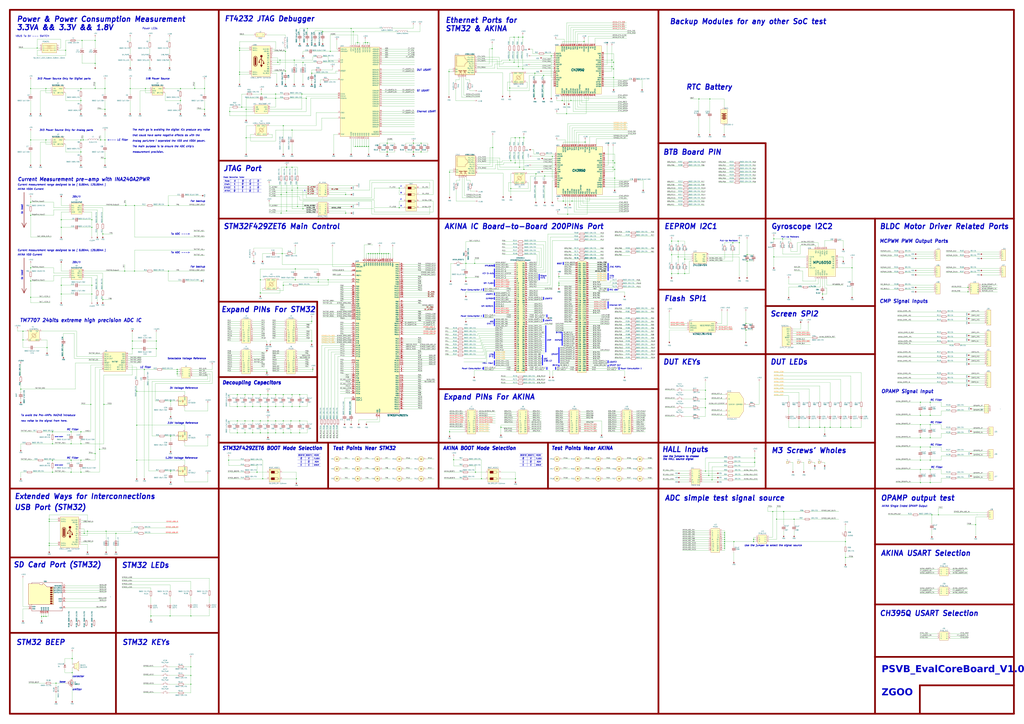
<source format=kicad_sch>
(kicad_sch (version 20230121) (generator eeschema)
  (paper "A0")
  (lib_symbols
    (symbol "16Mhz_Passive_3225_4Pin-Oscillator_1" (pin_names (offset 1.016))
      (property "Reference" "X1" (at -5.08 7.62 0))
      (property "Value" "16Mhz_Passive_3225_4Pin-Oscillator" (at 0 -8.89 0))
      (symbol "16Mhz_Passive_3225_4Pin-Oscillator_1_1_1"
        (pin passive line (at -8.89 -5.08 0) (length 2.54) (name "OSC1") (number "1"))
        (pin passive line (at 8.89 -5.08 180) (length 2.54) (name "GND") (number "2"))
        (pin passive line (at 8.89 5.08 180) (length 2.54) (name "OSC2") (number "3"))
        (pin passive line (at -8.89 5.08 0) (length 2.54) (name "GND") (number "4"))
      )
    )
    (symbol "Device:C" (pin_numbers hide) (pin_names (offset 0.254))
      (property "Reference" "C" (at 0.635 2.54 0))
      (property "Value" "C" (at 0.635 -2.54 0))
      (symbol "C_1_1"
        (pin passive line (at 0 3.81 270) (length 2.794) (name "~") (number "1"))
        (pin passive line (at 0 -3.81 90) (length 2.794) (name "~") (number "2"))
      )
    )
    (symbol "Device:CP1" (pin_numbers hide) (pin_names (offset 0.254) hide)
      (property "Reference" "C" (at 0.635 2.54 0))
      (property "Value" "Device_CP1" (at 0.635 -2.54 0))
      (symbol "CP1_1_1"
        (pin passive line (at 0 3.81 270) (length 2.794) (name "~") (number "1"))
        (pin passive line (at 0 -3.81 90) (length 3.302) (name "~") (number "2"))
      )
    )
    (symbol "Device:Fuse" (pin_numbers hide) (pin_names (offset 0))
      (property "Reference" "F" (at 2.032 0 90))
      (property "Value" "Fuse" (at -1.905 0 90))
      (symbol "Fuse_1_1"
        (pin passive line (at 0 3.81 270) (length 1.27) (name "~") (number "1"))
        (pin passive line (at 0 -3.81 90) (length 1.27) (name "~") (number "2"))
      )
    )
    (symbol "Device:LED" (pin_numbers hide) (pin_names (offset 1.016) hide)
      (property "Reference" "D" (at 0 2.54 0))
      (property "Value" "LED" (at 0 -2.54 0))
      (symbol "LED_1_1"
        (pin passive line (at -3.81 0 0) (length 2.54) (name "K") (number "1"))
        (pin passive line (at 3.81 0 180) (length 2.54) (name "A") (number "2"))
      )
    )
    (symbol "Device:R" (pin_numbers hide) (pin_names (offset 0))
      (property "Reference" "R" (at 2.032 0 90))
      (property "Value" "R" (at 0 0 90))
      (symbol "R_1_1"
        (pin passive line (at 0 3.81 270) (length 1.27) (name "~") (number "1"))
        (pin passive line (at 0 -3.81 90) (length 1.27) (name "~") (number "2"))
      )
    )
    (symbol "Diode:1.5KExxCA" (pin_numbers hide) (pin_names (offset 1.016) hide)
      (property "Reference" "D" (at 0 2.54 0))
      (property "Value" "1.5KExxCA" (at 0 -2.54 0))
      (symbol "1.5KExxCA_1_1"
        (pin passive line (at -3.81 0 0) (length 2.54) (name "A1") (number "1"))
        (pin passive line (at 3.81 0 180) (length 2.54) (name "A2") (number "2"))
      )
    )
    (symbol "Diode:1N4148" (pin_numbers hide) (pin_names (offset 1.016) hide)
      (property "Reference" "D" (at 0 2.54 0))
      (property "Value" "1N4148" (at 0 -2.54 0))
      (symbol "1N4148_1_1"
        (pin passive line (at -3.81 0 0) (length 2.54) (name "K") (number "1"))
        (pin passive line (at 3.81 0 180) (length 2.54) (name "A") (number "2"))
      )
    )
    (symbol "INA240A2PWR_1"
      (property "Reference" "U1" (at -5.08 7.62 0))
      (property "Value" "INA240A2PWR" (at 0 -7.62 0))
      (symbol "INA240A2PWR_1_1_1"
        (pin bidirectional line (at -8.89 3.81 0) (length 2.54) (name "NC") (number "1"))
        (pin power_in line (at -8.89 1.27 0) (length 2.54) (name "IN+") (number "2"))
        (pin power_in line (at -8.89 -1.27 0) (length 2.54) (name "IN-") (number "3"))
        (pin bidirectional line (at -8.89 -3.81 0) (length 2.54) (name "GND") (number "4"))
        (pin power_in line (at 8.89 -3.81 180) (length 2.54) (name "VCC") (number "5"))
        (pin bidirectional line (at 8.89 -1.27 180) (length 2.54) (name "REF2") (number "6"))
        (pin bidirectional line (at 8.89 1.27 180) (length 2.54) (name "REF1") (number "7"))
        (pin power_in line (at 8.89 3.81 180) (length 2.54) (name "OUT") (number "8"))
      )
    )
    (symbol "LED:LD271" (pin_numbers hide) (pin_names (offset 1.016) hide)
      (property "Reference" "D" (at 0.508 1.778 0))
      (property "Value" "LD271" (at -1.016 -2.794 0))
      (symbol "LD271_1_1"
        (pin passive line (at -5.08 0 0) (length 2.54) (name "K") (number "1"))
        (pin passive line (at 2.54 0 180) (length 2.54) (name "A") (number "2"))
      )
    )
    (symbol "MCU_ST_STM32F4:STM32F429ZETx"
      (property "Reference" "U" (at -25.4 90.17 0))
      (property "Value" "STM32F429ZETx" (at 20.32 90.17 0))
      (symbol "STM32F429ZETx_1_1"
        (pin bidirectional line (at -30.48 -30.48 0) (length 5.08) (name "PE2") (number "1"))
        (pin bidirectional line (at -30.48 17.78 0) (length 5.08) (name "PF0") (number "10"))
        (pin bidirectional line (at 30.48 66.04 180) (length 5.08) (name "PA8") (number "100"))
        (pin bidirectional line (at 30.48 63.5 180) (length 5.08) (name "PA9") (number "101"))
        (pin bidirectional line (at 30.48 60.96 180) (length 5.08) (name "PA10") (number "102"))
        (pin bidirectional line (at 30.48 58.42 180) (length 5.08) (name "PA11") (number "103"))
        (pin bidirectional line (at 30.48 55.88 180) (length 5.08) (name "PA12") (number "104"))
        (pin bidirectional line (at 30.48 53.34 180) (length 5.08) (name "PA13") (number "105"))
        (pin power_out line (at -30.48 -71.12 0) (length 5.08) (name "VCAP_2") (number "106"))
        (pin passive line (at 0 -91.44 90) (length 5.08) hide (name "VSS") (number "107"))
        (pin power_in line (at 7.62 93.98 270) (length 5.08) (name "VDD") (number "108"))
        (pin bidirectional line (at 30.48 50.8 180) (length 5.08) (name "PA14") (number "109"))
        (pin bidirectional line (at -30.48 15.24 0) (length 5.08) (name "PF1") (number "11"))
        (pin bidirectional line (at 30.48 48.26 180) (length 5.08) (name "PA15") (number "110"))
        (pin bidirectional line (at 30.48 -25.4 180) (length 5.08) (name "PC10") (number "111"))
        (pin bidirectional line (at 30.48 -27.94 180) (length 5.08) (name "PC11") (number "112"))
        (pin bidirectional line (at 30.48 -30.48 180) (length 5.08) (name "PC12") (number "113"))
        (pin bidirectional line (at 30.48 -43.18 180) (length 5.08) (name "PD0") (number "114"))
        (pin bidirectional line (at 30.48 -45.72 180) (length 5.08) (name "PD1") (number "115"))
        (pin bidirectional line (at 30.48 -48.26 180) (length 5.08) (name "PD2") (number "116"))
        (pin bidirectional line (at 30.48 -50.8 180) (length 5.08) (name "PD3") (number "117"))
        (pin bidirectional line (at 30.48 -53.34 180) (length 5.08) (name "PD4") (number "118"))
        (pin bidirectional line (at 30.48 -55.88 180) (length 5.08) (name "PD5") (number "119"))
        (pin bidirectional line (at -30.48 12.7 0) (length 5.08) (name "PF2") (number "12"))
        (pin passive line (at 0 -91.44 90) (length 5.08) hide (name "VSS") (number "120"))
        (pin power_in line (at 10.16 93.98 270) (length 5.08) (name "VDD") (number "121"))
        (pin bidirectional line (at 30.48 -58.42 180) (length 5.08) (name "PD6") (number "122"))
        (pin bidirectional line (at 30.48 -60.96 180) (length 5.08) (name "PD7") (number "123"))
        (pin bidirectional line (at -30.48 38.1 0) (length 5.08) (name "PG9") (number "124"))
        (pin bidirectional line (at -30.48 35.56 0) (length 5.08) (name "PG10") (number "125"))
        (pin bidirectional line (at -30.48 33.02 0) (length 5.08) (name "PG11") (number "126"))
        (pin bidirectional line (at -30.48 30.48 0) (length 5.08) (name "PG12") (number "127"))
        (pin bidirectional line (at -30.48 27.94 0) (length 5.08) (name "PG13") (number "128"))
        (pin bidirectional line (at -30.48 25.4 0) (length 5.08) (name "PG14") (number "129"))
        (pin bidirectional line (at -30.48 10.16 0) (length 5.08) (name "PF3") (number "13"))
        (pin passive line (at 0 -91.44 90) (length 5.08) hide (name "VSS") (number "130"))
        (pin power_in line (at 12.7 93.98 270) (length 5.08) (name "VDD") (number "131"))
        (pin bidirectional line (at -30.48 22.86 0) (length 5.08) (name "PG15") (number "132"))
        (pin bidirectional line (at 30.48 35.56 180) (length 5.08) (name "PB3") (number "133"))
        (pin bidirectional line (at 30.48 33.02 180) (length 5.08) (name "PB4") (number "134"))
        (pin bidirectional line (at 30.48 30.48 180) (length 5.08) (name "PB5") (number "135"))
        (pin bidirectional line (at 30.48 27.94 180) (length 5.08) (name "PB6") (number "136"))
        (pin bidirectional line (at 30.48 25.4 180) (length 5.08) (name "PB7") (number "137"))
        (pin input line (at -30.48 78.74 0) (length 5.08) (name "BOOT0") (number "138"))
        (pin bidirectional line (at 30.48 22.86 180) (length 5.08) (name "PB8") (number "139"))
        (pin bidirectional line (at -30.48 7.62 0) (length 5.08) (name "PF4") (number "14"))
        (pin bidirectional line (at 30.48 20.32 180) (length 5.08) (name "PB9") (number "140"))
        (pin bidirectional line (at -30.48 -25.4 0) (length 5.08) (name "PE0") (number "141"))
        (pin bidirectional line (at -30.48 -27.94 0) (length 5.08) (name "PE1") (number "142"))
        (pin input line (at -30.48 83.82 0) (length 5.08) (name "PDR_ON") (number "143"))
        (pin power_in line (at 15.24 93.98 270) (length 5.08) (name "VDD") (number "144"))
        (pin bidirectional line (at -30.48 5.08 0) (length 5.08) (name "PF5") (number "15"))
        (pin power_in line (at 0 -91.44 90) (length 5.08) (name "VSS") (number "16"))
        (pin power_in line (at -12.7 93.98 270) (length 5.08) (name "VDD") (number "17"))
        (pin bidirectional line (at -30.48 2.54 0) (length 5.08) (name "PF6") (number "18"))
        (pin bidirectional line (at -30.48 0 0) (length 5.08) (name "PF7") (number "19"))
        (pin bidirectional line (at -30.48 -33.02 0) (length 5.08) (name "PE3") (number "2"))
        (pin bidirectional line (at -30.48 -2.54 0) (length 5.08) (name "PF8") (number "20"))
        (pin bidirectional line (at -30.48 -5.08 0) (length 5.08) (name "PF9") (number "21"))
        (pin bidirectional line (at -30.48 -7.62 0) (length 5.08) (name "PF10") (number "22"))
        (pin bidirectional line (at -30.48 68.58 0) (length 5.08) (name "PH0") (number "23"))
        (pin bidirectional line (at -30.48 66.04 0) (length 5.08) (name "PH1") (number "24"))
        (pin input line (at -30.48 86.36 0) (length 5.08) (name "NRST") (number "25"))
        (pin bidirectional line (at 30.48 0 180) (length 5.08) (name "PC0") (number "26"))
        (pin bidirectional line (at 30.48 -2.54 180) (length 5.08) (name "PC1") (number "27"))
        (pin bidirectional line (at 30.48 -5.08 180) (length 5.08) (name "PC2") (number "28"))
        (pin bidirectional line (at 30.48 -7.62 180) (length 5.08) (name "PC3") (number "29"))
        (pin bidirectional line (at -30.48 -35.56 0) (length 5.08) (name "PE4") (number "3"))
        (pin power_in line (at -10.16 93.98 270) (length 5.08) (name "VDD") (number "30"))
        (pin power_in line (at 2.54 -91.44 90) (length 5.08) (name "VSSA") (number "31"))
        (pin input line (at -30.48 73.66 0) (length 5.08) (name "VREF+") (number "32"))
        (pin power_in line (at 17.78 93.98 270) (length 5.08) (name "VDDA") (number "33"))
        (pin bidirectional line (at 30.48 86.36 180) (length 5.08) (name "PA0") (number "34"))
        (pin bidirectional line (at 30.48 83.82 180) (length 5.08) (name "PA1") (number "35"))
        (pin bidirectional line (at 30.48 81.28 180) (length 5.08) (name "PA2") (number "36"))
        (pin bidirectional line (at 30.48 78.74 180) (length 5.08) (name "PA3") (number "37"))
        (pin passive line (at 0 -91.44 90) (length 5.08) hide (name "VSS") (number "38"))
        (pin power_in line (at -7.62 93.98 270) (length 5.08) (name "VDD") (number "39"))
        (pin bidirectional line (at -30.48 -38.1 0) (length 5.08) (name "PE5") (number "4"))
        (pin bidirectional line (at 30.48 76.2 180) (length 5.08) (name "PA4") (number "40"))
        (pin bidirectional line (at 30.48 73.66 180) (length 5.08) (name "PA5") (number "41"))
        (pin bidirectional line (at 30.48 71.12 180) (length 5.08) (name "PA6") (number "42"))
        (pin bidirectional line (at 30.48 68.58 180) (length 5.08) (name "PA7") (number "43"))
        (pin bidirectional line (at 30.48 -10.16 180) (length 5.08) (name "PC4") (number "44"))
        (pin bidirectional line (at 30.48 -12.7 180) (length 5.08) (name "PC5") (number "45"))
        (pin bidirectional line (at 30.48 43.18 180) (length 5.08) (name "PB0") (number "46"))
        (pin bidirectional line (at 30.48 40.64 180) (length 5.08) (name "PB1") (number "47"))
        (pin bidirectional line (at 30.48 38.1 180) (length 5.08) (name "PB2") (number "48"))
        (pin bidirectional line (at -30.48 -10.16 0) (length 5.08) (name "PF11") (number "49"))
        (pin bidirectional line (at -30.48 -40.64 0) (length 5.08) (name "PE6") (number "5"))
        (pin bidirectional line (at -30.48 -12.7 0) (length 5.08) (name "PF12") (number "50"))
        (pin passive line (at 0 -91.44 90) (length 5.08) hide (name "VSS") (number "51"))
        (pin power_in line (at -5.08 93.98 270) (length 5.08) (name "VDD") (number "52"))
        (pin bidirectional line (at -30.48 -15.24 0) (length 5.08) (name "PF13") (number "53"))
        (pin bidirectional line (at -30.48 -17.78 0) (length 5.08) (name "PF14") (number "54"))
        (pin bidirectional line (at -30.48 -20.32 0) (length 5.08) (name "PF15") (number "55"))
        (pin bidirectional line (at -30.48 60.96 0) (length 5.08) (name "PG0") (number "56"))
        (pin bidirectional line (at -30.48 58.42 0) (length 5.08) (name "PG1") (number "57"))
        (pin bidirectional line (at -30.48 -43.18 0) (length 5.08) (name "PE7") (number "58"))
        (pin bidirectional line (at -30.48 -45.72 0) (length 5.08) (name "PE8") (number "59"))
        (pin power_in line (at -15.24 93.98 270) (length 5.08) (name "VBAT") (number "6"))
        (pin bidirectional line (at -30.48 -48.26 0) (length 5.08) (name "PE9") (number "60"))
        (pin passive line (at 0 -91.44 90) (length 5.08) hide (name "VSS") (number "61"))
        (pin power_in line (at -2.54 93.98 270) (length 5.08) (name "VDD") (number "62"))
        (pin bidirectional line (at -30.48 -50.8 0) (length 5.08) (name "PE10") (number "63"))
        (pin bidirectional line (at -30.48 -53.34 0) (length 5.08) (name "PE11") (number "64"))
        (pin bidirectional line (at -30.48 -55.88 0) (length 5.08) (name "PE12") (number "65"))
        (pin bidirectional line (at -30.48 -58.42 0) (length 5.08) (name "PE13") (number "66"))
        (pin bidirectional line (at -30.48 -60.96 0) (length 5.08) (name "PE14") (number "67"))
        (pin bidirectional line (at -30.48 -63.5 0) (length 5.08) (name "PE15") (number "68"))
        (pin bidirectional line (at 30.48 17.78 180) (length 5.08) (name "PB10") (number "69"))
        (pin bidirectional line (at 30.48 -33.02 180) (length 5.08) (name "PC13") (number "7"))
        (pin bidirectional line (at 30.48 15.24 180) (length 5.08) (name "PB11") (number "70"))
        (pin power_out line (at -30.48 -68.58 0) (length 5.08) (name "VCAP_1") (number "71"))
        (pin power_in line (at 0 93.98 270) (length 5.08) (name "VDD") (number "72"))
        (pin bidirectional line (at 30.48 12.7 180) (length 5.08) (name "PB12") (number "73"))
        (pin bidirectional line (at 30.48 10.16 180) (length 5.08) (name "PB13") (number "74"))
        (pin bidirectional line (at 30.48 7.62 180) (length 5.08) (name "PB14") (number "75"))
        (pin bidirectional line (at 30.48 5.08 180) (length 5.08) (name "PB15") (number "76"))
        (pin bidirectional line (at 30.48 -63.5 180) (length 5.08) (name "PD8") (number "77"))
        (pin bidirectional line (at 30.48 -66.04 180) (length 5.08) (name "PD9") (number "78"))
        (pin bidirectional line (at 30.48 -68.58 180) (length 5.08) (name "PD10") (number "79"))
        (pin bidirectional line (at 30.48 -35.56 180) (length 5.08) (name "PC14") (number "8"))
        (pin bidirectional line (at 30.48 -71.12 180) (length 5.08) (name "PD11") (number "80"))
        (pin bidirectional line (at 30.48 -73.66 180) (length 5.08) (name "PD12") (number "81"))
        (pin bidirectional line (at 30.48 -76.2 180) (length 5.08) (name "PD13") (number "82"))
        (pin passive line (at 0 -91.44 90) (length 5.08) hide (name "VSS") (number "83"))
        (pin power_in line (at 2.54 93.98 270) (length 5.08) (name "VDD") (number "84"))
        (pin bidirectional line (at 30.48 -78.74 180) (length 5.08) (name "PD14") (number "85"))
        (pin bidirectional line (at 30.48 -81.28 180) (length 5.08) (name "PD15") (number "86"))
        (pin bidirectional line (at -30.48 55.88 0) (length 5.08) (name "PG2") (number "87"))
        (pin bidirectional line (at -30.48 53.34 0) (length 5.08) (name "PG3") (number "88"))
        (pin bidirectional line (at -30.48 50.8 0) (length 5.08) (name "PG4") (number "89"))
        (pin bidirectional line (at 30.48 -38.1 180) (length 5.08) (name "PC15") (number "9"))
        (pin bidirectional line (at -30.48 48.26 0) (length 5.08) (name "PG5") (number "90"))
        (pin bidirectional line (at -30.48 45.72 0) (length 5.08) (name "PG6") (number "91"))
        (pin bidirectional line (at -30.48 43.18 0) (length 5.08) (name "PG7") (number "92"))
        (pin bidirectional line (at -30.48 40.64 0) (length 5.08) (name "PG8") (number "93"))
        (pin passive line (at 0 -91.44 90) (length 5.08) hide (name "VSS") (number "94"))
        (pin power_in line (at 5.08 93.98 270) (length 5.08) (name "VDD") (number "95"))
        (pin bidirectional line (at 30.48 -15.24 180) (length 5.08) (name "PC6") (number "96"))
        (pin bidirectional line (at 30.48 -17.78 180) (length 5.08) (name "PC7") (number "97"))
        (pin bidirectional line (at 30.48 -20.32 180) (length 5.08) (name "PC8") (number "98"))
        (pin bidirectional line (at 30.48 -22.86 180) (length 5.08) (name "PC9") (number "99"))
      )
    )
    (symbol "PUTUO-MCU:S9013" (pin_names (offset 1.016))
      (property "Reference" "Q1" (at -11.176 2.54 0))
      (property "Value" "PUTUO-MCU_S9013" (at -9.144 -2.54 0))
      (symbol "S9013_1_1"
        (pin passive line (at -6.604 0 0) (length 5.715) (name "B") (number "1"))
        (pin passive line (at 1.016 -5.08 90) (length 2.54) (name "E") (number "2"))
        (pin passive line (at 1.016 5.08 270) (length 2.54) (name "C") (number "3"))
      )
    )
    (symbol "PutuoEvalBoard-rescue:2.4In_TFT_Screen-PUTUO-MCU" (pin_names (offset 1.016))
      (property "Reference" "P1" (at -8.89 12.7 0))
      (property "Value" "2.4In_TFT_Screen-PUTUO-MCU" (at -4.826 -12.446 0))
      (symbol "2.4In_TFT_Screen-PUTUO-MCU_1_1"
        (pin power_in line (at 2.54 8.89 180) (length 2.54) (name "GND") (number "1"))
        (pin power_in line (at 2.54 6.35 180) (length 2.54) (name "VCC") (number "2"))
        (pin input line (at 2.54 3.81 180) (length 2.54) (name "SCL") (number "3"))
        (pin input line (at 2.54 1.27 180) (length 2.54) (name "SDA") (number "4"))
        (pin input line (at 2.54 -1.27 180) (length 2.54) (name "~{RESET}") (number "5"))
        (pin input line (at 2.54 -3.81 180) (length 2.54) (name "D/C") (number "6"))
        (pin input line (at 2.54 -6.35 180) (length 2.54) (name "CS") (number "7"))
        (pin input line (at 2.54 -8.89 180) (length 2.54) (name "BLK") (number "8"))
      )
    )
    (symbol "PutuoEvalBoard-rescue:24LC64ISN-PUTUO-MCU" (pin_names (offset 1.016))
      (property "Reference" "U1" (at -6.35 7.62 0))
      (property "Value" "24LC64ISN-PUTUO-MCU" (at 0 -7.62 0))
      (symbol "24LC64ISN-PUTUO-MCU_1_1"
        (pin input line (at -10.16 3.81 0) (length 2.54) (name "A0") (number "1"))
        (pin input line (at -10.16 1.27 0) (length 2.54) (name "A1") (number "2"))
        (pin input line (at -10.16 -1.27 0) (length 2.54) (name "A2") (number "3"))
        (pin power_in line (at -10.16 -3.81 0) (length 2.54) (name "VSS") (number "4"))
        (pin bidirectional line (at 10.16 -3.81 180) (length 2.54) (name "SDA") (number "5"))
        (pin bidirectional line (at 10.16 -1.27 180) (length 2.54) (name "SCL") (number "6"))
        (pin bidirectional line (at 10.16 1.27 180) (length 2.54) (name "WP") (number "7"))
        (pin power_in line (at 10.16 3.81 180) (length 2.54) (name "VCC") (number "8"))
      )
    )
    (symbol "PutuoEvalBoard-rescue:5Axises_KEY-PUTUO-MCU" (pin_names (offset 1.016))
      (property "Reference" "KEY1" (at -12.7 5.08 0))
      (property "Value" "5Axises_KEY-PUTUO-MCU" (at 21.59 -16.51 0))
      (symbol "5Axises_KEY-PUTUO-MCU_1_1"
        (pin passive line (at -11.43 -16.51 90) (length 2.54) (name "A") (number "1"))
        (pin passive line (at -6.35 -16.51 90) (length 2.54) (name "B") (number "2"))
        (pin passive line (at 7.62 -16.51 90) (length 2.54) (name "C") (number "3"))
        (pin passive line (at 0 7.62 270) (length 2.54) (name "COMMON") (number "4"))
        (pin passive line (at 12.7 -16.51 90) (length 2.54) (name "D") (number "5"))
        (pin passive line (at 0 -16.51 90) (length 2.54) (name "CENTER") (number "6"))
      )
    )
    (symbol "PutuoEvalBoard-rescue:93LC56BT-IOT-PUTUO-MCU" (pin_names (offset 1.016))
      (property "Reference" "U1" (at -6.35 6.35 0))
      (property "Value" "93LC56BT-IOT-PUTUO-MCU" (at 0 -6.35 0))
      (symbol "93LC56BT-IOT-PUTUO-MCU_1_1"
        (pin passive line (at -10.16 2.54 0) (length 2.54) (name "DO") (number "1"))
        (pin passive line (at -10.16 0 0) (length 2.54) (name "VSS") (number "2"))
        (pin passive line (at -10.16 -2.54 0) (length 2.54) (name "DI") (number "3"))
        (pin passive line (at 10.16 -2.54 180) (length 2.54) (name "CLK") (number "4"))
        (pin passive line (at 10.16 0 180) (length 2.54) (name "CS") (number "5"))
        (pin passive line (at 10.16 2.54 180) (length 2.54) (name "VCC") (number "6"))
      )
    )
    (symbol "PutuoEvalBoard-rescue:BUZZER-PUTUO-MCU" (pin_names (offset 1.016))
      (property "Reference" "BEEP" (at -3.81 5.08 0))
      (property "Value" "BUZZER-PUTUO-MCU" (at -3.81 -6.35 0))
      (symbol "BUZZER-PUTUO-MCU_1_1"
        (pin power_in line (at -5.08 1.27 0) (length 2.54) (name "+") (number "1"))
        (pin power_in line (at -5.08 -2.54 0) (length 2.54) (name "-") (number "2"))
      )
    )
    (symbol "PutuoEvalBoard-rescue:CR1220-2-PUTUO-MCU" (pin_names (offset 1.016))
      (property "Reference" "B1" (at -6.35 5.08 0))
      (property "Value" "CR1220-2-PUTUO-MCU" (at 0 -5.08 0))
      (symbol "CR1220-2-PUTUO-MCU_1_1"
        (pin passive line (at -10.16 0 0) (length 2.54) (name "+") (number "1"))
        (pin passive line (at 11.43 0 180) (length 2.54) (name "-") (number "2"))
      )
    )
    (symbol "PutuoEvalBoard-rescue:PIN10-PUTUO-MCU" (pin_names (offset 1.016))
      (property "Reference" "J1" (at -4.572 8.636 0))
      (property "Value" "PIN10-PUTUO-MCU" (at 0 -8.636 0))
      (symbol "PIN10-PUTUO-MCU_1_1"
        (pin input line (at -7.62 5.08 0) (length 2.54) (name "1") (number "1"))
        (pin input line (at 7.62 -5.08 180) (length 2.54) (name "10") (number "10"))
        (pin input line (at 7.62 5.08 180) (length 2.54) (name "2") (number "2"))
        (pin input line (at -7.62 2.54 0) (length 2.54) (name "3") (number "3"))
        (pin input line (at 7.62 2.54 180) (length 2.54) (name "4") (number "4"))
        (pin input line (at -7.62 0 0) (length 2.54) (name "5") (number "5"))
        (pin input line (at 7.62 0 180) (length 2.54) (name "6") (number "6"))
        (pin input line (at -7.62 -2.54 0) (length 2.54) (name "7") (number "7"))
        (pin input line (at 7.62 -2.54 180) (length 2.54) (name "8") (number "8"))
        (pin input line (at -7.62 -5.08 0) (length 2.54) (name "9") (number "9"))
      )
    )
    (symbol "PutuoEvalBoard-rescue:PIN2-PUTUO-MCU" (pin_names (offset 1.016))
      (property "Reference" "J1" (at -4.064 3.556 0))
      (property "Value" "PIN2-PUTUO-MCU" (at 0.254 -3.81 0))
      (symbol "PIN2-PUTUO-MCU_1_1"
        (pin input line (at -7.62 0 0) (length 2.54) (name "1") (number "1"))
        (pin input line (at 7.62 0 180) (length 2.54) (name "2") (number "2"))
      )
    )
    (symbol "PutuoEvalBoard-rescue:SW_SELF_LOCK_5.8mm-5.8mm-10mm-Switch" (pin_names (offset 1.016))
      (property "Reference" "SW1" (at -6.604 6.604 0))
      (property "Value" "SW_SELF_LOCK_5.8mm-5.8mm-10mm-Switch" (at 1.524 -7.112 0))
      (symbol "SW_SELF_LOCK_5.8mm-5.8mm-10mm-Switch_1_1"
        (pin passive line (at -10.922 2.54 0) (length 2.54) (name "1") (number "1"))
        (pin passive line (at -10.922 0 0) (length 2.54) (name "2") (number "2"))
        (pin passive line (at -10.922 -2.54 0) (length 2.54) (name "3") (number "3"))
        (pin passive line (at 11.176 2.54 180) (length 2.54) (name "4") (number "4"))
        (pin passive line (at 11.176 0 180) (length 2.54) (name "5") (number "5"))
        (pin passive line (at 11.176 -2.54 180) (length 2.54) (name "6") (number "6"))
      )
    )
    (symbol "PutuoEvalBoard-rescue:SW_SMD_2P-2.54mm-Switch" (pin_names (offset 1.016))
      (property "Reference" "SW1" (at -11.176 1.524 0))
      (property "Value" "SW_SMD_2P-2.54mm-Switch" (at -18.288 -1.778 0))
      (symbol "SW_SMD_2P-2.54mm-Switch_1_1"
        (pin passive line (at -3.81 -8.89 90) (length 2.54) (name "1") (number "1"))
        (pin passive line (at 3.81 -8.89 90) (length 2.54) (name "2") (number "2"))
        (pin passive line (at 3.81 8.89 270) (length 2.54) (name "3") (number "3"))
        (pin passive line (at -3.81 8.89 270) (length 2.54) (name "4") (number "4"))
      )
    )
    (symbol "PutuoEvalBoard-rescue:W25Q128JVSIQ-PUTUO-MCU" (pin_names (offset 1.016))
      (property "Reference" "U1" (at -13.97 7.62 0))
      (property "Value" "W25Q128JVSIQ-PUTUO-MCU" (at 0 -7.62 0))
      (symbol "W25Q128JVSIQ-PUTUO-MCU_1_1"
        (pin input line (at -17.78 3.81 0) (length 2.54) (name "~{CS}") (number "1"))
        (pin output line (at -17.78 1.27 0) (length 2.54) (name "DO(IO1)") (number "2"))
        (pin input line (at -17.78 -1.27 0) (length 2.54) (name "~{WP}(IO2)") (number "3"))
        (pin power_in line (at -17.78 -3.81 0) (length 2.54) (name "GND") (number "4"))
        (pin bidirectional line (at 17.78 -3.81 180) (length 2.54) (name "DI(IO0)") (number "5"))
        (pin bidirectional line (at 17.78 -1.27 180) (length 2.54) (name "CLK") (number "6"))
        (pin bidirectional line (at 17.78 1.27 180) (length 2.54) (name "~{HOLD/RESET}(IO3)") (number "7"))
        (pin power_in line (at 17.78 3.81 180) (length 2.54) (name "VCC") (number "8"))
      )
    )
    (symbol "PutuoEvalBoard:MPU6050-PUTUO-MCU" (pin_names (offset 1.016))
      (property "Reference" "U1" (at -13.97 16.51 0))
      (property "Value" "MPU6050-PUTUO-MCU" (at -17.78 -20.32 0))
      (symbol "MPU6050-PUTUO-MCU_1_1"
        (pin input line (at -17.78 6.35 0) (length 2.54) (name "CLKIN") (number "1"))
        (pin input line (at 1.27 -19.05 90) (length 2.54) (name "REGOUT") (number "10"))
        (pin input line (at 3.81 -19.05 90) (length 2.54) (name "FSYNC") (number "11"))
        (pin input line (at 6.35 -19.05 90) (length 2.54) (name "INT") (number "12"))
        (pin input line (at 19.05 -6.35 180) (length 2.54) (name "VDD") (number "13"))
        (pin input line (at 19.05 -3.81 180) (length 2.54) (name "NC") (number "14"))
        (pin input line (at 19.05 -1.27 180) (length 2.54) (name "NC") (number "15"))
        (pin input line (at 19.05 1.27 180) (length 2.54) (name "NC") (number "16"))
        (pin input line (at 19.05 3.81 180) (length 2.54) (name "NC") (number "17"))
        (pin input line (at 19.05 6.35 180) (length 2.54) (name "GND") (number "18"))
        (pin input line (at 6.35 17.78 270) (length 2.54) (name "RESV") (number "19"))
        (pin input line (at -17.78 3.81 0) (length 2.54) (name "NC") (number "2"))
        (pin output line (at 3.81 17.78 270) (length 2.54) (name "CPOUT") (number "20"))
        (pin input line (at 1.27 17.78 270) (length 2.54) (name "RESV") (number "21"))
        (pin output line (at -1.27 17.78 270) (length 2.54) (name "CLKOUT") (number "22"))
        (pin input line (at -3.81 17.78 270) (length 2.54) (name "SCL") (number "23"))
        (pin input line (at -6.35 17.78 270) (length 2.54) (name "SDA") (number "24"))
        (pin input line (at -17.78 1.27 0) (length 2.54) (name "NC") (number "3"))
        (pin input line (at -17.78 -1.27 0) (length 2.54) (name "NC") (number "4"))
        (pin input line (at -17.78 -3.81 0) (length 2.54) (name "NC") (number "5"))
        (pin input line (at -17.78 -6.35 0) (length 2.54) (name "AUX_DA") (number "6"))
        (pin input line (at -6.35 -19.05 90) (length 2.54) (name "AUX_CL") (number "7"))
        (pin input line (at -3.81 -19.05 90) (length 2.54) (name "VLOGIC") (number "8"))
        (pin input line (at -1.27 -19.05 90) (length 2.54) (name "AD0") (number "9"))
      )
    )
    (symbol "RJ45_HanRun_HR911105A_1"
      (property "Reference" "ETH1" (at -8.89 12.7 0))
      (property "Value" "HR911105A" (at 6.35 12.7 0))
      (symbol "RJ45_HanRun_HR911105A_1_1_0"
        (text "Green" (at 0 -6.604 0) (effects (font (size 1 1) bold)))
        (text "Yellow" (at -5.334 -6.604 0) (effects (font (size 1 1) bold)))
      )
      (symbol "RJ45_HanRun_HR911105A_1_1_1"
        (pin passive line (at 13.97 8.89 180) (length 2.54) (name "P1/TD+") (number "1"))
        (pin passive line (at -1.27 -13.97 90) (length 2.54) (name "~") (number "10"))
        (pin passive line (at -3.81 -13.97 90) (length 2.54) (name "~") (number "11"))
        (pin passive line (at -6.35 -13.97 90) (length 2.54) (name "~") (number "12"))
        (pin passive line (at -13.97 -5.08 0) (length 2.54) (name "SH") (number "13"))
        (pin passive line (at -13.97 -7.62 0) (length 2.54) (name "SH") (number "14"))
        (pin passive line (at 13.97 6.35 180) (length 2.54) (name "P2/TD-") (number "2"))
        (pin passive line (at 13.97 3.81 180) (length 2.54) (name "P3/RD+") (number "3"))
        (pin passive line (at 13.97 1.27 180) (length 2.54) (name "P4/CT") (number "4"))
        (pin passive line (at 13.97 -1.27 180) (length 2.54) (name "P5/CT") (number "5"))
        (pin passive line (at 13.97 -3.81 180) (length 2.54) (name "P6/RD-") (number "6"))
        (pin passive line (at 13.97 -6.35 180) (length 2.54) (name "P7/NC") (number "7"))
        (pin passive line (at 13.97 -8.89 180) (length 2.54) (name "P8/GND") (number "8"))
        (pin passive line (at 1.27 -13.97 90) (length 2.54) (name "~") (number "9"))
      )
    )
    (symbol "Reference_Voltage:REF3012" (pin_names (offset 0.254))
      (property "Reference" "U" (at 0 6.35 0))
      (property "Value" "REF3012" (at 2.54 -6.35 0))
      (symbol "REF3012_1_1"
        (pin power_in line (at -2.54 7.62 270) (length 2.54) (name "IN") (number "1"))
        (pin power_out line (at 7.62 0 180) (length 2.54) (name "OUT") (number "2"))
        (pin power_in line (at -2.54 -7.62 90) (length 2.54) (name "GND") (number "3"))
      )
    )
    (symbol "Reference_Voltage:REF3025" (pin_names (offset 0.254))
      (property "Reference" "U" (at 0 6.35 0))
      (property "Value" "REF3025" (at 2.54 -6.35 0))
      (symbol "REF3025_1_1"
        (pin power_in line (at -2.54 7.62 270) (length 2.54) (name "IN") (number "1"))
        (pin power_out line (at 7.62 0 180) (length 2.54) (name "OUT") (number "2"))
        (pin power_in line (at -2.54 -7.62 90) (length 2.54) (name "GND") (number "3"))
      )
    )
    (symbol "Reference_Voltage:REF3030" (pin_names (offset 0.254))
      (property "Reference" "U" (at 0 6.35 0))
      (property "Value" "REF3030" (at 2.54 -6.35 0))
      (symbol "REF3030_1_1"
        (pin power_in line (at -2.54 7.62 270) (length 2.54) (name "IN") (number "1"))
        (pin power_out line (at 7.62 0 180) (length 2.54) (name "OUT") (number "2"))
        (pin power_in line (at -2.54 -7.62 90) (length 2.54) (name "GND") (number "3"))
      )
    )
    (symbol "Sensor_Optical:A1050" (pin_numbers hide) (pin_names (offset 0))
      (property "Reference" "R" (at -5.08 0 90))
      (property "Value" "A1050" (at 1.905 0 90))
      (symbol "A1050_1_1"
        (pin passive line (at 0 3.81 270) (length 1.27) (name "~") (number "1"))
        (pin passive line (at 0 -3.81 90) (length 1.27) (name "~") (number "2"))
      )
    )
    (symbol "Switch:SW_Push" (pin_numbers hide) (pin_names (offset 1.016) hide)
      (property "Reference" "SW" (at 1.27 2.54 0))
      (property "Value" "SW_Push" (at 0 -1.524 0))
      (symbol "SW_Push_0_1"
        (pin passive line (at -5.08 0 0) (length 2.54) (name "1") (number "1"))
        (pin passive line (at 5.08 0 180) (length 2.54) (name "2") (number "2"))
      )
    )
    (symbol "power:+1V8" (power) (pin_names (offset 0))
      (property "Value" "+1V8" (at 0 3.556 0))
      (symbol "+1V8_1_1"
        (pin power_in line (at 0 0 90) (length 0) hide (name "+1V8") (number "1"))
      )
    )
    (symbol "power:+3.3V" (power) (pin_names (offset 0))
      (property "Value" "+3.3V" (at 0 3.556 0))
      (symbol "+3.3V_1_1"
        (pin power_in line (at 0 0 90) (length 0) hide (name "+3V3") (number "1"))
      )
    )
    (symbol "power:+3.3VA" (power) (pin_names (offset 0))
      (property "Value" "+3.3VA" (at 0 3.556 0))
      (symbol "+3.3VA_1_1"
        (pin power_in line (at 0 0 90) (length 0) hide (name "+3.3VA") (number "1"))
      )
    )
    (symbol "power:+5V" (power) (pin_names (offset 0))
      (property "Value" "+5V" (at 0 3.556 0))
      (symbol "+5V_1_1"
        (pin power_in line (at 0 0 90) (length 0) hide (name "+5V") (number "1"))
      )
    )
    (symbol "power:VSS" (power) (pin_names (offset 0))
      (property "Value" "VSS" (at 0 3.81 0))
      (symbol "VSS_1_1"
        (pin power_in line (at 0 0 90) (length 0) hide (name "VSS") (number "1"))
      )
    )
    (symbol "pspice:INDUCTOR" (pin_numbers hide) (pin_names (offset 0))
      (property "Reference" "L" (at 0 2.54 0))
      (property "Value" "INDUCTOR" (at 0 -1.27 0))
      (symbol "INDUCTOR_1_1"
        (pin input line (at -6.35 0 0) (length 1.27) (name "1") (number "1"))
        (pin input line (at 6.35 0 180) (length 1.27) (name "2") (number "2"))
      )
    )
    (symbol "zgoolib:12Mhz_Passive_3225_4PIN-Oscillator" (pin_names (offset 1.016))
      (property "Reference" "X1" (at -5.08 7.62 0))
      (property "Value" "12Mhz_Passive_3225_4PIN-Oscillator" (at 0 -7.62 0))
      (symbol "12Mhz_Passive_3225_4PIN-Oscillator_1_1"
        (pin passive line (at -8.89 -5.08 0) (length 2.54) (name "OSC1") (number "1"))
        (pin passive line (at 8.89 -5.08 180) (length 2.54) (name "GND") (number "2"))
        (pin passive line (at 8.89 5.08 180) (length 2.54) (name "OSC2") (number "3"))
        (pin passive line (at -8.89 5.08 0) (length 2.54) (name "GND") (number "4"))
      )
    )
    (symbol "zgoolib:16Mhz_Passive_3225_4Pin-Oscillator" (pin_names (offset 1.016))
      (property "Reference" "X1" (at -5.08 7.62 0))
      (property "Value" "16Mhz_Passive_3225_4Pin-Oscillator" (at 0 -8.89 0))
      (symbol "16Mhz_Passive_3225_4Pin-Oscillator_1_1"
        (pin passive line (at -8.89 -5.08 0) (length 2.54) (name "OSC1") (number "1"))
        (pin passive line (at 8.89 -5.08 180) (length 2.54) (name "GND") (number "2"))
        (pin passive line (at 8.89 5.08 180) (length 2.54) (name "OSC2") (number "3"))
        (pin passive line (at -8.89 5.08 0) (length 2.54) (name "GND") (number "4"))
      )
    )
    (symbol "zgoolib:2.4576Mhz_Sourced_7050_4PIN-Oscillator"
      (property "Reference" "X1" (at -5.08 7.62 0))
      (symbol "2.4576Mhz_Sourced_7050_4PIN-Oscillator_1_1"
        (pin passive line (at -8.89 -5.08 0) (length 2.54) (name "OE") (number "1"))
        (pin passive line (at 8.89 -5.08 180) (length 2.54) (name "GND") (number "2"))
        (pin passive line (at 8.89 5.08 180) (length 2.54) (name "OUT") (number "3"))
        (pin passive line (at -8.89 5.08 0) (length 2.54) (name "VDD") (number "4"))
      )
    )
    (symbol "zgoolib:BTB100PINx2_IC_Adapter"
      (property "Reference" "BTB100x2" (at -35.56 66.04 0))
      (property "Value" "BTB100PINx2_IC_Adapter" (at 35.56 -68.58 0))
      (symbol "BTB100PINx2_IC_Adapter_1_1"
        (pin input line (at -43.18 60.96 0) (length 2.54) (name "1") (number "1"))
        (pin input line (at -43.18 38.1 0) (length 2.54) (name "10") (number "10"))
        (pin input line (at -27.94 -63.5 180) (length 2.54) (name "100") (number "100"))
        (pin input line (at 27.94 60.96 0) (length 2.54) (name "101") (number "101"))
        (pin input line (at 27.94 58.42 0) (length 2.54) (name "102") (number "102"))
        (pin input line (at 27.94 55.88 0) (length 2.54) (name "103") (number "103"))
        (pin input line (at 27.94 53.34 0) (length 2.54) (name "104") (number "104"))
        (pin input line (at 27.94 50.8 0) (length 2.54) (name "105") (number "105"))
        (pin input line (at 27.94 48.26 0) (length 2.54) (name "106") (number "106"))
        (pin input line (at 27.94 45.72 0) (length 2.54) (name "107") (number "107"))
        (pin input line (at 27.94 43.18 0) (length 2.54) (name "108") (number "108"))
        (pin input line (at 27.94 40.64 0) (length 2.54) (name "109") (number "109"))
        (pin input line (at -43.18 35.56 0) (length 2.54) (name "11") (number "11"))
        (pin input line (at 27.94 38.1 0) (length 2.54) (name "110") (number "110"))
        (pin input line (at 27.94 35.56 0) (length 2.54) (name "111") (number "111"))
        (pin input line (at 27.94 33.02 0) (length 2.54) (name "112") (number "112"))
        (pin input line (at 27.94 30.48 0) (length 2.54) (name "113") (number "113"))
        (pin input line (at 27.94 27.94 0) (length 2.54) (name "114") (number "114"))
        (pin input line (at 27.94 25.4 0) (length 2.54) (name "115") (number "115"))
        (pin input line (at 27.94 22.86 0) (length 2.54) (name "116") (number "116"))
        (pin input line (at 27.94 20.32 0) (length 2.54) (name "117") (number "117"))
        (pin input line (at 27.94 17.78 0) (length 2.54) (name "118") (number "118"))
        (pin input line (at 27.94 15.24 0) (length 2.54) (name "119") (number "119"))
        (pin input line (at -43.18 33.02 0) (length 2.54) (name "12") (number "12"))
        (pin input line (at 27.94 12.7 0) (length 2.54) (name "120") (number "120"))
        (pin input line (at 27.94 10.16 0) (length 2.54) (name "121") (number "121"))
        (pin input line (at 27.94 7.62 0) (length 2.54) (name "122") (number "122"))
        (pin input line (at 27.94 5.08 0) (length 2.54) (name "123") (number "123"))
        (pin input line (at 27.94 2.54 0) (length 2.54) (name "124") (number "124"))
        (pin input line (at 27.94 0 0) (length 2.54) (name "125") (number "125"))
        (pin input line (at 27.94 -2.54 0) (length 2.54) (name "126") (number "126"))
        (pin input line (at 27.94 -5.08 0) (length 2.54) (name "127") (number "127"))
        (pin input line (at 27.94 -7.62 0) (length 2.54) (name "128") (number "128"))
        (pin input line (at 27.94 -10.16 0) (length 2.54) (name "129") (number "129"))
        (pin input line (at -43.18 30.48 0) (length 2.54) (name "13") (number "13"))
        (pin input line (at 27.94 -12.7 0) (length 2.54) (name "130") (number "130"))
        (pin input line (at 27.94 -15.24 0) (length 2.54) (name "131") (number "131"))
        (pin input line (at 27.94 -17.78 0) (length 2.54) (name "132") (number "132"))
        (pin input line (at 27.94 -20.32 0) (length 2.54) (name "133") (number "133"))
        (pin input line (at 27.94 -22.86 0) (length 2.54) (name "134") (number "134"))
        (pin input line (at 27.94 -25.4 0) (length 2.54) (name "135") (number "135"))
        (pin input line (at 27.94 -27.94 0) (length 2.54) (name "136") (number "136"))
        (pin input line (at 27.94 -30.48 0) (length 2.54) (name "137") (number "137"))
        (pin input line (at 27.94 -33.02 0) (length 2.54) (name "138") (number "138"))
        (pin input line (at 27.94 -35.56 0) (length 2.54) (name "139") (number "139"))
        (pin input line (at -43.18 27.94 0) (length 2.54) (name "14") (number "14"))
        (pin input line (at 27.94 -38.1 0) (length 2.54) (name "140") (number "140"))
        (pin input line (at 27.94 -40.64 0) (length 2.54) (name "141") (number "141"))
        (pin input line (at 27.94 -43.18 0) (length 2.54) (name "142") (number "142"))
        (pin input line (at 27.94 -45.72 0) (length 2.54) (name "143") (number "143"))
        (pin input line (at 27.94 -48.26 0) (length 2.54) (name "144") (number "144"))
        (pin input line (at 27.94 -50.8 0) (length 2.54) (name "145") (number "145"))
        (pin input line (at 27.94 -53.34 0) (length 2.54) (name "146") (number "146"))
        (pin input line (at 27.94 -55.88 0) (length 2.54) (name "147") (number "147"))
        (pin input line (at 27.94 -58.42 0) (length 2.54) (name "148") (number "148"))
        (pin input line (at 27.94 -60.96 0) (length 2.54) (name "149") (number "149"))
        (pin input line (at -43.18 25.4 0) (length 2.54) (name "15") (number "15"))
        (pin input line (at 27.94 -63.5 0) (length 2.54) (name "150") (number "150"))
        (pin input line (at 43.18 60.96 180) (length 2.54) (name "151") (number "151"))
        (pin input line (at 43.18 58.42 180) (length 2.54) (name "152") (number "152"))
        (pin input line (at 43.18 55.88 180) (length 2.54) (name "153") (number "153"))
        (pin input line (at 43.18 53.34 180) (length 2.54) (name "154") (number "154"))
        (pin input line (at 43.18 50.8 180) (length 2.54) (name "155") (number "155"))
        (pin input line (at 43.18 48.26 180) (length 2.54) (name "156") (number "156"))
        (pin input line (at 43.18 45.72 180) (length 2.54) (name "157") (number "157"))
        (pin input line (at 43.18 43.18 180) (length 2.54) (name "158") (number "158"))
        (pin input line (at 43.18 40.64 180) (length 2.54) (name "159") (number "159"))
        (pin input line (at -43.18 22.86 0) (length 2.54) (name "16") (number "16"))
        (pin input line (at 43.18 38.1 180) (length 2.54) (name "160") (number "160"))
        (pin input line (at 43.18 35.56 180) (length 2.54) (name "161") (number "161"))
        (pin input line (at 43.18 33.02 180) (length 2.54) (name "162") (number "162"))
        (pin input line (at 43.18 30.48 180) (length 2.54) (name "163") (number "163"))
        (pin input line (at 43.18 27.94 180) (length 2.54) (name "164") (number "164"))
        (pin input line (at 43.18 25.4 180) (length 2.54) (name "165") (number "165"))
        (pin input line (at 43.18 22.86 180) (length 2.54) (name "166") (number "166"))
        (pin input line (at 43.18 20.32 180) (length 2.54) (name "167") (number "167"))
        (pin input line (at 43.18 17.78 180) (length 2.54) (name "168") (number "168"))
        (pin input line (at 43.18 15.24 180) (length 2.54) (name "169") (number "169"))
        (pin input line (at -43.18 20.32 0) (length 2.54) (name "17") (number "17"))
        (pin input line (at 43.18 12.7 180) (length 2.54) (name "170") (number "170"))
        (pin input line (at 43.18 10.16 180) (length 2.54) (name "171") (number "171"))
        (pin input line (at 43.18 7.62 180) (length 2.54) (name "172") (number "172"))
        (pin input line (at 43.18 5.08 180) (length 2.54) (name "173") (number "173"))
        (pin input line (at 43.18 2.54 180) (length 2.54) (name "174") (number "174"))
        (pin input line (at 43.18 0 180) (length 2.54) (name "175") (number "175"))
        (pin input line (at 43.18 -2.54 180) (length 2.54) (name "176") (number "176"))
        (pin input line (at 43.18 -5.08 180) (length 2.54) (name "177") (number "177"))
        (pin input line (at 43.18 -7.62 180) (length 2.54) (name "178") (number "178"))
        (pin input line (at 43.18 -10.16 180) (length 2.54) (name "179") (number "179"))
        (pin input line (at -43.18 17.78 0) (length 2.54) (name "18") (number "18"))
        (pin input line (at 43.18 -12.7 180) (length 2.54) (name "180") (number "180"))
        (pin input line (at 43.18 -15.24 180) (length 2.54) (name "181") (number "181"))
        (pin input line (at 43.18 -17.78 180) (length 2.54) (name "182") (number "182"))
        (pin input line (at 43.18 -20.32 180) (length 2.54) (name "183") (number "183"))
        (pin input line (at 43.18 -22.86 180) (length 2.54) (name "184") (number "184"))
        (pin input line (at 43.18 -25.4 180) (length 2.54) (name "185") (number "185"))
        (pin input line (at 43.18 -27.94 180) (length 2.54) (name "186") (number "186"))
        (pin input line (at 43.18 -30.48 180) (length 2.54) (name "187") (number "187"))
        (pin input line (at 43.18 -33.02 180) (length 2.54) (name "188") (number "188"))
        (pin input line (at 43.18 -35.56 180) (length 2.54) (name "189") (number "189"))
        (pin input line (at -43.18 15.24 0) (length 2.54) (name "19") (number "19"))
        (pin input line (at 43.18 -38.1 180) (length 2.54) (name "190") (number "190"))
        (pin input line (at 43.18 -40.64 180) (length 2.54) (name "191") (number "191"))
        (pin input line (at 43.18 -43.18 180) (length 2.54) (name "192") (number "192"))
        (pin input line (at 43.18 -45.72 180) (length 2.54) (name "193") (number "193"))
        (pin input line (at 43.18 -48.26 180) (length 2.54) (name "194") (number "194"))
        (pin input line (at 43.18 -50.8 180) (length 2.54) (name "195") (number "195"))
        (pin input line (at 43.18 -53.34 180) (length 2.54) (name "196") (number "196"))
        (pin input line (at 43.18 -55.88 180) (length 2.54) (name "197") (number "197"))
        (pin input line (at 43.18 -58.42 180) (length 2.54) (name "198") (number "198"))
        (pin input line (at 43.18 -60.96 180) (length 2.54) (name "199") (number "199"))
        (pin input line (at -43.18 58.42 0) (length 2.54) (name "2") (number "2"))
        (pin input line (at -43.18 12.7 0) (length 2.54) (name "20") (number "20"))
        (pin input line (at 43.18 -63.5 180) (length 2.54) (name "200") (number "200"))
        (pin input line (at -43.18 10.16 0) (length 2.54) (name "21") (number "21"))
        (pin input line (at -43.18 7.62 0) (length 2.54) (name "22") (number "22"))
        (pin input line (at -43.18 5.08 0) (length 2.54) (name "23") (number "23"))
        (pin input line (at -43.18 2.54 0) (length 2.54) (name "24") (number "24"))
        (pin input line (at -43.18 0 0) (length 2.54) (name "25") (number "25"))
        (pin input line (at -43.18 -2.54 0) (length 2.54) (name "26") (number "26"))
        (pin input line (at -43.18 -5.08 0) (length 2.54) (name "27") (number "27"))
        (pin input line (at -43.18 -7.62 0) (length 2.54) (name "28") (number "28"))
        (pin input line (at -43.18 -10.16 0) (length 2.54) (name "29") (number "29"))
        (pin input line (at -43.18 55.88 0) (length 2.54) (name "3") (number "3"))
        (pin input line (at -43.18 -12.7 0) (length 2.54) (name "30") (number "30"))
        (pin input line (at -43.18 -15.24 0) (length 2.54) (name "31") (number "31"))
        (pin input line (at -43.18 -17.78 0) (length 2.54) (name "32") (number "32"))
        (pin input line (at -43.18 -20.32 0) (length 2.54) (name "33") (number "33"))
        (pin input line (at -43.18 -22.86 0) (length 2.54) (name "34") (number "34"))
        (pin input line (at -43.18 -25.4 0) (length 2.54) (name "35") (number "35"))
        (pin input line (at -43.18 -27.94 0) (length 2.54) (name "36") (number "36"))
        (pin input line (at -43.18 -30.48 0) (length 2.54) (name "37") (number "37"))
        (pin input line (at -43.18 -33.02 0) (length 2.54) (name "38") (number "38"))
        (pin input line (at -43.18 -35.56 0) (length 2.54) (name "39") (number "39"))
        (pin input line (at -43.18 53.34 0) (length 2.54) (name "4") (number "4"))
        (pin input line (at -43.18 -38.1 0) (length 2.54) (name "40") (number "40"))
        (pin input line (at -43.18 -40.64 0) (length 2.54) (name "41") (number "41"))
        (pin input line (at -43.18 -43.18 0) (length 2.54) (name "42") (number "42"))
        (pin input line (at -43.18 -45.72 0) (length 2.54) (name "43") (number "43"))
        (pin input line (at -43.18 -48.26 0) (length 2.54) (name "44") (number "44"))
        (pin input line (at -43.18 -50.8 0) (length 2.54) (name "45") (number "45"))
        (pin input line (at -43.18 -53.34 0) (length 2.54) (name "46") (number "46"))
        (pin input line (at -43.18 -55.88 0) (length 2.54) (name "47") (number "47"))
        (pin input line (at -43.18 -58.42 0) (length 2.54) (name "48") (number "48"))
        (pin input line (at -43.18 -60.96 0) (length 2.54) (name "49") (number "49"))
        (pin input line (at -43.18 50.8 0) (length 2.54) (name "5") (number "5"))
        (pin input line (at -43.18 -63.5 0) (length 2.54) (name "50") (number "50"))
        (pin input line (at -27.94 60.96 180) (length 2.54) (name "51") (number "51"))
        (pin input line (at -27.94 58.42 180) (length 2.54) (name "52") (number "52"))
        (pin input line (at -27.94 55.88 180) (length 2.54) (name "53") (number "53"))
        (pin input line (at -27.94 53.34 180) (length 2.54) (name "54") (number "54"))
        (pin input line (at -27.94 50.8 180) (length 2.54) (name "55") (number "55"))
        (pin input line (at -27.94 48.26 180) (length 2.54) (name "56") (number "56"))
        (pin input line (at -27.94 45.72 180) (length 2.54) (name "57") (number "57"))
        (pin input line (at -27.94 43.18 180) (length 2.54) (name "58") (number "58"))
        (pin input line (at -27.94 40.64 180) (length 2.54) (name "59") (number "59"))
        (pin input line (at -43.18 48.26 0) (length 2.54) (name "6") (number "6"))
        (pin input line (at -27.94 38.1 180) (length 2.54) (name "60") (number "60"))
        (pin input line (at -27.94 35.56 180) (length 2.54) (name "61") (number "61"))
        (pin input line (at -27.94 33.02 180) (length 2.54) (name "62") (number "62"))
        (pin input line (at -27.94 30.48 180) (length 2.54) (name "63") (number "63"))
        (pin input line (at -27.94 27.94 180) (length 2.54) (name "64") (number "64"))
        (pin input line (at -27.94 25.4 180) (length 2.54) (name "65") (number "65"))
        (pin input line (at -27.94 22.86 180) (length 2.54) (name "66") (number "66"))
        (pin input line (at -27.94 20.32 180) (length 2.54) (name "67") (number "67"))
        (pin input line (at -27.94 17.78 180) (length 2.54) (name "68") (number "68"))
        (pin input line (at -27.94 15.24 180) (length 2.54) (name "69") (number "69"))
        (pin input line (at -43.18 45.72 0) (length 2.54) (name "7") (number "7"))
        (pin input line (at -27.94 12.7 180) (length 2.54) (name "70") (number "70"))
        (pin input line (at -27.94 10.16 180) (length 2.54) (name "71") (number "71"))
        (pin input line (at -27.94 7.62 180) (length 2.54) (name "72") (number "72"))
        (pin input line (at -27.94 5.08 180) (length 2.54) (name "73") (number "73"))
        (pin input line (at -27.94 2.54 180) (length 2.54) (name "74") (number "74"))
        (pin input line (at -27.94 0 180) (length 2.54) (name "75") (number "75"))
        (pin input line (at -27.94 -2.54 180) (length 2.54) (name "76") (number "76"))
        (pin input line (at -27.94 -5.08 180) (length 2.54) (name "77") (number "77"))
        (pin input line (at -27.94 -7.62 180) (length 2.54) (name "78") (number "78"))
        (pin input line (at -27.94 -10.16 180) (length 2.54) (name "79") (number "79"))
        (pin input line (at -43.18 43.18 0) (length 2.54) (name "8") (number "8"))
        (pin input line (at -27.94 -12.7 180) (length 2.54) (name "80") (number "80"))
        (pin input line (at -27.94 -15.24 180) (length 2.54) (name "81") (number "81"))
        (pin input line (at -27.94 -17.78 180) (length 2.54) (name "82") (number "82"))
        (pin input line (at -27.94 -20.32 180) (length 2.54) (name "83") (number "83"))
        (pin input line (at -27.94 -22.86 180) (length 2.54) (name "84") (number "84"))
        (pin input line (at -27.94 -25.4 180) (length 2.54) (name "85") (number "85"))
        (pin input line (at -27.94 -27.94 180) (length 2.54) (name "86") (number "86"))
        (pin input line (at -27.94 -30.48 180) (length 2.54) (name "87") (number "87"))
        (pin input line (at -27.94 -33.02 180) (length 2.54) (name "88") (number "88"))
        (pin input line (at -27.94 -35.56 180) (length 2.54) (name "89") (number "89"))
        (pin input line (at -43.18 40.64 0) (length 2.54) (name "9") (number "9"))
        (pin input line (at -27.94 -38.1 180) (length 2.54) (name "90") (number "90"))
        (pin input line (at -27.94 -40.64 180) (length 2.54) (name "91") (number "91"))
        (pin input line (at -27.94 -43.18 180) (length 2.54) (name "92") (number "92"))
        (pin input line (at -27.94 -45.72 180) (length 2.54) (name "93") (number "93"))
        (pin input line (at -27.94 -48.26 180) (length 2.54) (name "94") (number "94"))
        (pin input line (at -27.94 -50.8 180) (length 2.54) (name "95") (number "95"))
        (pin input line (at -27.94 -53.34 180) (length 2.54) (name "96") (number "96"))
        (pin input line (at -27.94 -55.88 180) (length 2.54) (name "97") (number "97"))
        (pin input line (at -27.94 -58.42 180) (length 2.54) (name "98") (number "98"))
        (pin input line (at -27.94 -60.96 180) (length 2.54) (name "99") (number "99"))
      )
    )
    (symbol "zgoolib:CH395Q"
      (property "Reference" "U1" (at -25.4 29.21 0))
      (property "Value" "CH395Q" (at 0 0 0))
      (symbol "CH395Q_1_1"
        (pin input line (at -29.21 19.05 0) (length 2.54) (name "RSETE") (number "1"))
        (pin input line (at -29.21 -3.81 0) (length 2.54) (name "XI") (number "10"))
        (pin input line (at -29.21 -6.35 0) (length 2.54) (name "XO") (number "11"))
        (pin input line (at -29.21 -8.89 0) (length 2.54) (name "VCC33") (number "12"))
        (pin input line (at -29.21 -11.43 0) (length 2.54) (name "GND") (number "13"))
        (pin input line (at -29.21 -13.97 0) (length 2.54) (name "NC") (number "14"))
        (pin input line (at -29.21 -16.51 0) (length 2.54) (name "NC") (number "15"))
        (pin input line (at -29.21 -19.05 0) (length 2.54) (name "NC") (number "16"))
        (pin input line (at -19.05 -30.48 90) (length 2.54) (name "VCC33") (number "17"))
        (pin input line (at -16.51 -30.48 90) (length 2.54) (name "GND") (number "18"))
        (pin input line (at -13.97 -30.48 90) (length 2.54) (name "VCC18") (number "19"))
        (pin input line (at -29.21 16.51 0) (length 2.54) (name "VCC33") (number "2"))
        (pin input line (at -11.43 -30.48 90) (length 2.54) (name "GND") (number "20"))
        (pin input line (at -8.89 -30.48 90) (length 2.54) (name "VCC33") (number "21"))
        (pin input line (at -6.35 -30.48 90) (length 2.54) (name "GPIO0") (number "22"))
        (pin input line (at -3.81 -30.48 90) (length 2.54) (name "GPIO1") (number "23"))
        (pin input line (at -1.27 -30.48 90) (length 2.54) (name "GPIO2") (number "24"))
        (pin input line (at 1.27 -30.48 90) (length 2.54) (name "RDY/GPIO3") (number "25"))
        (pin input line (at 3.81 -30.48 90) (length 2.54) (name "RST") (number "26"))
        (pin input line (at 6.35 -30.48 90) (length 2.54) (name "SEL") (number "27"))
        (pin input line (at 8.89 -30.48 90) (length 2.54) (name "VCC18") (number "28"))
        (pin input line (at 11.43 -30.48 90) (length 2.54) (name "VCC33") (number "29"))
        (pin input line (at -29.21 13.97 0) (length 2.54) (name "GND") (number "3"))
        (pin input line (at 13.97 -30.48 90) (length 2.54) (name "NC") (number "30"))
        (pin input line (at 16.51 -30.48 90) (length 2.54) (name "NC") (number "31"))
        (pin input line (at 19.05 -30.48 90) (length 2.54) (name "GPIO4") (number "32"))
        (pin input line (at 29.21 -19.05 180) (length 2.54) (name "GPIO5") (number "33"))
        (pin input line (at 29.21 -16.51 180) (length 2.54) (name "GPIO6") (number "34"))
        (pin input line (at 29.21 -13.97 180) (length 2.54) (name "GPIO7") (number "35"))
        (pin input line (at 29.21 -11.43 180) (length 2.54) (name "RSTI") (number "36"))
        (pin input line (at 29.21 -8.89 180) (length 2.54) (name "GND") (number "37"))
        (pin input line (at 29.21 -6.35 180) (length 2.54) (name "NC") (number "38"))
        (pin input line (at 29.21 -3.81 180) (length 2.54) (name "NC") (number "39"))
        (pin input line (at -29.21 11.43 0) (length 2.54) (name "RXP") (number "4"))
        (pin input line (at 29.21 -1.27 180) (length 2.54) (name "VCC33") (number "40"))
        (pin input line (at 29.21 1.27 180) (length 2.54) (name "GND") (number "41"))
        (pin input line (at 29.21 3.81 180) (length 2.54) (name "VCC33") (number "42"))
        (pin input line (at 29.21 6.35 180) (length 2.54) (name "VCC18") (number "43"))
        (pin input line (at 29.21 8.89 180) (length 2.54) (name "GND") (number "44"))
        (pin input line (at 29.21 11.43 180) (length 2.54) (name "VCC33") (number "45"))
        (pin input line (at 29.21 13.97 180) (length 2.54) (name "NC") (number "46"))
        (pin input line (at 29.21 16.51 180) (length 2.54) (name "NC") (number "47"))
        (pin input line (at 29.21 19.05 180) (length 2.54) (name "GND") (number "48"))
        (pin input line (at 19.05 30.48 270) (length 2.54) (name "INT#") (number "49"))
        (pin input line (at -29.21 8.89 0) (length 2.54) (name "RXN") (number "5"))
        (pin input line (at 16.51 30.48 270) (length 2.54) (name "NC") (number "50"))
        (pin input line (at 13.97 30.48 270) (length 2.54) (name "NC") (number "51"))
        (pin input line (at 11.43 30.48 270) (length 2.54) (name "ELINK#") (number "52"))
        (pin input line (at 8.89 30.48 270) (length 2.54) (name "NC") (number "53"))
        (pin input line (at 6.35 30.48 270) (length 2.54) (name "VCC18") (number "54"))
        (pin input line (at 3.81 30.48 270) (length 2.54) (name "NC") (number "55"))
        (pin input line (at 1.27 30.48 270) (length 2.54) (name "NC") (number "56"))
        (pin input line (at -1.27 30.48 270) (length 2.54) (name "RXD") (number "57"))
        (pin input line (at -3.81 30.48 270) (length 2.54) (name "TXD") (number "58"))
        (pin input line (at -6.35 30.48 270) (length 2.54) (name "SCS") (number "59"))
        (pin input line (at -29.21 6.35 0) (length 2.54) (name "VCC18") (number "6"))
        (pin input line (at -8.89 30.48 270) (length 2.54) (name "SCK") (number "60"))
        (pin input line (at -11.43 30.48 270) (length 2.54) (name "SDI") (number "61"))
        (pin input line (at -13.97 30.48 270) (length 2.54) (name "SDO") (number "62"))
        (pin input line (at -16.51 30.48 270) (length 2.54) (name "VCC33") (number "63"))
        (pin input line (at -19.05 30.48 270) (length 2.54) (name "VCC18") (number "64"))
        (pin input line (at -29.21 3.81 0) (length 2.54) (name "TXP") (number "7"))
        (pin input line (at -29.21 1.27 0) (length 2.54) (name "TXN") (number "8"))
        (pin input line (at -29.21 -1.27 0) (length 2.54) (name "GND") (number "9"))
      )
    )
    (symbol "zgoolib:FT4232HL"
      (property "Reference" "U1" (at -22.86 48.26 0))
      (symbol "FT4232HL_1_1"
        (pin power_in line (at -8.89 -59.69 90) (length 2.54) (name "GND") (number "1"))
        (pin power_in line (at -11.43 -59.69 90) (length 2.54) (name "AGND") (number "10"))
        (pin power_in line (at -3.81 -59.69 90) (length 2.54) (name "GND") (number "11"))
        (pin power_in line (at -6.35 49.53 270) (length 2.54) (name "VCORE") (number "12"))
        (pin passive line (at -26.67 -54.61 0) (length 2.54) (name "TEST") (number "13"))
        (pin passive line (at -26.67 19.05 0) (length 2.54) (name "~{RESET}") (number "14"))
        (pin power_in line (at -1.27 -59.69 90) (length 2.54) (name "GND") (number "15"))
        (pin bidirectional line (at 24.13 44.45 180) (length 2.54) (name "ADBUS0") (number "16"))
        (pin bidirectional line (at 24.13 41.91 180) (length 2.54) (name "ADBUS1") (number "17"))
        (pin bidirectional line (at 24.13 39.37 180) (length 2.54) (name "ADBUS2") (number "18"))
        (pin bidirectional line (at 24.13 36.83 180) (length 2.54) (name "ADBUS3") (number "19"))
        (pin passive line (at -26.67 -29.21 0) (length 2.54) (name "OSCI") (number "2"))
        (pin power_in line (at 2.54 49.53 270) (length 2.54) (name "VCCIO") (number "20"))
        (pin bidirectional line (at 24.13 34.29 180) (length 2.54) (name "ADBUS4") (number "21"))
        (pin bidirectional line (at 24.13 31.75 180) (length 2.54) (name "ADBUS5") (number "22"))
        (pin bidirectional line (at 24.13 29.21 180) (length 2.54) (name "ADBUS6") (number "23"))
        (pin bidirectional line (at 24.13 26.67 180) (length 2.54) (name "ADBUS7") (number "24"))
        (pin power_in line (at 1.27 -59.69 90) (length 2.54) (name "GND") (number "25"))
        (pin bidirectional line (at 24.13 20.32 180) (length 2.54) (name "BDBUS0") (number "26"))
        (pin bidirectional line (at 24.13 17.78 180) (length 2.54) (name "BDBUS1") (number "27"))
        (pin bidirectional line (at 24.13 15.24 180) (length 2.54) (name "BDBUS2") (number "28"))
        (pin bidirectional line (at 24.13 12.7 180) (length 2.54) (name "BDBUS3") (number "29"))
        (pin passive line (at -26.67 -35.56 0) (length 2.54) (name "OSCO") (number "3"))
        (pin bidirectional line (at 24.13 10.16 180) (length 2.54) (name "BDBUS4") (number "30"))
        (pin power_in line (at 5.08 49.53 270) (length 2.54) (name "VCCIO") (number "31"))
        (pin bidirectional line (at 24.13 7.62 180) (length 2.54) (name "BDBUS5") (number "32"))
        (pin bidirectional line (at 24.13 5.08 180) (length 2.54) (name "BDBUS6") (number "33"))
        (pin bidirectional line (at 24.13 2.54 180) (length 2.54) (name "BDBUS7") (number "34"))
        (pin power_in line (at 3.81 -59.69 90) (length 2.54) (name "GND") (number "35"))
        (pin passive line (at 24.13 -54.61 180) (length 2.54) (name "~{SUSPEND}") (number "36"))
        (pin power_in line (at -3.81 49.53 270) (length 2.54) (name "VCORE") (number "37"))
        (pin bidirectional line (at 24.13 -3.81 180) (length 2.54) (name "CDBUS0") (number "38"))
        (pin bidirectional line (at 24.13 -6.35 180) (length 2.54) (name "CDBUS1") (number "39"))
        (pin power_in line (at -11.43 49.53 270) (length 2.54) (name "VPHY") (number "4"))
        (pin bidirectional line (at 24.13 -8.89 180) (length 2.54) (name "CDBUS2") (number "40"))
        (pin bidirectional line (at 24.13 -11.43 180) (length 2.54) (name "CDBUS3") (number "41"))
        (pin power_in line (at 7.62 49.53 270) (length 2.54) (name "VCCIO") (number "42"))
        (pin bidirectional line (at 24.13 -13.97 180) (length 2.54) (name "CDBUS4") (number "43"))
        (pin bidirectional line (at 24.13 -16.51 180) (length 2.54) (name "CDBUS5") (number "44"))
        (pin bidirectional line (at 24.13 -19.05 180) (length 2.54) (name "CDBUS6") (number "45"))
        (pin bidirectional line (at 24.13 -21.59 180) (length 2.54) (name "CDBUS7") (number "46"))
        (pin power_in line (at 6.35 -59.69 90) (length 2.54) (name "GND") (number "47"))
        (pin bidirectional line (at 24.13 -27.94 180) (length 2.54) (name "DDBUS0") (number "48"))
        (pin power_in line (at -26.67 41.91 0) (length 2.54) (name "VREGOUT") (number "49"))
        (pin power_in line (at -6.35 -59.69 90) (length 2.54) (name "GND") (number "5"))
        (pin power_in line (at -26.67 44.45 0) (length 2.54) (name "VREGIN") (number "50"))
        (pin power_in line (at 8.89 -59.69 90) (length 2.54) (name "GND") (number "51"))
        (pin bidirectional line (at 24.13 -30.48 180) (length 2.54) (name "DDBUS1") (number "52"))
        (pin bidirectional line (at 24.13 -33.02 180) (length 2.54) (name "DDBUS2") (number "53"))
        (pin bidirectional line (at 24.13 -35.56 180) (length 2.54) (name "DDBUS3") (number "54"))
        (pin bidirectional line (at 24.13 -38.1 180) (length 2.54) (name "DDBUS4") (number "55"))
        (pin power_in line (at 10.16 49.53 270) (length 2.54) (name "VCCIO") (number "56"))
        (pin bidirectional line (at 24.13 -40.64 180) (length 2.54) (name "DDBUS5") (number "57"))
        (pin bidirectional line (at 24.13 -43.18 180) (length 2.54) (name "DDBUS6") (number "58"))
        (pin bidirectional line (at 24.13 -45.72 180) (length 2.54) (name "DDBUS7") (number "59"))
        (pin passive line (at -26.67 8.89 0) (length 2.54) (name "REF") (number "6"))
        (pin tri_state line (at 24.13 -52.07 180) (length 2.54) (name "~{PWREN}") (number "60"))
        (pin bidirectional line (at -26.67 -12.7 0) (length 2.54) (name "EEDATA") (number "61"))
        (pin bidirectional line (at -26.67 -10.16 0) (length 2.54) (name "EECLK") (number "62"))
        (pin bidirectional line (at -26.67 -7.62 0) (length 2.54) (name "EECS") (number "63"))
        (pin power_in line (at -1.27 49.53 270) (length 2.54) (name "VCORE") (number "64"))
        (pin bidirectional line (at -26.67 31.75 0) (length 2.54) (name "DM") (number "7"))
        (pin bidirectional line (at -26.67 29.21 0) (length 2.54) (name "DP") (number "8"))
        (pin power_in line (at -8.89 49.53 270) (length 2.54) (name "VPLL") (number "9"))
      )
    )
    (symbol "zgoolib:M3_Whole"
      (property "Reference" "T1" (at 0 2.54 0))
      (symbol "M3_Whole_1_1"
        (pin input line (at 3.81 0 180) (length 2.54) (name "1") (number "1"))
      )
    )
    (symbol "zgoolib:PIN10_2x5" (pin_names (offset 1.016))
      (property "Reference" "J1" (at -4.572 8.636 0))
      (property "Value" "PIN10_2x5" (at 0 -8.636 0))
      (symbol "PIN10_2x5_1_1"
        (pin input line (at -7.62 5.08 0) (length 2.54) (name "1") (number "1"))
        (pin input line (at 7.62 -5.08 180) (length 2.54) (name "10") (number "10"))
        (pin input line (at 7.62 5.08 180) (length 2.54) (name "2") (number "2"))
        (pin input line (at -7.62 2.54 0) (length 2.54) (name "3") (number "3"))
        (pin input line (at 7.62 2.54 180) (length 2.54) (name "4") (number "4"))
        (pin input line (at -7.62 0 0) (length 2.54) (name "5") (number "5"))
        (pin input line (at 7.62 0 180) (length 2.54) (name "6") (number "6"))
        (pin input line (at -7.62 -2.54 0) (length 2.54) (name "7") (number "7"))
        (pin input line (at 7.62 -2.54 180) (length 2.54) (name "8") (number "8"))
        (pin input line (at -7.62 -5.08 0) (length 2.54) (name "9") (number "9"))
      )
    )
    (symbol "zgoolib:PIN12_2x6"
      (property "Reference" "J1" (at -3.81 10.16 0))
      (property "Value" "PIN12_2x6" (at 0 -10.16 0))
      (symbol "PIN12_2x6_1_1"
        (pin input line (at -7.62 6.35 0) (length 2.54) (name "1") (number "1"))
        (pin input line (at 7.62 -3.81 180) (length 2.54) (name "10") (number "10"))
        (pin input line (at -7.62 -6.35 0) (length 2.54) (name "11") (number "11"))
        (pin input line (at 7.62 -6.35 180) (length 2.54) (name "12") (number "12"))
        (pin input line (at 7.62 6.35 180) (length 2.54) (name "2") (number "2"))
        (pin input line (at -7.62 3.81 0) (length 2.54) (name "3") (number "3"))
        (pin input line (at 7.62 3.81 180) (length 2.54) (name "4") (number "4"))
        (pin input line (at -7.62 1.27 0) (length 2.54) (name "5") (number "5"))
        (pin input line (at 7.62 1.27 180) (length 2.54) (name "6") (number "6"))
        (pin input line (at -7.62 -1.27 0) (length 2.54) (name "7") (number "7"))
        (pin input line (at 7.62 -1.27 180) (length 2.54) (name "8") (number "8"))
        (pin input line (at -7.62 -3.81 0) (length 2.54) (name "9") (number "9"))
      )
    )
    (symbol "zgoolib:PIN20" (pin_names (offset 1.016))
      (property "Reference" "J1" (at -3.81 15.24 0))
      (property "Value" "PIN20" (at 0 -15.24 0))
      (symbol "PIN20_1_1"
        (pin input line (at -7.62 11.43 0) (length 2.54) (name "1") (number "1"))
        (pin input line (at 7.62 1.27 180) (length 2.54) (name "10") (number "10"))
        (pin input line (at -7.62 -1.27 0) (length 2.54) (name "11") (number "11"))
        (pin input line (at 7.62 -1.27 180) (length 2.54) (name "12") (number "12"))
        (pin input line (at -7.62 -3.81 0) (length 2.54) (name "13") (number "13"))
        (pin input line (at 7.62 -3.81 180) (length 2.54) (name "14") (number "14"))
        (pin input line (at -7.62 -6.35 0) (length 2.54) (name "15") (number "15"))
        (pin input line (at 7.62 -6.35 180) (length 2.54) (name "16") (number "16"))
        (pin input line (at -7.62 -8.89 0) (length 2.54) (name "17") (number "17"))
        (pin input line (at 7.62 -8.89 180) (length 2.54) (name "18") (number "18"))
        (pin input line (at -7.62 -11.43 0) (length 2.54) (name "19") (number "19"))
        (pin input line (at 7.62 11.43 180) (length 2.54) (name "2") (number "2"))
        (pin input line (at 7.62 -11.43 180) (length 2.54) (name "20") (number "20"))
        (pin input line (at -7.62 8.89 0) (length 2.54) (name "3") (number "3"))
        (pin input line (at 7.62 8.89 180) (length 2.54) (name "4") (number "4"))
        (pin input line (at -7.62 6.35 0) (length 2.54) (name "5") (number "5"))
        (pin input line (at 7.62 6.35 180) (length 2.54) (name "6") (number "6"))
        (pin input line (at -7.62 3.81 0) (length 2.54) (name "7") (number "7"))
        (pin input line (at 7.62 3.81 180) (length 2.54) (name "8") (number "8"))
        (pin input line (at -7.62 1.27 0) (length 2.54) (name "9") (number "9"))
      )
    )
    (symbol "zgoolib:PIN3_1x3"
      (property "Reference" "J1" (at 1.27 6.35 0))
      (symbol "PIN3_1x3_1_1"
        (pin input line (at -2.54 2.54 0) (length 2.54) (name "1") (number "1"))
        (pin input line (at -2.54 0 0) (length 2.54) (name "2") (number "2"))
        (pin input line (at -2.54 -2.54 0) (length 2.54) (name "3") (number "3"))
      )
    )
    (symbol "zgoolib:PIN4_1x4"
      (property "Reference" "J1" (at 1.27 7.62 0))
      (symbol "PIN4_1x4_1_1"
        (pin input line (at -2.54 3.81 0) (length 2.54) (name "1") (number "1"))
        (pin input line (at -2.54 1.27 0) (length 2.54) (name "2") (number "2"))
        (pin input line (at -2.54 -1.27 0) (length 2.54) (name "3") (number "3"))
        (pin input line (at -2.54 -3.81 0) (length 2.54) (name "4") (number "4"))
      )
    )
    (symbol "zgoolib:PIN6_1x6"
      (property "Reference" "J1" (at 1.27 10.16 0))
      (symbol "PIN6_1x6_1_1"
        (pin input line (at -2.54 6.35 0) (length 2.54) (name "1") (number "1"))
        (pin input line (at -2.54 3.81 0) (length 2.54) (name "2") (number "2"))
        (pin input line (at -2.54 1.27 0) (length 2.54) (name "3") (number "3"))
        (pin input line (at -2.54 -1.27 0) (length 2.54) (name "4") (number "4"))
        (pin input line (at -2.54 -3.81 0) (length 2.54) (name "5") (number "5"))
        (pin input line (at -2.54 -6.35 0) (length 2.54) (name "6") (number "6"))
      )
    )
    (symbol "zgoolib:PIN6_2x3" (pin_names (offset 1.016))
      (property "Reference" "J1" (at -4.064 6.096 0))
      (property "Value" "PIN6_2x3" (at 0 -6.096 0))
      (symbol "PIN6_2x3_1_1"
        (pin input line (at -7.62 2.54 0) (length 2.54) (name "1") (number "1"))
        (pin input line (at 7.62 2.54 180) (length 2.54) (name "2") (number "2"))
        (pin input line (at -7.62 0 0) (length 2.54) (name "3") (number "3"))
        (pin input line (at 7.62 0 180) (length 2.54) (name "4") (number "4"))
        (pin input line (at -7.62 -2.54 0) (length 2.54) (name "5") (number "5"))
        (pin input line (at 7.62 -2.54 180) (length 2.54) (name "6") (number "6"))
      )
    )
    (symbol "zgoolib:PIN8_2x4"
      (property "Reference" "J1" (at -3.81 7.62 0))
      (symbol "PIN8_2x4_1_1"
        (pin input line (at -7.62 3.81 0) (length 2.54) (name "1") (number "1"))
        (pin input line (at 7.62 3.81 180) (length 2.54) (name "2") (number "2"))
        (pin input line (at -7.62 1.27 0) (length 2.54) (name "3") (number "3"))
        (pin input line (at 7.62 1.27 180) (length 2.54) (name "4") (number "4"))
        (pin input line (at -7.62 -1.27 0) (length 2.54) (name "5") (number "5"))
        (pin input line (at 7.62 -1.27 180) (length 2.54) (name "6") (number "6"))
        (pin input line (at -7.62 -3.81 0) (length 2.54) (name "7") (number "7"))
        (pin input line (at 7.62 -3.81 180) (length 2.54) (name "8") (number "8"))
      )
    )
    (symbol "zgoolib:SD_Socket_SelfLock"
      (property "Reference" "SD1" (at -13.97 19.05 0))
      (symbol "SD_Socket_SelfLock_1_1"
        (pin bidirectional line (at -20.32 8.89 0) (length 3.81) (name "DAT2(RSV)") (number "1"))
        (pin passive line (at 0 -17.78 90) (length 2.54) (name "GND") (number "10"))
        (pin passive line (at 2.54 -17.78 90) (length 2.54) (name "GND") (number "11"))
        (pin passive line (at 5.08 -17.78 90) (length 2.54) (name "GND") (number "12"))
        (pin passive line (at 7.62 -17.78 90) (length 2.54) (name "GND") (number "13"))
        (pin bidirectional line (at -20.32 6.35 0) (length 3.81) (name "CDAT3/CS") (number "2"))
        (pin input line (at -20.32 -1.27 0) (length 3.81) (name "CMD") (number "3"))
        (pin power_in line (at 22.86 -10.16 180) (length 3.81) (name "VDD") (number "4"))
        (pin input line (at -20.32 -3.81 0) (length 3.81) (name "CLK") (number "5"))
        (pin power_in line (at 22.86 -12.7 180) (length 3.81) (name "VSS") (number "6"))
        (pin bidirectional line (at -20.32 13.97 0) (length 3.81) (name "DAT0(D0)") (number "7"))
        (pin bidirectional line (at -20.32 11.43 0) (length 3.81) (name "DAT1(RSV)") (number "8"))
        (pin passive line (at -20.32 -11.43 0) (length 3.81) (name "CD") (number "9"))
      )
    )
    (symbol "zgoolib:SGM2036-ADJ"
      (property "Reference" "U1" (at -5.08 6.35 0))
      (property "Value" "SGM2036-ADJ" (at 0 -6.35 0))
      (symbol "SGM2036-ADJ_1_1"
        (pin bidirectional line (at -8.89 2.54 0) (length 2.54) (name "VIN") (number "1"))
        (pin power_in line (at -8.89 0 0) (length 2.54) (name "GND") (number "2"))
        (pin power_in line (at -8.89 -2.54 0) (length 2.54) (name "EN") (number "3"))
        (pin bidirectional line (at 8.89 -2.54 180) (length 2.54) (name "BP/FB") (number "4"))
        (pin power_in line (at 8.89 2.54 180) (length 2.54) (name "VOUT") (number "5"))
      )
    )
    (symbol "zgoolib:SW_SMD_4P-2.54mm-Switch"
      (property "Reference" "SW1" (at -16.51 7.62 0))
      (symbol "SW_SMD_4P-2.54mm-Switch_1_1"
        (pin passive line (at -11.43 -8.89 90) (length 2.54) (name "1") (number "1"))
        (pin passive line (at -3.81 -8.89 90) (length 2.54) (name "2") (number "2"))
        (pin passive line (at 3.81 -8.89 90) (length 2.54) (name "3") (number "3"))
        (pin passive line (at 11.43 -8.89 90) (length 2.54) (name "4") (number "4"))
        (pin passive line (at 11.43 8.89 270) (length 2.54) (name "5") (number "5"))
        (pin passive line (at 3.81 8.89 270) (length 2.54) (name "6") (number "6"))
        (pin passive line (at -3.81 8.89 270) (length 2.54) (name "7") (number "7"))
        (pin passive line (at -11.43 8.89 270) (length 2.54) (name "8") (number "8"))
      )
    )
    (symbol "zgoolib:TM7707"
      (property "Reference" "U1" (at -11.43 12.7 0))
      (property "Value" "TM7707" (at 0 -13.97 0))
      (symbol "TM7707_1_1"
        (pin bidirectional line (at -15.24 8.89 0) (length 2.54) (name "SCLK") (number "1"))
        (pin power_in line (at 15.24 -6.35 180) (length 2.54) (name "REF_IN(-)") (number "10"))
        (pin power_in line (at 15.24 -3.81 180) (length 2.54) (name "AIN2(-)") (number "11"))
        (pin power_in line (at 15.24 -1.27 180) (length 2.54) (name "~{DRDY}") (number "12"))
        (pin power_in line (at 15.24 1.27 180) (length 2.54) (name "DOUT") (number "13"))
        (pin power_in line (at 15.24 3.81 180) (length 2.54) (name "DIN") (number "14"))
        (pin power_in line (at 15.24 6.35 180) (length 2.54) (name "VDD") (number "15"))
        (pin power_in line (at 15.24 8.89 180) (length 2.54) (name "GND") (number "16"))
        (pin power_in line (at -15.24 6.35 0) (length 2.54) (name "MCLK_IN") (number "2"))
        (pin power_in line (at -15.24 3.81 0) (length 2.54) (name "MCLK_OUT") (number "3"))
        (pin bidirectional line (at -15.24 1.27 0) (length 2.54) (name "~{CS}") (number "4"))
        (pin power_in line (at -15.24 -1.27 0) (length 2.54) (name "~{RESET}") (number "5"))
        (pin power_in line (at -15.24 -3.81 0) (length 2.54) (name "AIN2(+)") (number "6"))
        (pin power_in line (at -15.24 -6.35 0) (length 2.54) (name "AIN1(+)") (number "7"))
        (pin power_in line (at -15.24 -8.89 0) (length 2.54) (name "AIN1(-)") (number "8"))
        (pin power_in line (at 15.24 -8.89 180) (length 2.54) (name "REF_IN(+)") (number "9"))
      )
    )
    (symbol "zgoolib:TestPoint_1.5mm"
      (property "Reference" "TP1" (at 0 4.064 0))
      (property "Value" "TestPoint_1.5mm" (at 0 6.096 0))
      (symbol "TestPoint_1.5mm_1_1"
        (pin input line (at 5.588 0 180) (length 2.54) (name "1") (number "1"))
      )
    )
    (symbol "zgoolib:USB_C_16PIN-Connector" (pin_names (offset 1.016))
      (property "Reference" "J1" (at -10.16 19.05 0))
      (property "Value" "USB_C_16PIN-Connector" (at -5.08 -19.05 0))
      (symbol "USB_C_16PIN-Connector_1_1"
        (pin passive line (at 12.7 13.97 180) (length 2.54) (name "A1/B12") (number "1"))
        (pin bidirectional line (at 12.7 -8.89 180) (length 2.54) (name "B5") (number "10"))
        (pin passive line (at 12.7 -11.43 180) (length 2.54) (name "A9/B4") (number "11"))
        (pin passive line (at 12.7 -13.97 180) (length 2.54) (name "A12/B1") (number "12"))
        (pin passive line (at 12.7 11.43 180) (length 2.54) (name "A4/B9") (number "2"))
        (pin bidirectional line (at 12.7 8.89 180) (length 2.54) (name "B8") (number "3"))
        (pin bidirectional line (at 12.7 6.35 180) (length 2.54) (name "A5") (number "4"))
        (pin bidirectional line (at 12.7 3.81 180) (length 2.54) (name "B7") (number "5"))
        (pin bidirectional line (at 12.7 1.27 180) (length 2.54) (name "A6") (number "6"))
        (pin bidirectional line (at 12.7 -1.27 180) (length 2.54) (name "A7") (number "7"))
        (pin bidirectional line (at 12.7 -3.81 180) (length 2.54) (name "B6") (number "8"))
        (pin bidirectional line (at 12.7 -6.35 180) (length 2.54) (name "A8") (number "9"))
        (pin passive line (at -13.97 15.24 0) (length 2.54) (name "SHELL") (number "S1"))
        (pin passive line (at -13.97 -12.7 0) (length 2.54) (name "SHELL") (number "S2"))
        (pin passive line (at -13.97 12.7 0) (length 2.54) (name "SHELL") (number "S3"))
        (pin passive line (at -13.97 -15.24 0) (length 2.54) (name "SHELL") (number "S4"))
      )
    )
  )
  (junction (at 121.92 184.15))
  (junction (at 293.37 472.44))
  (junction (at 93.98 102.87))
  (junction (at 608.33 160.02))
  (junction (at 265.43 534.67))
  (junction (at 430.53 294.64))
  (junction (at 521.97 501.65))
  (junction (at 1080.135 493.395))
  (junction (at 355.6 114.3))
  (junction (at 278.13 58.42))
  (junction (at 415.29 170.18))
  (junction (at 559.054 556.26))
  (junction (at 110.49 46.99))
  (junction (at 57.15 603.25))
  (junction (at 226.06 102.87))
  (junction (at 82.55 534.67))
  (junction (at 153.67 405.13))
  (junction (at 480.06 166.37))
  (junction (at 221.615 784.86))
  (junction (at 361.95 396.24))
  (junction (at 342.9 312.42))
  (junction (at 866.14 383.54))
  (junction (at 35.56 162.56))
  (junction (at 82.55 548.64))
  (junction (at 381 325.12))
  (junction (at 841.375 624.205))
  (junction (at 981.71 647.7))
  (junction (at 601.98 43.18))
  (junction (at 876.3 532.13))
  (junction (at 347.98 488.95))
  (junction (at 93.98 162.56))
  (junction (at 657.86 132.08))
  (junction (at 57.15 631.19))
  (junction (at 339.09 151.13))
  (junction (at 158.75 454.66))
  (junction (at 659.13 248.92))
  (junction (at 71.12 264.16))
  (junction (at 198.12 466.09))
  (junction (at 1068.705 560.705))
  (junction (at 463.55 241.3))
  (junction (at 326.39 226.06))
  (junction (at 598.17 189.23))
  (junction (at 601.98 77.47))
  (junction (at 787.4 317.881))
  (junction (at 713.74 189.23))
  (junction (at 332.74 194.31))
  (junction (at 60.96 515.62))
  (junction (at 275.59 458.47))
  (junction (at 420.37 170.18))
  (junction (at 347.98 502.92))
  (junction (at 35.56 326.39))
  (junction (at 93.98 534.67))
  (junction (at 158.75 494.03))
  (junction (at 975.995 496.57))
  (junction (at 551.18 306.07))
  (junction (at 1080.135 467.36))
  (junction (at 1068.705 519.43))
  (junction (at 1089.66 598.17))
  (junction (at 332.74 223.52))
  (junction (at 134.62 619.76))
  (junction (at 332.74 245.11))
  (junction (at 449.58 176.53))
  (junction (at 158.75 534.67))
  (junction (at 787.4 280.162))
  (junction (at 328.93 146.05))
  (junction (at 121.92 102.87))
  (junction (at 35.56 311.15))
  (junction (at 57.15 633.73))
  (junction (at 412.75 170.18))
  (junction (at 43.18 55.88))
  (junction (at 449.58 166.37))
  (junction (at 369.57 327.66))
  (junction (at 298.45 548.64))
  (junction (at 407.67 33.02))
  (junction (at 328.93 331.47))
  (junction (at 552.069 548.64))
  (junction (at 106.68 264.16))
  (junction (at 320.04 109.22))
  (junction (at 337.82 488.95))
  (junction (at 1080.135 519.43))
  (junction (at 1068.705 482.6))
  (junction (at 607.06 80.01))
  (junction (at 116.84 162.56))
  (junction (at 963.93 496.57))
  (junction (at 679.45 165.1))
  (junction (at 711.835 194.31))
  (junction (at 521.335 83.185))
  (junction (at 26.67 394.97))
  (junction (at 819.15 473.71))
  (junction (at 901.7 603.25))
  (junction (at 285.75 160.02))
  (junction (at 819.15 547.37))
  (junction (at 302.26 502.92))
  (junction (at 521.97 200.025))
  (junction (at 712.47 90.17))
  (junction (at 198.12 506.73))
  (junction (at 293.37 502.92))
  (junction (at 401.32 226.06))
  (junction (at 328.93 458.47))
  (junction (at 156.21 314.96))
  (junction (at 305.054 556.26))
  (junction (at 841.375 636.905))
  (junction (at 328.93 502.92))
  (junction (at 156.21 238.76))
  (junction (at 866.14 375.92))
  (junction (at 955.04 341.63))
  (junction (at 326.39 247.65))
  (junction (at 433.07 294.64))
  (junction (at 867.41 303.53))
  (junction (at 1123.95 339.09))
  (junction (at 50.8 716.28))
  (junction (at 60.96 534.67))
  (junction (at 598.551 556.26))
  (junction (at 320.04 488.95))
  (junction (at 427.99 294.64))
  (junction (at 621.03 85.09))
  (junction (at 205.74 434.34))
  (junction (at 110.49 102.87))
  (junction (at 151.13 102.87))
  (junction (at 278.13 55.88))
  (junction (at 841.375 631.825))
  (junction (at 1080.135 534.67))
  (junction (at 71.12 341.63))
  (junction (at 311.15 458.47))
  (junction (at 278.13 83.82))
  (junction (at 181.61 405.13))
  (junction (at 981.71 629.285))
  (junction (at 341.63 69.85))
  (junction (at 119.38 347.98))
  (junction (at 488.95 176.53))
  (junction (at 450.85 294.64))
  (junction (at 339.09 220.98))
  (junction (at 541.02 322.58))
  (junction (at 841.375 629.285))
  (junction (at 361.95 373.38))
  (junction (at 337.82 502.92))
  (junction (at 120.65 469.9))
  (junction (at 909.955 594.36))
  (junction (at 1068.705 545.465))
  (junction (at 48.26 716.28))
  (junction (at 424.18 49.53))
  (junction (at 302.26 325.12))
  (junction (at 331.47 59.69))
  (junction (at 106.68 341.63))
  (junction (at 596.9 72.39))
  (junction (at 1132.84 609.6))
  (junction (at 35.56 234.95))
  (junction (at 957.58 496.57))
  (junction (at 221.615 795.02))
  (junction (at 93.98 176.53))
  (junction (at 571.5 56.515))
  (junction (at 858.52 281.94))
  (junction (at 581.66 496.57))
  (junction (at 1080.135 560.705))
  (junction (at 76.2 58.42))
  (junction (at 342.9 325.12))
  (junction (at 852.17 629.285))
  (junction (at 1082.04 598.17))
  (junction (at 93.98 116.84))
  (junction (at 82.55 501.65))
  (junction (at 97.79 619.76))
  (junction (at 311.15 488.95))
  (junction (at 363.22 429.26))
  (junction (at 779.78 280.162))
  (junction (at 60.96 501.65))
  (junction (at 205.74 429.26))
  (junction (at 648.97 331.47))
  (junction (at 266.7 129.54))
  (junction (at 181.61 396.24))
  (junction (at 339.09 194.31))
  (junction (at 425.45 170.18))
  (junction (at 311.15 472.44))
  (junction (at 83.82 781.558))
  (junction (at 876.3 537.21))
  (junction (at 640.08 64.77))
  (junction (at 293.37 458.47))
  (junction (at 819.15 453.39))
  (junction (at 320.04 502.92))
  (junction (at 631.19 87.63))
  (junction (at 110.49 527.05))
  (junction (at 167.64 429.26))
  (junction (at 1080.135 482.6))
  (junction (at 35.56 102.87))
  (junction (at 197.485 715.645))
  (junction (at 275.59 502.92))
  (junction (at 822.96 552.45))
  (junction (at 356.87 33.02))
  (junction (at 939.8 496.57))
  (junction (at 320.04 472.44))
  (junction (at 339.09 472.44))
  (junction (at 168.91 102.87))
  (junction (at 93.98 501.65))
  (junction (at 26.67 384.81))
  (junction (at 607.06 43.18))
  (junction (at 648.97 321.31))
  (junction (at 841.375 634.365))
  (junction (at 347.98 472.44))
  (junction (at 93.98 548.64))
  (junction (at 209.55 102.87))
  (junction (at 867.41 295.91))
  (junction (at 779.78 295.91))
  (junction (at 123.19 617.22))
  (junction (at 443.23 294.64))
  (junction (at 712.47 80.01))
  (junction (at 908.685 277.495))
  (junction (at 237.49 127))
  (junction (at 795.02 317.881))
  (junction (at 302.26 458.47))
  (junction (at 275.59 488.95))
  (junction (at 325.12 69.85))
  (junction (at 82.55 515.62))
  (junction (at 713.74 207.01))
  (junction (at 322.58 72.39))
  (junction (at 951.865 496.57))
  (junction (at 345.44 240.03))
  (junction (at 311.15 502.92))
  (junction (at 427.99 170.18))
  (junction (at 115.57 521.97))
  (junction (at 146.05 238.76))
  (junction (at 221.615 715.645))
  (junction (at 345.44 218.44))
  (junction (at 53.34 716.28))
  (junction (at 448.31 294.64))
  (junction (at 350.52 109.22))
  (junction (at 53.34 102.87))
  (junction (at 593.09 219.075))
  (junction (at 608.33 196.85))
  (junction (at 678.18 48.26))
  (junction (at 285.75 127))
  (junction (at 60.96 548.64))
  (junction (at 632.46 204.47))
  (junction (at 922.02 603.25))
  (junction (at 648.97 328.93))
  (junction (at 195.58 314.96))
  (junction (at 65.024 793.75))
  (junction (at 101.6 617.22))
  (junction (at 237.49 102.87))
  (junction (at 309.88 431.8))
  (junction (at 598.17 160.02))
  (junction (at 1068.705 508.635))
  (junction (at 96.52 162.56))
  (junction (at 480.06 176.53))
  (junction (at 302.26 488.95))
  (junction (at 195.58 238.76))
  (junction (at 824.23 114.935))
  (junction (at 278.13 86.36))
  (junction (at 417.83 170.18))
  (junction (at 302.26 472.44))
  (junction (at 897.255 594.36))
  (junction (at 153.67 396.24))
  (junction (at 401.32 247.65))
  (junction (at 71.12 255.27))
  (junction (at 712.47 72.39))
  (junction (at 410.21 36.83))
  (junction (at 339.09 458.47))
  (junction (at 591.82 69.85))
  (junction (at 826.77 557.53))
  (junction (at 284.48 502.92))
  (junction (at 811.53 114.935))
  (junction (at 53.34 162.56))
  (junction (at 596.9 43.18))
  (junction (at 293.37 488.95))
  (junction (at 119.38 271.78))
  (junction (at 1068.705 467.36))
  (junction (at 121.92 127))
  (junction (at 841.375 621.665))
  (junction (at 526.669 534.162))
  (junction (at 275.59 472.44))
  (junction (at 1123.95 334.01))
  (junction (at 351.79 242.57))
  (junction (at 374.65 36.83))
  (junction (at 95.25 46.99))
  (junction (at 898.525 298.45))
  (junction (at 1068.705 493.395))
  (junction (at 603.25 194.31))
  (junction (at 106.68 255.27))
  (junction (at 144.78 314.96))
  (junction (at 841.375 626.745))
  (junction (at 209.55 116.84))
  (junction (at 664.21 233.68))
  (junction (at 331.47 82.55))
  (junction (at 383.54 59.69))
  (junction (at 572.135 171.45))
  (junction (at 654.05 233.68))
  (junction (at 426.72 49.53))
  (junction (at 662.94 116.84))
  (junction (at 787.4 298.45))
  (junction (at 54.61 403.86))
  (junction (at 927.735 496.57))
  (junction (at 779.78 317.881))
  (junction (at 1068.705 534.67))
  (junction (at 989.33 311.15))
  (junction (at 121.92 162.56))
  (junction (at 105.41 469.9))
  (junction (at 35.56 345.44))
  (junction (at 347.98 458.47))
  (junction (at 898.525 277.495))
  (junction (at 24.13 452.12))
  (junction (at 106.68 331.47))
  (junction (at 351.79 72.39))
  (junction (at 445.77 294.64))
  (junction (at 284.48 472.44))
  (junction (at 327.66 294.64))
  (junction (at 710.565 69.85))
  (junction (at 198.12 547.37))
  (junction (at 361.95 85.09))
  (junction (at 110.49 73.66))
  (junction (at 710.565 77.47))
  (junction (at 711.835 186.69))
  (junction (at 280.67 124.46))
  (junction (at 641.35 181.61))
  (junction (at 875.03 626.745))
  (junction (at 488.95 166.37))
  (junction (at 328.93 472.44))
  (junction (at 591.82 102.235))
  (junction (at 438.15 294.64))
  (junction (at 593.09 186.69))
  (junction (at 713.74 196.85))
  (junction (at 422.91 170.18))
  (junction (at 328.93 488.95))
  (junction (at 205.74 431.8))
  (junction (at 320.04 114.3))
  (junction (at 344.17 556.26))
  (junction (at 320.04 458.47))
  (junction (at 415.29 49.53))
  (junction (at 71.12 331.47))
  (junction (at 83.82 765.175))
  (junction (at 622.3 201.93))
  (junction (at 1080.135 508.635))
  (junction (at 841.375 619.125))
  (junction (at 57.15 605.79))
  (junction (at 440.69 294.64))
  (junction (at 221.615 774.7))
  (junction (at 35.56 250.19))
  (junction (at 1080.135 545.465))
  (junction (at 795.02 300.99))
  (junction (at 463.55 218.44))
  (junction (at 284.48 488.95))
  (junction (at 819.15 463.55))
  (junction (at 541.02 306.07))
  (junction (at 175.26 715.645))
  (junction (at 435.61 294.64))
  (junction (at 603.25 160.02))
  (junction (at 652.78 116.84))
  (junction (at 988.06 496.57))
  (junction (at 303.53 109.22))
  (junction (at 302.26 340.36))
  (junction (at 93.98 515.62))
  (junction (at 850.9 281.94))
  (junction (at 284.48 458.47))
  (junction (at 875.03 629.285))
  (wire (pts (xy 355.6 111.76) (xy 355.6 114.3)))
  (wire (pts (xy 598.551 556.26) (xy 598.551 558.8)))
  (wire (pts (xy 683.26 354.33) (xy 704.85 354.33)))
  (wire (pts (xy 920.75 397.51) (xy 941.07 397.51)))
  (wire (pts (xy 264.16 375.92) (xy 278.13 375.92)))
  (wire (pts (xy 612.14 389.89) (xy 632.46 389.89)))
  (wire (pts (xy 337.82 499.11) (xy 337.82 502.92)))
  (wire (pts (xy 293.37 381) (xy 307.34 381)))
  (wire (pts (xy 584.835 191.135) (xy 575.31 191.135)))
  (wire (pts (xy 356.87 488.95) (xy 347.98 488.95)))
  (wire (pts (xy 840.74 124.46) (xy 840.74 114.935)))
  (wire (pts (xy 1139.19 339.09) (xy 1158.24 339.09)))
  (wire (pts (xy 121.92 162.56) (xy 121.92 168.91)))
  (wire (pts (xy 671.83 228.6) (xy 671.83 241.3)))
  (wire (pts (xy 701.04 74.93) (xy 704.85 74.93)))
  (wire (pts (xy 394.97 340.36) (xy 407.67 340.36)))
  (wire (pts (xy 920.75 382.27) (xy 929.64 382.27)))
  (wire (pts (xy 384.81 408.94) (xy 407.67 408.94)))
  (wire (pts (xy 420.878 544.83) (xy 430.53 544.83)))
  (wire (pts (xy 541.02 320.04) (xy 541.02 322.58)))
  (wire (pts (xy 618.49 62.23) (xy 624.84 62.23)))
  (wire (pts (xy 1042.67 397.51) (xy 1092.2 397.51)))
  (wire (pts (xy 468.63 469.9) (xy 490.22 469.9)))
  (wire (pts (xy 171.45 396.24) (xy 181.61 396.24)))
  (wire (pts (xy 601.98 59.69) (xy 601.98 77.47)))
  (wire (pts (xy 351.79 72.39) (xy 367.03 72.39)))
  (wire (pts (xy 328.93 331.47) (xy 328.93 337.82)))
  (wire (pts (xy 97.79 317.5) (xy 119.38 317.5)))
  (wire (pts (xy 427.99 170.18) (xy 427.99 177.8)))
  (wire (pts (xy 93.98 172.72) (xy 93.98 176.53)))
  (wire (pts (xy 735.33 499.11) (xy 749.3 499.11)))
  (wire (pts (xy 328.93 502.92) (xy 320.04 502.92)))
  (wire (pts (xy 892.81 629.285) (xy 981.71 629.285)))
  (wire (pts (xy 304.8 335.28) (xy 306.07 335.28)))
  (wire (pts (xy 713.74 401.32) (xy 731.52 401.32)))
  (wire (pts (xy 320.04 461.01) (xy 320.04 458.47)))
  (wire (pts (xy 679.45 279.4) (xy 701.04 279.4)))
  (wire (pts (xy 1098.55 311.785) (xy 1118.87 311.785)))
  (wire (pts (xy 1068.705 556.895) (xy 1068.705 560.705)))
  (polyline (pts (xy 363.22 527.05) (xy 363.22 541.782)))
  (wire (pts (xy 927.735 473.71) (xy 927.735 481.33)))
  (wire (pts (xy 617.22 191.77) (xy 643.89 191.77)))
  (wire (pts (xy 575.31 323.85) (xy 596.9 323.85)))
  (wire (pts (xy 1064.895 295.275) (xy 1083.945 295.275)))
  (wire (pts (xy 361.95 373.38) (xy 361.95 375.92)))
  (wire (pts (xy 361.95 81.28) (xy 361.95 85.09)))
  (wire (pts (xy 1126.49 437.515) (xy 1143 437.515)))
  (wire (pts (xy 468.63 307.34) (xy 505.46 307.34)))
  (wire (pts (xy 660.4 29.21) (xy 727.71 29.21)))
  (wire (pts (xy 619.76 179.07) (xy 626.11 179.07)))
  (wire (pts (xy 422.91 299.72) (xy 422.91 284.48)))
  (wire (pts (xy 205.74 434.34) (xy 205.74 431.8)))
  (wire (pts (xy 713.74 207.01) (xy 702.31 207.01)))
  (wire (pts (xy 284.48 468.63) (xy 284.48 472.44)))
  (wire (pts (xy 918.21 277.495) (xy 908.685 277.495)))
  (wire (pts (xy 632.46 62.23) (xy 642.62 62.23)))
  (wire (pts (xy 311.15 458.47) (xy 302.26 458.47)))
  (wire (pts (xy 93.98 544.83) (xy 93.98 548.64)))
  (wire (pts (xy 521.97 200.025) (xy 526.415 200.025)))
  (wire (pts (xy 683.26 351.79) (xy 704.85 351.79)))
  (wire (pts (xy 369.57 312.42) (xy 369.57 314.96)))
  (wire (pts (xy 468.63 241.3) (xy 463.55 241.3)))
  (wire (pts (xy 440.69 175.26) (xy 440.69 176.53)))
  (wire (pts (xy 97.79 243.84) (xy 113.03 243.84)))
  (wire (pts (xy 711.2 330.2) (xy 716.28 330.2)))
  (wire (pts (xy 294.64 156.21) (xy 290.83 156.21)))
  (wire (pts (xy 974.09 279.4) (xy 979.17 279.4)))
  (wire (pts (xy 535.94 89.535) (xy 535.94 113.03)))
  (wire (pts (xy 221.615 774.7) (xy 221.615 784.86)))
  (wire (pts (xy 158.75 448.31) (xy 158.75 454.66)))
  (wire (pts (xy 591.82 85.09) (xy 591.82 102.235)))
  (wire (pts (xy 650.24 407.67) (xy 668.02 407.67)))
  (wire (pts (xy 659.13 228.6) (xy 659.13 248.92)))
  (wire (pts (xy 468.63 429.26) (xy 490.22 429.26)))
  (wire (pts (xy 898.525 298.45) (xy 898.525 309.88)))
  (wire (pts (xy 1103.63 498.475) (xy 1092.835 498.475)))
  (wire (pts (xy 826.77 557.53) (xy 844.55 557.53)))
  (wire (pts (xy 434.34 218.44) (xy 463.55 218.44)))
  (wire (pts (xy 852.17 629.285) (xy 875.03 629.285)))
  (wire (pts (xy 487.68 29.21) (xy 487.68 36.83)))
  (wire (pts (xy 713.74 289.56) (xy 731.52 289.56)))
  (wire (pts (xy 648.97 331.47) (xy 668.02 331.47)))
  (wire (pts (xy 1129.03 553.085) (xy 1145.54 553.085)))
  (wire (pts (xy 345.44 419.1) (xy 359.41 419.1)))
  (wire (pts (xy 223.52 431.8) (xy 246.38 431.8)))
  (wire (pts (xy 43.18 45.72) (xy 70.612 45.72)))
  (wire (pts (xy 326.39 226.06) (xy 326.39 247.65)))
  (wire (pts (xy 293.37 431.8) (xy 309.88 431.8)))
  (wire (pts (xy 134.62 619.76) (xy 134.62 627.38)))
  (wire (pts (xy 537.21 306.07) (xy 541.02 306.07)))
  (polyline (pts (xy 603.377 527.05) (xy 630.047 527.05)))
  (polyline (pts (xy 706.12 358.14) (xy 706.12 350.52)) (stroke (width 1) (type solid) (color 0 0 255 1)))
  (wire (pts (xy 671.83 167.64) (xy 671.83 156.21)))
  (wire (pts (xy 1126.49 297.815) (xy 1160.145 297.815)))
  (wire (pts (xy 575.31 417.83) (xy 596.9 417.83)))
  (wire (pts (xy 383.54 40.64) (xy 383.54 59.69)))
  (wire (pts (xy 1098.55 316.865) (xy 1118.87 316.865)))
  (wire (pts (xy 671.83 156.21) (xy 737.87 156.21)))
  (wire (pts (xy 430.53 294.64) (xy 430.53 299.72)))
  (wire (pts (xy 521.97 494.03) (xy 539.75 494.03)))
  (polyline (pts (xy 259.08 208.28) (xy 285.75 208.28)))
  (wire (pts (xy 198.12 506.73) (xy 204.47 506.73)))
  (wire (pts (xy 221.615 675.64) (xy 141.605 675.64)))
  (wire (pts (xy 96.52 157.48) (xy 96.52 162.56)))
  (wire (pts (xy 328.93 458.47) (xy 320.04 458.47)))
  (wire (pts (xy 551.18 300.99) (xy 551.18 306.07)))
  (wire (pts (xy 97.79 246.38) (xy 106.68 246.38)))
  (wire (pts (xy 345.44 381) (xy 359.41 381)))
  (wire (pts (xy 529.59 220.345) (xy 529.59 233.68)))
  (wire (pts (xy 468.63 335.28) (xy 490.22 335.28)))
  (wire (pts (xy 275.59 472.44) (xy 284.48 472.44)))
  (wire (pts (xy 347.98 461.01) (xy 347.98 458.47)))
  (wire (pts (xy 373.38 396.24) (xy 407.67 396.24)))
  (wire (pts (xy 382.27 215.9) (xy 412.75 215.9)))
  (wire (pts (xy 195.58 314.96) (xy 237.49 314.96)))
  (wire (pts (xy 425.45 161.29) (xy 425.45 170.18)))
  (wire (pts (xy 706.12 494.03) (xy 720.09 494.03)))
  (wire (pts (xy 673.1 111.76) (xy 673.1 121.92)))
  (wire (pts (xy 516.89 397.51) (xy 530.86 397.51)))
  (wire (pts (xy 105.41 424.18) (xy 118.11 424.18)))
  (wire (pts (xy 1022.35 292.735) (xy 1042.67 292.735)))
  (wire (pts (xy 75.311 777.875) (xy 75.311 781.558)))
  (wire (pts (xy 93.98 116.84) (xy 93.98 120.65)))
  (wire (pts (xy 683.26 422.91) (xy 704.85 422.91)))
  (wire (pts (xy 237.49 127) (xy 237.49 130.81)))
  (wire (pts (xy 1080.135 519.43) (xy 1080.135 523.24)))
  (wire (pts (xy 612.14 400.05) (xy 632.46 400.05)))
  (wire (pts (xy 119.38 271.78) (xy 119.38 274.32)))
  (wire (pts (xy 769.62 557.53) (xy 800.1 557.53)))
  (wire (pts (xy 678.18 48.26) (xy 678.18 50.8)))
  (wire (pts (xy 377.19 494.03) (xy 377.19 509.27)))
  (wire (pts (xy 453.39 294.64) (xy 453.39 299.72)))
  (wire (pts (xy 674.37 481.33) (xy 688.34 481.33)))
  (wire (pts (xy 345.44 383.54) (xy 361.95 383.54)))
  (wire (pts (xy 425.45 490.22) (xy 425.45 491.49)))
  (wire (pts (xy 264.16 386.08) (xy 278.13 386.08)))
  (wire (pts (xy 198.12 547.37) (xy 204.47 547.37)))
  (wire (pts (xy 612.14 397.51) (xy 632.46 397.51)))
  (wire (pts (xy 264.16 419.1) (xy 278.13 419.1)))
  (wire (pts (xy 386.08 287.02) (xy 386.08 309.88)))
  (wire (pts (xy 866.14 361.95) (xy 866.14 375.92)))
  (wire (pts (xy 407.67 161.29) (xy 407.67 177.8)))
  (polyline (pts (xy 603.377 538.353) (xy 630.047 538.353)))
  (wire (pts (xy 1099.82 410.21) (xy 1143 410.21)))
  (wire (pts (xy 898.525 274.955) (xy 898.525 277.495)))
  (wire (pts (xy 898.525 277.495) (xy 898.525 281.305)))
  (wire (pts (xy 713.74 374.65) (xy 731.52 374.65)))
  (polyline (pts (xy 345.567 530.733) (xy 372.237 530.733)))
  (wire (pts (xy 925.83 292.1) (xy 918.21 292.1)))
  (wire (pts (xy 739.14 405.13) (xy 759.46 405.13)))
  (wire (pts (xy 521.335 80.645) (xy 521.335 83.185)))
  (wire (pts (xy 76.2 176.53) (xy 76.2 167.64)))
  (wire (pts (xy 33.02 403.86) (xy 26.67 403.86)))
  (wire (pts (xy 367.03 130.81) (xy 367.03 146.05)))
  (wire (pts (xy 593.09 176.53) (xy 593.09 186.69)))
  (wire (pts (xy 859.79 189.23) (xy 877.57 189.23)))
  (wire (pts (xy 443.23 123.19) (xy 481.33 123.19)))
  (wire (pts (xy 654.05 167.64) (xy 654.05 165.1)))
  (wire (pts (xy 591.82 52.07) (xy 591.82 43.18)))
  (wire (pts (xy 593.09 85.09) (xy 591.82 85.09)))
  (wire (pts (xy 113.03 344.17) (xy 113.03 350.52)))
  (wire (pts (xy 841.375 619.125) (xy 841.375 621.665)))
  (wire (pts (xy 538.48 405.13) (xy 560.07 405.13)))
  (wire (pts (xy 1064.895 334.01) (xy 1083.945 334.01)))
  (wire (pts (xy 632.46 204.47) (xy 643.89 204.47)))
  (wire (pts (xy 502.92 233.68) (xy 486.41 233.68)))
  (polyline (pts (xy 254 254) (xy 1177.29 254)) (stroke (width 2.0066) (type solid) (color 132 0 0 1)))
  (wire (pts (xy 196.85 784.86) (xy 206.375 784.86)))
  (wire (pts (xy 394.97 347.98) (xy 407.67 347.98)))
  (wire (pts (xy 55.88 716.28) (xy 53.34 716.28)))
  (wire (pts (xy 988.06 466.09) (xy 988.06 436.88)))
  (wire (pts (xy 57.15 605.79) (xy 67.31 605.79)))
  (wire (pts (xy 655.32 289.56) (xy 671.83 289.56)))
  (wire (pts (xy 363.22 66.04) (xy 367.03 66.04)))
  (wire (pts (xy 557.53 392.43) (xy 596.9 392.43)))
  (wire (pts (xy 683.26 359.41) (xy 704.85 359.41)))
  (wire (pts (xy 217.17 326.39) (xy 232.41 326.39)))
  (wire (pts (xy 779.78 278.13) (xy 779.78 280.162)))
  (wire (pts (xy 841.375 616.585) (xy 841.375 619.125)))
  (wire (pts (xy 384.81 494.03) (xy 384.81 509.27)))
  (wire (pts (xy 615.95 204.47) (xy 615.95 222.25)))
  (wire (pts (xy 819.15 532.13) (xy 819.15 547.37)))
  (wire (pts (xy 875.03 629.285) (xy 877.57 629.285)))
  (wire (pts (xy 449.58 166.37) (xy 458.47 166.37)))
  (wire (pts (xy 925.83 281.94) (xy 925.83 292.1)))
  (wire (pts (xy 221.615 715.645) (xy 243.205 715.645)))
  (wire (pts (xy 815.34 547.37) (xy 819.15 547.37)))
  (wire (pts (xy 468.63 373.38) (xy 505.46 373.38)))
  (wire (pts (xy 356.87 33.02) (xy 407.67 33.02)))
  (wire (pts (xy 1050.29 316.865) (xy 1083.945 316.865)))
  (wire (pts (xy 679.45 275.59) (xy 701.04 275.59)))
  (wire (pts (xy 568.96 171.45) (xy 572.135 171.45)))
  (wire (pts (xy 1042.035 445.135) (xy 1092.2 445.135)))
  (wire (pts (xy 407.67 33.02) (xy 443.23 33.02)))
  (wire (pts (xy 1066.8 598.17) (xy 1082.04 598.17)))
  (wire (pts (xy 521.97 197.485) (xy 521.97 200.025)))
  (wire (pts (xy 325.12 74.93) (xy 325.12 69.85)))
  (wire (pts (xy 394.97 436.88) (xy 407.67 436.88)))
  (wire (pts (xy 151.13 92.71) (xy 151.13 102.87)))
  (wire (pts (xy 1092.835 482.6) (xy 1080.135 482.6)))
  (wire (pts (xy 665.48 129.54) (xy 727.71 129.54)))
  (wire (pts (xy 684.53 228.6) (xy 684.53 233.68)))
  (wire (pts (xy 834.39 212.09) (xy 852.17 212.09)))
  (wire (pts (xy 516.89 401.32) (xy 530.86 401.32)))
  (wire (pts (xy 345.44 391.16) (xy 359.41 391.16)))
  (wire (pts (xy 264.16 426.72) (xy 278.13 426.72)))
  (wire (pts (xy 650.24 412.75) (xy 668.02 412.75)))
  (wire (pts (xy 377.19 486.41) (xy 377.19 403.86)))
  (wire (pts (xy 521.335 83.185) (xy 521.335 111.125)))
  (wire (pts (xy 800.1 227.33) (xy 817.88 227.33)))
  (wire (pts (xy 713.74 382.27) (xy 731.52 382.27)))
  (wire (pts (xy 802.64 298.45) (xy 787.4 298.45)))
  (wire (pts (xy 434.34 231.14) (xy 434.34 218.44)))
  (wire (pts (xy 1141.095 314.325) (xy 1160.145 314.325)))
  (polyline (pts (xy 254 438.15) (xy 368.3 438.15)) (stroke (width 2.0066) (type solid) (color 132 0 0 1)))
  (wire (pts (xy 101.6 617.22) (xy 123.19 617.22)))
  (wire (pts (xy 683.26 323.85) (xy 704.85 323.85)))
  (wire (pts (xy 1082.04 598.17) (xy 1082.04 608.33)))
  (wire (pts (xy 662.94 31.75) (xy 727.71 31.75)))
  (wire (pts (xy 647.7 233.68) (xy 654.05 233.68)))
  (wire (pts (xy 546.1 220.345) (xy 546.1 222.25)))
  (wire (pts (xy 833.12 383.54) (xy 850.9 383.54)))
  (wire (pts (xy 316.23 383.54) (xy 330.2 383.54)))
  (wire (pts (xy 394.97 444.5) (xy 407.67 444.5)))
  (wire (pts (xy 20.32 384.81) (xy 20.32 382.27)))
  (wire (pts (xy 328.93 499.11) (xy 328.93 502.92)))
  (wire (pts (xy 342.9 312.42) (xy 342.9 314.96)))
  (wire (pts (xy 221.615 795.02) (xy 221.615 805.18)))
  (wire (pts (xy 660.4 50.8) (xy 660.4 29.21)))
  (wire (pts (xy 97.79 241.3) (xy 119.38 241.3)))
  (wire (pts (xy 181.61 396.24) (xy 181.61 386.08)))
  (wire (pts (xy 386.08 314.96) (xy 407.67 314.96)))
  (wire (pts (xy 957.58 496.57) (xy 957.58 502.92)))
  (wire (pts (xy 841.375 636.905) (xy 841.375 639.445)))
  (wire (pts (xy 62.23 250.19) (xy 62.23 243.84)))
  (wire (pts (xy 312.42 247.65) (xy 326.39 247.65)))
  (wire (pts (xy 345.44 416.56) (xy 359.41 416.56)))
  (wire (pts (xy 612.14 422.91) (xy 628.65 422.91)))
  (wire (pts (xy 241.3 436.88) (xy 241.3 440.69)))
  (wire (pts (xy 640.08 113.03) (xy 640.08 92.71)))
  (wire (pts (xy 898.525 288.925) (xy 898.525 298.45)))
  (wire (pts (xy 582.93 288.29) (xy 600.71 288.29)))
  (wire (pts (xy 545.465 92.71) (xy 545.465 95.885)))
  (wire (pts (xy 554.99 478.79) (xy 575.31 478.79)))
  (wire (pts (xy 1050.29 292.735) (xy 1083.945 292.735)))
  (wire (pts (xy 372.11 92.71) (xy 372.11 96.52)))
  (wire (pts (xy 838.2 626.745) (xy 841.375 626.745)))
  (polyline (pts (xy 11.43 11.43) (xy 1177.29 11.43)) (stroke (width 2.0066) (type solid) (color 132 0 0 1)))
  (wire (pts (xy 792.48 616.585) (xy 822.96 616.585)))
  (polyline (pts (xy 254 514.35) (xy 509.27 514.35)) (stroke (width 2.0066) (type solid) (color 132 0 0 1)))
  (wire (pts (xy 443.23 69.85) (xy 481.33 69.85)))
  (wire (pts (xy 526.415 197.485) (xy 521.97 197.485)))
  (wire (pts (xy 792.48 636.905) (xy 822.96 636.905)))
  (wire (pts (xy 471.17 176.53) (xy 480.06 176.53)))
  (wire (pts (xy 123.19 617.22) (xy 123.19 627.38)))
  (wire (pts (xy 575.31 354.33) (xy 596.9 354.33)))
  (wire (pts (xy 713.74 416.56) (xy 731.52 416.56)))
  (wire (pts (xy 332.74 194.31) (xy 332.74 203.2)))
  (wire (pts (xy 975.995 496.57) (xy 963.93 496.57)))
  (wire (pts (xy 50.8 716.28) (xy 53.34 716.28)))
  (wire (pts (xy 82.55 511.81) (xy 82.55 515.62)))
  (wire (pts (xy 95.25 46.99) (xy 110.49 46.99)))
  (wire (pts (xy 585.47 501.65) (xy 599.44 501.65)))
  (wire (pts (xy 792.48 621.665) (xy 822.96 621.665)))
  (wire (pts (xy 614.68 481.33) (xy 628.65 481.33)))
  (polyline (pts (xy 635 429.26) (xy 635 426.72)) (stroke (width 1) (type solid) (color 0 0 255 1)))
  (wire (pts (xy 168.91 107.95) (xy 168.91 102.87)))
  (wire (pts (xy 612.14 328.93) (xy 636.27 328.93)))
  (wire (pts (xy 468.63 350.52) (xy 490.22 350.52)))
  (wire (pts (xy 598.17 160.02) (xy 603.25 160.02)))
  (wire (pts (xy 563.88 416.56) (xy 563.88 405.13)))
  (wire (pts (xy 351.79 231.14) (xy 434.34 231.14)))
  (wire (pts (xy 101.6 622.3) (xy 101.6 617.22)))
  (wire (pts (xy 320.04 151.13) (xy 339.09 151.13)))
  (wire (pts (xy 521.97 483.87) (xy 539.75 483.87)))
  (wire (pts (xy 356.87 491.49) (xy 356.87 488.95)))
  (wire (pts (xy 394.97 388.62) (xy 407.67 388.62)))
  (wire (pts (xy 48.26 394.97) (xy 54.61 394.97)))
  (polyline (pts (xy 11.43 829.31) (xy 1177.29 829.31)) (stroke (width 2.0066) (type solid) (color 132 0 0 1)))
  (wire (pts (xy 650.24 425.45) (xy 668.02 425.45)))
  (wire (pts (xy 607.06 59.69) (xy 607.06 80.01)))
  (polyline (pts (xy 11.43 829.31) (xy 11.43 11.43)) (stroke (width 2.0066) (type solid) (color 132 0 0 1)))
  (polyline (pts (xy 372.237 541.782) (xy 345.567 541.782)))
  (wire (pts (xy 834.39 204.47) (xy 852.17 204.47)))
  (wire (pts (xy 908.685 281.305) (xy 908.685 277.495)))
  (wire (pts (xy 1068.705 504.825) (xy 1068.705 508.635)))
  (wire (pts (xy 394.97 439.42) (xy 407.67 439.42)))
  (wire (pts (xy 710.565 77.47) (xy 710.565 82.55)))
  (wire (pts (xy 95.25 73.66) (xy 110.49 73.66)))
  (wire (pts (xy 1068.705 545.465) (xy 1068.705 549.275)))
  (wire (pts (xy 381 486.41) (xy 381 406.4)))
  (wire (pts (xy 676.402 556.26) (xy 686.054 556.26)))
  (wire (pts (xy 455.93 299.72) (xy 455.93 287.02)))
  (wire (pts (xy 931.926 314.706) (xy 922.02 314.706)))
  (wire (pts (xy 876.3 542.29) (xy 852.17 542.29)))
  (wire (pts (xy 1089.66 598.17) (xy 1145.54 598.17)))
  (wire (pts (xy 584.2 72.39) (xy 584.2 74.295)))
  (wire (pts (xy 316.23 414.02) (xy 330.2 414.02)))
  (wire (pts (xy 434.34 246.38) (xy 502.92 246.38)))
  (wire (pts (xy 237.49 102.87) (xy 237.49 92.71)))
  (wire (pts (xy 1123.95 331.47) (xy 1123.95 334.01)))
  (wire (pts (xy 303.53 105.41) (xy 303.53 109.22)))
  (wire (pts (xy 662.94 116.84) (xy 683.26 116.84)))
  (wire (pts (xy 302.26 502.92) (xy 293.37 502.92)))
  (wire (pts (xy 284.48 458.47) (xy 284.48 461.01)))
  (wire (pts (xy 293.37 411.48) (xy 307.34 411.48)))
  (wire (pts (xy 683.26 364.49) (xy 697.23 364.49)))
  (wire (pts (xy 981.71 654.685) (xy 981.71 647.7)))
  (wire (pts (xy 535.94 113.03) (xy 557.53 113.03)))
  (wire (pts (xy 285.75 160.02) (xy 316.23 160.02)))
  (wire (pts (xy 443.23 59.69) (xy 481.33 59.69)))
  (polyline (pts (xy 509.27 452.12) (xy 764.54 452.12)) (stroke (width 2.0066) (type solid) (color 132 0 0 1)))
  (wire (pts (xy 365.76 81.28) (xy 361.95 81.28)))
  (wire (pts (xy 60.96 511.81) (xy 60.96 515.62)))
  (wire (pts (xy 1132.84 600.71) (xy 1132.84 609.6)))
  (wire (pts (xy 316.23 69.85) (xy 325.12 69.85)))
  (wire (pts (xy 647.7 248.92) (xy 659.13 248.92)))
  (wire (pts (xy 640.08 64.77) (xy 642.62 64.77)))
  (wire (pts (xy 426.72 49.53) (xy 426.72 52.07)))
  (wire (pts (xy 713.74 378.46) (xy 731.52 378.46)))
  (wire (pts (xy 960.12 323.85) (xy 960.12 331.47)))
  (wire (pts (xy 468.63 383.54) (xy 505.46 383.54)))
  (wire (pts (xy 562.61 402.59) (xy 596.9 402.59)))
  (wire (pts (xy 181.61 396.24) (xy 181.61 405.13)))
  (wire (pts (xy 554.355 201.295) (xy 584.2 201.295)))
  (wire (pts (xy 177.8 238.76) (xy 195.58 238.76)))
  (wire (pts (xy 701.04 72.39) (xy 712.47 72.39)))
  (wire (pts (xy 584.2 74.295) (xy 574.675 74.295)))
  (wire (pts (xy 800.1 212.09) (xy 817.88 212.09)))
  (wire (pts (xy 841.375 292.1) (xy 841.375 300.99)))
  (wire (pts (xy 35.56 306.07) (xy 35.56 311.15)))
  (wire (pts (xy 488.95 166.37) (xy 496.57 166.37)))
  (wire (pts (xy 933.45 537.21) (xy 930.91 537.21)))
  (wire (pts (xy 683.26 417.83) (xy 697.23 417.83)))
  (wire (pts (xy 171.45 405.13) (xy 181.61 405.13)))
  (wire (pts (xy 655.32 297.18) (xy 671.83 297.18)))
  (wire (pts (xy 71.12 246.38) (xy 80.01 246.38)))
  (wire (pts (xy 1022.35 297.815) (xy 1042.67 297.815)))
  (wire (pts (xy 648.97 328.93) (xy 668.02 328.93)))
  (wire (pts (xy 151.13 43.18) (xy 151.13 48.26)))
  (wire (pts (xy 1141.095 319.405) (xy 1160.145 319.405)))
  (wire (pts (xy 208.28 434.34) (xy 205.74 434.34)))
  (wire (pts (xy 819.15 443.23) (xy 819.15 453.39)))
  (wire (pts (xy 158.75 426.72) (xy 158.75 440.69)))
  (wire (pts (xy 951.865 496.57) (xy 939.8 496.57)))
  (wire (pts (xy 407.67 411.48) (xy 388.62 411.48)))
  (wire (pts (xy 285.75 127) (xy 293.37 127)))
  (wire (pts (xy 1111.25 498.475) (xy 1145.54 498.475)))
  (wire (pts (xy 575.31 377.19) (xy 596.9 377.19)))
  (wire (pts (xy 713.74 408.94) (xy 731.52 408.94)))
  (wire (pts (xy 646.43 132.08) (xy 657.86 132.08)))
  (wire (pts (xy 603.25 194.31) (xy 643.89 194.31)))
  (wire (pts (xy 121.92 116.84) (xy 121.92 127)))
  (wire (pts (xy 373.38 137.16) (xy 392.43 137.16)))
  (wire (pts (xy 1040.13 545.465) (xy 1068.705 545.465)))
  (wire (pts (xy 410.21 161.29) (xy 410.21 170.18)))
  (wire (pts (xy 933.45 546.735) (xy 933.45 537.21)))
  (wire (pts (xy 265.43 534.67) (xy 265.43 541.02)))
  (wire (pts (xy 156.21 275.59) (xy 237.49 275.59)))
  (wire (pts (xy 285.75 127) (xy 285.75 138.43)))
  (wire (pts (xy 313.69 396.24) (xy 313.69 398.78)))
  (wire (pts (xy 278.13 55.88) (xy 278.13 58.42)))
  (wire (pts (xy 496.57 176.53) (xy 496.57 175.26)))
  (wire (pts (xy 612.14 384.81) (xy 632.46 384.81)))
  (wire (pts (xy 443.23 137.16) (xy 481.33 137.16)))
  (wire (pts (xy 195.58 238.76) (xy 237.49 238.76)))
  (wire (pts (xy 748.538 556.26) (xy 758.19 556.26)))
  (wire (pts (xy 345.44 421.64) (xy 359.41 421.64)))
  (wire (pts (xy 410.21 170.18) (xy 412.75 170.18)))
  (wire (pts (xy 794.385 463.55) (xy 803.91 463.55)))
  (wire (pts (xy 939.8 473.71) (xy 939.8 481.33)))
  (wire (pts (xy 1099.82 434.975) (xy 1143 434.975)))
  (wire (pts (xy 488.95 175.26) (xy 488.95 176.53)))
  (wire (pts (xy 622.3 201.93) (xy 622.3 208.28)))
  (wire (pts (xy 702.31 212.09) (xy 728.98 212.09)))
  (wire (pts (xy 614.68 105.41) (xy 589.28 105.41)))
  (wire (pts (xy 795.02 313.69) (xy 795.02 317.881)))
  (wire (pts (xy 280.67 109.22) (xy 280.67 124.46)))
  (wire (pts (xy 554.355 188.595) (xy 582.93 188.595)))
  (wire (pts (xy 71.12 264.16) (xy 71.12 274.32)))
  (wire (pts (xy 175.26 685.8) (xy 175.26 683.26)))
  (wire (pts (xy 774.7 234.95) (xy 792.48 234.95)))
  (wire (pts (xy 320.04 114.3) (xy 328.93 114.3)))
  (wire (pts (xy 468.63 441.96) (xy 505.46 441.96)))
  (wire (pts (xy 266.7 129.54) (xy 293.37 129.54)))
  (wire (pts (xy 167.64 429.26) (xy 148.59 429.26)))
  (wire (pts (xy 554.355 191.135) (xy 568.96 191.135)))
  (wire (pts (xy 867.41 303.53) (xy 867.41 321.31)))
  (wire (pts (xy 54.61 403.86) (xy 54.61 408.94)))
  (wire (pts (xy 901.7 603.25) (xy 922.02 603.25)))
  (wire (pts (xy 988.06 473.71) (xy 988.06 481.33)))
  (wire (pts (xy 575.31 326.39) (xy 596.9 326.39)))
  (wire (pts (xy 106.68 246.38) (xy 106.68 255.27)))
  (wire (pts (xy 568.325 56.515) (xy 571.5 56.515)))
  (wire (pts (xy 841.375 624.205) (xy 841.375 626.745)))
  (wire (pts (xy 350.52 109.22) (xy 350.52 127)))
  (wire (pts (xy 311.15 455.93) (xy 311.15 458.47)))
  (wire (pts (xy 205.74 436.88) (xy 205.74 434.34)))
  (wire (pts (xy 468.63 452.12) (xy 490.22 452.12)))
  (wire (pts (xy 584.2 72.39) (xy 596.9 72.39)))
  (wire (pts (xy 443.23 81.28) (xy 481.33 81.28)))
  (wire (pts (xy 121.92 184.15) (xy 121.92 190.5)))
  (wire (pts (xy 345.44 393.7) (xy 359.41 393.7)))
  (wire (pts (xy 558.8 401.32) (xy 558.8 394.97)))
  (wire (pts (xy 844.55 378.46) (xy 844.55 361.95)))
  (wire (pts (xy 787.4 298.45) (xy 787.4 292.1)))
  (wire (pts (xy 1080.135 493.395) (xy 1092.835 493.395)))
  (wire (pts (xy 167.64 435.61) (xy 167.64 429.26)))
  (wire (pts (xy 468.63 419.1) (xy 505.46 419.1)))
  (wire (pts (xy 76.2 176.53) (xy 93.98 176.53)))
  (wire (pts (xy 797.56 383.54) (xy 777.24 383.54)))
  (wire (pts (xy 679.45 300.99) (xy 701.04 300.99)))
  (wire (pts (xy 321.31 294.64) (xy 327.66 294.64)))
  (wire (pts (xy 631.19 199.39) (xy 643.89 199.39)))
  (wire (pts (xy 424.18 49.53) (xy 424.18 52.07)))
  (wire (pts (xy 552.069 548.64) (xy 544.322 548.64)))
  (wire (pts (xy 581.66 494.03) (xy 581.66 496.57)))
  (wire (pts (xy 197.485 715.645) (xy 221.615 715.645)))
  (wire (pts (xy 346.71 331.47) (xy 381 331.47)))
  (wire (pts (xy 579.755 66.675) (xy 553.72 66.675)))
  (wire (pts (xy 152.4 613.41) (xy 160.02 613.41)))
  (wire (pts (xy 859.79 212.09) (xy 877.57 212.09)))
  (wire (pts (xy 534.035 209.55) (xy 534.035 206.375)))
  (wire (pts (xy 834.39 189.23) (xy 852.17 189.23)))
  (wire (pts (xy 591.82 69.85) (xy 642.62 69.85)))
  (wire (pts (xy 774.7 219.71) (xy 792.48 219.71)))
  (wire (pts (xy 645.16 384.81) (xy 668.02 384.81)))
  (wire (pts (xy 655.32 306.07) (xy 668.02 306.07)))
  (wire (pts (xy 35.56 92.71) (xy 35.56 102.87)))
  (wire (pts (xy 869.315 469.9) (xy 866.14 469.9)))
  (wire (pts (xy 264.16 414.02) (xy 278.13 414.02)))
  (wire (pts (xy 316.23 378.46) (xy 330.2 378.46)))
  (wire (pts (xy 927.735 496.57) (xy 927.735 488.95)))
  (wire (pts (xy 1099.82 420.37) (xy 1143 420.37)))
  (wire (pts (xy 918.21 288.925) (xy 918.21 292.1)))
  (wire (pts (xy 684.53 158.75) (xy 728.98 158.75)))
  (wire (pts (xy 195.58 326.39) (xy 195.58 314.96)))
  (wire (pts (xy 433.07 294.64) (xy 433.07 299.72)))
  (wire (pts (xy 197.485 679.45) (xy 141.605 679.45)))
  (wire (pts (xy 947.42 285.115) (xy 947.42 287.02)))
  (wire (pts (xy 468.63 322.58) (xy 490.22 322.58)))
  (wire (pts (xy 386.08 309.88) (xy 407.67 309.88)))
  (wire (pts (xy 1126.49 311.785) (xy 1160.145 311.785)))
  (wire (pts (xy 927.735 466.09) (xy 927.735 455.93)))
  (wire (pts (xy 739.14 274.32) (xy 759.46 274.32)))
  (wire (pts (xy 631.19 99.06) (xy 631.19 113.03)))
  (wire (pts (xy 713.74 179.07) (xy 713.74 189.23)))
  (wire (pts (xy 711.835 194.31) (xy 711.835 199.39)))
  (wire (pts (xy 565.15 420.37) (xy 565.15 407.67)))
  (wire (pts (xy 541.02 280.67) (xy 557.53 280.67)))
  (wire (pts (xy 316.23 375.92) (xy 330.2 375.92)))
  (wire (pts (xy 46.99 105.41) (xy 46.99 130.81)))
  (wire (pts (xy 198.12 547.37) (xy 198.12 549.91)))
  (wire (pts (xy 702.31 217.17) (xy 728.98 217.17)))
  (wire (pts (xy 608.33 438.15) (xy 632.46 438.15)))
  (wire (pts (xy 654.05 387.35) (xy 668.02 387.35)))
  (wire (pts (xy 468.63 474.98) (xy 490.22 474.98)))
  (polyline (pts (xy 1068.07 829.31) (xy 1068.07 796.29)) (stroke (width 2.0066) (type solid) (color 132 0 0 1)))
  (wire (pts (xy 603.25 176.53) (xy 603.25 194.31)))
  (wire (pts (xy 593.09 168.91) (xy 593.09 160.02)))
  (wire (pts (xy 834.39 200.66) (xy 852.17 200.66)))
  (wire (pts (xy 59.944 793.75) (xy 65.024 793.75)))
  (wire (pts (xy 632.46 204.47) (xy 632.46 208.28)))
  (wire (pts (xy 58.42 165.1) (xy 46.99 165.1)))
  (wire (pts (xy 824.23 137.16) (xy 824.23 154.94)))
  (wire (pts (xy 299.72 114.3) (xy 285.75 114.3)))
  (wire (pts (xy 690.88 44.45) (xy 727.71 44.45)))
  (wire (pts (xy 347.98 468.63) (xy 347.98 472.44)))
  (wire (pts (xy 365.76 35.56) (xy 374.65 35.56)))
  (wire (pts (xy 541.02 372.11) (xy 541.02 369.57)))
  (wire (pts (xy 361.95 369.57) (xy 361.95 373.38)))
  (wire (pts (xy 1099.82 392.43) (xy 1143 392.43)))
  (wire (pts (xy 151.13 116.84) (xy 151.13 130.81)))
  (wire (pts (xy 1132.84 600.71) (xy 1145.54 600.71)))
  (wire (pts (xy 53.34 107.95) (xy 53.34 102.87)))
  (wire (pts (xy 332.74 245.11) (xy 367.03 245.11)))
  (wire (pts (xy 331.47 59.69) (xy 331.47 82.55)))
  (wire (pts (xy 35.56 246.38) (xy 35.56 250.19)))
  (wire (pts (xy 151.13 102.87) (xy 168.91 102.87)))
  (wire (pts (xy 361.95 93.98) (xy 361.95 96.52)))
  (wire (pts (xy 891.54 594.36) (xy 897.255 594.36)))
  (wire (pts (xy 266.7 499.11) (xy 266.7 502.92)))
  (wire (pts (xy 191.77 547.37) (xy 198.12 547.37)))
  (wire (pts (xy 551.18 306.07) (xy 596.9 306.07)))
  (wire (pts (xy 356.87 472.44) (xy 347.98 472.44)))
  (wire (pts (xy 725.17 430.53) (xy 725.17 436.88)))
  (wire (pts (xy 683.26 316.23) (xy 704.85 316.23)))
  (wire (pts (xy 1103.63 739.14) (xy 1123.95 739.14)))
  (wire (pts (xy 1068.07 741.68) (xy 1088.39 741.68)))
  (wire (pts (xy 553.72 69.215) (xy 577.215 69.215)))
  (wire (pts (xy 553.72 71.755) (xy 582.295 71.755)))
  (wire (pts (xy 293.37 416.56) (xy 307.34 416.56)))
  (wire (pts (xy 293.37 424.18) (xy 307.34 424.18)))
  (wire (pts (xy 724.408 556.26) (xy 734.06 556.26)))
  (wire (pts (xy 83.82 798.83) (xy 83.82 813.816)))
  (wire (pts (xy 582.93 295.91) (xy 600.71 295.91)))
  (wire (pts (xy 468.63 312.42) (xy 505.46 312.42)))
  (wire (pts (xy 471.17 167.64) (xy 471.17 166.37)))
  (wire (pts (xy 221.615 784.86) (xy 221.615 795.02)))
  (wire (pts (xy 382.27 247.65) (xy 401.32 247.65)))
  (wire (pts (xy 819.15 547.37) (xy 844.55 547.37)))
  (wire (pts (xy 1042.035 434.975) (xy 1092.2 434.975)))
  (wire (pts (xy 180.34 445.77) (xy 180.34 466.09)))
  (wire (pts (xy 668.02 36.83) (xy 737.87 36.83)))
  (wire (pts (xy 468.63 454.66) (xy 490.22 454.66)))
  (wire (pts (xy 575.31 346.71) (xy 596.9 346.71)))
  (wire (pts (xy 669.29 243.84) (xy 728.98 243.84)))
  (polyline (pts (xy 574.04 416.56) (xy 574.04 408.94)) (stroke (width 1) (type solid) (color 0 0 255 1)))
  (wire (pts (xy 920.75 394.97) (xy 941.07 394.97)))
  (wire (pts (xy 575.31 420.37) (xy 596.9 420.37)))
  (wire (pts (xy 392.43 82.55) (xy 389.89 82.55)))
  (wire (pts (xy 360.68 114.3) (xy 360.68 134.62)))
  (wire (pts (xy 683.26 336.55) (xy 704.85 336.55)))
  (wire (pts (xy 26.67 720.09) (xy 26.67 707.39)))
  (wire (pts (xy 448.31 294.64) (xy 448.31 299.72)))
  (wire (pts (xy 834.39 196.85) (xy 852.17 196.85)))
  (wire (pts (xy 293.37 378.46) (xy 307.34 378.46)))
  (wire (pts (xy 431.8 248.92) (xy 431.8 233.68)))
  (wire (pts (xy 422.91 284.48) (xy 433.07 284.48)))
  (wire (pts (xy 382.27 218.44) (xy 406.4 218.44)))
  (wire (pts (xy 266.7 468.63) (xy 266.7 472.44)))
  (wire (pts (xy 275.59 488.95) (xy 275.59 491.49)))
  (wire (pts (xy 469.138 556.26) (xy 478.79 556.26)))
  (wire (pts (xy 739.14 374.65) (xy 759.46 374.65)))
  (wire (pts (xy 243.205 671.83) (xy 141.605 671.83)))
  (wire (pts (xy 988.06 436.88) (xy 898.525 436.88)))
  (wire (pts (xy 1080.135 556.895) (xy 1080.135 560.705)))
  (wire (pts (xy 1092.835 498.475) (xy 1092.835 493.395)))
  (wire (pts (xy 585.47 488.95) (xy 599.44 488.95)))
  (wire (pts (xy 313.69 127) (xy 350.52 127)))
  (wire (pts (xy 915.67 473.71) (xy 915.67 481.33)))
  (wire (pts (xy 852.17 629.285) (xy 852.17 634.365)))
  (wire (pts (xy 341.63 69.85) (xy 363.22 69.85)))
  (wire (pts (xy 468.63 436.88) (xy 490.22 436.88)))
  (wire (pts (xy 341.63 85.09) (xy 341.63 96.52)))
  (wire (pts (xy 612.14 351.79) (xy 629.92 351.79)))
  (wire (pts (xy 119.38 266.7) (xy 119.38 271.78)))
  (polyline (pts (xy 633.73 408.94) (xy 633.73 378.46)) (stroke (width 1) (type solid) (color 0 0 255 1)))
  (wire (pts (xy 92.71 264.16) (xy 106.68 264.16)))
  (wire (pts (xy 342.9 294.64) (xy 342.9 287.02)))
  (wire (pts (xy 48.26 384.81) (xy 88.9 384.81)))
  (wire (pts (xy 666.75 167.64) (xy 666.75 151.13)))
  (wire (pts (xy 665.48 111.76) (xy 665.48 129.54)))
  (wire (pts (xy 528.955 95.885) (xy 528.955 92.71)))
  (wire (pts (xy 652.78 111.76) (xy 652.78 116.84)))
  (wire (pts (xy 841.375 626.745) (xy 841.375 629.285)))
  (wire (pts (xy 264.16 416.56) (xy 278.13 416.56)))
  (polyline (pts (xy 1016 829.31) (xy 1016 763.27)) (stroke (width 2.0066) (type solid) (color 132 0 0 1)))
  (wire (pts (xy 121.92 127) (xy 121.92 130.81)))
  (wire (pts (xy 815.34 557.53) (xy 826.77 557.53)))
  (wire (pts (xy 326.39 210.82) (xy 326.39 226.06)))
  (wire (pts (xy 536.702 548.64) (xy 515.62 548.64)))
  (polyline (pts (xy 654.05 307.34) (xy 654.05 304.8)) (stroke (width 1) (type solid) (color 0 0 255 1)))
  (wire (pts (xy 243.205 708.025) (xy 243.205 715.645)))
  (wire (pts (xy 516.89 412.75) (xy 530.86 412.75)))
  (wire (pts (xy 955.04 341.63) (xy 955.04 344.17)))
  (wire (pts (xy 710.565 69.85) (xy 710.565 77.47)))
  (wire (pts (xy 209.55 116.84) (xy 209.55 120.65)))
  (polyline (pts (xy 706.12 337.82) (xy 706.12 335.28)) (stroke (width 1) (type solid) (color 0 0 255 1)))
  (wire (pts (xy 293.37 391.16) (xy 307.34 391.16)))
  (wire (pts (xy 633.73 316.23) (xy 633.73 280.67)))
  (wire (pts (xy 683.26 344.17) (xy 697.23 344.17)))
  (wire (pts (xy 96.52 162.56) (xy 101.6 162.56)))
  (wire (pts (xy 581.66 438.15) (xy 600.71 438.15)))
  (polyline (pts (xy 561.34 429.26) (xy 561.34 426.72)) (stroke (width 1) (type solid) (color 0 0 255 1)))
  (wire (pts (xy 373.38 401.32) (xy 407.67 401.32)))
  (wire (pts (xy 215.9 227.33) (xy 233.68 227.33)))
  (wire (pts (xy 53.34 712.47) (xy 53.34 716.28)))
  (wire (pts (xy 24.13 422.91) (xy 24.13 436.88)))
  (wire (pts (xy 683.26 427.99) (xy 717.55 427.99)))
  (wire (pts (xy 554.99 499.11) (xy 568.96 499.11)))
  (wire (pts (xy 702.31 189.23) (xy 713.74 189.23)))
  (wire (pts (xy 838.2 629.285) (xy 841.375 629.285)))
  (wire (pts (xy 581.66 441.96) (xy 600.71 441.96)))
  (wire (pts (xy 679.45 228.6) (xy 679.45 231.14)))
  (wire (pts (xy 93.98 113.03) (xy 93.98 116.84)))
  (wire (pts (xy 792.48 619.125) (xy 822.96 619.125)))
  (wire (pts (xy 345.44 429.26) (xy 363.22 429.26)))
  (wire (pts (xy 363.22 66.04) (xy 363.22 69.85)))
  (wire (pts (xy 655.32 45.72) (xy 655.32 50.8)))
  (wire (pts (xy 76.2 698.5) (xy 123.19 698.5)))
  (wire (pts (xy 669.29 153.67) (xy 737.87 153.67)))
  (wire (pts (xy 264.16 411.48) (xy 278.13 411.48)))
  (wire (pts (xy 580.39 194.31) (xy 580.39 183.515)))
  (wire (pts (xy 678.18 111.76) (xy 678.18 114.3)))
  (wire (pts (xy 26.67 707.39) (xy 33.02 707.39)))
  (wire (pts (xy 1103.63 503.555) (xy 1092.835 503.555)))
  (wire (pts (xy 582.93 188.595) (xy 582.93 186.69)))
  (wire (pts (xy 523.24 306.07) (xy 527.05 306.07)))
  (wire (pts (xy 293.37 393.7) (xy 307.34 393.7)))
  (wire (pts (xy 86.36 416.56) (xy 86.36 387.35)))
  (wire (pts (xy 612.14 318.77) (xy 624.84 318.77)))
  (wire (pts (xy 541.02 322.58) (xy 541.02 325.12)))
  (wire (pts (xy 394.97 431.8) (xy 407.67 431.8)))
  (wire (pts (xy 168.91 102.87) (xy 173.99 102.87)))
  (wire (pts (xy 345.44 414.02) (xy 359.41 414.02)))
  (wire (pts (xy 417.83 49.53) (xy 417.83 52.07)))
  (wire (pts (xy 629.92 82.55) (xy 642.62 82.55)))
  (wire (pts (xy 320.04 499.11) (xy 320.04 502.92)))
  (wire (pts (xy 579.755 77.47) (xy 579.755 66.675)))
  (wire (pts (xy 664.21 167.64) (xy 664.21 148.59)))
  (wire (pts (xy 612.14 417.83) (xy 628.65 417.83)))
  (wire (pts (xy 269.24 124.46) (xy 266.7 124.46)))
  (wire (pts (xy 71.12 331.47) (xy 85.09 331.47)))
  (wire (pts (xy 60.96 548.64) (xy 82.55 548.64)))
  (wire (pts (xy 612.14 316.23) (xy 633.73 316.23)))
  (wire (pts (xy 195.58 227.33) (xy 195.58 238.76)))
  (wire (pts (xy 264.16 378.46) (xy 278.13 378.46)))
  (wire (pts (xy 641.35 233.68) (xy 641.35 209.55)))
  (wire (pts (xy 947.42 323.85) (xy 947.42 326.644)))
  (wire (pts (xy 787.4 317.881) (xy 795.02 317.881)))
  (wire (pts (xy 361.95 396.24) (xy 361.95 398.78)))
  (wire (pts (xy 659.13 248.92) (xy 681.99 248.92)))
  (wire (pts (xy 521.97 501.65) (xy 521.97 505.46)))
  (wire (pts (xy 213.995 805.18) (xy 221.615 805.18)))
  (wire (pts (xy 650.24 415.29) (xy 668.02 415.29)))
  (wire (pts (xy 560.07 397.51) (xy 596.9 397.51)))
  (wire (pts (xy 554.99 501.65) (xy 568.96 501.65)))
  (wire (pts (xy 502.92 246.38) (xy 502.92 233.68)))
  (wire (pts (xy 939.8 466.09) (xy 939.8 452.12)))
  (polyline (pts (xy 276.86 208.28) (xy 276.86 223.52)))
  (wire (pts (xy 351.79 59.69) (xy 356.87 59.69)))
  (wire (pts (xy 173.99 77.47) (xy 173.99 69.85)))
  (wire (pts (xy 612.14 354.33) (xy 629.92 354.33)))
  (wire (pts (xy 394.97 449.58) (xy 407.67 449.58)))
  (wire (pts (xy 683.26 367.03) (xy 707.39 367.03)))
  (wire (pts (xy 88.646 46.99) (xy 95.25 46.99)))
  (wire (pts (xy 35.56 176.53) (xy 35.56 190.5)))
  (wire (pts (xy 641.35 207.01) (xy 641.35 181.61)))
  (wire (pts (xy 144.78 314.96) (xy 156.21 314.96)))
  (wire (pts (xy 612.14 364.49) (xy 629.92 364.49)))
  (wire (pts (xy 328.93 146.05) (xy 312.42 146.05)))
  (wire (pts (xy 302.26 468.63) (xy 302.26 472.44)))
  (wire (pts (xy 443.23 67.31) (xy 481.33 67.31)))
  (wire (pts (xy 1103.63 524.51) (xy 1092.835 524.51)))
  (wire (pts (xy 332.74 194.31) (xy 339.09 194.31)))
  (wire (pts (xy 612.14 402.59) (xy 632.46 402.59)))
  (wire (pts (xy 683.26 420.37) (xy 704.85 420.37)))
  (wire (pts (xy 745.49 92.71) (xy 745.49 102.87)))
  (wire (pts (xy 891.54 589.28) (xy 896.62 589.28)))
  (wire (pts (xy 1139.19 336.55) (xy 1158.24 336.55)))
  (wire (pts (xy 151.13 69.85) (xy 151.13 77.47)))
  (wire (pts (xy 173.99 107.95) (xy 168.91 107.95)))
  (wire (pts (xy 1139.19 331.47) (xy 1158.24 331.47)))
  (polyline (pts (xy 629.92 424.18) (xy 629.92 412.75)) (stroke (width 1) (type solid) (color 0 0 255 1)))
  (wire (pts (xy 468.63 439.42) (xy 490.22 439.42)))
  (wire (pts (xy 425.45 490.22) (xy 440.69 490.22)))
  (wire (pts (xy 655.32 313.69) (xy 668.02 313.69)))
  (wire (pts (xy 668.02 111.76) (xy 668.02 127)))
  (wire (pts (xy 585.47 499.11) (xy 599.44 499.11)))
  (wire (pts (xy 712.47 72.39) (xy 712.47 80.01)))
  (wire (pts (xy 981.71 629.285) (xy 981.71 634.365)))
  (wire (pts (xy 167.64 429.26) (xy 181.61 429.26)))
  (wire (pts (xy 838.2 636.905) (xy 841.375 636.905)))
  (wire (pts (xy 316.23 424.18) (xy 330.2 424.18)))
  (wire (pts (xy 556.26 393.7) (xy 556.26 389.89)))
  (wire (pts (xy 302.26 340.36) (xy 302.26 342.9)))
  (wire (pts (xy 309.88 556.26) (xy 305.054 556.26)))
  (wire (pts (xy 97.79 619.76) (xy 134.62 619.76)))
  (wire (pts (xy 396.748 556.26) (xy 406.4 556.26)))
  (wire (pts (xy 1126.49 292.735) (xy 1160.145 292.735)))
  (wire (pts (xy 443.23 96.52) (xy 481.33 96.52)))
  (wire (pts (xy 1068.07 736.6) (xy 1088.39 736.6)))
  (wire (pts (xy 858.52 298.45) (xy 858.52 321.31)))
  (wire (pts (xy 224.79 269.24) (xy 237.49 269.24)))
  (polyline (pts (xy 621.03 527.05) (xy 621.03 541.782)))
  (wire (pts (xy 344.17 556.26) (xy 344.17 548.64)))
  (wire (pts (xy 683.26 384.81) (xy 697.23 384.81)))
  (wire (pts (xy 1111.25 529.59) (xy 1145.54 529.59)))
  (wire (pts (xy 468.63 401.32) (xy 505.46 401.32)))
  (wire (pts (xy 631.19 184.15) (xy 643.89 184.15)))
  (wire (pts (xy 339.09 210.82) (xy 339.09 220.98)))
  (wire (pts (xy 473.71 36.83) (xy 487.68 36.83)))
  (wire (pts (xy 191.77 116.84) (xy 209.55 116.84)))
  (wire (pts (xy 293.37 421.64) (xy 307.34 421.64)))
  (wire (pts (xy 351.79 72.39) (xy 351.79 77.47)))
  (wire (pts (xy 739.14 378.46) (xy 759.46 378.46)))
  (wire (pts (xy 400.05 491.49) (xy 400.05 488.95)))
  (wire (pts (xy 800.354 317.881) (xy 795.02 317.881)))
  (wire (pts (xy 544.322 541.274) (xy 552.069 541.274)))
  (wire (pts (xy 683.26 412.75) (xy 697.23 412.75)))
  (wire (pts (xy 82.55 548.64) (xy 93.98 548.64)))
  (wire (pts (xy 339.09 220.98) (xy 351.79 220.98)))
  (wire (pts (xy 316.23 393.7) (xy 330.2 393.7)))
  (wire (pts (xy 221.615 764.54) (xy 221.615 774.7)))
  (wire (pts (xy 76.2 116.84) (xy 93.98 116.84)))
  (wire (pts (xy 563.88 405.13) (xy 596.9 405.13)))
  (wire (pts (xy 284.48 499.11) (xy 284.48 502.92)))
  (wire (pts (xy 701.04 82.55) (xy 710.565 82.55)))
  (wire (pts (xy 583.565 84.455) (xy 583.565 110.49)))
  (wire (pts (xy 1126.49 394.97) (xy 1143 394.97)))
  (wire (pts (xy 224.79 297.18) (xy 237.49 297.18)))
  (wire (pts (xy 480.06 175.26) (xy 480.06 176.53)))
  (wire (pts (xy 650.24 422.91) (xy 668.02 422.91)))
  (wire (pts (xy 110.49 63.5) (xy 110.49 73.66)))
  (wire (pts (xy 468.63 353.06) (xy 490.22 353.06)))
  (wire (pts (xy 521.97 501.65) (xy 539.75 501.65)))
  (wire (pts (xy 468.63 355.6) (xy 502.92 355.6)))
  (wire (pts (xy 293.37 461.01) (xy 293.37 458.47)))
  (polyline (pts (xy 1177.29 829.31) (xy 1177.29 11.43)) (stroke (width 2.0066) (type solid) (color 132 0 0 1)))
  (wire (pts (xy 544.449 534.162) (xy 559.054 534.162)))
  (wire (pts (xy 612.14 95.25) (xy 610.87 95.25)))
  (wire (pts (xy 648.97 326.39) (xy 648.97 328.93)))
  (wire (pts (xy 1042.035 410.21) (xy 1092.2 410.21)))
  (wire (pts (xy 148.59 421.64) (xy 163.83 421.64)))
  (wire (pts (xy 650.24 420.37) (xy 668.02 420.37)))
  (wire (pts (xy 700.278 556.26) (xy 709.93 556.26)))
  (wire (pts (xy 797.56 375.92) (xy 778.51 375.92)))
  (wire (pts (xy 246.38 445.77) (xy 180.34 445.77)))
  (wire (pts (xy 792.48 634.365) (xy 822.96 634.365)))
  (wire (pts (xy 197.485 708.66) (xy 197.485 715.645)))
  (wire (pts (xy 417.83 170.18) (xy 420.37 170.18)))
  (wire (pts (xy 739.14 397.51) (xy 759.46 397.51)))
  (wire (pts (xy 394.97 441.96) (xy 407.67 441.96)))
  (wire (pts (xy 811.53 114.935) (xy 801.243 114.935)))
  (wire (pts (xy 655.32 111.76) (xy 655.32 119.38)))
  (wire (pts (xy 158.75 494.03) (xy 158.75 534.67)))
  (wire (pts (xy 496.57 167.64) (xy 496.57 166.37)))
  (wire (pts (xy 654.05 233.68) (xy 664.21 233.68)))
  (wire (pts (xy 735.33 491.49) (xy 749.3 491.49)))
  (wire (pts (xy 35.56 351.79) (xy 58.42 351.79)))
  (wire (pts (xy 57.15 633.73) (xy 57.15 631.19)))
  (wire (pts (xy 701.04 92.71) (xy 732.79 92.71)))
  (wire (pts (xy 381 406.4) (xy 407.67 406.4)))
  (wire (pts (xy 305.054 534.67) (xy 305.054 556.26)))
  (wire (pts (xy 415.29 40.64) (xy 415.29 49.53)))
  (polyline (pts (xy 706.12 325.12) (xy 706.12 317.5)) (stroke (width 1) (type solid) (color 0 0 255 1)))
  (wire (pts (xy 546.1 209.55) (xy 546.1 212.725)))
  (wire (pts (xy 332.74 210.82) (xy 332.74 223.52)))
  (wire (pts (xy 654.05 397.51) (xy 668.02 397.51)))
  (wire (pts (xy 876.3 537.21) (xy 876.3 542.29)))
  (wire (pts (xy 683.26 430.53) (xy 725.17 430.53)))
  (wire (pts (xy 701.04 100.33) (xy 727.71 100.33)))
  (wire (pts (xy 1115.06 400.05) (xy 1143 400.05)))
  (wire (pts (xy 417.83 161.29) (xy 417.83 170.18)))
  (wire (pts (xy 797.56 378.46) (xy 778.51 378.46)))
  (wire (pts (xy 1126.49 417.83) (xy 1143 417.83)))
  (wire (pts (xy 712.47 80.01) (xy 712.47 90.17)))
  (wire (pts (xy 838.2 624.205) (xy 841.375 624.205)))
  (wire (pts (xy 521.97 496.57) (xy 539.75 496.57)))
  (wire (pts (xy 822.96 303.53) (xy 850.9 303.53)))
  (wire (pts (xy 105.41 424.18) (xy 105.41 469.9)))
  (wire (pts (xy 468.63 431.8) (xy 490.22 431.8)))
  (wire (pts (xy 538.48 386.08) (xy 553.72 386.08)))
  (wire (pts (xy 407.67 33.02) (xy 407.67 52.07)))
  (wire (pts (xy 264.16 421.64) (xy 278.13 421.64)))
  (wire (pts (xy 468.63 314.96) (xy 505.46 314.96)))
  (wire (pts (xy 842.01 463.55) (xy 826.135 463.55)))
  (wire (pts (xy 554.99 496.57) (xy 568.96 496.57)))
  (wire (pts (xy 601.98 43.18) (xy 601.98 52.07)))
  (wire (pts (xy 377.19 403.86) (xy 407.67 403.86)))
  (wire (pts (xy 655.32 339.09) (xy 668.02 339.09)))
  (polyline (pts (xy 27.94 340.36) (xy 25.4 335.28)) (stroke (width 0.5) (type solid) (color 132 0 0 1)))
  (wire (pts (xy 58.42 107.95) (xy 53.34 107.95)))
  (wire (pts (xy 407.67 464.82) (xy 407.67 481.33)))
  (wire (pts (xy 713.74 397.51) (xy 731.52 397.51)))
  (wire (pts (xy 293.37 383.54) (xy 307.34 383.54)))
  (wire (pts (xy 574.675 79.375) (xy 553.72 79.375)))
  (wire (pts (xy 650.24 410.21) (xy 668.02 410.21)))
  (wire (pts (xy 655.32 316.23) (xy 668.02 316.23)))
  (wire (pts (xy 575.31 412.75) (xy 596.9 412.75)))
  (wire (pts (xy 264.16 424.18) (xy 278.13 424.18)))
  (wire (pts (xy 394.97 426.72) (xy 407.67 426.72)))
  (wire (pts (xy 516.89 382.27) (xy 530.86 382.27)))
  (wire (pts (xy 538.48 412.75) (xy 562.61 412.75)))
  (wire (pts (xy 706.12 478.79) (xy 720.09 478.79)))
  (wire (pts (xy 655.32 341.63) (xy 668.02 341.63)))
  (wire (pts (xy 43.18 55.88) (xy 43.18 45.72)))
  (wire (pts (xy 392.43 494.03) (xy 392.43 509.27)))
  (wire (pts (xy 76.2 695.96) (xy 123.19 695.96)))
  (wire (pts (xy 1064.895 339.09) (xy 1083.945 339.09)))
  (wire (pts (xy 938.911 333.756) (xy 952.5 333.756)))
  (wire (pts (xy 538.48 389.89) (xy 554.99 389.89)))
  (wire (pts (xy 289.56 55.88) (xy 278.13 55.88)))
  (wire (pts (xy 316.23 85.09) (xy 321.31 85.09)))
  (wire (pts (xy 538.48 416.56) (xy 563.88 416.56)))
  (wire (pts (xy 443.23 62.23) (xy 481.33 62.23)))
  (wire (pts (xy 654.05 394.97) (xy 668.02 394.97)))
  (polyline (pts (xy 630.047 541.782) (xy 603.377 541.782)))
  (polyline (pts (xy 574.04 424.18) (xy 574.04 419.1)) (stroke (width 1) (type solid) (color 0 0 255 1)))
  (wire (pts (xy 93.98 604.52) (xy 101.6 604.52)))
  (wire (pts (xy 382.27 240.03) (xy 406.4 240.03)))
  (wire (pts (xy 435.61 294.64) (xy 435.61 299.72)))
  (wire (pts (xy 123.19 521.97) (xy 115.57 521.97)))
  (wire (pts (xy 957.58 287.02) (xy 957.58 279.4)))
  (wire (pts (xy 30.48 548.64) (xy 24.13 548.64)))
  (wire (pts (xy 213.995 774.7) (xy 221.615 774.7)))
  (wire (pts (xy 337.82 491.49) (xy 337.82 488.95)))
  (wire (pts (xy 859.79 193.04) (xy 877.57 193.04)))
  (wire (pts (xy 110.49 95.25) (xy 110.49 102.87)))
  (wire (pts (xy 701.04 80.01) (xy 712.47 80.01)))
  (wire (pts (xy 614.68 488.95) (xy 628.65 488.95)))
  (wire (pts (xy 645.16 494.03) (xy 659.13 494.03)))
  (wire (pts (xy 617.855 181.61) (xy 641.35 181.61)))
  (wire (pts (xy 713.74 189.23) (xy 713.74 196.85)))
  (wire (pts (xy 57.15 603.25) (xy 67.31 603.25)))
  (wire (pts (xy 356.87 502.92) (xy 347.98 502.92)))
  (wire (pts (xy 339.09 472.44) (xy 347.98 472.44)))
  (wire (pts (xy 347.98 46.99) (xy 347.98 49.53)))
  (wire (pts (xy 908.685 295.275) (xy 929.005 295.275)))
  (wire (pts (xy 1080.135 545.465) (xy 1092.835 545.465)))
  (wire (pts (xy 575.31 379.73) (xy 596.9 379.73)))
  (wire (pts (xy 355.6 220.98) (xy 355.6 229.87)))
  (wire (pts (xy 631.19 284.48) (xy 608.33 284.48)))
  (wire (pts (xy 443.23 57.15) (xy 481.33 57.15)))
  (wire (pts (xy 35.56 162.56) (xy 35.56 168.91)))
  (wire (pts (xy 275.59 488.95) (xy 284.48 488.95)))
  (wire (pts (xy 655.32 356.87) (xy 668.02 356.87)))
  (wire (pts (xy 312.42 245.11) (xy 332.74 245.11)))
  (wire (pts (xy 789.94 549.91) (xy 800.1 549.91)))
  (wire (pts (xy 443.23 129.54) (xy 481.33 129.54)))
  (wire (pts (xy 316.23 82.55) (xy 331.47 82.55)))
  (wire (pts (xy 824.23 114.935) (xy 840.74 114.935)))
  (wire (pts (xy 521.97 491.49) (xy 539.75 491.49)))
  (wire (pts (xy 981.71 616.585) (xy 981.71 610.87)))
  (wire (pts (xy 328.93 461.01) (xy 328.93 458.47)))
  (wire (pts (xy 440.69 490.22) (xy 440.69 485.14)))
  (wire (pts (xy 655.32 293.37) (xy 671.83 293.37)))
  (wire (pts (xy 612.14 326.39) (xy 624.84 326.39)))
  (wire (pts (xy 440.69 176.53) (xy 449.58 176.53)))
  (wire (pts (xy 702.31 214.63) (xy 728.98 214.63)))
  (polyline (pts (xy 652.78 388.62) (xy 652.78 388.62)) (stroke (width 1) (type solid) (color 0 0 255 1)))
  (wire (pts (xy 834.39 193.04) (xy 852.17 193.04)))
  (wire (pts (xy 852.17 552.45) (xy 880.11 552.45)))
  (wire (pts (xy 769.62 552.45) (xy 800.1 552.45)))
  (wire (pts (xy 427.99 170.18) (xy 427.99 161.29)))
  (wire (pts (xy 645.16 488.95) (xy 659.13 488.95)))
  (wire (pts (xy 198.12 466.09) (xy 198.12 471.17)))
  (wire (pts (xy 110.49 426.72) (xy 110.49 527.05)))
  (wire (pts (xy 577.85 186.055) (xy 577.85 196.85)))
  (wire (pts (xy 468.63 393.7) (xy 490.22 393.7)))
  (wire (pts (xy 387.35 156.21) (xy 387.35 177.8)))
  (wire (pts (xy 191.77 466.09) (xy 198.12 466.09)))
  (wire (pts (xy 918.21 281.305) (xy 918.21 277.495)))
  (wire (pts (xy 345.44 388.62) (xy 359.41 388.62)))
  (wire (pts (xy 1042.035 372.745) (xy 1092.2 372.745)))
  (wire (pts (xy 1103.63 741.68) (xy 1123.95 741.68)))
  (wire (pts (xy 683.26 41.91) (xy 683.26 50.8)))
  (wire (pts (xy 612.14 323.85) (xy 624.84 323.85)))
  (wire (pts (xy 646.43 130.81) (xy 646.43 132.08)))
  (wire (pts (xy 82.55 501.65) (xy 82.55 504.19)))
  (wire (pts (xy 571.5 50.8) (xy 571.5 56.515)))
  (wire (pts (xy 593.09 186.69) (xy 643.89 186.69)))
  (polyline (pts (xy 574.04 309.88) (xy 574.04 307.34)) (stroke (width 1) (type solid) (color 0 0 255 1)))
  (polyline (pts (xy 574.04 342.9) (xy 574.04 340.36)) (stroke (width 1) (type solid) (color 0 0 255 1)))
  (wire (pts (xy 1068.705 530.86) (xy 1068.705 534.67)))
  (wire (pts (xy 794.385 483.87) (xy 803.91 483.87)))
  (wire (pts (xy 374.65 363.22) (xy 407.67 363.22)))
  (wire (pts (xy 575.31 374.65) (xy 596.9 374.65)))
  (wire (pts (xy 683.26 308.61) (xy 704.85 308.61)))
  (wire (pts (xy 469.138 544.83) (xy 478.79 544.83)))
  (wire (pts (xy 706.12 483.87) (xy 720.09 483.87)))
  (wire (pts (xy 646.43 115.57) (xy 646.43 116.84)))
  (wire (pts (xy 443.23 64.77) (xy 481.33 64.77)))
  (wire (pts (xy 93.98 501.65) (xy 93.98 504.19)))
  (wire (pts (xy 1139.19 334.01) (xy 1158.24 334.01)))
  (wire (pts (xy 415.29 161.29) (xy 415.29 170.18)))
  (wire (pts (xy 60.96 534.67) (xy 82.55 534.67)))
  (wire (pts (xy 106.68 341.63) (xy 106.68 350.52)))
  (wire (pts (xy 316.23 391.16) (xy 330.2 391.16)))
  (polyline (pts (xy 603.377 530.733) (xy 630.047 530.733)))
  (wire (pts (xy 792.48 639.445) (xy 822.96 639.445)))
  (wire (pts (xy 657.86 26.67) (xy 727.71 26.67)))
  (wire (pts (xy 572.135 157.48) (xy 572.135 171.45)))
  (wire (pts (xy 655.32 372.11) (xy 668.02 372.11)))
  (wire (pts (xy 196.85 77.47) (xy 196.85 69.85)))
  (wire (pts (xy 683.26 321.31) (xy 704.85 321.31)))
  (wire (pts (xy 713.74 196.85) (xy 713.74 207.01)))
  (wire (pts (xy 683.26 402.59) (xy 697.23 402.59)))
  (wire (pts (xy 1122.68 609.6) (xy 1132.84 609.6)))
  (wire (pts (xy 673.1 121.92) (xy 727.71 121.92)))
  (wire (pts (xy 972.82 311.15) (xy 989.33 311.15)))
  (wire (pts (xy 670.56 124.46) (xy 727.71 124.46)))
  (wire (pts (xy 539.115 206.375) (xy 539.115 227.33)))
  (wire (pts (xy 433.07 294.64) (xy 435.61 294.64)))
  (wire (pts (xy 119.38 344.17) (xy 119.38 347.98)))
  (wire (pts (xy 320.04 109.22) (xy 320.04 114.3)))
  (wire (pts (xy 581.66 445.77) (xy 600.71 445.77)))
  (wire (pts (xy 612.14 331.47) (xy 638.81 331.47)))
  (wire (pts (xy 629.92 67.31) (xy 642.62 67.31)))
  (wire (pts (xy 46.99 165.1) (xy 46.99 190.5)))
  (wire (pts (xy 875.03 624.205) (xy 875.03 626.745)))
  (wire (pts (xy 679.45 293.37) (xy 701.04 293.37)))
  (wire (pts (xy 516.89 408.94) (xy 530.86 408.94)))
  (wire (pts (xy 401.32 223.52) (xy 401.32 226.06)))
  (wire (pts (xy 186.69 795.02) (xy 166.37 795.02)))
  (wire (pts (xy 632.46 215.9) (xy 632.46 233.68)))
  (wire (pts (xy 374.65 36.83) (xy 374.65 39.37)))
  (wire (pts (xy 228.6 127) (xy 237.49 127)))
  (wire (pts (xy 575.31 321.31) (xy 596.9 321.31)))
  (wire (pts (xy 320.04 458.47) (xy 311.15 458.47)))
  (wire (pts (xy 33.02 704.85) (xy 26.67 704.85)))
  (wire (pts (xy 381 66.04) (xy 381 69.85)))
  (wire (pts (xy 1042.67 400.05) (xy 1107.44 400.05)))
  (wire (pts (xy 1129.03 501.015) (xy 1145.54 501.015)))
  (wire (pts (xy 594.36 201.93) (xy 593.09 201.93)))
  (wire (pts (xy 121.92 102.87) (xy 121.92 109.22)))
  (wire (pts (xy 633.73 179.07) (xy 643.89 179.07)))
  (wire (pts (xy 241.3 468.63) (xy 241.3 477.52)))
  (wire (pts (xy 339.09 472.44) (xy 328.93 472.44)))
  (wire (pts (xy 134.62 635) (xy 134.62 640.08)))
  (wire (pts (xy 480.06 166.37) (xy 480.06 167.64)))
  (wire (pts (xy 106.68 331.47) (xy 106.68 341.63)))
  (wire (pts (xy 443.23 134.62) (xy 481.33 134.62)))
  (wire (pts (xy 468.63 360.68) (xy 502.92 360.68)))
  (wire (pts (xy 331.47 82.55) (xy 331.47 85.09)))
  (wire (pts (xy 988.06 488.95) (xy 988.06 496.57)))
  (polyline (pts (xy 11.43 735.33) (xy 254 735.33)) (stroke (width 2.0066) (type solid) (color 132 0 0 1)))
  (wire (pts (xy 336.55 109.22) (xy 350.52 109.22)))
  (wire (pts (xy 979.17 279.4) (xy 979.17 288.29)))
  (wire (pts (xy 577.215 80.01) (xy 607.06 80.01)))
  (wire (pts (xy 429.26 49.53) (xy 429.26 52.07)))
  (wire (pts (xy 779.78 295.91) (xy 779.78 292.1)))
  (wire (pts (xy 598.17 176.53) (xy 598.17 189.23)))
  (wire (pts (xy 33.274 793.75) (xy 52.324 793.75)))
  (wire (pts (xy 443.23 88.9) (xy 481.33 88.9)))
  (wire (pts (xy 114.3 162.56) (xy 116.84 162.56)))
  (wire (pts (xy 337.82 488.95) (xy 328.93 488.95)))
  (wire (pts (xy 641.985 430.53) (xy 668.02 430.53)))
  (wire (pts (xy 621.03 85.09) (xy 621.03 91.44)))
  (wire (pts (xy 347.98 228.6) (xy 312.42 228.6)))
  (wire (pts (xy 434.34 242.57) (xy 434.34 246.38)))
  (wire (pts (xy 626.11 292.1) (xy 608.33 292.1)))
  (wire (pts (xy 356.87 458.47) (xy 347.98 458.47)))
  (wire (pts (xy 929.005 285.115) (xy 929.005 295.275)))
  (wire (pts (xy 580.39 194.31) (xy 603.25 194.31)))
  (wire (pts (xy 655.32 369.57) (xy 668.02 369.57)))
  (wire (pts (xy 800.1 193.04) (xy 817.88 193.04)))
  (wire (pts (xy 265.43 530.86) (xy 265.43 534.67)))
  (wire (pts (xy 1080.135 467.36) (xy 1092.835 467.36)))
  (wire (pts (xy 60.96 501.65) (xy 82.55 501.65)))
  (wire (pts (xy 582.93 280.67) (xy 600.71 280.67)))
  (wire (pts (xy 1042.035 420.37) (xy 1092.2 420.37)))
  (wire (pts (xy 119.38 347.98) (xy 119.38 350.52)))
  (wire (pts (xy 345.44 210.82) (xy 345.44 218.44)))
  (wire (pts (xy 563.88 556.26) (xy 559.054 556.26)))
  (wire (pts (xy 1064.895 300.355) (xy 1083.945 300.355)))
  (wire (pts (xy 342.9 322.58) (xy 342.9 325.12)))
  (wire (pts (xy 302.26 499.11) (xy 302.26 502.92)))
  (wire (pts (xy 838.2 616.585) (xy 841.375 616.585)))
  (wire (pts (xy 101.6 604.52) (xy 101.6 598.17)))
  (wire (pts (xy 1040.13 519.43) (xy 1068.705 519.43)))
  (wire (pts (xy 105.41 501.65) (xy 93.98 501.65)))
  (wire (pts (xy 521.97 499.11) (xy 539.75 499.11)))
  (wire (pts (xy 480.06 166.37) (xy 488.95 166.37)))
  (polyline (pts (xy 27.94 264.16) (xy 25.4 259.08)) (stroke (width 0.5) (type solid) (color 132 0 0 1)))
  (wire (pts (xy 575.31 341.63) (xy 596.9 341.63)))
  (wire (pts (xy 429.26 209.55) (xy 429.26 220.98)))
  (polyline (pts (xy 631.19 347.98) (xy 631.19 345.44)) (stroke (width 1) (type solid) (color 0 0 255 1)))
  (wire (pts (xy 443.23 83.82) (xy 481.33 83.82)))
  (wire (pts (xy 655.32 351.79) (xy 668.02 351.79)))
  (wire (pts (xy 575.31 349.25) (xy 596.9 349.25)))
  (wire (pts (xy 1099.82 372.745) (xy 1143 372.745)))
  (wire (pts (xy 394.97 358.14) (xy 407.67 358.14)))
  (wire (pts (xy 1089.66 590.55) (xy 1089.66 598.17)))
  (wire (pts (xy 35.56 311.15) (xy 35.56 314.96)))
  (wire (pts (xy 345.44 431.8) (xy 363.22 431.8)))
  (wire (pts (xy 396.748 533.4) (xy 406.4 533.4)))
  (wire (pts (xy 819.15 453.39) (xy 819.15 463.55)))
  (wire (pts (xy 400.05 462.28) (xy 407.67 462.28)))
  (wire (pts (xy 246.38 429.26) (xy 246.38 424.18)))
  (wire (pts (xy 153.67 386.08) (xy 153.67 396.24)))
  (wire (pts (xy 739.14 393.7) (xy 759.46 393.7)))
  (wire (pts (xy 614.68 494.03) (xy 628.65 494.03)))
  (wire (pts (xy 769.62 547.37) (xy 800.1 547.37)))
  (wire (pts (xy 65.024 793.75) (xy 65.024 797.56)))
  (wire (pts (xy 616.585 64.77) (xy 640.08 64.77)))
  (wire (pts (xy 290.83 534.67) (xy 305.054 534.67)))
  (wire (pts (xy 876.935 469.9) (xy 881.38 469.9)))
  (wire (pts (xy 1000.125 433.07) (xy 898.525 433.07)))
  (wire (pts (xy 915.67 488.95) (xy 915.67 496.57)))
  (wire (pts (xy 381 69.85) (xy 392.43 69.85)))
  (wire (pts (xy 316.23 72.39) (xy 322.58 72.39)))
  (wire (pts (xy 198.12 506.73) (xy 198.12 511.81)))
  (wire (pts (xy 802.64 300.99) (xy 795.02 300.99)))
  (wire (pts (xy 392.43 59.69) (xy 383.54 59.69)))
  (wire (pts (xy 339.09 167.64) (xy 339.09 177.8)))
  (wire (pts (xy 293.37 375.92) (xy 307.34 375.92)))
  (wire (pts (xy 901.7 603.25) (xy 901.7 626.745)))
  (wire (pts (xy 392.43 414.02) (xy 392.43 486.41)))
  (wire (pts (xy 425.45 294.64) (xy 427.99 294.64)))
  (wire (pts (xy 1042.67 387.35) (xy 1092.2 387.35)))
  (wire (pts (xy 293.37 373.38) (xy 307.34 373.38)))
  (wire (pts (xy 1092.835 503.555) (xy 1092.835 508.635)))
  (wire (pts (xy 191.77 102.87) (xy 209.55 102.87)))
  (wire (pts (xy 316.23 388.62) (xy 330.2 388.62)))
  (wire (pts (xy 1068.705 478.79) (xy 1068.705 482.6)))
  (wire (pts (xy 1042.035 362.585) (xy 1092.2 362.585)))
  (wire (pts (xy 938.53 384.81) (xy 938.53 375.92)))
  (wire (pts (xy 24.13 452.12) (xy 24.13 455.93)))
  (wire (pts (xy 394.97 429.26) (xy 407.67 429.26)))
  (wire (pts (xy 641.35 207.01) (xy 643.89 207.01)))
  (wire (pts (xy 774.7 238.76) (xy 792.48 238.76)))
  (wire (pts (xy 1080.135 545.465) (xy 1080.135 549.275)))
  (wire (pts (xy 118.11 416.56) (xy 86.36 416.56)))
  (wire (pts (xy 789.94 554.99) (xy 800.1 554.99)))
  (polyline (pts (xy 612.14 527.05) (xy 612.14 541.782)))
  (wire (pts (xy 582.295 69.85) (xy 591.82 69.85)))
  (wire (pts (xy 448.31 294.64) (xy 450.85 294.64)))
  (wire (pts (xy 565.15 407.67) (xy 596.9 407.67)))
  (wire (pts (xy 110.49 43.18) (xy 110.49 46.99)))
  (wire (pts (xy 955.04 323.85) (xy 955.04 332.994)))
  (wire (pts (xy 739.14 386.08) (xy 759.46 386.08)))
  (wire (pts (xy 316.23 59.69) (xy 331.47 59.69)))
  (wire (pts (xy 450.85 294.64) (xy 450.85 299.72)))
  (wire (pts (xy 57.15 631.19) (xy 57.15 605.79)))
  (wire (pts (xy 26.67 403.86) (xy 26.67 394.97)))
  (wire (pts (xy 374.65 35.56) (xy 374.65 36.83)))
  (wire (pts (xy 1126.49 370.205) (xy 1143 370.205)))
  (wire (pts (xy 1080.135 478.79) (xy 1080.135 482.6)))
  (wire (pts (xy 311.15 472.44) (xy 302.26 472.44)))
  (wire (pts (xy 62.23 326.39) (xy 62.23 320.04)))
  (wire (pts (xy 859.79 196.85) (xy 877.57 196.85)))
  (wire (pts (xy 833.12 378.46) (xy 844.55 378.46)))
  (wire (pts (xy 309.88 429.26) (xy 309.88 431.8)))
  (wire (pts (xy 311.15 472.44) (xy 311.15 474.98)))
  (wire (pts (xy 392.43 57.15) (xy 391.16 57.15)))
  (wire (pts (xy 711.835 170.18) (xy 711.835 186.69)))
  (wire (pts (xy 1103.63 477.52) (xy 1092.835 477.52)))
  (wire (pts (xy 552.069 541.274) (xy 552.069 548.64)))
  (wire (pts (xy 683.26 349.25) (xy 707.39 349.25)))
  (wire (pts (xy 327.66 288.29) (xy 327.66 294.64)))
  (wire (pts (xy 401.32 247.65) (xy 406.4 247.65)))
  (wire (pts (xy 683.26 341.63) (xy 697.23 341.63)))
  (wire (pts (xy 284.48 488.95) (xy 284.48 491.49)))
  (wire (pts (xy 612.14 427.99) (xy 633.73 427.99)))
  (wire (pts (xy 369.57 322.58) (xy 369.57 327.66)))
  (wire (pts (xy 1092.835 555.625) (xy 1092.835 560.705)))
  (wire (pts (xy 1068.705 493.395) (xy 1068.705 497.205)))
  (wire (pts (xy 612.14 382.27) (xy 632.46 382.27)))
  (wire (pts (xy 735.33 481.33) (xy 749.3 481.33)))
  (wire (pts (xy 443.738 556.26) (xy 453.39 556.26)))
  (wire (pts (xy 458.47 166.37) (xy 458.47 167.64)))
  (wire (pts (xy 43.18 55.88) (xy 46.228 55.88)))
  (wire (pts (xy 373.38 494.03) (xy 373.38 509.27)))
  (wire (pts (xy 645.16 486.41) (xy 659.13 486.41)))
  (wire (pts (xy 214.63 534.67) (xy 158.75 534.67)))
  (wire (pts (xy 422.91 170.18) (xy 425.45 170.18)))
  (wire (pts (xy 683.26 111.76) (xy 683.26 116.84)))
  (wire (pts (xy 431.8 212.09) (xy 499.11 212.09)))
  (wire (pts (xy 110.49 527.05) (xy 110.49 534.67)))
  (wire (pts (xy 93.98 102.87) (xy 93.98 105.41)))
  (wire (pts (xy 678.18 114.3) (xy 727.71 114.3)))
  (wire (pts (xy 434.34 241.3) (xy 434.34 232.41)))
  (wire (pts (xy 388.62 494.03) (xy 388.62 509.27)))
  (polyline (pts (xy 368.3 514.35) (xy 368.3 438.15)) (stroke (width 2.0066) (type solid) (color 132 0 0 1)))
  (wire (pts (xy 553.72 384.81) (xy 596.9 384.81)))
  (wire (pts (xy 922.02 603.25) (xy 933.45 603.25)))
  (wire (pts (xy 852.17 641.985) (xy 852.17 652.145)))
  (wire (pts (xy 581.66 548.64) (xy 598.551 548.64)))
  (wire (pts (xy 468.63 375.92) (xy 505.46 375.92)))
  (wire (pts (xy 394.97 345.44) (xy 407.67 345.44)))
  (wire (pts (xy 302.26 312.42) (xy 302.26 325.12)))
  (wire (pts (xy 795.02 280.162) (xy 795.02 284.48)))
  (wire (pts (xy 102.87 527.05) (xy 110.49 527.05)))
  (wire (pts (xy 435.61 294.64) (xy 438.15 294.64)))
  (wire (pts (xy 664.21 148.59) (xy 728.98 148.59)))
  (wire (pts (xy 214.63 518.16) (xy 241.3 518.16)))
  (wire (pts (xy 65.024 805.18) (xy 65.024 814.07)))
  (wire (pts (xy 71.12 238.76) (xy 80.01 238.76)))
  (wire (pts (xy 35.56 345.44) (xy 58.42 345.44)))
  (wire (pts (xy 521.97 481.33) (xy 539.75 481.33)))
  (wire (pts (xy 972.82 298.45) (xy 979.17 298.45)))
  (wire (pts (xy 561.34 408.94) (xy 561.34 400.05)))
  (wire (pts (xy 612.14 306.07) (xy 623.57 306.07)))
  (wire (pts (xy 683.26 410.21) (xy 697.23 410.21)))
  (wire (pts (xy 243.84 443.23) (xy 176.53 443.23)))
  (wire (pts (xy 173.99 55.88) (xy 173.99 62.23)))
  (wire (pts (xy 612.14 415.29) (xy 628.65 415.29)))
  (wire (pts (xy 468.63 467.36) (xy 490.22 467.36)))
  (wire (pts (xy 339.09 151.13) (xy 373.38 151.13)))
  (wire (pts (xy 443.23 105.41) (xy 481.33 105.41)))
  (wire (pts (xy 339.09 194.31) (xy 339.09 203.2)))
  (wire (pts (xy 93.98 162.56) (xy 96.52 162.56)))
  (wire (pts (xy 328.93 327.66) (xy 369.57 327.66)))
  (wire (pts (xy 97.79 320.04) (xy 113.03 320.04)))
  (wire (pts (xy 575.31 191.135) (xy 575.31 196.215)))
  (wire (pts (xy 585.47 481.33) (xy 599.44 481.33)))
  (wire (pts (xy 713.74 363.22) (xy 731.52 363.22)))
  (wire (pts (xy 800.1 231.14) (xy 817.88 231.14)))
  (wire (pts (xy 541.02 322.58) (xy 556.26 322.58)))
  (wire (pts (xy 636.27 328.93) (xy 636.27 271.78)))
  (wire (pts (xy 82.55 534.67) (xy 93.98 534.67)))
  (wire (pts (xy 421.64 52.07) (xy 421.64 49.53)))
  (polyline (pts (xy 254 186.69) (xy 509.27 186.69)) (stroke (width 2.0066) (type solid) (color 132 0 0 1)))
  (wire (pts (xy 939.8 496.57) (xy 927.735 496.57)))
  (wire (pts (xy 345.44 375.92) (xy 361.95 375.92)))
  (wire (pts (xy 328.93 472.44) (xy 320.04 472.44)))
  (wire (pts (xy 115.57 548.64) (xy 93.98 548.64)))
  (wire (pts (xy 394.97 419.1) (xy 407.67 419.1)))
  (wire (pts (xy 1022.35 331.47) (xy 1042.67 331.47)))
  (wire (pts (xy 113.03 320.04) (xy 113.03 336.55)))
  (wire (pts (xy 838.2 634.365) (xy 841.375 634.365)))
  (wire (pts (xy 356.87 461.01) (xy 356.87 458.47)))
  (wire (pts (xy 320.04 114.3) (xy 320.04 124.46)))
  (wire (pts (xy 741.68 209.55) (xy 746.76 209.55)))
  (wire (pts (xy 708.66 326.39) (xy 716.28 326.39)))
  (wire (pts (xy 1089.66 590.55) (xy 1094.74 590.55)))
  (wire (pts (xy 867.41 295.91) (xy 875.03 295.91)))
  (wire (pts (xy 850.9 292.1) (xy 850.9 303.53)))
  (wire (pts (xy 156.21 238.76) (xy 170.18 238.76)))
  (wire (pts (xy 1082.04 598.17) (xy 1089.66 598.17)))
  (wire (pts (xy 177.8 314.96) (xy 195.58 314.96)))
  (wire (pts (xy 1111.25 477.52) (xy 1145.54 477.52)))
  (wire (pts (xy 468.63 447.04) (xy 490.22 447.04)))
  (wire (pts (xy 666.75 228.6) (xy 666.75 246.38)))
  (wire (pts (xy 35.56 234.95) (xy 62.23 234.95)))
  (wire (pts (xy 313.69 129.54) (xy 355.6 129.54)))
  (wire (pts (xy 529.59 209.55) (xy 534.035 209.55)))
  (wire (pts (xy 701.04 95.25) (xy 727.71 95.25)))
  (wire (pts (xy 915.67 330.2) (xy 915.67 323.85)))
  (wire (pts (xy 181.61 414.02) (xy 181.61 405.13)))
  (wire (pts (xy 614.68 486.41) (xy 628.65 486.41)))
  (wire (pts (xy 526.669 541.274) (xy 536.702 541.274)))
  (wire (pts (xy 1132.84 609.6) (xy 1132.84 622.3)))
  (wire (pts (xy 415.29 49.53) (xy 417.83 49.53)))
  (wire (pts (xy 670.56 50.8) (xy 670.56 39.37)))
  (wire (pts (xy 867.41 278.13) (xy 867.41 295.91)))
  (wire (pts (xy 596.9 72.39) (xy 642.62 72.39)))
  (wire (pts (xy 1111.25 524.51) (xy 1145.54 524.51)))
  (wire (pts (xy 713.74 207.01) (xy 713.74 219.71)))
  (wire (pts (xy 382.27 245.11) (xy 401.32 245.11)))
  (wire (pts (xy 26.67 384.81) (xy 26.67 394.97)))
  (wire (pts (xy 53.34 167.64) (xy 53.34 162.56)))
  (polyline (pts (xy 134.62 829.31) (xy 134.62 648.335)) (stroke (width 2.0066) (type solid) (color 132 0 0 1)))
  (wire (pts (xy 1103.63 666.75) (xy 1123.95 666.75)))
  (wire (pts (xy 589.28 95.25) (xy 593.09 95.25)))
  (wire (pts (xy 822.96 300.99) (xy 841.375 300.99)))
  (wire (pts (xy 619.76 173.99) (xy 619.76 179.07)))
  (wire (pts (xy 394.97 383.54) (xy 407.67 383.54)))
  (wire (pts (xy 683.26 372.11) (xy 707.39 372.11)))
  (wire (pts (xy 213.995 795.02) (xy 221.615 795.02)))
  (polyline (pts (xy 509.27 567.69) (xy 509.27 12.7)) (stroke (width 2.0066) (type solid) (color 132 0 0 1)))
  (wire (pts (xy 623.57 306.07) (xy 623.57 295.91)))
  (wire (pts (xy 71.12 306.07) (xy 71.12 314.96)))
  (wire (pts (xy 568.96 171.45) (xy 568.96 191.135)))
  (wire (pts (xy 97.79 314.96) (xy 144.78 314.96)))
  (wire (pts (xy 293.37 414.02) (xy 307.34 414.02)))
  (wire (pts (xy 1064.895 319.405) (xy 1083.945 319.405)))
  (wire (pts (xy 191.77 506.73) (xy 198.12 506.73)))
  (wire (pts (xy 654.05 228.6) (xy 654.05 233.68)))
  (wire (pts (xy 811.53 129.54) (xy 811.53 114.935)))
  (wire (pts (xy 580.39 183.515) (xy 554.355 183.515)))
  (wire (pts (xy 1050.29 297.815) (xy 1083.945 297.815)))
  (wire (pts (xy 290.83 548.64) (xy 298.45 548.64)))
  (wire (pts (xy 614.68 87.63) (xy 631.19 87.63)))
  (wire (pts (xy 662.94 111.76) (xy 662.94 116.84)))
  (wire (pts (xy 615.95 204.47) (xy 632.46 204.47)))
  (wire (pts (xy 351.79 220.98) (xy 351.79 231.14)))
  (wire (pts (xy 443.23 120.65) (xy 481.33 120.65)))
  (wire (pts (xy 1099.82 415.29) (xy 1143 415.29)))
  (wire (pts (xy 351.79 63.5) (xy 351.79 59.69)))
  (wire (pts (xy 97.79 238.76) (xy 146.05 238.76)))
  (wire (pts (xy 93.98 619.76) (xy 97.79 619.76)))
  (wire (pts (xy 844.55 537.21) (xy 822.96 537.21)))
  (wire (pts (xy 82.55 534.67) (xy 82.55 537.21)))
  (wire (pts (xy 151.13 102.87) (xy 151.13 109.22)))
  (wire (pts (xy 148.59 416.56) (xy 163.83 416.56)))
  (wire (pts (xy 645.16 478.79) (xy 659.13 478.79)))
  (wire (pts (xy 713.74 405.13) (xy 731.52 405.13)))
  (wire (pts (xy 713.74 389.89) (xy 731.52 389.89)))
  (wire (pts (xy 381 331.47) (xy 381 325.12)))
  (wire (pts (xy 35.56 102.87) (xy 53.34 102.87)))
  (wire (pts (xy 1099.82 445.135) (xy 1143 445.135)))
  (wire (pts (xy 57.15 598.17) (xy 57.15 603.25)))
  (wire (pts (xy 1092.835 560.705) (xy 1080.135 560.705)))
  (wire (pts (xy 327.66 294.64) (xy 332.74 294.64)))
  (wire (pts (xy 920.75 400.05) (xy 941.07 400.05)))
  (wire (pts (xy 713.74 274.32) (xy 731.52 274.32)))
  (wire (pts (xy 468.63 388.62) (xy 505.46 388.62)))
  (wire (pts (xy 712.47 90.17) (xy 712.47 102.87)))
  (wire (pts (xy 613.41 212.09) (xy 612.14 212.09)))
  (wire (pts (xy 1126.49 412.75) (xy 1143 412.75)))
  (polyline (pts (xy 631.19 373.38) (xy 631.19 370.84)) (stroke (width 1) (type solid) (color 0 0 255 1)))
  (wire (pts (xy 50.8 716.28) (xy 48.26 716.28)))
  (wire (pts (xy 328.93 458.47) (xy 339.09 458.47)))
  (wire (pts (xy 293.37 488.95) (xy 293.37 491.49)))
  (wire (pts (xy 40.64 403.86) (xy 54.61 403.86)))
  (wire (pts (xy 246.38 431.8) (xy 246.38 445.77)))
  (wire (pts (xy 312.42 213.36) (xy 312.42 215.9)))
  (wire (pts (xy 702.31 209.55) (xy 734.06 209.55)))
  (wire (pts (xy 946.15 537.21) (xy 943.61 537.21)))
  (wire (pts (xy 746.76 209.55) (xy 746.76 219.71)))
  (wire (pts (xy 787.4 280.162) (xy 795.02 280.162)))
  (wire (pts (xy 427.99 294.64) (xy 427.99 299.72)))
  (wire (pts (xy 897.255 594.36) (xy 897.255 624.205)))
  (wire (pts (xy 50.8 712.47) (xy 50.8 716.28)))
  (wire (pts (xy 93.98 102.87) (xy 110.49 102.87)))
  (wire (pts (xy 981.71 624.205) (xy 981.71 629.285)))
  (wire (pts (xy 345.44 378.46) (xy 359.41 378.46)))
  (wire (pts (xy 264.16 388.62) (xy 278.13 388.62)))
  (polyline (pts (xy 259.08 219.71) (xy 303.53 219.71)))
  (wire (pts (xy 26.67 384.81) (xy 30.48 384.81)))
  (wire (pts (xy 494.538 544.83) (xy 504.19 544.83)))
  (wire (pts (xy 374.65 368.3) (xy 407.67 368.3)))
  (wire (pts (xy 710.565 53.34) (xy 710.565 69.85)))
  (wire (pts (xy 735.33 483.87) (xy 749.3 483.87)))
  (wire (pts (xy 394.97 434.34) (xy 407.67 434.34)))
  (wire (pts (xy 55.88 712.47) (xy 55.88 716.28)))
  (wire (pts (xy 285.75 114.3) (xy 285.75 127)))
  (wire (pts (xy 739.14 382.27) (xy 759.46 382.27)))
  (wire (pts (xy 739.14 363.22) (xy 759.46 363.22)))
  (wire (pts (xy 541.02 92.71) (xy 545.465 92.71)))
  (wire (pts (xy 316.23 419.1) (xy 330.2 419.1)))
  (wire (pts (xy 388.62 411.48) (xy 388.62 486.41)))
  (wire (pts (xy 908.685 277.495) (xy 898.525 277.495)))
  (wire (pts (xy 608.33 441.96) (xy 632.46 441.96)))
  (wire (pts (xy 339.09 461.01) (xy 339.09 458.47)))
  (wire (pts (xy 118.11 414.02) (xy 88.9 414.02)))
  (wire (pts (xy 121.92 92.71) (xy 121.92 102.87)))
  (wire (pts (xy 623.57 295.91) (xy 608.33 295.91)))
  (wire (pts (xy 65.024 793.75) (xy 76.2 793.75)))
  (wire (pts (xy 285.75 109.22) (xy 280.67 109.22)))
  (wire (pts (xy 313.69 294.64) (xy 304.8 294.64)))
  (wire (pts (xy 36.83 515.62) (xy 60.96 515.62)))
  (wire (pts (xy 153.67 435.61) (xy 153.67 424.18)))
  (wire (pts (xy 106.68 322.58) (xy 106.68 331.47)))
  (wire (pts (xy 196.85 774.7) (xy 206.375 774.7)))
  (wire (pts (xy 598.17 160.02) (xy 598.17 168.91)))
  (wire (pts (xy 713.74 412.75) (xy 731.52 412.75)))
  (wire (pts (xy 683.26 339.09) (xy 725.17 339.09)))
  (wire (pts (xy 35.56 345.44) (xy 35.56 351.79)))
  (wire (pts (xy 76.2 64.77) (xy 76.2 58.42)))
  (wire (pts (xy 152.4 617.22) (xy 152.4 613.41)))
  (wire (pts (xy 35.56 162.56) (xy 53.34 162.56)))
  (wire (pts (xy 841.375 629.285) (xy 841.375 631.825)))
  (wire (pts (xy 784.225 483.87) (xy 772.16 483.87)))
  (wire (pts (xy 774.7 231.14) (xy 792.48 231.14)))
  (wire (pts (xy 1000.125 496.57) (xy 988.06 496.57)))
  (wire (pts (xy 283.21 534.67) (xy 265.43 534.67)))
  (wire (pts (xy 173.99 105.41) (xy 162.56 105.41)))
  (wire (pts (xy 920.75 384.81) (xy 938.53 384.81)))
  (wire (pts (xy 316.23 408.94) (xy 330.2 408.94)))
  (wire (pts (xy 196.85 55.88) (xy 196.85 62.23)))
  (wire (pts (xy 612.14 349.25) (xy 629.92 349.25)))
  (wire (pts (xy 640.08 90.17) (xy 640.08 64.77)))
  (wire (pts (xy 1092.835 529.59) (xy 1092.835 534.67)))
  (wire (pts (xy 574.675 74.295) (xy 574.675 79.375)))
  (wire (pts (xy 645.16 45.72) (xy 655.32 45.72)))
  (wire (pts (xy 939.8 488.95) (xy 939.8 496.57)))
  (wire (pts (xy 264.16 391.16) (xy 278.13 391.16)))
  (wire (pts (xy 468.63 426.72) (xy 490.22 426.72)))
  (wire (pts (xy 38.1 548.64) (xy 60.96 548.64)))
  (wire (pts (xy 468.63 386.08) (xy 505.46 386.08)))
  (wire (pts (xy 328.93 468.63) (xy 328.93 472.44)))
  (wire (pts (xy 264.16 393.7) (xy 278.13 393.7)))
  (wire (pts (xy 416.56 487.68) (xy 416.56 491.49)))
  (wire (pts (xy 209.55 128.27) (xy 209.55 130.81)))
  (wire (pts (xy 35.56 326.39) (xy 62.23 326.39)))
  (wire (pts (xy 93.98 162.56) (xy 93.98 165.1)))
  (polyline (pts (xy 509.27 514.35) (xy 764.54 514.35)) (stroke (width 2.0066) (type solid) (color 132 0 0 1)))
  (wire (pts (xy 468.63 340.36) (xy 504.19 340.36)))
  (wire (pts (xy 43.18 58.42) (xy 43.18 64.77)))
  (wire (pts (xy 1098.55 297.815) (xy 1118.87 297.815)))
  (wire (pts (xy 1111.25 503.555) (xy 1145.54 503.555)))
  (wire (pts (xy 612.14 336.55) (xy 641.35 336.55)))
  (wire (pts (xy 384.81 486.41) (xy 384.81 408.94)))
  (wire (pts (xy 1042.035 415.29) (xy 1092.2 415.29)))
  (wire (pts (xy 922.02 617.22) (xy 922.02 621.665)))
  (polyline (pts (xy 368.3 438.15) (xy 368.3 350.52)) (stroke (width 2.0066) (type solid) (color 132 0 0 1)))
  (wire (pts (xy 655.32 334.01) (xy 668.02 334.01)))
  (wire (pts (xy 815.34 549.91) (xy 831.85 549.91)))
  (wire (pts (xy 735.33 501.65) (xy 749.3 501.65)))
  (wire (pts (xy 841.375 634.365) (xy 841.375 636.905)))
  (polyline (pts (xy 635 368.3) (xy 635 365.76)) (stroke (width 1) (type solid) (color 0 0 255 1)))
  (wire (pts (xy 612.14 344.17) (xy 624.84 344.17)))
  (wire (pts (xy 1141.095 295.275) (xy 1160.145 295.275)))
  (wire (pts (xy 331.47 40.64) (xy 331.47 43.18)))
  (wire (pts (xy 1050.29 331.47) (xy 1083.945 331.47)))
  (wire (pts (xy 35.56 250.19) (xy 62.23 250.19)))
  (wire (pts (xy 674.37 501.65) (xy 693.42 501.65)))
  (wire (pts (xy 113.03 266.7) (xy 113.03 274.32)))
  (wire (pts (xy 676.402 544.83) (xy 686.054 544.83)))
  (wire (pts (xy 655.32 346.71) (xy 668.02 346.71)))
  (wire (pts (xy 309.88 396.24) (xy 309.88 398.78)))
  (wire (pts (xy 1092.835 534.67) (xy 1080.135 534.67)))
  (wire (pts (xy 875.03 626.745) (xy 875.03 629.285)))
  (wire (pts (xy 748.538 544.83) (xy 758.19 544.83)))
  (wire (pts (xy 119.38 241.3) (xy 119.38 259.08)))
  (wire (pts (xy 787.4 317.881) (xy 779.78 317.881)))
  (wire (pts (xy 468.63 378.46) (xy 505.46 378.46)))
  (wire (pts (xy 575.31 316.23) (xy 596.9 316.23)))
  (wire (pts (xy 526.669 534.162) (xy 526.669 541.274)))
  (wire (pts (xy 1099.82 387.35) (xy 1143 387.35)))
  (wire (pts (xy 115.57 429.26) (xy 118.11 429.26)))
  (wire (pts (xy 659.13 143.51) (xy 728.98 143.51)))
  (wire (pts (xy 581.66 556.26) (xy 598.551 556.26)))
  (wire (pts (xy 421.64 49.53) (xy 424.18 49.53)))
  (wire (pts (xy 156.21 238.76) (xy 156.21 275.59)))
  (wire (pts (xy 811.53 114.935) (xy 824.23 114.935)))
  (wire (pts (xy 838.2 621.665) (xy 841.375 621.665)))
  (wire (pts (xy 438.15 294.64) (xy 440.69 294.64)))
  (wire (pts (xy 88.9 414.02) (xy 88.9 384.81)))
  (wire (pts (xy 920.75 387.35) (xy 941.07 387.35)))
  (polyline (pts (xy 285.75 208.28) (xy 285.75 223.52)))
  (wire (pts (xy 1103.63 555.625) (xy 1092.835 555.625)))
  (wire (pts (xy 538.48 393.7) (xy 556.26 393.7)))
  (wire (pts (xy 674.37 496.57) (xy 693.42 496.57)))
  (wire (pts (xy 285.75 146.05) (xy 285.75 160.02)))
  (wire (pts (xy 683.26 400.05) (xy 697.23 400.05)))
  (wire (pts (xy 386.08 81.28) (xy 373.38 81.28)))
  (wire (pts (xy 1068.07 666.75) (xy 1088.39 666.75)))
  (wire (pts (xy 655.32 374.65) (xy 668.02 374.65)))
  (wire (pts (xy 35.56 322.58) (xy 35.56 326.39)))
  (wire (pts (xy 1082.04 615.95) (xy 1082.04 622.3)))
  (wire (pts (xy 360.68 114.3) (xy 392.43 114.3)))
  (wire (pts (xy 83.82 765.175) (xy 83.82 772.16)))
  (wire (pts (xy 383.54 40.64) (xy 415.29 40.64)))
  (wire (pts (xy 612.14 339.09) (xy 624.84 339.09)))
  (wire (pts (xy 35.56 102.87) (xy 35.56 109.22)))
  (wire (pts (xy 811.53 463.55) (xy 819.15 463.55)))
  (wire (pts (xy 551.18 300.99) (xy 556.26 300.99)))
  (wire (pts (xy 443.23 91.44) (xy 481.33 91.44)))
  (wire (pts (xy 614.68 478.79) (xy 628.65 478.79)))
  (wire (pts (xy 468.63 358.14) (xy 502.92 358.14)))
  (wire (pts (xy 175.26 708.66) (xy 175.26 715.645)))
  (wire (pts (xy 293.37 488.95) (xy 302.26 488.95)))
  (wire (pts (xy 698.5 488.95) (xy 698.5 504.19)))
  (wire (pts (xy 674.37 499.11) (xy 693.42 499.11)))
  (wire (pts (xy 443.23 118.11) (xy 481.33 118.11)))
  (wire (pts (xy 676.91 236.22) (xy 728.98 236.22)))
  (wire (pts (xy 468.63 457.2) (xy 490.22 457.2)))
  (wire (pts (xy 347.98 39.37) (xy 347.98 33.02)))
  (wire (pts (xy 1042.035 367.665) (xy 1092.2 367.665)))
  (wire (pts (xy 110.49 46.99) (xy 110.49 55.88)))
  (wire (pts (xy 97.79 614.68) (xy 97.79 619.76)))
  (wire (pts (xy 410.21 36.83) (xy 410.21 52.07)))
  (wire (pts (xy 410.21 36.83) (xy 461.01 36.83)))
  (wire (pts (xy 374.65 353.06) (xy 407.67 353.06)))
  (wire (pts (xy 197.485 685.8) (xy 197.485 679.45)))
  (wire (pts (xy 431.8 229.87) (xy 431.8 212.09)))
  (wire (pts (xy 76.2 58.42) (xy 68.326 58.42)))
  (wire (pts (xy 83.82 757.555) (xy 83.82 765.175)))
  (wire (pts (xy 278.13 86.36) (xy 289.56 86.36)))
  (wire (pts (xy 309.88 548.64) (xy 298.45 548.64)))
  (wire (pts (xy 49.53 501.65) (xy 60.96 501.65)))
  (wire (pts (xy 792.48 624.205) (xy 822.96 624.205)))
  (wire (pts (xy 581.66 496.57) (xy 581.66 504.19)))
  (wire (pts (xy 1050.29 311.785) (xy 1083.945 311.785)))
  (wire (pts (xy 877.57 626.745) (xy 875.03 626.745)))
  (polyline (pts (xy 27.94 340.36) (xy 27.94 299.72)) (stroke (width 0.5) (type solid) (color 132 0 0 1)))
  (wire (pts (xy 665.48 34.29) (xy 727.71 34.29)))
  (wire (pts (xy 471.17 166.37) (xy 480.06 166.37)))
  (wire (pts (xy 313.69 396.24) (xy 330.2 396.24)))
  (wire (pts (xy 213.995 784.86) (xy 221.615 784.86)))
  (wire (pts (xy 326.39 226.06) (xy 367.03 226.06)))
  (wire (pts (xy 148.59 411.48) (xy 153.67 411.48)))
  (wire (pts (xy 661.67 228.6) (xy 661.67 236.22)))
  (wire (pts (xy 60.96 544.83) (xy 60.96 548.64)))
  (wire (pts (xy 345.44 424.18) (xy 359.41 424.18)))
  (polyline (pts (xy 254 829.31) (xy 254 11.43)) (stroke (width 2.0066) (type solid) (color 132 0 0 1)))
  (wire (pts (xy 908.685 295.275) (xy 908.685 288.925)))
  (wire (pts (xy 702.31 179.07) (xy 713.74 179.07)))
  (wire (pts (xy 877.57 624.205) (xy 875.03 624.205)))
  (wire (pts (xy 243.205 692.785) (xy 243.205 700.405)))
  (wire (pts (xy 35.56 234.95) (xy 35.56 238.76)))
  (wire (pts (xy 723.9 326.39) (xy 744.22 326.39)))
  (wire (pts (xy 1126.49 447.675) (xy 1143 447.675)))
  (wire (pts (xy 652.272 533.4) (xy 661.924 533.4)))
  (wire (pts (xy 815.34 560.07) (xy 831.85 560.07)))
  (wire (pts (xy 101.6 632.46) (xy 101.6 640.08)))
  (wire (pts (xy 364.49 59.69) (xy 383.54 59.69)))
  (wire (pts (xy 374.65 66.04) (xy 381 66.04)))
  (wire (pts (xy 683.26 425.45) (xy 704.85 425.45)))
  (polyline (pts (xy 574.04 363.22) (xy 574.04 350.52)) (stroke (width 1) (type solid) (color 0 0 255 1)))
  (wire (pts (xy 665.48 50.8) (xy 665.48 34.29)))
  (wire (pts (xy 24.13 548.64) (xy 24.13 554.99)))
  (wire (pts (xy 311.15 461.01) (xy 311.15 458.47)))
  (wire (pts (xy 1099.82 362.585) (xy 1143 362.585)))
  (wire (pts (xy 102.87 411.48) (xy 118.11 411.48)))
  (wire (pts (xy 361.95 383.54) (xy 361.95 396.24)))
  (wire (pts (xy 468.63 414.02) (xy 505.46 414.02)))
  (wire (pts (xy 316.23 416.56) (xy 330.2 416.56)))
  (wire (pts (xy 679.45 162.56) (xy 679.45 165.1)))
  (wire (pts (xy 581.66 494.03) (xy 599.44 494.03)))
  (polyline (pts (xy 706.12 425.45) (xy 706.12 424.18)) (stroke (width 1) (type solid) (color 0 0 255 1)))
  (wire (pts (xy 739.14 270.51) (xy 759.46 270.51)))
  (wire (pts (xy 386.08 320.04) (xy 407.67 320.04)))
  (wire (pts (xy 1103.63 689.61) (xy 1123.95 689.61)))
  (wire (pts (xy 909.955 594.36) (xy 933.45 594.36)))
  (wire (pts (xy 1068.07 689.61) (xy 1088.39 689.61)))
  (wire (pts (xy 93.98 629.92) (xy 107.95 629.92)))
  (wire (pts (xy 679.45 289.56) (xy 701.04 289.56)))
  (wire (pts (xy 701.04 97.79) (xy 727.71 97.79)))
  (wire (pts (xy 312.42 220.98) (xy 339.09 220.98)))
  (wire (pts (xy 800.1 223.52) (xy 817.88 223.52)))
  (wire (pts (xy 373.38 486.41) (xy 373.38 401.32)))
  (wire (pts (xy 345.44 396.24) (xy 361.95 396.24)))
  (wire (pts (xy 226.06 102.87) (xy 237.49 102.87)))
  (wire (pts (xy 559.054 556.26) (xy 544.449 556.26)))
  (polyline (pts (xy 574.04 332.74) (xy 574.04 325.12)) (stroke (width 1) (type solid) (color 0 0 255 1)))
  (wire (pts (xy 356.87 33.02) (xy 356.87 39.37)))
  (wire (pts (xy 198.12 519.43) (xy 198.12 523.24)))
  (wire (pts (xy 57.15 640.08) (xy 57.15 633.73)))
  (wire (pts (xy 554.99 491.49) (xy 575.31 491.49)))
  (wire (pts (xy 678.18 45.72) (xy 678.18 48.26)))
  (wire (pts (xy 102.87 419.1) (xy 118.11 419.1)))
  (wire (pts (xy 71.12 322.58) (xy 80.01 322.58)))
  (wire (pts (xy 596.9 43.18) (xy 596.9 52.07)))
  (polyline (pts (xy 285.75 208.28) (xy 303.53 208.28)))
  (wire (pts (xy 328.93 327.66) (xy 328.93 331.47)))
  (wire (pts (xy 612.14 311.15) (xy 628.65 311.15)))
  (wire (pts (xy 772.16 453.39) (xy 784.225 453.39)))
  (wire (pts (xy 449.58 162.56) (xy 455.93 162.56)))
  (wire (pts (xy 612.14 420.37) (xy 628.65 420.37)))
  (wire (pts (xy 394.97 424.18) (xy 407.67 424.18)))
  (wire (pts (xy 57.15 631.19) (xy 67.31 631.19)))
  (wire (pts (xy 394.97 457.2) (xy 407.67 457.2)))
  (wire (pts (xy 407.67 491.49) (xy 407.67 488.95)))
  (wire (pts (xy 683.26 318.77) (xy 704.85 318.77)))
  (wire (pts (xy 24.13 534.67) (xy 43.18 534.67)))
  (wire (pts (xy 60.96 501.65) (xy 60.96 504.19)))
  (wire (pts (xy 706.12 488.95) (xy 720.09 488.95)))
  (wire (pts (xy 593.09 160.02) (xy 598.17 160.02)))
  (wire (pts (xy 243.205 685.165) (xy 243.205 671.83)))
  (wire (pts (xy 35.56 275.59) (xy 59.69 275.59)))
  (wire (pts (xy 960.12 341.63) (xy 955.04 341.63)))
  (wire (pts (xy 1129.03 474.98) (xy 1145.54 474.98)))
  (wire (pts (xy 57.15 605.79) (xy 57.15 603.25)))
  (wire (pts (xy 676.402 533.4) (xy 686.054 533.4)))
  (wire (pts (xy 516.89 393.7) (xy 530.86 393.7)))
  (wire (pts (xy 1068.705 467.36) (xy 1068.705 471.17)))
  (wire (pts (xy 654.05 389.89) (xy 668.02 389.89)))
  (wire (pts (xy 92.71 341.63) (xy 106.68 341.63)))
  (wire (pts (xy 541.655 206.375) (xy 541.655 209.55)))
  (wire (pts (xy 909.955 617.22) (xy 909.955 621.665)))
  (wire (pts (xy 541.02 369.57) (xy 596.9 369.57)))
  (wire (pts (xy 214.63 494.03) (xy 158.75 494.03)))
  (wire (pts (xy 20.32 384.81) (xy 26.67 384.81)))
  (wire (pts (xy 1022.35 316.865) (xy 1042.67 316.865)))
  (wire (pts (xy 615.95 74.93) (xy 642.62 74.93)))
  (wire (pts (xy 316.23 429.26) (xy 330.2 429.26)))
  (wire (pts (xy 1040.13 534.67) (xy 1068.705 534.67)))
  (wire (pts (xy 264.16 429.26) (xy 278.13 429.26)))
  (wire (pts (xy 302.26 312.42) (xy 342.9 312.42)))
  (wire (pts (xy 1103.63 684.53) (xy 1123.95 684.53)))
  (wire (pts (xy 93.98 632.46) (xy 101.6 632.46)))
  (wire (pts (xy 666.75 246.38) (xy 728.98 246.38)))
  (wire (pts (xy 331.47 55.88) (xy 331.47 59.69)))
  (wire (pts (xy 431.8 233.68) (xy 351.79 233.68)))
  (wire (pts (xy 214.63 539.75) (xy 214.63 534.67)))
  (wire (pts (xy 941.07 594.36) (xy 974.09 594.36)))
  (wire (pts (xy 123.19 617.22) (xy 152.4 617.22)))
  (wire (pts (xy 93.98 176.53) (xy 93.98 180.34)))
  (wire (pts (xy 320.04 491.49) (xy 320.04 488.95)))
  (wire (pts (xy 283.21 548.64) (xy 264.541 548.64)))
  (wire (pts (xy 838.2 619.125) (xy 841.375 619.125)))
  (wire (pts (xy 365.76 39.37) (xy 365.76 35.56)))
  (wire (pts (xy 394.97 337.82) (xy 407.67 337.82)))
  (wire (pts (xy 1126.49 375.285) (xy 1143 375.285)))
  (wire (pts (xy 1068.705 482.6) (xy 1080.135 482.6)))
  (wire (pts (xy 834.39 208.28) (xy 852.17 208.28)))
  (wire (pts (xy 538.48 89.535) (xy 538.48 110.49)))
  (wire (pts (xy 345.44 218.44) (xy 367.03 218.44)))
  (wire (pts (xy 443.23 99.06) (xy 481.33 99.06)))
  (wire (pts (xy 367.03 220.98) (xy 355.6 220.98)))
  (wire (pts (xy 92.71 255.27) (xy 106.68 255.27)))
  (wire (pts (xy 989.33 334.01) (xy 989.33 344.17)))
  (wire (pts (xy 316.23 386.08) (xy 330.2 386.08)))
  (wire (pts (xy 797.56 381) (xy 777.24 381)))
  (wire (pts (xy 683.26 379.73) (xy 697.23 379.73)))
  (wire (pts (xy 71.12 341.63) (xy 71.12 350.52)))
  (wire (pts (xy 612.14 313.69) (xy 631.19 313.69)))
  (wire (pts (xy 866.14 383.54) (xy 873.76 383.54)))
  (wire (pts (xy 499.11 241.3) (xy 499.11 248.92)))
  (wire (pts (xy 480.06 29.21) (xy 480.06 33.02)))
  (wire (pts (xy 582.295 71.755) (xy 582.295 69.85)))
  (wire (pts (xy 60.96 534.67) (xy 60.96 537.21)))
  (wire (pts (xy 683.26 387.35) (xy 697.23 387.35)))
  (wire (pts (xy 345.44 373.38) (xy 361.95 373.38)))
  (wire (pts (xy 787.4 313.69) (xy 787.4 317.881)))
  (wire (pts (xy 614.68 499.11) (xy 628.65 499.11)))
  (wire (pts (xy 1092.835 508.635) (xy 1080.135 508.635)))
  (wire (pts (xy 110.49 426.72) (xy 118.11 426.72)))
  (wire (pts (xy 53.34 102.87) (xy 58.42 102.87)))
  (wire (pts (xy 526.669 530.606) (xy 526.669 534.162)))
  (wire (pts (xy 110.49 77.47) (xy 110.49 73.66)))
  (wire (pts (xy 167.64 613.41) (xy 207.01 613.41)))
  (wire (pts (xy 116.84 157.48) (xy 116.84 162.56)))
  (wire (pts (xy 650.24 417.83) (xy 668.02 417.83)))
  (wire (pts (xy 596.9 59.69) (xy 596.9 72.39)))
  (wire (pts (xy 612.14 405.13) (xy 632.46 405.13)))
  (wire (pts (xy 789.94 560.07) (xy 800.1 560.07)))
  (wire (pts (xy 852.17 537.21) (xy 876.3 537.21)))
  (wire (pts (xy 374.65 72.39) (xy 392.43 72.39)))
  (wire (pts (xy 35.56 152.4) (xy 35.56 162.56)))
  (wire (pts (xy 579.755 77.47) (xy 601.98 77.47)))
  (wire (pts (xy 957.58 323.85) (xy 957.58 334.518)))
  (wire (pts (xy 584.2 201.295) (xy 584.2 227.33)))
  (wire (pts (xy 664.21 228.6) (xy 664.21 233.68)))
  (wire (pts (xy 822.96 298.45) (xy 858.52 298.45)))
  (wire (pts (xy 344.17 556.26) (xy 344.17 560.07)))
  (wire (pts (xy 947.42 326.644) (xy 931.926 326.644)))
  (wire (pts (xy 661.67 146.05) (xy 728.98 146.05)))
  (wire (pts (xy 48.26 716.28) (xy 48.26 720.09)))
  (wire (pts (xy 325.12 340.36) (xy 302.26 340.36)))
  (wire (pts (xy 1141.095 300.355) (xy 1160.145 300.355)))
  (wire (pts (xy 844.55 542.29) (xy 826.77 542.29)))
  (wire (pts (xy 638.81 275.59) (xy 671.83 275.59)))
  (wire (pts (xy 412.75 161.29) (xy 412.75 170.18)))
  (wire (pts (xy 963.93 488.95) (xy 963.93 496.57)))
  (wire (pts (xy 468.63 421.64) (xy 505.46 421.64)))
  (wire (pts (xy 1103.63 550.545) (xy 1092.835 550.545)))
  (wire (pts (xy 264.16 396.24) (xy 278.13 396.24)))
  (wire (pts (xy 214.63 554.99) (xy 214.63 560.07)))
  (wire (pts (xy 93.98 469.9) (xy 105.41 469.9)))
  (wire (pts (xy 841.375 284.48) (xy 841.375 281.94)))
  (wire (pts (xy 24.13 463.55) (xy 24.13 466.09)))
  (wire (pts (xy 955.04 340.614) (xy 955.04 341.63)))
  (wire (pts (xy 302.26 488.95) (xy 311.15 488.95)))
  (wire (pts (xy 1000.125 466.09) (xy 1000.125 433.07)))
  (wire (pts (xy 172.72 440.69) (xy 172.72 547.37)))
  (wire (pts (xy 35.56 250.19) (xy 35.56 275.59)))
  (wire (pts (xy 153.67 405.13) (xy 163.83 405.13)))
  (wire (pts (xy 241.3 509.27) (xy 241.3 518.16)))
  (wire (pts (xy 646.43 116.84) (xy 652.78 116.84)))
  (wire (pts (xy 293.37 408.94) (xy 309.88 408.94)))
  (wire (pts (xy 443.23 72.39) (xy 481.33 72.39)))
  (wire (pts (xy 24.13 452.12) (xy 87.63 452.12)))
  (wire (pts (xy 577.85 196.85) (xy 608.33 196.85)))
  (wire (pts (xy 266.7 491.49) (xy 266.7 488.95)))
  (wire (pts (xy 293.37 429.26) (xy 309.88 429.26)))
  (wire (pts (xy 811.53 137.16) (xy 811.53 154.94)))
  (wire (pts (xy 608.33 445.77) (xy 632.46 445.77)))
  (wire (pts (xy 443.23 113.03) (xy 481.33 113.03)))
  (wire (pts (xy 434.34 232.41) (xy 347.98 232.41)))
  (polyline (pts (xy 636.27 567.69) (xy 636.27 515.62)) (stroke (width 2.0066) (type solid) (color 132 0 0 1)))
  (wire (pts (xy 304.8 337.82) (xy 304.8 335.28)))
  (wire (pts (xy 394.97 421.64) (xy 407.67 421.64)))
  (wire (pts (xy 311.15 468.63) (xy 311.15 472.44)))
  (wire (pts (xy 97.79 322.58) (xy 106.68 322.58)))
  (wire (pts (xy 120.65 515.62) (xy 120.65 469.9)))
  (wire (pts (xy 499.11 212.09) (xy 499.11 218.44)))
  (polyline (pts (xy 764.54 166.37) (xy 889 166.37)) (stroke (width 2.0066) (type solid) (color 132 0 0 1)))
  (wire (pts (xy 612.14 102.235) (xy 612.14 95.25)))
  (wire (pts (xy 800.1 219.71) (xy 817.88 219.71)))
  (wire (pts (xy 186.69 784.86) (xy 166.37 784.86)))
  (wire (pts (xy 795.02 306.07) (xy 795.02 300.99)))
  (wire (pts (xy 95.25 46.99) (xy 95.25 55.88)))
  (wire (pts (xy 278.13 40.64) (xy 294.64 40.64)))
  (wire (pts (xy 1123.95 336.55) (xy 1123.95 339.09)))
  (wire (pts (xy 920.75 389.89) (xy 941.07 389.89)))
  (wire (pts (xy 468.63 406.4) (xy 505.46 406.4)))
  (polyline (pts (xy 706.12 421.64) (xy 706.12 419.1)) (stroke (width 1) (type solid) (color 0 0 255 1)))
  (wire (pts (xy 189.23 429.26) (xy 205.74 429.26)))
  (polyline (pts (xy 648.97 421.64) (xy 648.97 403.86)) (stroke (width 1) (type solid) (color 0 0 255 1)))
  (wire (pts (xy 1068.07 684.53) (xy 1088.39 684.53)))
  (wire (pts (xy 593.09 219.075) (xy 593.09 227.33)))
  (wire (pts (xy 1126.49 442.595) (xy 1143 442.595)))
  (wire (pts (xy 223.52 429.26) (xy 246.38 429.26)))
  (wire (pts (xy 614.68 496.57) (xy 628.65 496.57)))
  (wire (pts (xy 779.78 313.69) (xy 779.78 317.881)))
  (wire (pts (xy 920.75 546.735) (xy 920.75 537.21)))
  (wire (pts (xy 175.26 715.645) (xy 197.485 715.645)))
  (wire (pts (xy 925.83 281.94) (xy 949.96 281.94)))
  (wire (pts (xy 293.37 468.63) (xy 293.37 472.44)))
  (wire (pts (xy 556.26 389.89) (xy 596.9 389.89)))
  (wire (pts (xy 468.63 444.5) (xy 505.46 444.5)))
  (wire (pts (xy 713.74 270.51) (xy 731.52 270.51)))
  (wire (pts (xy 365.76 46.99) (xy 365.76 49.53)))
  (wire (pts (xy 392.43 130.81) (xy 367.03 130.81)))
  (wire (pts (xy 486.41 241.3) (xy 499.11 241.3)))
  (wire (pts (xy 706.12 191.77) (xy 706.12 170.18)))
  (wire (pts (xy 345.44 411.48) (xy 359.41 411.48)))
  (wire (pts (xy 316.23 421.64) (xy 330.2 421.64)))
  (wire (pts (xy 275.59 458.47) (xy 275.59 461.01)))
  (wire (pts (xy 1103.63 661.67) (xy 1123.95 661.67)))
  (wire (pts (xy 1129.03 527.05) (xy 1145.54 527.05)))
  (wire (pts (xy 575.31 311.15) (xy 596.9 311.15)))
  (wire (pts (xy 852.17 557.53) (xy 880.11 557.53)))
  (wire (pts (xy 1126.49 389.89) (xy 1143 389.89)))
  (wire (pts (xy 614.68 501.65) (xy 628.65 501.65)))
  (wire (pts (xy 401.32 245.11) (xy 401.32 247.65)))
  (wire (pts (xy 1040.13 560.705) (xy 1068.705 560.705)))
  (wire (pts (xy 420.37 170.18) (xy 422.91 170.18)))
  (wire (pts (xy 612.14 412.75) (xy 628.65 412.75)))
  (wire (pts (xy 581.66 496.57) (xy 599.44 496.57)))
  (polyline (pts (xy 652.78 401.32) (xy 652.78 388.62)) (stroke (width 1) (type solid) (color 0 0 255 1)))
  (polyline (pts (xy 27.94 264.16) (xy 30.48 259.08)) (stroke (width 0.5) (type solid) (color 132 0 0 1)))
  (wire (pts (xy 516.89 389.89) (xy 530.86 389.89)))
  (wire (pts (xy 382.27 223.52) (xy 401.32 223.52)))
  (wire (pts (xy 674.37 478.79) (xy 688.34 478.79)))
  (wire (pts (xy 425.45 170.18) (xy 427.99 170.18)))
  (wire (pts (xy 683.26 389.89) (xy 697.23 389.89)))
  (wire (pts (xy 951.865 496.57) (xy 957.58 496.57)))
  (wire (pts (xy 341.63 69.85) (xy 341.63 77.47)))
  (wire (pts (xy 661.67 167.64) (xy 661.67 146.05)))
  (wire (pts (xy 1068.07 739.14) (xy 1088.39 739.14)))
  (wire (pts (xy 593.09 219.075) (xy 613.41 219.075)))
  (wire (pts (xy 381 325.12) (xy 407.67 325.12)))
  (wire (pts (xy 613.41 219.075) (xy 613.41 212.09)))
  (wire (pts (xy 312.42 237.49) (xy 367.03 237.49)))
  (wire (pts (xy 612.14 361.95) (xy 629.92 361.95)))
  (wire (pts (xy 394.97 342.9) (xy 407.67 342.9)))
  (wire (pts (xy 585.47 486.41) (xy 599.44 486.41)))
  (wire (pts (xy 712.47 62.23) (xy 712.47 72.39)))
  (wire (pts (xy 909.955 594.36) (xy 909.955 609.6)))
  (wire (pts (xy 626.11 308.61) (xy 626.11 292.1)))
  (wire (pts (xy 1068.705 508.635) (xy 1080.135 508.635)))
  (wire (pts (xy 842.01 482.6) (xy 826.135 482.6)))
  (wire (pts (xy 683.26 407.67) (xy 707.39 407.67)))
  (wire (pts (xy 802.64 295.91) (xy 779.78 295.91)))
  (wire (pts (xy 988.06 496.57) (xy 975.995 496.57)))
  (wire (pts (xy 536.575 229.87) (xy 558.8 229.87)))
  (wire (pts (xy 591.82 59.69) (xy 591.82 69.85)))
  (wire (pts (xy 328.93 146.05) (xy 328.93 160.02)))
  (wire (pts (xy 683.26 377.19) (xy 707.39 377.19)))
  (wire (pts (xy 391.16 46.99) (xy 391.16 57.15)))
  (wire (pts (xy 554.355 193.675) (xy 572.135 193.675)))
  (wire (pts (xy 822.96 552.45) (xy 844.55 552.45)))
  (wire (pts (xy 584.835 189.23) (xy 598.17 189.23)))
  (wire (pts (xy 468.63 424.18) (xy 505.46 424.18)))
  (wire (pts (xy 612.14 356.87) (xy 629.92 356.87)))
  (wire (pts (xy 538.48 408.94) (xy 561.34 408.94)))
  (wire (pts (xy 29.21 515.62) (xy 24.13 515.62)))
  (wire (pts (xy 275.59 502.92) (xy 284.48 502.92)))
  (wire (pts (xy 172.72 547.37) (xy 184.15 547.37)))
  (wire (pts (xy 1103.63 529.59) (xy 1092.835 529.59)))
  (wire (pts (xy 779.78 284.48) (xy 779.78 280.162)))
  (wire (pts (xy 443.23 132.08) (xy 481.33 132.08)))
  (wire (pts (xy 386.08 78.74) (xy 386.08 81.28)))
  (wire (pts (xy 83.82 775.97) (xy 83.82 781.558)))
  (wire (pts (xy 347.98 488.95) (xy 337.82 488.95)))
  (polyline (pts (xy 11.43 647.7) (xy 254 647.7)) (stroke (width 2.0066) (type solid) (color 132 0 0 1)))
  (wire (pts (xy 554.355 186.055) (xy 577.85 186.055)))
  (wire (pts (xy 198.12 478.79) (xy 198.12 482.6)))
  (wire (pts (xy 311.15 488.95) (xy 320.04 488.95)))
  (wire (pts (xy 167.64 443.23) (xy 167.64 554.99)))
  (wire (pts (xy 445.77 294.64) (xy 445.77 299.72)))
  (wire (pts (xy 1042.035 440.055) (xy 1092.2 440.055)))
  (wire (pts (xy 648.97 328.93) (xy 648.97 331.47)))
  (wire (pts (xy 275.59 468.63) (xy 275.59 472.44)))
  (wire (pts (xy 957.58 279.4) (xy 966.47 279.4)))
  (wire (pts (xy 363.22 429.26) (xy 363.22 431.8)))
  (wire (pts (xy 561.34 400.05) (xy 596.9 400.05)))
  (wire (pts (xy 647.7 247.65) (xy 647.7 248.92)))
  (wire (pts (xy 328.93 491.49) (xy 328.93 488.95)))
  (wire (pts (xy 73.66 401.32) (xy 73.66 414.02)))
  (wire (pts (xy 562.61 336.55) (xy 596.9 336.55)))
  (wire (pts (xy 320.04 57.15) (xy 320.04 48.26)))
  (wire (pts (xy 374.65 46.99) (xy 374.65 49.53)))
  (wire (pts (xy 612.14 410.21) (xy 632.46 410.21)))
  (wire (pts (xy 115.57 521.97) (xy 115.57 548.64)))
  (wire (pts (xy 197.485 693.42) (xy 197.485 701.04)))
  (wire (pts (xy 571.5 56.515) (xy 571.5 76.835)))
  (wire (pts (xy 612.14 369.57) (xy 635 369.57)))
  (wire (pts (xy 646.43 427.99) (xy 668.02 427.99)))
  (wire (pts (xy 502.92 209.55) (xy 429.26 209.55)))
  (wire (pts (xy 320.04 48.26) (xy 278.13 48.26)))
  (wire (pts (xy 562.61 427.99) (xy 596.9 427.99)))
  (wire (pts (xy 458.47 175.26) (xy 458.47 176.53)))
  (wire (pts (xy 449.58 176.53) (xy 449.58 175.26)))
  (wire (pts (xy 339.09 468.63) (xy 339.09 472.44)))
  (polyline (pts (xy 626.11 325.12) (xy 626.11 318.77)) (stroke (width 1) (type solid) (color 0 0 255 1)))
  (wire (pts (xy 748.538 533.4) (xy 758.19 533.4)))
  (polyline (pts (xy 652.78 387.35) (xy 652.78 386.08)) (stroke (width 1) (type solid) (color 0 0 255 1)))
  (wire (pts (xy 612.14 367.03) (xy 633.73 367.03)))
  (wire (pts (xy 708.66 328.93) (xy 708.66 326.39)))
  (wire (pts (xy 208.28 429.26) (xy 205.74 429.26)))
  (wire (pts (xy 701.04 69.85) (xy 710.565 69.85)))
  (wire (pts (xy 205.74 431.8) (xy 205.74 429.26)))
  (wire (pts (xy 1068.705 545.465) (xy 1080.135 545.465)))
  (wire (pts (xy 266.7 488.95) (xy 275.59 488.95)))
  (wire (pts (xy 683.26 361.95) (xy 697.23 361.95)))
  (wire (pts (xy 683.26 311.15) (xy 704.85 311.15)))
  (wire (pts (xy 931.291 333.756) (xy 915.67 333.756)))
  (wire (pts (xy 582.93 292.1) (xy 600.71 292.1)))
  (wire (pts (xy 156.21 290.83) (xy 156.21 314.96)))
  (polyline (pts (xy 645.16 429.26) (xy 645.16 426.72)) (stroke (width 1) (type solid) (color 0 0 255 1)))
  (polyline (pts (xy 345.567 538.353) (xy 372.237 538.353)))
  (wire (pts (xy 76.2 680.72) (xy 123.19 680.72)))
  (wire (pts (xy 1107.44 595.63) (xy 1145.54 595.63)))
  (wire (pts (xy 71.12 314.96) (xy 80.01 314.96)))
  (wire (pts (xy 628.65 311.15) (xy 628.65 288.29)))
  (wire (pts (xy 113.03 127) (xy 121.92 127)))
  (wire (pts (xy 76.2 683.26) (xy 123.19 683.26)))
  (wire (pts (xy 294.64 289.56) (xy 294.64 288.29)))
  (wire (pts (xy 554.99 483.87) (xy 575.31 483.87)))
  (wire (pts (xy 367.03 146.05) (xy 328.93 146.05)))
  (wire (pts (xy 922.02 603.25) (xy 922.02 609.6)))
  (wire (pts (xy 152.4 607.06) (xy 207.01 607.06)))
  (wire (pts (xy 683.26 394.97) (xy 697.23 394.97)))
  (wire (pts (xy 480.06 166.37) (xy 480.06 165.1)))
  (wire (pts (xy 394.97 335.28) (xy 407.67 335.28)))
  (wire (pts (xy 191.77 116.84) (xy 191.77 107.95)))
  (wire (pts (xy 345.44 240.03) (xy 367.03 240.03)))
  (wire (pts (xy 800.1 189.23) (xy 817.88 189.23)))
  (wire (pts (xy 683.26 392.43) (xy 697.23 392.43)))
  (polyline (pts (xy 561.34 337.82) (xy 561.34 335.28)) (stroke (width 1) (type solid) (color 0 0 255 1)))
  (wire (pts (xy 949.96 330.2) (xy 915.67 330.2)))
  (wire (pts (xy 293.37 499.11) (xy 293.37 502.92)))
  (wire (pts (xy 575.31 196.215) (xy 554.355 196.215)))
  (wire (pts (xy 351.79 242.57) (xy 367.03 242.57)))
  (wire (pts (xy 655.32 349.25) (xy 668.02 349.25)))
  (wire (pts (xy 463.55 218.44) (xy 468.63 218.44)))
  (wire (pts (xy 180.34 466.09) (xy 184.15 466.09)))
  (wire (pts (xy 647.7 232.41) (xy 647.7 233.68)))
  (wire (pts (xy 382.27 226.06) (xy 401.32 226.06)))
  (wire (pts (xy 541.02 339.09) (xy 596.9 339.09)))
  (wire (pts (xy 430.53 294.64) (xy 433.07 294.64)))
  (wire (pts (xy 382.27 220.98) (xy 429.26 220.98)))
  (wire (pts (xy 842.01 469.9) (xy 822.96 469.9)))
  (wire (pts (xy 290.83 541.02) (xy 298.45 541.02)))
  (wire (pts (xy 850.9 281.94) (xy 858.52 281.94)))
  (wire (pts (xy 792.48 629.285) (xy 822.96 629.285)))
  (wire (pts (xy 546.1 222.25) (xy 551.815 222.25)))
  (wire (pts (xy 266.7 502.92) (xy 275.59 502.92)))
  (wire (pts (xy 87.63 421.64) (xy 118.11 421.64)))
  (wire (pts (xy 443.23 294.64) (xy 443.23 299.72)))
  (wire (pts (xy 675.64 111.76) (xy 675.64 119.38)))
  (wire (pts (xy 1000.125 473.71) (xy 1000.125 481.33)))
  (wire (pts (xy 981.71 647.7) (xy 990.6 647.7)))
  (wire (pts (xy 289.56 83.82) (xy 278.13 83.82)))
  (polyline (pts (xy 764.54 336.55) (xy 889 336.55)) (stroke (width 2.0066) (type solid) (color 132 0 0 1)))
  (wire (pts (xy 931.926 326.644) (xy 931.926 314.706)))
  (wire (pts (xy 58.42 167.64) (xy 53.34 167.64)))
  (wire (pts (xy 316.23 426.72) (xy 330.2 426.72)))
  (wire (pts (xy 92.71 331.47) (xy 106.68 331.47)))
  (wire (pts (xy 957.58 539.75) (xy 957.58 537.21)))
  (wire (pts (xy 440.69 167.64) (xy 440.69 166.37)))
  (wire (pts (xy 927.735 455.93) (xy 898.525 455.93)))
  (wire (pts (xy 1068.705 519.43) (xy 1080.135 519.43)))
  (wire (pts (xy 652.272 544.83) (xy 661.924 544.83)))
  (wire (pts (xy 800.1 215.9) (xy 817.88 215.9)))
  (wire (pts (xy 70.612 45.72) (xy 70.612 55.88)))
  (wire (pts (xy 702.31 194.31) (xy 711.835 194.31)))
  (wire (pts (xy 278.13 86.36) (xy 278.13 96.52)))
  (wire (pts (xy 779.78 317.881) (xy 779.78 321.31)))
  (wire (pts (xy 294.64 146.05) (xy 285.75 146.05)))
  (wire (pts (xy 575.31 334.01) (xy 596.9 334.01)))
  (wire (pts (xy 298.45 541.02) (xy 298.45 548.64)))
  (wire (pts (xy 668.02 127) (xy 727.71 127)))
  (wire (pts (xy 356.87 468.63) (xy 356.87 472.44)))
  (wire (pts (xy 590.55 222.25) (xy 590.55 212.09)))
  (polyline (pts (xy 706.12 314.96) (xy 706.12 306.07)) (stroke (width 1) (type solid) (color 0 0 255 1)))
  (wire (pts (xy 725.17 342.9) (xy 725.17 339.09)))
  (wire (pts (xy 645.16 481.33) (xy 659.13 481.33)))
  (wire (pts (xy 347.98 232.41) (xy 347.98 228.6)))
  (wire (pts (xy 795.02 300.99) (xy 795.02 292.1)))
  (wire (pts (xy 1103.63 472.44) (xy 1092.835 472.44)))
  (wire (pts (xy 93.98 614.68) (xy 97.79 614.68)))
  (wire (pts (xy 129.54 347.98) (xy 119.38 347.98)))
  (wire (pts (xy 332.74 193.04) (xy 332.74 194.31)))
  (wire (pts (xy 735.33 488.95) (xy 749.3 488.95)))
  (wire (pts (xy 612.14 346.71) (xy 629.92 346.71)))
  (wire (pts (xy 690.88 111.76) (xy 727.71 111.76)))
  (wire (pts (xy 575.31 422.91) (xy 596.9 422.91)))
  (wire (pts (xy 340.36 294.64) (xy 342.9 294.64)))
  (wire (pts (xy 425.45 299.72) (xy 425.45 294.64)))
  (wire (pts (xy 562.61 412.75) (xy 562.61 402.59)))
  (wire (pts (xy 351.79 85.09) (xy 351.79 96.52)))
  (polyline (pts (xy 27.94 264.16) (xy 27.94 223.52)) (stroke (width 0.5) (type solid) (color 132 0 0 1)))
  (wire (pts (xy 739.14 408.94) (xy 759.46 408.94)))
  (wire (pts (xy 614.68 491.49) (xy 628.65 491.49)))
  (wire (pts (xy 774.7 227.33) (xy 792.48 227.33)))
  (wire (pts (xy 266.7 124.46) (xy 266.7 129.54)))
  (wire (pts (xy 706.12 496.57) (xy 720.09 496.57)))
  (wire (pts (xy 655.32 311.15) (xy 668.02 311.15)))
  (wire (pts (xy 361.95 85.09) (xy 361.95 86.36)))
  (wire (pts (xy 545.465 105.41) (xy 551.18 105.41)))
  (wire (pts (xy 81.026 46.99) (xy 76.2 46.99)))
  (wire (pts (xy 701.04 77.47) (xy 710.565 77.47)))
  (wire (pts (xy 214.63 458.47) (xy 214.63 454.66)))
  (wire (pts (xy 294.64 288.29) (xy 327.66 288.29)))
  (wire (pts (xy 320.04 468.63) (xy 320.04 472.44)))
  (wire (pts (xy 668.02 50.8) (xy 668.02 36.83)))
  (wire (pts (xy 120.65 435.61) (xy 153.67 435.61)))
  (wire (pts (xy 706.12 491.49) (xy 720.09 491.49)))
  (wire (pts (xy 373.38 398.78) (xy 407.67 398.78)))
  (wire (pts (xy 601.98 77.47) (xy 642.62 77.47)))
  (wire (pts (xy 638.81 331.47) (xy 638.81 275.59)))
  (wire (pts (xy 26.67 704.85) (xy 26.67 671.83)))
  (wire (pts (xy 339.09 458.47) (xy 347.98 458.47)))
  (wire (pts (xy 713.74 386.08) (xy 731.52 386.08)))
  (wire (pts (xy 575.31 308.61) (xy 596.9 308.61)))
  (wire (pts (xy 278.13 83.82) (xy 278.13 86.36)))
  (wire (pts (xy 679.45 271.78) (xy 701.04 271.78)))
  (wire (pts (xy 396.748 544.83) (xy 406.4 544.83)))
  (wire (pts (xy 321.31 85.09) (xy 321.31 96.52)))
  (wire (pts (xy 209.55 113.03) (xy 209.55 116.84)))
  (wire (pts (xy 1126.49 365.125) (xy 1143 365.125)))
  (wire (pts (xy 374.65 350.52) (xy 407.67 350.52)))
  (wire (pts (xy 702.31 196.85) (xy 713.74 196.85)))
  (wire (pts (xy 852.17 547.37) (xy 880.11 547.37)))
  (wire (pts (xy 792.48 626.745) (xy 822.96 626.745)))
  (wire (pts (xy 787.4 306.07) (xy 787.4 298.45)))
  (wire (pts (xy 802.64 303.53) (xy 800.354 303.53)))
  (wire (pts (xy 316.23 156.21) (xy 312.42 156.21)))
  (wire (pts (xy 326.39 247.65) (xy 367.03 247.65)))
  (wire (pts (xy 93.98 607.06) (xy 107.95 607.06)))
  (wire (pts (xy 792.48 631.825) (xy 822.96 631.825)))
  (wire (pts (xy 833.12 381) (xy 850.9 381)))
  (wire (pts (xy 75.311 781.558) (xy 83.82 781.558)))
  (wire (pts (xy 53.34 162.56) (xy 58.42 162.56)))
  (wire (pts (xy 463.55 233.68) (xy 463.55 241.3)))
  (wire (pts (xy 654.05 165.1) (xy 679.45 165.1)))
  (wire (pts (xy 655.32 364.49) (xy 668.02 364.49)))
  (wire (pts (xy 784.225 473.71) (xy 772.16 473.71)))
  (wire (pts (xy 652.78 116.84) (xy 662.94 116.84)))
  (wire (pts (xy 1068.705 534.67) (xy 1080.135 534.67)))
  (wire (pts (xy 949.96 281.94) (xy 949.96 287.02)))
  (wire (pts (xy 712.47 90.17) (xy 701.04 90.17)))
  (wire (pts (xy 572.135 171.45) (xy 572.135 193.675)))
  (wire (pts (xy 585.47 483.87) (xy 599.44 483.87)))
  (wire (pts (xy 655.32 359.41) (xy 668.02 359.41)))
  (wire (pts (xy 293.37 419.1) (xy 307.34 419.1)))
  (wire (pts (xy 71.12 255.27) (xy 71.12 264.16)))
  (wire (pts (xy 86.36 387.35) (xy 73.66 387.35)))
  (wire (pts (xy 584.835 189.23) (xy 584.835 191.135)))
  (wire (pts (xy 1068.07 687.07) (xy 1088.39 687.07)))
  (wire (pts (xy 76.2 685.8) (xy 123.19 685.8)))
  (wire (pts (xy 167.64 619.76) (xy 207.01 619.76)))
  (wire (pts (xy 373.38 151.13) (xy 373.38 137.16)))
  (wire (pts (xy 468.63 330.2) (xy 490.22 330.2)))
  (wire (pts (xy 320.04 488.95) (xy 328.93 488.95)))
  (wire (pts (xy 93.98 187.96) (xy 93.98 190.5)))
  (wire (pts (xy 443.23 142.24) (xy 481.33 142.24)))
  (wire (pts (xy 445.77 294.64) (xy 448.31 294.64)))
  (wire (pts (xy 521.97 200.025) (xy 521.97 227.965)))
  (wire (pts (xy 35.56 326.39) (xy 35.56 345.44)))
  (wire (pts (xy 438.15 487.68) (xy 438.15 485.14)))
  (wire (pts (xy 264.16 383.54) (xy 278.13 383.54)))
  (wire (pts (xy 664.21 233.68) (xy 684.53 233.68)))
  (wire (pts (xy 657.86 132.08) (xy 680.72 132.08)))
  (wire (pts (xy 655.32 361.95) (xy 668.02 361.95)))
  (wire (pts (xy 221.615 685.165) (xy 221.615 675.64)))
  (wire (pts (xy 304.8 294.64) (xy 304.8 302.26)))
  (wire (pts (xy 735.33 486.41) (xy 749.3 486.41)))
  (wire (pts (xy 394.97 381) (xy 407.67 381)))
  (wire (pts (xy 612.14 334.01) (xy 641.35 334.01)))
  (wire (pts (xy 960.12 341.63) (xy 960.12 334.518)))
  (wire (pts (xy 739.14 370.84) (xy 759.46 370.84)))
  (wire (pts (xy 641.985 436.88) (xy 641.985 430.53)))
  (wire (pts (xy 148.59 414.02) (xy 181.61 414.02)))
  (wire (pts (xy 392.43 156.21) (xy 387.35 156.21)))
  (wire (pts (xy 641.35 279.4) (xy 671.83 279.4)))
  (wire (pts (xy 115.57 429.26) (xy 115.57 521.97)))
  (polyline (pts (xy 259.08 212.09) (xy 303.53 212.09)))
  (wire (pts (xy 75.311 765.175) (xy 83.82 765.175)))
  (wire (pts (xy 75.311 770.255) (xy 75.311 765.175)))
  (wire (pts (xy 208.28 227.33) (xy 195.58 227.33)))
  (wire (pts (xy 468.63 337.82) (xy 490.22 337.82)))
  (wire (pts (xy 394.97 454.66) (xy 407.67 454.66)))
  (wire (pts (xy 468.63 449.58) (xy 490.22 449.58)))
  (wire (pts (xy 881.38 443.23) (xy 881.38 469.9)))
  (wire (pts (xy 577.215 69.215) (xy 577.215 80.01)))
  (wire (pts (xy 915.67 459.74) (xy 898.525 459.74)))
  (wire (pts (xy 794.385 453.39) (xy 803.91 453.39)))
  (wire (pts (xy 494.538 556.26) (xy 504.19 556.26)))
  (wire (pts (xy 525.78 80.645) (xy 521.335 80.645)))
  (wire (pts (xy 840.74 146.05) (xy 840.74 154.94)))
  (wire (pts (xy 608.33 160.02) (xy 608.33 168.91)))
  (wire (pts (xy 536.829 556.26) (xy 515.62 556.26)))
  (wire (pts (xy 593.09 201.93) (xy 593.09 219.075)))
  (wire (pts (xy 196.85 805.18) (xy 206.375 805.18)))
  (wire (pts (xy 443.23 153.67) (xy 481.33 153.67)))
  (wire (pts (xy 1068.705 519.43) (xy 1068.705 523.24)))
  (wire (pts (xy 294.64 299.72) (xy 294.64 302.26)))
  (polyline (pts (xy 381 567.69) (xy 381 515.62)) (stroke (width 2.0066) (type solid) (color 132 0 0 1)))
  (wire (pts (xy 325.12 335.28) (xy 323.85 335.28)))
  (wire (pts (xy 93.98 128.27) (xy 93.98 130.81)))
  (wire (pts (xy 575.31 351.79) (xy 596.9 351.79)))
  (wire (pts (xy 123.19 635) (xy 123.19 640.08)))
  (wire (pts (xy 62.23 311.15) (xy 62.23 317.5)))
  (polyline (pts (xy 259.08 215.9) (xy 303.53 215.9)))
  (wire (pts (xy 800.1 238.76) (xy 817.88 238.76)))
  (wire (pts (xy 1068.705 493.395) (xy 1080.135 493.395)))
  (wire (pts (xy 443.738 544.83) (xy 453.39 544.83)))
  (wire (pts (xy 302.26 461.01) (xy 302.26 458.47)))
  (wire (pts (xy 608.33 176.53) (xy 608.33 196.85)))
  (wire (pts (xy 71.12 341.63) (xy 85.09 341.63)))
  (wire (pts (xy 116.84 162.56) (xy 121.92 162.56)))
  (wire (pts (xy 284.48 458.47) (xy 293.37 458.47)))
  (wire (pts (xy 443.23 294.64) (xy 445.77 294.64)))
  (wire (pts (xy 735.33 496.57) (xy 749.3 496.57)))
  (wire (pts (xy 575.31 344.17) (xy 596.9 344.17)))
  (wire (pts (xy 1042.67 392.43) (xy 1092.2 392.43)))
  (wire (pts (xy 711.2 331.47) (xy 711.2 330.2)))
  (wire (pts (xy 541.02 280.67) (xy 541.02 290.83)))
  (wire (pts (xy 935.99 311.15) (xy 922.02 311.15)))
  (wire (pts (xy 641.35 209.55) (xy 643.89 209.55)))
  (wire (pts (xy 844.55 532.13) (xy 819.15 532.13)))
  (wire (pts (xy 468.63 309.88) (xy 505.46 309.88)))
  (wire (pts (xy 443.23 139.7) (xy 481.33 139.7)))
  (wire (pts (xy 356.87 499.11) (xy 356.87 502.92)))
  (wire (pts (xy 312.42 240.03) (xy 345.44 240.03)))
  (wire (pts (xy 538.48 382.27) (xy 596.9 382.27)))
  (wire (pts (xy 208.28 436.88) (xy 205.74 436.88)))
  (wire (pts (xy 93.98 622.3) (xy 101.6 622.3)))
  (wire (pts (xy 575.31 372.11) (xy 596.9 372.11)))
  (wire (pts (xy 575.31 415.29) (xy 596.9 415.29)))
  (wire (pts (xy 612.14 374.65) (xy 629.92 374.65)))
  (wire (pts (xy 575.31 313.69) (xy 596.9 313.69)))
  (wire (pts (xy 316.23 160.02) (xy 316.23 156.21)))
  (wire (pts (xy 1111.25 555.625) (xy 1145.54 555.625)))
  (wire (pts (xy 575.31 359.41) (xy 596.9 359.41)))
  (wire (pts (xy 455.93 33.02) (xy 480.06 33.02)))
  (wire (pts (xy 550.545 430.53) (xy 596.9 430.53)))
  (wire (pts (xy 1080.135 493.395) (xy 1080.135 497.205)))
  (polyline (pts (xy 303.53 223.52) (xy 259.08 223.52)))
  (wire (pts (xy 337.82 502.92) (xy 328.93 502.92)))
  (wire (pts (xy 975.995 488.95) (xy 975.995 496.57)))
  (wire (pts (xy 468.63 411.48) (xy 490.22 411.48)))
  (wire (pts (xy 264.16 431.8) (xy 278.13 431.8)))
  (wire (pts (xy 777.24 383.54) (xy 777.24 396.24)))
  (wire (pts (xy 347.98 499.11) (xy 347.98 502.92)))
  (wire (pts (xy 328.93 331.47) (xy 339.09 331.47)))
  (wire (pts (xy 148.59 419.1) (xy 163.83 419.1)))
  (wire (pts (xy 662.94 50.8) (xy 662.94 31.75)))
  (wire (pts (xy 1111.25 550.545) (xy 1145.54 550.545)))
  (wire (pts (xy 113.03 243.84) (xy 113.03 259.08)))
  (polyline (pts (xy 652.78 388.62) (xy 652.78 388.62)) (stroke (width 1) (type solid) (color 0 0 255 1)))
  (wire (pts (xy 264.16 373.38) (xy 278.13 373.38)))
  (wire (pts (xy 1103.63 664.21) (xy 1123.95 664.21)))
  (wire (pts (xy 415.29 170.18) (xy 417.83 170.18)))
  (wire (pts (xy 468.63 317.5) (xy 505.46 317.5)))
  (wire (pts (xy 293.37 386.08) (xy 307.34 386.08)))
  (polyline (pts (xy 294.64 208.28) (xy 294.64 223.52)))
  (wire (pts (xy 957.58 496.57) (xy 963.93 496.57)))
  (wire (pts (xy 76.2 102.87) (xy 93.98 102.87)))
  (wire (pts (xy 129.54 469.9) (xy 120.65 469.9)))
  (wire (pts (xy 652.272 556.26) (xy 661.924 556.26)))
  (wire (pts (xy 645.16 382.27) (xy 668.02 382.27)))
  (polyline (pts (xy 764.54 514.35) (xy 1016 514.35)) (stroke (width 2.0066) (type solid) (color 132 0 0 1)))
  (wire (pts (xy 892.81 624.205) (xy 897.255 624.205)))
  (wire (pts (xy 73.66 387.35) (xy 73.66 393.7)))
  (wire (pts (xy 608.33 160.02) (xy 603.25 160.02)))
  (polyline (pts (xy 1016 763.27) (xy 1176.02 763.27)) (stroke (width 2.0066) (type solid) (color 132 0 0 1)))
  (wire (pts (xy 394.97 355.6) (xy 407.67 355.6)))
  (wire (pts (xy 1040.13 482.6) (xy 1068.705 482.6)))
  (wire (pts (xy 981.71 647.7) (xy 981.71 641.985)))
  (wire (pts (xy 54.61 394.97) (xy 54.61 403.86)))
  (wire (pts (xy 43.18 64.77) (xy 76.2 64.77)))
  (wire (pts (xy 859.79 204.47) (xy 877.57 204.47)))
  (wire (pts (xy 553.72 74.295) (xy 568.325 74.295)))
  (wire (pts (xy 394.97 360.68) (xy 407.67 360.68)))
  (wire (pts (xy 70.612 55.88) (xy 68.326 55.88)))
  (wire (pts (xy 305.054 556.26) (xy 290.83 556.26)))
  (wire (pts (xy 897.255 594.36) (xy 909.955 594.36)))
  (wire (pts (xy 468.63 325.12) (xy 490.22 325.12)))
  (wire (pts (xy 264.16 408.94) (xy 278.13 408.94)))
  (wire (pts (xy 175.26 715.645) (xy 175.26 718.82)))
  (wire (pts (xy 302.26 488.95) (xy 302.26 491.49)))
  (wire (pts (xy 93.98 511.81) (xy 93.98 515.62)))
  (wire (pts (xy 975.995 440.69) (xy 898.525 440.69)))
  (wire (pts (xy 316.23 67.31) (xy 322.58 67.31)))
  (wire (pts (xy 1068.07 664.21) (xy 1088.39 664.21)))
  (wire (pts (xy 622.3 201.93) (xy 643.89 201.93)))
  (wire (pts (xy 243.84 434.34) (xy 243.84 443.23)))
  (wire (pts (xy 82.55 515.62) (xy 93.98 515.62)))
  (wire (pts (xy 787.4 284.48) (xy 787.4 280.162)))
  (wire (pts (xy 621.03 99.06) (xy 621.03 113.03)))
  (wire (pts (xy 575.31 318.77) (xy 596.9 318.77)))
  (wire (pts (xy 607.06 40.64) (xy 607.06 43.18)))
  (wire (pts (xy 420.878 556.26) (xy 430.53 556.26)))
  (wire (pts (xy 538.48 401.32) (xy 558.8 401.32)))
  (wire (pts (xy 648.97 321.31) (xy 668.02 321.31)))
  (wire (pts (xy 1064.895 314.325) (xy 1083.945 314.325)))
  (wire (pts (xy 951.865 488.95) (xy 951.865 496.57)))
  (wire (pts (xy 669.29 167.64) (xy 669.29 153.67)))
  (wire (pts (xy 1080.135 519.43) (xy 1092.835 519.43)))
  (wire (pts (xy 1099.82 367.665) (xy 1143 367.665)))
  (wire (pts (xy 382.27 92.71) (xy 392.43 92.71)))
  (wire (pts (xy 35.56 116.84) (xy 35.56 130.81)))
  (wire (pts (xy 412.75 52.07) (xy 412.75 49.53)))
  (wire (pts (xy 1040.13 493.395) (xy 1068.705 493.395)))
  (wire (pts (xy 121.92 176.53) (xy 121.92 184.15)))
  (wire (pts (xy 655.32 318.77) (xy 668.02 318.77)))
  (wire (pts (xy 739.14 359.41) (xy 759.46 359.41)))
  (wire (pts (xy 654.05 402.59) (xy 668.02 402.59)))
  (wire (pts (xy 316.23 381) (xy 330.2 381)))
  (wire (pts (xy 575.31 361.95) (xy 596.9 361.95)))
  (wire (pts (xy 62.23 241.3) (xy 80.01 241.3)))
  (wire (pts (xy 683.26 397.51) (xy 697.23 397.51)))
  (wire (pts (xy 266.7 461.01) (xy 266.7 458.47)))
  (wire (pts (xy 1068.705 560.705) (xy 1080.135 560.705)))
  (wire (pts (xy 1099.82 440.055) (xy 1143 440.055)))
  (wire (pts (xy 214.63 560.07) (xy 241.3 560.07)))
  (wire (pts (xy 401.32 226.06) (xy 406.4 226.06)))
  (wire (pts (xy 186.69 805.18) (xy 166.37 805.18)))
  (wire (pts (xy 1092.835 524.51) (xy 1092.835 519.43)))
  (wire (pts (xy 529.59 233.68) (xy 551.815 233.68)))
  (wire (pts (xy 82.55 544.83) (xy 82.55 548.64)))
  (wire (pts (xy 901.7 589.28) (xy 906.78 589.28)))
  (polyline (pts (xy 1016 632.46) (xy 1177.29 632.46)) (stroke (width 2.0066) (type solid) (color 132 0 0 1)))
  (polyline (pts (xy 603.377 534.543) (xy 630.047 534.543)))
  (wire (pts (xy 198.12 557.53) (xy 198.12 558.8)))
  (wire (pts (xy 610.87 85.09) (xy 621.03 85.09)))
  (wire (pts (xy 774.7 193.04) (xy 792.48 193.04)))
  (wire (pts (xy 858.52 295.91) (xy 858.52 281.94)))
  (wire (pts (xy 449.58 162.56) (xy 449.58 166.37)))
  (wire (pts (xy 631.19 313.69) (xy 631.19 284.48)))
  (wire (pts (xy 713.74 393.7) (xy 731.52 393.7)))
  (wire (pts (xy 443.23 156.21) (xy 481.33 156.21)))
  (wire (pts (xy 394.97 370.84) (xy 407.67 370.84)))
  (wire (pts (xy 440.69 287.02) (xy 440.69 294.64)))
  (polyline (pts (xy 764.54 411.48) (xy 1016 411.48)) (stroke (width 2.0066) (type solid) (color 132 0 0 1)))
  (wire (pts (xy 1050.29 336.55) (xy 1083.945 336.55)))
  (wire (pts (xy 323.85 325.12) (xy 342.9 325.12)))
  (wire (pts (xy 420.37 161.29) (xy 420.37 170.18)))
  (wire (pts (xy 468.63 472.44) (xy 490.22 472.44)))
  (wire (pts (xy 645.16 496.57) (xy 659.13 496.57)))
  (wire (pts (xy 683.26 356.87) (xy 704.85 356.87)))
  (wire (pts (xy 221.615 692.785) (xy 221.615 700.405)))
  (wire (pts (xy 523.24 306.07) (xy 523.24 325.12)))
  (wire (pts (xy 641.35 181.61) (xy 643.89 181.61)))
  (wire (pts (xy 1000.125 488.95) (xy 1000.125 496.57)))
  (wire (pts (xy 468.63 462.28) (xy 490.22 462.28)))
  (wire (pts (xy 62.23 320.04) (xy 80.01 320.04)))
  (polyline (pts (xy 11.43 567.69) (xy 1177.29 567.69)) (stroke (width 2.0066) (type solid) (color 132 0 0 1)))
  (polyline (pts (xy 345.567 527.05) (xy 372.237 527.05)))
  (wire (pts (xy 735.33 494.03) (xy 749.3 494.03)))
  (wire (pts (xy 153.67 405.13) (xy 153.67 411.48)))
  (wire (pts (xy 1080.135 504.825) (xy 1080.135 508.635)))
  (polyline (pts (xy 764.54 829.31) (xy 764.54 11.43)) (stroke (width 2.0066) (type solid) (color 132 0 0 1)))
  (wire (pts (xy 1104.9 334.01) (xy 1123.95 334.01)))
  (wire (pts (xy 684.53 158.75) (xy 684.53 167.64)))
  (wire (pts (xy 607.06 80.01) (xy 642.62 80.01)))
  (wire (pts (xy 614.68 87.63) (xy 614.68 105.41)))
  (wire (pts (xy 1080.135 467.36) (xy 1080.135 471.17)))
  (wire (pts (xy 302.26 325.12) (xy 302.26 340.36)))
  (wire (pts (xy 312.293 218.44) (xy 345.44 218.44)))
  (wire (pts (xy 575.31 328.93) (xy 596.9 328.93)))
  (wire (pts (xy 284.48 502.92) (xy 293.37 502.92)))
  (wire (pts (xy 676.91 228.6) (xy 676.91 236.22)))
  (wire (pts (xy 76.2 706.12) (xy 123.19 706.12)))
  (wire (pts (xy 842.01 458.47) (xy 826.135 458.47)))
  (wire (pts (xy 1098.55 292.735) (xy 1118.87 292.735)))
  (wire (pts (xy 533.4 92.71) (xy 533.4 89.535)))
  (wire (pts (xy 93.98 534.67) (xy 93.98 537.21)))
  (wire (pts (xy 598.551 556.26) (xy 598.551 548.64)))
  (wire (pts (xy 680.72 111.76) (xy 680.72 132.08)))
  (wire (pts (xy 558.8 394.97) (xy 596.9 394.97)))
  (wire (pts (xy 367.03 215.9) (xy 312.42 215.9)))
  (wire (pts (xy 412.75 170.18) (xy 415.29 170.18)))
  (wire (pts (xy 800.354 303.53) (xy 800.354 317.881)))
  (wire (pts (xy 1022.35 311.785) (xy 1042.67 311.785)))
  (wire (pts (xy 290.83 163.83) (xy 320.04 163.83)))
  (wire (pts (xy 841.375 629.285) (xy 852.17 629.285)))
  (wire (pts (xy 339.09 151.13) (xy 339.09 160.02)))
  (wire (pts (xy 1068.705 467.36) (xy 1080.135 467.36)))
  (wire (pts (xy 35.56 229.87) (xy 35.56 234.95)))
  (polyline (pts (xy 354.33 527.05) (xy 354.33 541.782)))
  (wire (pts (xy 575.31 331.47) (xy 596.9 331.47)))
  (wire (pts (xy 278.13 48.26) (xy 278.13 55.88)))
  (wire (pts (xy 711.835 186.69) (xy 711.835 194.31)))
  (wire (pts (xy 553.72 76.835) (xy 571.5 76.835)))
  (wire (pts (xy 355.6 111.76) (xy 392.43 111.76)))
  (wire (pts (xy 700.278 533.4) (xy 709.93 533.4)))
  (wire (pts (xy 119.38 271.78) (xy 130.81 271.78)))
  (wire (pts (xy 822.96 537.21) (xy 822.96 552.45)))
  (wire (pts (xy 374.65 36.83) (xy 410.21 36.83)))
  (wire (pts (xy 71.12 246.38) (xy 71.12 255.27)))
  (wire (pts (xy 407.67 307.34) (xy 327.66 307.34)))
  (wire (pts (xy 1080.135 530.86) (xy 1080.135 534.67)))
  (wire (pts (xy 550.545 436.88) (xy 550.545 430.53)))
  (wire (pts (xy 471.17 175.26) (xy 471.17 176.53)))
  (wire (pts (xy 952.5 323.85) (xy 952.5 333.756)))
  (wire (pts (xy 713.74 293.37) (xy 731.52 293.37)))
  (wire (pts (xy 382.27 242.57) (xy 434.34 242.57)))
  (wire (pts (xy 342.9 325.12) (xy 381 325.12)))
  (wire (pts (xy 654.05 392.43) (xy 668.02 392.43)))
  (wire (pts (xy 614.68 483.87) (xy 628.65 483.87)))
  (polyline (pts (xy 267.97 208.28) (xy 267.97 223.52)))
  (wire (pts (xy 1104.9 339.09) (xy 1123.95 339.09)))
  (wire (pts (xy 237.49 116.84) (xy 237.49 127)))
  (wire (pts (xy 975.995 473.71) (xy 975.995 481.33)))
  (wire (pts (xy 400.05 462.28) (xy 400.05 481.33)))
  (wire (pts (xy 325.12 335.28) (xy 325.12 340.36)))
  (wire (pts (xy 819.15 463.55) (xy 819.15 473.71)))
  (wire (pts (xy 316.23 431.8) (xy 330.2 431.8)))
  (wire (pts (xy 612.14 379.73) (xy 632.46 379.73)))
  (wire (pts (xy 337.82 502.92) (xy 347.98 502.92)))
  (wire (pts (xy 784.225 463.55) (xy 772.16 463.55)))
  (wire (pts (xy 71.12 322.58) (xy 71.12 331.47)))
  (wire (pts (xy 541.02 298.45) (xy 541.02 306.07)))
  (wire (pts (xy 607.06 43.18) (xy 607.06 52.07)))
  (wire (pts (xy 541.02 89.535) (xy 541.02 92.71)))
  (wire (pts (xy 345.44 194.31) (xy 345.44 203.2)))
  (wire (pts (xy 347.98 491.49) (xy 347.98 488.95)))
  (wire (pts (xy 702.31 191.77) (xy 706.12 191.77)))
  (wire (pts (xy 449.58 176.53) (xy 458.47 176.53)))
  (wire (pts (xy 690.88 44.45) (xy 690.88 50.8)))
  (wire (pts (xy 156.21 314.96) (xy 170.18 314.96)))
  (wire (pts (xy 892.81 626.745) (xy 901.7 626.745)))
  (wire (pts (xy 975.995 466.09) (xy 975.995 440.69)))
  (wire (pts (xy 585.47 478.79) (xy 599.44 478.79)))
  (wire (pts (xy 313.69 124.46) (xy 320.04 124.46)))
  (wire (pts (xy 628.65 288.29) (xy 608.33 288.29)))
  (wire (pts (xy 683.26 334.01) (xy 716.28 334.01)))
  (wire (pts (xy 443.23 144.78) (xy 481.33 144.78)))
  (wire (pts (xy 76.2 162.56) (xy 93.98 162.56)))
  (wire (pts (xy 339.09 242.57) (xy 351.79 242.57)))
  (wire (pts (xy 373.38 393.7) (xy 407.67 393.7)))
  (wire (pts (xy 266.7 472.44) (xy 275.59 472.44)))
  (wire (pts (xy 325.12 69.85) (xy 341.63 69.85)))
  (wire (pts (xy 266.7 134.62) (xy 360.68 134.62)))
  (wire (pts (xy 640.08 90.17) (xy 642.62 90.17)))
  (wire (pts (xy 290.83 156.21) (xy 290.83 163.83)))
  (wire (pts (xy 214.63 499.11) (xy 214.63 494.03)))
  (wire (pts (xy 946.15 539.75) (xy 946.15 537.21)))
  (wire (pts (xy 381 494.03) (xy 381 509.27)))
  (wire (pts (xy 521.97 478.79) (xy 539.75 478.79)))
  (wire (pts (xy 655.32 367.03) (xy 668.02 367.03)))
  (wire (pts (xy 327.66 294.64) (xy 327.66 307.34)))
  (wire (pts (xy 536.829 534.162) (xy 526.669 534.162)))
  (wire (pts (xy 683.26 326.39) (xy 704.85 326.39)))
  (wire (pts (xy 648.97 321.31) (xy 648.97 320.04)))
  (wire (pts (xy 655.32 344.17) (xy 668.02 344.17)))
  (wire (pts (xy 612.14 321.31) (xy 624.84 321.31)))
  (wire (pts (xy 394.97 386.08) (xy 407.67 386.08)))
  (wire (pts (xy 302.26 502.92) (xy 311.15 502.92)))
  (wire (pts (xy 915.67 466.09) (xy 915.67 459.74)))
  (wire (pts (xy 670.56 39.37) (xy 737.87 39.37)))
  (wire (pts (xy 499.11 218.44) (xy 486.41 218.44)))
  (wire (pts (xy 87.63 421.64) (xy 87.63 452.12)))
  (wire (pts (xy 1022.35 336.55) (xy 1042.67 336.55)))
  (wire (pts (xy 82.55 501.65) (xy 93.98 501.65)))
  (wire (pts (xy 652.78 48.26) (xy 678.18 48.26)))
  (wire (pts (xy 289.56 58.42) (xy 278.13 58.42)))
  (wire (pts (xy 327.66 556.26) (xy 344.17 556.26)))
  (wire (pts (xy 612.14 392.43) (xy 632.46 392.43)))
  (wire (pts (xy 121.92 152.4) (xy 121.92 162.56)))
  (wire (pts (xy 342.9 312.42) (xy 369.57 312.42)))
  (wire (pts (xy 57.15 633.73) (xy 67.31 633.73)))
  (wire (pts (xy 562.61 367.03) (xy 596.9 367.03)))
  (wire (pts (xy 779.78 306.07) (xy 779.78 295.91)))
  (wire (pts (xy 480.06 176.53) (xy 488.95 176.53)))
  (wire (pts (xy 811.53 473.71) (xy 819.15 473.71)))
  (wire (pts (xy 612.14 430.53) (xy 638.175 430.53)))
  (wire (pts (xy 468.63 403.86) (xy 505.46 403.86)))
  (wire (pts (xy 774.7 189.23) (xy 792.48 189.23)))
  (wire (pts (xy 46.228 58.42) (xy 43.18 58.42)))
  (wire (pts (xy 739.14 401.32) (xy 759.46 401.32)))
  (wire (pts (xy 553.72 386.08) (xy 553.72 384.81)))
  (wire (pts (xy 859.79 200.66) (xy 877.57 200.66)))
  (wire (pts (xy 93.98 617.22) (xy 101.6 617.22)))
  (wire (pts (xy 502.92 226.06) (xy 502.92 209.55)))
  (wire (pts (xy 469.138 533.4) (xy 478.79 533.4)))
  (wire (pts (xy 1040.13 508.635) (xy 1068.705 508.635)))
  (wire (pts (xy 443.23 147.32) (xy 481.33 147.32)))
  (wire (pts (xy 336.55 114.3) (xy 355.6 114.3)))
  (wire (pts (xy 237.49 102.87) (xy 237.49 109.22)))
  (wire (pts (xy 811.53 483.87) (xy 819.15 483.87)))
  (wire (pts (xy 205.74 431.8) (xy 208.28 431.8)))
  (wire (pts (xy 683.26 328.93) (xy 708.66 328.93)))
  (wire (pts (xy 328.93 167.64) (xy 328.93 177.8)))
  (wire (pts (xy 468.63 320.04) (xy 505.46 320.04)))
  (wire (pts (xy 389.89 82.55) (xy 389.89 85.09)))
  (wire (pts (xy 774.7 223.52) (xy 792.48 223.52)))
  (wire (pts (xy 683.26 313.69) (xy 704.85 313.69)))
  (polyline (pts (xy 254 350.52) (xy 368.3 350.52)) (stroke (width 2.0066) (type solid) (color 132 0 0 1)))
  (wire (pts (xy 601.98 43.18) (xy 607.06 43.18)))
  (wire (pts (xy 120.65 469.9) (xy 120.65 435.61)))
  (wire (pts (xy 640.08 92.71) (xy 642.62 92.71)))
  (wire (pts (xy 633.73 280.67) (xy 608.33 280.67)))
  (wire (pts (xy 1092.835 550.545) (xy 1092.835 545.465)))
  (wire (pts (xy 369.57 327.66) (xy 407.67 327.66)))
  (wire (pts (xy 521.97 499.11) (xy 521.97 501.65)))
  (wire (pts (xy 394.97 452.12) (xy 407.67 452.12)))
  (polyline (pts (xy 574.04 378.46) (xy 574.04 370.84)) (stroke (width 1) (type solid) (color 0 0 255 1)))
  (wire (pts (xy 528.955 116.84) (xy 551.18 116.84)))
  (wire (pts (xy 740.41 92.71) (xy 745.49 92.71)))
  (wire (pts (xy 724.408 533.4) (xy 734.06 533.4)))
  (wire (pts (xy 355.6 229.87) (xy 431.8 229.87)))
  (wire (pts (xy 554.99 481.33) (xy 575.31 481.33)))
  (wire (pts (xy 284.48 472.44) (xy 293.37 472.44)))
  (wire (pts (xy 739.14 293.37) (xy 759.46 293.37)))
  (wire (pts (xy 486.41 226.06) (xy 502.92 226.06)))
  (wire (pts (xy 302.26 325.12) (xy 306.07 325.12)))
  (wire (pts (xy 951.865 473.71) (xy 951.865 481.33)))
  (wire (pts (xy 645.16 491.49) (xy 659.13 491.49)))
  (wire (pts (xy 176.53 443.23) (xy 176.53 506.73)))
  (wire (pts (xy 21.59 55.88) (xy 43.18 55.88)))
  (wire (pts (xy 541.655 209.55) (xy 546.1 209.55)))
  (wire (pts (xy 488.95 176.53) (xy 496.57 176.53)))
  (wire (pts (xy 591.82 43.18) (xy 596.9 43.18)))
  (wire (pts (xy 941.07 603.25) (xy 974.09 603.25)))
  (wire (pts (xy 198.12 466.09) (xy 204.47 466.09)))
  (wire (pts (xy 424.18 49.53) (xy 426.72 49.53)))
  (wire (pts (xy 521.335 83.185) (xy 525.78 83.185)))
  (wire (pts (xy 468.63 345.44) (xy 504.19 345.44)))
  (wire (pts (xy 438.15 294.64) (xy 438.15 299.72)))
  (wire (pts (xy 350.52 109.22) (xy 392.43 109.22)))
  (wire (pts (xy 443.738 533.4) (xy 453.39 533.4)))
  (wire (pts (xy 866.14 375.92) (xy 873.76 375.92)))
  (wire (pts (xy 468.63 370.84) (xy 505.46 370.84)))
  (wire (pts (xy 101.6 598.17) (xy 57.15 598.17)))
  (wire (pts (xy 683.26 415.29) (xy 697.23 415.29)))
  (wire (pts (xy 591.82 102.235) (xy 591.82 110.49)))
  (wire (pts (xy 683.26 369.57) (xy 707.39 369.57)))
  (wire (pts (xy 443.23 93.98) (xy 481.33 93.98)))
  (wire (pts (xy 618.49 57.15) (xy 618.49 62.23)))
  (wire (pts (xy 901.7 589.28) (xy 901.7 603.25)))
  (wire (pts (xy 612.14 201.93) (xy 622.3 201.93)))
  (wire (pts (xy 326.39 194.31) (xy 332.74 194.31)))
  (wire (pts (xy 692.15 161.29) (xy 692.15 167.64)))
  (wire (pts (xy 671.83 241.3) (xy 728.98 241.3)))
  (wire (pts (xy 774.7 215.9) (xy 792.48 215.9)))
  (wire (pts (xy 1126.49 422.91) (xy 1143 422.91)))
  (wire (pts (xy 645.16 379.73) (xy 668.02 379.73)))
  (wire (pts (xy 134.62 619.76) (xy 160.02 619.76)))
  (wire (pts (xy 638.175 430.53) (xy 638.175 436.88)))
  (wire (pts (xy 394.97 332.74) (xy 407.67 332.74)))
  (wire (pts (xy 674.37 488.95) (xy 698.5 488.95)))
  (wire (pts (xy 582.93 284.48) (xy 600.71 284.48)))
  (wire (pts (xy 960.12 334.518) (xy 957.58 334.518)))
  (wire (pts (xy 266.7 458.47) (xy 275.59 458.47)))
  (polyline (pts (xy 574.04 322.58) (xy 574.04 312.42)) (stroke (width 1) (type solid) (color 0 0 255 1)))
  (wire (pts (xy 824.23 129.54) (xy 824.23 114.935)))
  (wire (pts (xy 1103.63 687.07) (xy 1123.95 687.07)))
  (wire (pts (xy 557.53 397.51) (xy 557.53 392.43)))
  (polyline (pts (xy 889 355.6) (xy 1016 355.6)) (stroke (width 2.0066) (type solid) (color 132 0 0 1)))
  (wire (pts (xy 603.25 160.02) (xy 603.25 168.91)))
  (wire (pts (xy 24.13 515.62) (xy 24.13 521.97)))
  (wire (pts (xy 939.8 452.12) (xy 898.525 452.12)))
  (wire (pts (xy 842.01 477.52) (xy 826.135 477.52)))
  (wire (pts (xy 316.23 373.38) (xy 330.2 373.38)))
  (wire (pts (xy 382.27 237.49) (xy 412.75 237.49)))
  (wire (pts (xy 963.93 466.09) (xy 963.93 444.5)))
  (wire (pts (xy 554.99 389.89) (xy 554.99 387.35)))
  (wire (pts (xy 521.97 488.95) (xy 539.75 488.95)))
  (wire (pts (xy 739.14 416.56) (xy 759.46 416.56)))
  (wire (pts (xy 683.26 306.07) (xy 704.85 306.07)))
  (wire (pts (xy 468.63 408.94) (xy 490.22 408.94)))
  (wire (pts (xy 307.34 114.3) (xy 320.04 114.3)))
  (wire (pts (xy 612.14 425.45) (xy 628.65 425.45)))
  (wire (pts (xy 214.63 514.35) (xy 214.63 518.16)))
  (wire (pts (xy 876.3 525.78) (xy 876.3 532.13)))
  (wire (pts (xy 657.86 111.76) (xy 657.86 132.08)))
  (wire (pts (xy 706.12 501.65) (xy 720.09 501.65)))
  (wire (pts (xy 309.88 40.64) (xy 331.47 40.64)))
  (wire (pts (xy 612.14 341.63) (xy 624.84 341.63)))
  (wire (pts (xy 173.99 43.18) (xy 173.99 48.26)))
  (wire (pts (xy 450.85 294.64) (xy 453.39 294.64)))
  (polyline (pts (xy 1016 763.27) (xy 1016 567.69)) (stroke (width 2.0066) (type solid) (color 132 0 0 1)))
  (wire (pts (xy 612.14 308.61) (xy 626.11 308.61)))
  (wire (pts (xy 645.16 483.87) (xy 659.13 483.87)))
  (wire (pts (xy 858.52 295.91) (xy 822.96 295.91)))
  (wire (pts (xy 468.63 459.74) (xy 490.22 459.74)))
  (wire (pts (xy 536.575 206.375) (xy 536.575 229.87)))
  (wire (pts (xy 175.26 683.26) (xy 141.605 683.26)))
  (wire (pts (xy 62.23 317.5) (xy 80.01 317.5)))
  (wire (pts (xy 648.97 323.85) (xy 648.97 321.31)))
  (wire (pts (xy 989.33 311.15) (xy 989.33 300.99)))
  (wire (pts (xy 838.2 631.825) (xy 841.375 631.825)))
  (wire (pts (xy 443.23 115.57) (xy 481.33 115.57)))
  (wire (pts (xy 841.375 281.94) (xy 850.9 281.94)))
  (wire (pts (xy 876.3 532.13) (xy 876.3 537.21)))
  (wire (pts (xy 176.53 506.73) (xy 184.15 506.73)))
  (polyline (pts (xy 345.567 534.543) (xy 372.237 534.543)))
  (wire (pts (xy 214.63 473.71) (xy 214.63 477.52)))
  (wire (pts (xy 264.16 381) (xy 278.13 381)))
  (wire (pts (xy 116.84 184.15) (xy 121.92 184.15)))
  (wire (pts (xy 285.75 160.02) (xy 285.75 177.8)))
  (wire (pts (xy 415.29 49.53) (xy 415.29 52.07)))
  (wire (pts (xy 955.04 537.21) (xy 957.58 537.21)))
  (wire (pts (xy 702.31 199.39) (xy 711.835 199.39)))
  (wire (pts (xy 394.97 375.92) (xy 407.67 375.92)))
  (wire (pts (xy 153.67 396.24) (xy 163.83 396.24)))
  (wire (pts (xy 622.3 215.9) (xy 622.3 233.68)))
  (wire (pts (xy 106.68 255.27) (xy 106.68 264.16)))
  (wire (pts (xy 71.12 264.16) (xy 85.09 264.16)))
  (wire (pts (xy 657.86 50.8) (xy 657.86 26.67)))
  (wire (pts (xy 356.87 46.99) (xy 356.87 49.53)))
  (wire (pts (xy 794.385 473.71) (xy 803.91 473.71)))
  (wire (pts (xy 93.98 534.67) (xy 110.49 534.67)))
  (wire (pts (xy 283.21 556.26) (xy 264.541 556.26)))
  (wire (pts (xy 158.75 454.66) (xy 158.75 494.03)))
  (wire (pts (xy 723.9 330.2) (xy 744.22 330.2)))
  (wire (pts (xy 841.375 621.665) (xy 841.375 624.205)))
  (wire (pts (xy 655.32 300.99) (xy 671.83 300.99)))
  (wire (pts (xy 48.26 712.47) (xy 48.26 716.28)))
  (wire (pts (xy 739.14 389.89) (xy 759.46 389.89)))
  (wire (pts (xy 713.74 359.41) (xy 731.52 359.41)))
  (wire (pts (xy 774.7 212.09) (xy 792.48 212.09)))
  (wire (pts (xy 575.31 425.45) (xy 596.9 425.45)))
  (wire (pts (xy 541.02 342.9) (xy 541.02 339.09)))
  (wire (pts (xy 449.58 176.53) (xy 449.58 177.8)))
  (wire (pts (xy 71.12 255.27) (xy 85.09 255.27)))
  (wire (pts (xy 293.37 396.24) (xy 309.88 396.24)))
  (wire (pts (xy 326.39 203.2) (xy 326.39 194.31)))
  (wire (pts (xy 949.96 323.85) (xy 949.96 330.2)))
  (wire (pts (xy 373.38 391.16) (xy 407.67 391.16)))
  (wire (pts (xy 440.69 294.64) (xy 443.23 294.64)))
  (wire (pts (xy 670.56 111.76) (xy 670.56 124.46)))
  (wire (pts (xy 679.45 231.14) (xy 728.98 231.14)))
  (wire (pts (xy 675.64 119.38) (xy 727.71 119.38)))
  (wire (pts (xy 735.33 478.79) (xy 749.3 478.79)))
  (wire (pts (xy 819.15 473.71) (xy 819.15 483.87)))
  (wire (pts (xy 591.82 102.235) (xy 612.14 102.235)))
  (wire (pts (xy 50.8 534.67) (xy 60.96 534.67)))
  (wire (pts (xy 1111.25 472.44) (xy 1145.54 472.44)))
  (wire (pts (xy 1068.07 661.67) (xy 1088.39 661.67)))
  (wire (pts (xy 656.59 162.56) (xy 656.59 167.64)))
  (wire (pts (xy 275.59 499.11) (xy 275.59 502.92)))
  (wire (pts (xy 700.278 544.83) (xy 709.93 544.83)))
  (wire (pts (xy 646.43 162.56) (xy 656.59 162.56)))
  (wire (pts (xy 209.55 326.39) (xy 195.58 326.39)))
  (polyline (pts (xy 1016 567.69) (xy 1016 254)) (stroke (width 2.0066) (type solid) (color 132 0 0 1)))
  (wire (pts (xy 443.23 86.36) (xy 481.33 86.36)))
  (wire (pts (xy 422.91 161.29) (xy 422.91 170.18)))
  (wire (pts (xy 311.15 488.95) (xy 311.15 486.41)))
  (wire (pts (xy 612.14 394.97) (xy 632.46 394.97)))
  (wire (pts (xy 345.44 386.08) (xy 359.41 386.08)))
  (wire (pts (xy 312.293 226.06) (xy 326.39 226.06)))
  (wire (pts (xy 151.13 55.88) (xy 151.13 62.23)))
  (wire (pts (xy 612.14 372.11) (xy 629.92 372.11)))
  (wire (pts (xy 420.878 533.4) (xy 430.53 533.4)))
  (wire (pts (xy 351.79 233.68) (xy 351.79 242.57)))
  (wire (pts (xy 585.47 491.49) (xy 599.44 491.49)))
  (polyline (pts (xy 27.94 340.36) (xy 30.48 335.28)) (stroke (width 0.5) (type solid) (color 132 0 0 1)))
  (wire (pts (xy 488.95 167.64) (xy 488.95 166.37)))
  (wire (pts (xy 463.55 241.3) (xy 434.34 241.3)))
  (wire (pts (xy 148.59 426.72) (xy 158.75 426.72)))
  (wire (pts (xy 424.18 45.72) (xy 424.18 49.53)))
  (wire (pts (xy 935.99 298.45) (xy 898.525 298.45)))
  (wire (pts (xy 951.865 466.09) (xy 951.865 448.31)))
  (wire (pts (xy 724.408 544.83) (xy 734.06 544.83)))
  (wire (pts (xy 963.93 444.5) (xy 898.525 444.5)))
  (wire (pts (xy 468.63 464.82) (xy 490.22 464.82)))
  (wire (pts (xy 374.65 365.76) (xy 407.67 365.76)))
  (wire (pts (xy 389.89 85.09) (xy 361.95 85.09)))
  (wire (pts (xy 214.63 477.52) (xy 241.3 477.52)))
  (wire (pts (xy 312.42 234.95) (xy 312.42 237.49)))
  (wire (pts (xy 316.23 74.93) (xy 325.12 74.93)))
  (wire (pts (xy 119.38 317.5) (xy 119.38 336.55)))
  (wire (pts (xy 660.4 111.76) (xy 660.4 119.38)))
  (wire (pts (xy 652.78 50.8) (xy 652.78 48.26)))
  (wire (pts (xy 95.25 63.5) (xy 95.25 73.66)))
  (wire (pts (xy 929.005 285.115) (xy 947.42 285.115)))
  (wire (pts (xy 674.37 228.6) (xy 674.37 238.76)))
  (wire (pts (xy 468.63 363.22) (xy 490.22 363.22)))
  (wire (pts (xy 209.55 102.87) (xy 209.55 105.41)))
  (wire (pts (xy 648.97 326.39) (xy 668.02 326.39)))
  (wire (pts (xy 468.63 416.56) (xy 505.46 416.56)))
  (wire (pts (xy 679.45 165.1) (xy 679.45 167.64)))
  (wire (pts (xy 568.325 56.515) (xy 568.325 74.295)))
  (wire (pts (xy 559.054 534.162) (xy 559.054 556.26)))
  (wire (pts (xy 859.79 208.28) (xy 877.57 208.28)))
  (wire (pts (xy 683.26 346.71) (xy 697.23 346.71)))
  (wire (pts (xy 538.48 110.49) (xy 557.53 110.49)))
  (polyline (pts (xy 718.82 429.26) (xy 718.82 426.72)) (stroke (width 1) (type solid) (color 0 0 255 1)))
  (wire (pts (xy 826.77 542.29) (xy 826.77 557.53)))
  (wire (pts (xy 608.33 196.85) (xy 643.89 196.85)))
  (wire (pts (xy 683.26 374.65) (xy 707.39 374.65)))
  (wire (pts (xy 120.65 515.62) (xy 93.98 515.62)))
  (wire (pts (xy 541.02 306.07) (xy 541.02 312.42)))
  (wire (pts (xy 538.48 397.51) (xy 557.53 397.51)))
  (wire (pts (xy 332.74 223.52) (xy 332.74 245.11)))
  (wire (pts (xy 494.538 533.4) (xy 504.19 533.4)))
  (wire (pts (xy 468.63 226.06) (xy 463.55 226.06)))
  (wire (pts (xy 692.15 228.6) (xy 728.98 228.6)))
  (wire (pts (xy 554.99 486.41) (xy 575.31 486.41)))
  (polyline (pts (xy 648.97 425.45) (xy 648.97 424.18)) (stroke (width 1) (type solid) (color 0 0 255 1)))
  (wire (pts (xy 347.98 33.02) (xy 356.87 33.02)))
  (wire (pts (xy 951.865 448.31) (xy 898.525 448.31)))
  (wire (pts (xy 681.99 228.6) (xy 681.99 248.92)))
  (wire (pts (xy 655.32 308.61) (xy 668.02 308.61)))
  (wire (pts (xy 706.12 481.33) (xy 720.09 481.33)))
  (wire (pts (xy 35.56 311.15) (xy 62.23 311.15)))
  (wire (pts (xy 612.14 407.67) (xy 632.46 407.67)))
  (wire (pts (xy 106.68 264.16) (xy 106.68 274.32)))
  (wire (pts (xy 440.69 166.37) (xy 449.58 166.37)))
  (wire (pts (xy 293.37 426.72) (xy 307.34 426.72)))
  (wire (pts (xy 311.15 502.92) (xy 320.04 502.92)))
  (wire (pts (xy 1040.13 467.36) (xy 1068.705 467.36)))
  (wire (pts (xy 311.15 491.49) (xy 311.15 488.95)))
  (wire (pts (xy 322.58 67.31) (xy 322.58 72.39)))
  (wire (pts (xy 175.26 693.42) (xy 175.26 701.04)))
  (wire (pts (xy 683.26 331.47) (xy 711.2 331.47)))
  (polyline (pts (xy 889 567.69) (xy 889 166.37)) (stroke (width 2.0066) (type solid) (color 132 0 0 1)))
  (wire (pts (xy 811.53 453.39) (xy 819.15 453.39)))
  (wire (pts (xy 612.14 377.19) (xy 641.35 377.19)))
  (wire (pts (xy 867.41 303.53) (xy 875.03 303.53)))
  (wire (pts (xy 316.23 57.15) (xy 320.04 57.15)))
  (wire (pts (xy 196.85 43.18) (xy 196.85 48.26)))
  (wire (pts (xy 427.99 294.64) (xy 430.53 294.64)))
  (wire (pts (xy 412.75 49.53) (xy 415.29 49.53)))
  (wire (pts (xy 683.26 405.13) (xy 697.23 405.13)))
  (wire (pts (xy 327.66 548.64) (xy 344.17 548.64)))
  (wire (pts (xy 320.04 109.22) (xy 328.93 109.22)))
  (wire (pts (xy 345.44 218.44) (xy 345.44 240.03)))
  (wire (pts (xy 596.9 43.18) (xy 601.98 43.18)))
  (wire (pts (xy 539.115 227.33) (xy 558.8 227.33)))
  (wire (pts (xy 645.16 499.11) (xy 659.13 499.11)))
  (wire (pts (xy 214.63 454.66) (xy 158.75 454.66)))
  (wire (pts (xy 311.15 499.11) (xy 311.15 502.92)))
  (wire (pts (xy 674.37 491.49) (xy 688.34 491.49)))
  (wire (pts (xy 1092.835 472.44) (xy 1092.835 467.36)))
  (wire (pts (xy 582.93 186.69) (xy 593.09 186.69)))
  (wire (pts (xy 394.97 447.04) (xy 407.67 447.04)))
  (wire (pts (xy 468.63 342.9) (xy 504.19 342.9)))
  (wire (pts (xy 62.23 234.95) (xy 62.23 241.3)))
  (wire (pts (xy 468.63 396.24) (xy 490.22 396.24)))
  (wire (pts (xy 76.2 688.34) (xy 123.19 688.34)))
  (wire (pts (xy 521.97 486.41) (xy 539.75 486.41)))
  (wire (pts (xy 83.82 781.558) (xy 83.82 788.67)))
  (wire (pts (xy 659.13 167.64) (xy 659.13 143.51)))
  (wire (pts (xy 666.75 151.13) (xy 728.98 151.13)))
  (wire (pts (xy 554.99 494.03) (xy 568.96 494.03)))
  (wire (pts (xy 303.53 109.22) (xy 320.04 109.22)))
  (wire (pts (xy 949.96 392.43) (xy 970.28 392.43)))
  (wire (pts (xy 615.95 222.25) (xy 590.55 222.25)))
  (wire (pts (xy 1092.835 477.52) (xy 1092.835 482.6)))
  (wire (pts (xy 706.12 486.41) (xy 720.09 486.41)))
  (wire (pts (xy 1103.63 736.6) (xy 1123.95 736.6)))
  (wire (pts (xy 650.24 405.13) (xy 668.02 405.13)))
  (wire (pts (xy 545.465 103.505) (xy 545.465 105.41)))
  (wire (pts (xy 529.59 212.725) (xy 529.59 209.55)))
  (wire (pts (xy 468.63 365.76) (xy 505.46 365.76)))
  (wire (pts (xy 838.2 375.92) (xy 833.12 375.92)))
  (wire (pts (xy 241.3 560.07) (xy 241.3 551.18)))
  (wire (pts (xy 146.05 238.76) (xy 156.21 238.76)))
  (wire (pts (xy 655.32 354.33) (xy 668.02 354.33)))
  (wire (pts (xy 284.48 488.95) (xy 293.37 488.95)))
  (wire (pts (xy 679.45 297.18) (xy 701.04 297.18)))
  (wire (pts (xy 443.23 107.95) (xy 481.33 107.95)))
  (wire (pts (xy 713.74 370.84) (xy 731.52 370.84)))
  (wire (pts (xy 148.59 424.18) (xy 153.67 424.18)))
  (wire (pts (xy 701.04 62.23) (xy 712.47 62.23)))
  (wire (pts (xy 1099.82 397.51) (xy 1143 397.51)))
  (wire (pts (xy 615.95 57.15) (xy 618.49 57.15)))
  (wire (pts (xy 589.28 105.41) (xy 589.28 95.25)))
  (wire (pts (xy 156.21 290.83) (xy 237.49 290.83)))
  (wire (pts (xy 852.17 532.13) (xy 876.3 532.13)))
  (wire (pts (xy 426.72 49.53) (xy 429.26 49.53)))
  (wire (pts (xy 1126.49 316.865) (xy 1160.145 316.865)))
  (wire (pts (xy 105.41 469.9) (xy 105.41 501.65)))
  (wire (pts (xy 345.44 426.72) (xy 359.41 426.72)))
  (wire (pts (xy 636.27 271.78) (xy 671.83 271.78)))
  (wire (pts (xy 553.72 84.455) (xy 583.565 84.455)))
  (wire (pts (xy 339.09 220.98) (xy 339.09 242.57)))
  (wire (pts (xy 541.02 306.07) (xy 551.18 306.07)))
  (wire (pts (xy 631.19 87.63) (xy 631.19 91.44)))
  (wire (pts (xy 76.2 46.99) (xy 76.2 58.42)))
  (wire (pts (xy 144.78 307.34) (xy 144.78 314.96)))
  (wire (pts (xy 196.85 795.02) (xy 206.375 795.02)))
  (wire (pts (xy 320.04 472.44) (xy 311.15 472.44)))
  (wire (pts (xy 612.14 359.41) (xy 629.92 359.41)))
  (wire (pts (xy 166.37 774.7) (xy 186.69 774.7)))
  (wire (pts (xy 669.29 228.6) (xy 669.29 243.84)))
  (wire (pts (xy 554.99 387.35) (xy 596.9 387.35)))
  (wire (pts (xy 221.615 708.025) (xy 221.615 715.645)))
  (wire (pts (xy 449.58 166.37) (xy 449.58 167.64)))
  (wire (pts (xy 706.12 499.11) (xy 720.09 499.11)))
  (wire (pts (xy 280.67 124.46) (xy 293.37 124.46)))
  (wire (pts (xy 209.55 102.87) (xy 226.06 102.87)))
  (wire (pts (xy 815.34 554.99) (xy 831.85 554.99)))
  (wire (pts (xy 480.06 176.53) (xy 480.06 177.8)))
  (wire (pts (xy 110.49 102.87) (xy 121.92 102.87)))
  (wire (pts (xy 374.65 92.71) (xy 372.11 92.71)))
  (wire (pts (xy 631.19 87.63) (xy 642.62 87.63)))
  (wire (pts (xy 891.54 589.28) (xy 891.54 594.36)))
  (wire (pts (xy 316.23 411.48) (xy 330.2 411.48)))
  (wire (pts (xy 322.58 72.39) (xy 351.79 72.39)))
  (wire (pts (xy 963.93 473.71) (xy 963.93 481.33)))
  (wire (pts (xy 312.293 223.52) (xy 332.74 223.52)))
  (wire (pts (xy 800.1 234.95) (xy 817.88 234.95)))
  (wire (pts (xy 394.97 378.46) (xy 407.67 378.46)))
  (wire (pts (xy 929.64 382.27) (xy 929.64 375.92)))
  (wire (pts (xy 320.04 163.83) (xy 320.04 151.13)))
  (wire (pts (xy 158.75 534.67) (xy 158.75 554.99)))
  (wire (pts (xy 648.97 331.47) (xy 648.97 334.01)))
  (wire (pts (xy 302.26 458.47) (xy 293.37 458.47)))
  (wire (pts (xy 331.47 92.71) (xy 331.47 96.52)))
  (wire (pts (xy 223.52 434.34) (xy 243.84 434.34)))
  (wire (pts (xy 713.74 297.18) (xy 731.52 297.18)))
  (wire (pts (xy 858.52 281.94) (xy 858.52 278.13)))
  (wire (pts (xy 62.23 243.84) (xy 80.01 243.84)))
  (wire (pts (xy 528.955 103.505) (xy 528.955 116.84)))
  (wire (pts (xy 275.59 458.47) (xy 284.48 458.47)))
  (wire (pts (xy 60.96 515.62) (xy 82.55 515.62)))
  (wire (pts (xy 311.15 502.92) (xy 311.15 506.73)))
  (wire (pts (xy 739.14 412.75) (xy 759.46 412.75)))
  (wire (pts (xy 468.63 368.3) (xy 505.46 368.3)))
  (wire (pts (xy 674.37 486.41) (xy 688.34 486.41)))
  (wire (pts (xy 674.37 494.03) (xy 693.42 494.03)))
  (wire (pts (xy 656.59 228.6) (xy 656.59 236.22)))
  (wire (pts (xy 443.23 74.93) (xy 481.33 74.93)))
  (wire (pts (xy 850.9 281.94) (xy 850.9 284.48)))
  (wire (pts (xy 612.14 387.35) (xy 632.46 387.35)))
  (wire (pts (xy 590.55 212.09) (xy 594.36 212.09)))
  (wire (pts (xy 683.26 382.27) (xy 697.23 382.27)))
  (wire (pts (xy 692.15 161.29) (xy 728.98 161.29)))
  (wire (pts (xy 560.07 405.13) (xy 560.07 397.51)))
  (wire (pts (xy 575.31 410.21) (xy 596.9 410.21)))
  (wire (pts (xy 920.75 392.43) (xy 942.34 392.43)))
  (wire (pts (xy 648.97 323.85) (xy 668.02 323.85)))
  (wire (pts (xy 443.23 110.49) (xy 481.33 110.49)))
  (wire (pts (xy 674.37 483.87) (xy 688.34 483.87)))
  (wire (pts (xy 608.33 157.48) (xy 608.33 160.02)))
  (wire (pts (xy 554.99 488.95) (xy 575.31 488.95)))
  (wire (pts (xy 278.13 58.42) (xy 278.13 83.82)))
  (wire (pts (xy 332.74 223.52) (xy 367.03 223.52)))
  (wire (pts (xy 575.31 356.87) (xy 596.9 356.87)))
  (wire (pts (xy 30.48 394.97) (xy 26.67 394.97)))
  (wire (pts (xy 468.63 327.66) (xy 490.22 327.66)))
  (wire (pts (xy 71.12 229.87) (xy 71.12 238.76)))
  (wire (pts (xy 345.44 408.94) (xy 359.41 408.94)))
  (wire (pts (xy 960.12 331.47) (xy 979.17 331.47)))
  (wire (pts (xy 293.37 109.22) (xy 303.53 109.22)))
  (wire (pts (xy 575.31 364.49) (xy 596.9 364.49)))
  (wire (pts (xy 841.375 631.825) (xy 841.375 634.365)))
  (wire (pts (xy 438.15 487.68) (xy 416.56 487.68)))
  (wire (pts (xy 499.11 248.92) (xy 431.8 248.92)))
  (wire (pts (xy 71.12 331.47) (xy 71.12 341.63)))
  (wire (pts (xy 645.16 377.19) (xy 668.02 377.19)))
  (polyline (pts (xy 1016 702.31) (xy 1177.29 702.31)) (stroke (width 2.0066) (type solid) (color 132 0 0 1)))
  (wire (pts (xy 516.89 386.08) (xy 530.86 386.08)))
  (wire (pts (xy 641.35 334.01) (xy 641.35 279.4)))
  (wire (pts (xy 979.17 298.45) (xy 979.17 302.26)))
  (polyline (pts (xy 1068.07 796.29) (xy 1177.29 796.29)) (stroke (width 2.0066) (type solid) (color 132 0 0 1)))
  (wire (pts (xy 58.42 105.41) (xy 46.99 105.41)))
  (wire (pts (xy 528.955 92.71) (xy 533.4 92.71)))
  (wire (pts (xy 223.52 436.88) (xy 241.3 436.88)))
  (wire (pts (xy 617.22 173.99) (xy 619.76 173.99)))
  (wire (pts (xy 815.34 552.45) (xy 822.96 552.45)))
  (wire (pts (xy 468.63 233.68) (xy 463.55 233.68)))
  (wire (pts (xy 407.67 414.02) (xy 392.43 414.02)))
  (polyline (pts (xy 574.04 347.98) (xy 574.04 345.44)) (stroke (width 1) (type solid) (color 0 0 255 1)))
  (wire (pts (xy 645.16 501.65) (xy 659.13 501.65)))
  (wire (pts (xy 355.6 114.3) (xy 355.6 129.54)))
  (wire (pts (xy 674.37 238.76) (xy 728.98 238.76)))
  (wire (pts (xy 779.78 280.162) (xy 787.4 280.162)))
  (wire (pts (xy 1031.24 598.17) (xy 1059.18 598.17)))
  (wire (pts (xy 468.63 332.74) (xy 490.22 332.74)))
  (wire (pts (xy 739.14 289.56) (xy 759.46 289.56)))
  (wire (pts (xy 723.9 334.01) (xy 744.22 334.01)))
  (wire (pts (xy 24.13 444.5) (xy 24.13 452.12)))
  (wire (pts (xy 226.06 95.25) (xy 226.06 102.87)))
  (wire (pts (xy 920.75 537.21) (xy 918.21 537.21)))
  (wire (pts (xy 516.89 405.13) (xy 530.86 405.13)))
  (wire (pts (xy 463.55 226.06) (xy 463.55 218.44)))
  (wire (pts (xy 838.2 361.95) (xy 838.2 375.92)))
  (wire (pts (xy 538.48 420.37) (xy 565.15 420.37)))
  (wire (pts (xy 598.17 189.23) (xy 643.89 189.23)))
  (wire (pts (xy 153.67 396.24) (xy 153.67 405.13)))
  (wire (pts (xy 563.88 548.64) (xy 552.069 548.64)))
  (wire (pts (xy 146.05 232.41) (xy 146.05 238.76)))
  (wire (pts (xy 339.09 194.31) (xy 345.44 194.31)))
  (wire (pts (xy 989.33 311.15) (xy 989.33 326.39)))
  (polyline (pts (xy 561.34 368.3) (xy 561.34 365.76)) (stroke (width 1) (type solid) (color 0 0 255 1)))
  (wire (pts (xy 702.31 186.69) (xy 711.835 186.69)))
  (wire (pts (xy 293.37 388.62) (xy 307.34 388.62)))
  (wire (pts (xy 468.63 381) (xy 505.46 381)))
  (wire (pts (xy 266.7 129.54) (xy 266.7 134.62)))
  (wire (pts (xy 654.05 400.05) (xy 668.02 400.05)))
  (wire (pts (xy 24.13 501.65) (xy 41.91 501.65)))
  (wire (pts (xy 162.56 105.41) (xy 162.56 130.81)))
  (wire (pts (xy 777.24 381) (xy 777.24 363.22)))
  (wire (pts (xy 76.2 116.84) (xy 76.2 107.95)))
  (wire (pts (xy 276.86 124.46) (xy 280.67 124.46)))
  (wire (pts (xy 915.67 333.756) (xy 915.67 344.17)))
  (wire (pts (xy 704.85 74.93) (xy 704.85 53.34)))
  (wire (pts (xy 440.69 294.64) (xy 440.69 299.72)))
  (wire (pts (xy 683.26 41.91) (xy 727.71 41.91)))
  (wire (pts (xy 468.63 398.78) (xy 490.22 398.78)))
  (wire (pts (xy 915.67 496.57) (xy 927.735 496.57)))
  (wire (pts (xy 241.3 440.69) (xy 172.72 440.69)))
  (wire (pts (xy 655.32 336.55) (xy 668.02 336.55)))
  (wire (pts (xy 621.03 85.09) (xy 642.62 85.09)))
  (wire (pts (xy 866.14 383.54) (xy 866.14 396.24)))
  (wire (pts (xy 328.93 337.82) (xy 304.8 337.82)))
  (wire (pts (xy 841.375 639.445) (xy 838.2 639.445)))
  (wire (pts (xy 265.43 541.02) (xy 283.21 541.02)))
  (wire (pts (xy 302.26 472.44) (xy 293.37 472.44)))
  (text "C\n" (at 464.82 232.41 0) (effects (font (size 1.27 1.27) (thickness 1.1989) bold italic) (justify left bottom)))
  (text "RC Filter" (at 1080.135 518.16 0) (effects (font (size 2 2) (thickness 0.4) bold italic) (justify left bottom)))
  (text "Power & Power Consumption Measurement\n3.3VA && 3.3V && 1.8V" (at 19.05 35.56 0) (effects (font (size 5.9944 5.9944) (thickness 1.1989) bold italic) (justify left bottom)))
  (text "Extended Ways for Interconnections" (at 16.51 580.39 0) (effects (font (size 6 6) (thickness 1.1989) bold italic) (justify left bottom)))
  (text "1" (at 348.488 537.845 0) (effects (font (size 2.0066 2.0066) (thickness 0.4013) bold italic) (justify left bottom)))
  (text "To ADC --->" (at 198.12 273.05 0) (effects (font (size 2 2) (thickness 0.4) bold italic) (justify left bottom)))
  (text "FLASH" (at 364.109 533.908 0) (effects (font (size 1.4986 1.4986) (thickness 0.2997) bold italic) (justify left bottom)))
  (text "Power Consumption 2\n" (at 534.67 337.82 0) (effects (font (size 1.4986 1.4986) (thickness 0.2997) bold italic) (justify left bottom)))
  (text "SRAM" (at 622.173 541.401 0) (effects (font (size 1.4986 1.4986) (thickness 0.2997) bold italic) (justify left bottom)))
  (text "Power Consumption 1\n" (at 720.09 429.26 0) (effects (font (size 1.4986 1.4986) (thickness 0.2997) bold italic) (justify left bottom)))
  (text "PSVB_EvalCoreBoard_V1.0\n\nZGOO" (at 1023.62 811.53 0) (effects (font (size 8 8) (thickness 1.1989) bold) (justify left bottom)))
  (text "1" (at 606.171 541.528 0) (effects (font (size 2.0066 2.0066) (thickness 0.4013) bold italic) (justify left bottom)))
  (text "Selectable Voltage Reference" (at 194.31 417.83 0) (effects (font (size 2 2) (thickness 0.4) bold italic) (justify left bottom)))
  (text "BOOT" (at 646.43 307.34 0) (effects (font (size 1.4986 1.4986) (thickness 0.2997) bold italic) (justify left bottom)))
  (text "FT4232 JTAG Debugger" (at 260.35 25.4 0) (effects (font (size 6 6) (thickness 1.1989) bold italic) (justify left bottom)))
  (text "Decoupling Capacitors" (at 257.81 447.04 0) (effects (font (size 4 4) (thickness 1.1989) bold italic) (justify left bottom)))
  (text "LEDs\n4-7" (at 707.39 323.85 0) (effects (font (size 1.4986 1.4986) (thickness 0.2997) bold italic) (justify left bottom)))
  (text "MODE" (at 622.046 529.971 0) (effects (font (size 1.4986 1.4986) (thickness 0.2997) bold italic) (justify left bottom)))
  (text "LEDs\n0-3" (at 567.69 415.29 0) (effects (font (size 1.4986 1.4986) (thickness 0.2997) bold italic) (justify left bottom)))
  (text "Single \nKEYs" (at 627.38 323.85 0) (effects (font (size 1.4986 1.4986) (thickness 0.2997) bold italic) (justify left bottom)))
  (text "Backup Modules for any other SoC test" (at 777.24 28.575 0) (effects (font (size 5.9944 5.9944) (thickness 1.1989) bold italic) (justify left bottom)))
  (text "Test Points Near STM32" (at 386.08 523.24 0) (effects (font (size 4 4) (thickness 1.1989) bold italic) (justify left bottom)))
  (text "Expand PINs For AKINA" (at 514.35 464.82 0) (effects (font (size 6 6) (thickness 1.1989) bold italic) (justify left bottom)))
  (text "Flash SPI1" (at 770.89 350.52 0) (effects (font (size 5.9944 5.9944) (thickness 1.1989) bold italic) (justify left bottom)))
  (text "BTB Board PIN" (at 769.62 180.34 0) (effects (font (size 5.9944 5.9944) (thickness 1.1989) bold italic) (justify left bottom)))
  (text "ST USART" (at 483.87 106.68 0) (effects (font (size 2 2) (thickness 0.4) bold italic) (justify left bottom)))
  (text "DUT USART" (at 483.87 82.55 0) (effects (font (size 2 2) (thickness 0.4) bold italic) (justify left bottom)))
  (text "1" (at 348.361 541.528 0) (effects (font (size 2.0066 2.0066) (thickness 0.4013) bold italic) (justify left bottom)))
  (text "1" (at 280.416 223.012 0) (effects (font (size 2.0066 2.0066) (thickness 0.4013) bold italic) (justify left bottom)))
  (text "STM32F429ZET6 Main Control\n" (at 259.08 266.7 0) (effects (font (size 6 6) (thickness 1.1989) bold italic) (justify left bottom)))
  (text "collector" (at 84.074 787.146 0) (effects (font (size 2 2) (thickness 0.4) bold italic) (justify left bottom)))
  (text "0" (at 289.052 223.012 0) (effects (font (size 2.0066 2.0066) (thickness 0.4013) bold italic) (justify left bottom)))
  (text "RC Filter" (at 77.47 533.4 0) (effects (font (size 2 2) (thickness 0.4) bold italic) (justify left bottom)))
  (text "EEPROM I2C1" (at 770.89 266.7 0) (effects (font (size 5.9944 5.9944) (thickness 1.1989) bold italic) (justify left bottom)))
  (text "1" (at 298.45 215.392 0) (effects (font (size 2.0066 2.0066) (thickness 0.4013) bold italic) (justify left bottom)))
  (text "AKINA USART Selection" (at 1022.35 646.43 0) (effects (font (size 5.9944 5.9944) (thickness 1.1989) bold italic) (justify left bottom)))
  (text "BOOT1" (at 354.965 529.971 0) (effects (font (size 1.4986 1.4986) (thickness 0.2997) bold italic) (justify left bottom)))
  (text "D" (at 298.45 211.582 0) (effects (font (size 2.0066 2.0066) (thickness 0.4013) bold italic) (justify left bottom)))
  (text "Ehernet USART" (at 483.87 130.81 0) (effects (font (size 2 2) (thickness 0.4) bold italic) (justify left bottom)))
  (text "CH395Q USART Selection" (at 1021.08 716.28 0) (effects (font (size 5.9944 5.9944) (thickness 1.1989) bold italic) (justify left bottom)))
  (text "Pull-Up Resistors" (at 835.66 280.67 0) (effects (font (size 1.4986 1.4986) (thickness 0.2997) bold italic) (justify left bottom)))
  (text "20V/V" (at 83.82 306.07 0) (effects (font (size 2 2) (thickness 0.4) bold italic) (justify left bottom)))
  (text "SD Card Port (STM32)" (at 15.24 659.765 0) (effects (font (size 6 6) (thickness 1.1989) bold italic) (justify left bottom)))
  (text "ADC simple test signal source" (at 771.525 582.295 0) (effects (font (size 5.9944 5.9944) (thickness 1.1989) bold italic) (justify left bottom)))
  (text "To avoid the Pre-AMPs INA240 introduce \n\nnew noise to the signal from here." (at 24.13 490.22 0) (effects (font (size 2 2) (thickness 0.4) bold italic) (justify left bottom)))
  (text "C" (at 289.306 211.582 0) (effects (font (size 2.0066 2.0066) (thickness 0.4013) bold italic) (justify left bottom)))
  (text "donot solder" (at 63.5 508 0) (effects (font (size 1 1) (thickness 0.4) bold italic) (justify left bottom)))
  (text "Pull-Up Resistors" (at 906.78 276.225 0) (effects (font (size 1.4986 1.4986) (thickness 0.2997) bold italic) (justify left bottom)))
  (text "BKIN1" (at 641.35 425.45 0) (effects (font (size 1.4986 1.4986) (thickness 0.2997) bold italic) (justify left bottom)))
  (text "0" (at 280.416 218.948 0) (effects (font (size 2.0066 2.0066) (thickness 0.4013) bold italic) (justify left bottom)))
  (text "1" (at 271.272 215.138 0) (effects (font (size 2.0066 2.0066) (thickness 0.4013) bold italic) (justify left bottom)))
  (text "0" (at 357.251 537.845 0) (effects (font (size 2.0066 2.0066) (thickness 0.4013) bold italic) (justify left bottom)))
  (text "emitter" (at 84.074 802.386 0) (effects (font (size 2 2) (thickness 0.4) bold italic) (justify left bottom)))
  (text "KEY 5-Axis" (at 560.07 318.77 0) (effects (font (size 1.4986 1.4986) (thickness 0.2997) bold italic) (justify left bottom)))
  (text "1" (at 289.306 219.202 0) (effects (font (size 2.0066 2.0066) (thickness 0.4013) bold italic) (justify left bottom)))
  (text "0" (at 289.306 215.138 0) (effects (font (size 2.0066 2.0066) (thickness 0.4013) bold italic) (justify left bottom)))
  (text "Ethernet Ports for \nSTM32 & AKINA" (at 516.89 36.83 0) (effects (font (size 6 6) (thickness 1.1989) bold italic) (justify left bottom)))
  (text "1.25V Voltage Reference" (at 191.77 533.4 0) (effects (font (size 2 2) (thickness 0.4) bold italic) (justify left bottom)))
  (text "BKIN0" (at 645.16 387.35 0) (effects (font (size 1.4986 1.4986) (thickness 0.2997) bold italic) (justify left bottom)))
  (text "1" (at 357.378 541.528 0) (effects (font (size 2.0066 2.0066) (thickness 0.4013) bold italic) (justify left bottom)))
  (text "RC Filter" (at 77.47 500.38 0) (effects (font (size 2 2) (thickness 0.4) bold italic) (justify left bottom)))
  (text "Test Points Near AKINA" (at 640.08 523.24 0) (effects (font (size 4 4) (thickness 1.1989) bold italic) (justify left bottom)))
  (text "0" (at 298.45 219.202 0) (effects (font (size 2.0066 2.0066) (thickness 0.4013) bold italic) (justify left bottom)))
  (text "DUT LEDs" (at 894.08 424.18 0) (effects (font (size 5.9944 5.9944) (thickness 1.1989) bold italic) (justify left bottom)))
  (text "   ADC\nCH4-7" (at 565.15 377.19 0) (effects (font (size 1.4986 1.4986) (thickness 0.2997) bold italic) (justify left bottom)))
  (text "USB Port (STM32)" (at 16.51 593.09 0) (effects (font (size 6 6) (thickness 1.1989) bold italic) (justify left bottom)))
  (text "A\n" (at 464.82 217.17 0) (effects (font (size 1.27 1.27) (thickness 1.1989) bold italic) (justify left bottom)))
  (text "0" (at 606.298 534.035 0) (effects (font (size 2.0066 2.0066) (thickness 0.4013) bold italic) (justify left bottom)))
  (text "ROM" (at 622.935 537.718 0) (effects (font (size 1.4986 1.4986) (thickness 0.2997) bold italic) (justify left bottom)))
  (text "donot solder" (at 63.5 541.02 0) (effects (font (size 1 1) (thickness 0.4) bold italic) (justify left bottom)))
  (text "X" (at 615.061 534.035 0) (effects (font (size 2.0066 2.0066) (thickness 0.4013) bold italic) (justify left bottom)))
  (text "BOOT1" (at 612.775 529.971 0) (effects (font (size 1.4986 1.4986) (thickness 0.2997) bold italic) (justify left bottom)))
  (text "MPU6050" (at 562.61 309.88 0) (effects (font (size 1.4986 1.4986) (thickness 0.2997) bold italic) (justify left bottom)))
  (text "HALL Input" (at 560.07 422.91 0) (effects (font (size 1.4986 1.4986) (thickness 0.2997) bold italic) (justify left bottom)))
  (text "A\n" (at 353.06 222.25 0) (effects (font (size 1.27 1.27) (thickness 1.1989) bold italic) (justify left bottom)))
  (text "STM32" (at 259.842 218.948 0) (effects (font (size 1.4986 1.4986) (thickness 0.2997) bold italic) (justify left bottom)))
  (text "TM7707 24bits extreme high precision ADC IC" (at 22.86 374.65 0) (effects (font (size 4 4) (thickness 0.8) bold italic) (justify left bottom)))
  (text "Screen SPI2" (at 894.08 368.3 0) (effects (font (size 5.9944 5.9944) (thickness 1.1989) bold italic) (justify left bottom)))
  (text "MODE" (at 364.236 529.971 0) (effects (font (size 1.4986 1.4986) (thickness 0.2997) bold italic) (justify left bottom)))
  (text "STM32 KEYs" (at 141.605 749.935 0) (effects (font (size 5.9944 5.9944) (thickness 1.1989) bold italic) (justify left bottom)))
  (text "OPAMP Signal Input" (at 1022.985 457.2 0) (effects (font (size 4 4) (thickness 0.8) bold italic) (justify left bottom)))
  (text "SPI FLASH" (at 561.34 330.2 0) (effects (font (size 1.4986 1.4986) (thickness 0.2997) bold italic) (justify left bottom)))
  (text "AKINA VDD Current" (at 20.32 297.18 0) (effects (font (size 2 2) (thickness 0.4) bold italic) (justify left bottom)))
  (text "ADC\nCH8-12" (at 631.19 420.37 0) (effects (font (size 1.4986 1.4986) (thickness 0.2997) bold italic) (justify left bottom)))
  (text "The main go is avoiding the digital ICs produce any noise \n\nthat could have some negative effects do with the \n\nAnalog part.Here i seperated the VDD and VDDA power.\n\nThe main purpose is to ensure the ADC chip's \n\nmeasurement precision." (at 153.67 177.8 0) (effects (font (size 2 2) (thickness 0.4) bold italic) (justify left bottom)))
  (text "2.5V Voltage Reference" (at 194.31 492.76 0) (effects (font (size 2 2) (thickness 0.4) bold italic) (justify left bottom)))
  (text "3V3 Power Source Only for Analog parts" (at 45.72 152.4 0) (effects (font (size 2 2) (thickness 0.4) bold italic) (justify left bottom)))
  (text "3V3 Power Source Only for Digital parts" (at 43.18 92.71 0) (effects (font (size 2 2) (thickness 0.4) bold italic) (justify left bottom)))
  (text "MCPWM PWM Output Ports" (at 1021.08 282.575 0) (effects (font (size 4 4) (thickness 0.8) bold italic) (justify left bottom)))
  (text "Current measurement range designed to be [ 0.00mA, 120.00mA ]" (at 20.32 292.1 0) (effects (font (size 2 2) (thickness 0.4) bold italic) (justify left bottom)))
  (text "AKINA BOOT Mode Selection" (at 513.969 523.24 0) (effects (font (size 4 4) (thickness 1.1989) bold italic) (justify left bottom)))
  (text "Mode" (at 260.604 211.328 0) (effects (font (size 1.4986 1.4986) (thickness 0.2997) bold italic) (justify left bottom)))
  (text "OPAMP output test" (at 1022.35 582.295 0) (effects (font (size 5.9944 5.9944) (thickness 1.1989) bold italic) (justify left bottom)))
  (text "Current measurement range designed to be [ 0.00mA, 120.00mA ]" (at 20.32 215.9 0) (effects (font (size 2 2) (thickness 0.4) bold italic) (justify left bottom)))
  (text "AKINA" (at 260.35 222.758 0) (effects (font (size 1.4986 1.4986) (thickness 0.2997) bold italic) (justify left bottom)))
  (text "JTAG Port\n" (at 259.08 199.39 0) (effects (font (size 6 6) (thickness 1.1989) bold italic) (justify left bottom)))
  (text "Mode Selection Table" (at 259.08 207.01 0) (effects (font (size 1.4986 1.4986) (thickness 0.2997) bold italic) (justify left bottom)))
  (text "USART4\n\n" (at 632.46 375.92 0) (effects (font (size 1.4986 1.4986) (thickness 0.2997) bold italic) (justify left bottom)))
  (text "Chain" (at 260.35 215.138 0) (effects (font (size 1.4986 1.4986) (thickness 0.2997) bold italic) (justify left bottom)))
  (text "1" (at 271.272 218.948 0) (effects (font (size 2.0066 2.0066) (thickness 0.4013) bold italic) (justify left bottom)))
  (text "SRAM" (at 364.363 541.401 0) (effects (font (size 1.4986 1.4986) (thickness 0.2997) bold italic) (justify left bottom)))
  (text "Power Consumption 1\n" (at 534.67 368.3 0) (effects (font (size 1.4986 1.4986) (thickness 0.2997) bold italic) (justify left bottom)))
  (text "LC filter" (at 162.56 427.99 0) (effects (font (size 2 2) (thickness 0.4) bold italic) (justify left bottom)))
  (text "For backup" (at 220.98 311.15 0) (effects (font (size 2 2) (thickness 0.4) bold italic) (justify left bottom)))
  (text "CMP" (at 635 396.24 0) (effects (font (size 1.4986 1.4986) (thickness 0.2997) bold italic) (justify left bottom)))
  (text "base" (at 68.834 793.496 0) (effects (font (size 2 2) (thickness 0.4) bold italic) (justify left bottom)))
  (text "BOOT0" (at 345.948 529.971 0) (effects (font (size 1.4986 1.4986) (thickness 0.2997) bold italic) (justify left bottom)))
  (text "20V/V" (at 83.82 229.87 0) (effects (font (size 2 2) (thickness 0.4) bold italic) (justify left bottom)))
  (text "to load" (at 26.67 325.12 90) (effects (font (size 2 2) (thickness 0.4) bold italic) (justify left bottom)))
  (text "<--- LC filter" (at 124.46 163.83 0) (effects (font (size 2 2) (thickness 0.4) bold italic) (justify left bottom)))
  (text "0" (at 615.061 537.845 0) (effects (font (size 2.0066 2.0066) (thickness 0.4013) bold italic) (justify left bottom)))
  (text "CMP Signal Inputs" (at 1021.08 352.425 0) (effects (font (size 4 4) (thickness 0.8) bold italic) (justify left bottom)))
  (text "Expand PINs For STM32" (at 256.54 363.22 0) (effects (font (size 6 6) (thickness 1.1989) bold italic) (justify left bottom)))
  (text "0" (at 271.018 223.012 0) (effects (font (size 2.0066 2.0066) (thickness 0.4013) bold italic) (justify left bottom)))
  (text "1" (at 615.188 541.528 0) (effects (font (size 2.0066 2.0066) (thickness 0.4013) bold italic) (justify left bottom)))
  (text "Gyroscope I2C2" (at 895.35 266.7 0) (effects (font (size 5.9944 5.9944) (thickness 1.1989) bold) (justify left bottom)))
  (text "STM32F429ZET6 BOOT Mode Selection" (at 257.81 523.24 0) (effects (font (size 4 4) (thickness 1.1989) bold italic) (justify left bottom)))
  (text "1V8 Power Source" (at 168.91 92.71 0) (effects (font (size 2 2) (thickness 0.4) bold italic) (justify left bottom)))
  (text "M3 Screws' Wholes" (at 895.35 527.05 0) (effects (font (size 5.9944 5.9944) (thickness 1.1989) bold italic) (justify left bottom)))
  (text "Power Consumption 1\n" (at 535.94 429.26 0) (effects (font (size 1.4986 1.4986) (thickness 0.2997) bold italic) (justify left bottom)))
  (text "JTAG PORTs" (at 707.39 311.15 0) (effects (font (size 1.4986 1.4986) (thickness 0.2997) bold italic) (justify left bottom)))
  (text "FLASH" (at 621.919 533.908 0) (effects (font (size 1.4986 1.4986) (thickness 0.2997) bold italic) (justify left bottom)))
  (text "Use the jumpers to choose\nthe HALL source signal" (at 769.62 534.67 0) (effects (font (size 2 2) (thickness 0.5994) bold italic) (justify left bottom)))
  (text "A" (at 271.526 211.582 0) (effects (font (size 2.0066 2.0066) (thickness 0.4013) bold italic) (justify left bottom)))
  (text "For backup" (at 220.98 234.95 0) (effects (font (size 2 2) (thickness 0.4) bold italic) (justify left bottom)))
  (text "USART1" (at 563.88 342.9 0) (effects (font (size 1.4986 1.4986) (thickness 0.2997) bold italic) (justify left bottom)))
  (text "HALL Inputs" (at 768.35 525.78 0) (effects (font (size 5.9944 5.9944) (thickness 1.1989) bold italic) (justify left bottom)))
  (text "0" (at 280.416 215.138 0) (effects (font (size 2.0066 2.0066) (thickness 0.4013) bold italic) (justify left bottom)))
  (text "B" (at 280.67 211.582 0) (effects (font (size 2.0066 2.0066) (thickness 0.4013) bold italic) (justify left bottom)))
  (text "BLDC Motor Driver Related Ports" (at 1021.08 266.7 0) (effects (font (size 6 6) (thickness 1.1989) bold italic) (justify left bottom)))
  (text "1" (at 606.298 537.845 0) (effects (font (size 2.0066 2.0066) (thickness 0.4013) bold italic) (justify left bottom)))
  (text "STM32 BEEP" (at 18.415 749.935 0) (effects (font (size 5.9944 5.9944) (thickness 1.1989) bold italic) (justify left bottom)))
  (text "RTC Battery" (at 796.29 104.775 0) (effects (font (size 5.9944 5.9944) (thickness 1.1989) bold italic) (justify left bottom)))
  (text "ROM" (at 365.125 537.718 0) (effects (font (size 1.4986 1.4986) (thickness 0.2997) bold italic) (justify left bottom)))
  (text "0" (at 348.488 534.035 0) (effects (font (size 2.0066 2.0066) (thickness 0.4013) bold italic) (justify left bottom)))
  (text "1" (at 298.45 223.012 0) (effects (font (size 2.0066 2.0066) (thickness 0.4013) bold italic) (justify left bottom)))
  (text "USART2" (at 707.39 421.64 0) (effects (font (size 1.4986 1.4986) (thickness 0.2997) bold italic) (justify left bottom)))
  (text "3V Voltage Reference" (at 196.85 452.12 0) (effects (font (size 2 2) (thickness 0.4) bold italic) (justify left bottom)))
  (text "VBUS To 5V --- SWITCH" (at 17.78 43.18 0) (effects (font (size 2 2) (thickness 0.2997) bold italic) (justify left bottom)))
  (text "BOOT0" (at 603.758 529.971 0) (effects (font (size 1.4986 1.4986) (thickness 0.2997) bold italic) (justify left bottom)))
  (text "STM32 LEDs" (at 140.97 660.4 0) (effects (font (size 5.9944 5.9944) (thickness 1.1989) bold italic) (justify left bottom)))
  (text "RTC VBAT" (at 707.39 337.82 0) (effects (font (size 1.4986 1.4986) (thickness 0.2997) bold italic) (justify left bottom)))
  (text "RC Filter" (at 1080.135 466.09 0) (effects (font (size 2 2) (thickness 0.4) bold italic) (justify left bottom)))
  (text "Use the jumper to select the signal source" (at 864.235 635 0) (effects (font (size 2 2) (thickness 0.4) bold italic) (justify left bottom)))
  (text "To ADC --->" (at 198.12 294.64 0) (effects (font (size 2 2) (thickness 0.4) bold italic) (justify left bottom)))
  (text "B\n" (at 464.82 224.79 0) (effects (font (size 1.27 1.27) (thickness 1.1989) bold italic) (justify left bottom)))
  (text "DUT KEYs" (at 769.62 424.18 0) (effects (font (size 5.9944 5.9944) (thickness 1.1989) bold italic) (justify left bottom)))
  (text "OPAMP OUT" (at 707.39 425.45 0) (effects (font (size 1.4986 1.4986) (thickness 0.2997) bold italic) (justify left bottom)))
  (text "X" (at 357.251 534.035 0) (effects (font (size 2.0066 2.0066) (thickness 0.4013) bold italic) (justify left bottom)))
  (text "USART3\n" (at 632.46 347.98 0) (effects (font (size 1.4986 1.4986) (thickness 0.2997) bold italic) (justify left bottom)))
  (text "OPAMP" (at 640.08 412.75 0) (effects (font (size 1.4986 1.4986) (thickness 0.2997) bold italic) (justify left bottom)))
  (text "RC Filter" (at 1080.135 492.125 0) (effects (font (size 2 2) (thickness 0.4) bold italic) (justify left bottom)))
  (text "AKINA IC Board-to-Board 200PINs Port" (at 515.62 266.7 0) (effects (font (size 6 6) (thickness 1.1989) bold italic) (justify left bottom)))
  (text "Current Measurement pre-amp with INA240A2PWR" (at 20.32 210.82 0) (effects (font (size 4 4) (thickness 0.8) bold italic) (justify left bottom)))
  (text "Power LEDs" (at 165.1 34.29 0) (effects (font (size 2 2) (thickness 0.2997) bold italic) (justify left bottom)))
  (text "to load" (at 26.67 248.92 90) (effects (font (size 2 2) (thickness 0.4) bold italic) (justify left bottom)))
  (text "SPI SCREEN" (at 558.8 356.87 0) (effects (font (size 1.4986 1.4986) (thickness 0.2997) bold italic) (justify left bottom)))
  (text "D\n" (at 464.82 240.03 0) (effects (font (size 1.27 1.27) (thickness 1.1989) bold italic) (justify left bottom)))
  (text "AKINA Single Ended OPAMP Output" (at 1023.62 589.28 0) (effects (font (size 2 2) (thickness 0.4) bold italic) (justify left bottom)))
  (text "MCPWM" (at 643.89 396.24 0) (effects (font (size 1.4986 1.4986) (thickness 0.2997) bold italic) (justify left bottom)))
  (text "RC Filter" (at 1080.77 544.195 0) (effects (font (size 2 2) (thickness 0.4) bold italic) (justify left bottom)))
  (text "Ethernet SPI" (at 707.39 355.6 0) (effects (font (size 1.4986 1.4986) (thickness 0.2997) bold italic) (justify left bottom)))
  (text "EEPROM" (at 563.88 347.98 0) (effects (font (size 1.4986 1.4986) (thickness 0.2997) bold italic) (justify left bottom)))
  (text "AKINA VDDA Current" (at 20.32 220.98 0) (effects (font (size 2 2) (thickness 0.4) bold italic) (justify left bottom)))
  (label "AKINA_KEY4" (at 772.16 483.87 0))
  (label "PC10" (at 485.14 419.1 0))
  (label "STM32_BEEP" (at 33.274 793.75 0))
  (label "BTB_PD7" (at 713.74 386.08 0))
  (label "ETH2_GPIO1" (at 718.82 243.84 0))
  (label "AKINA_SPI2_NSS" (at 575.31 364.49 0))
  (label "TP28" (at 751.84 533.4 0))
  (label "AUX_CL" (at 922.02 314.706 0))
  (label "PB9" (at 485.14 373.38 0))
  (label "MCPWM_CH3" (at 1022.35 311.785 0))
  (label "PB7" (at 485.14 368.3 0))
  (label "STM32_ETH_ELINK" (at 712.47 158.75 0))
  (label "ST_USART3_TX" (at 467.36 107.95 0))
  (label "PE10" (at 814.07 219.71 0))
  (label "EXP_PIN12" (at 739.14 478.79 0))
  (label "AKINA_USART2_RX" (at 688.34 422.91 0))
  (label "AKINA_SPI2_NSS" (at 556.26 491.49 0))
  (label "TP20" (at 661.67 427.99 0))
  (label "ST_JTMS" (at 496.57 340.36 0) (effects (font (thickness 0.254) bold)))
  (label "AKINA_CMP1_IP5" (at 1042.67 397.51 0))
  (label "BTB_PD15" (at 706.12 496.57 0))
  (label "MCPWM_CH1" (at 654.05 389.89 0))
  (label "AKINA_USART2_RX" (at 1106.17 666.75 0))
  (label "STM32_12BIT_ADC2" (at 219.71 238.76 0))
  (label "MCPWM_CH1N" (at 1022.35 297.815 0))
  (label "AKINA_BOOT1" (at 655.32 308.61 0))
  (label "BTB_PD10" (at 713.74 397.51 0))
  (label "PG1" (at 394.97 335.28 0))
  (label "ST_JTCK" (at 356.87 226.06 0) (effects (font (thickness 0.254) bold)))
  (label "VCORE" (at 383.54 40.64 0))
  (label "ST_HALL_CH3" (at 769.62 557.53 0))
  (label "STM32_ETH_SCS" (at 712.47 151.13 0))
  (label "AKINA_ADC_IN4" (at 792.48 616.585 0))
  (label "TP19" (at 614.68 369.57 0))
  (label "TP30" (at 551.18 322.58 0))
  (label "STM32_LED3" (at 141.605 683.26 0))
  (label "BTB_PC13" (at 623.57 438.15 0))
  (label "STM32_USB_DM" (at 192.405 613.41 0))
  (label "TP12" (at 226.06 95.25 270))
  (label "AKINA_KEY4" (at 617.22 499.11 0))
  (label "BTB_PF1" (at 575.31 384.81 0))
  (label "PA1" (at 316.23 383.54 0))
  (label "AKINA_LED1" (at 575.31 412.75 0))
  (label "AKINA_USART3_TX" (at 1068.07 684.53 0))
  (label "AKINA_CMP2_IP2" (at 613.41 400.05 0))
  (label "AD4" (at 447.04 67.31 0))
  (label "PG2" (at 394.97 337.82 0))
  (label "FT_USART2_RX" (at 467.36 83.82 0))
  (label "PE7" (at 355.6 391.16 0))
  (label "BTB_PB1" (at 688.34 344.17 0))
  (label "ST_HALL_CH2" (at 394.97 447.04 0))
  (label "BTB_PD11" (at 706.12 486.41 0))
  (label "PB5" (at 485.14 363.22 0))
  (label "PE0" (at 814.07 234.95 0))
  (label "AKINA_ADC_IN5" (at 792.48 619.125 0))
  (label "TM7707_CS" (at 294.64 421.64 0))
  (label "AKINA_KEY_C" (at 826.135 477.52 0))
  (label "STM32_USB_ID" (at 491.49 381 0))
  (label "TP10" (at 471.17 533.4 0))
  (label "AKINA_SPI1_NSS" (at 778.51 375.92 0))
  (label "PG3" (at 264.16 431.8 0))
  (label "PA1" (at 697.23 293.37 0))
  (label "INA240_Output1" (at 123.19 314.96 0))
  (label "BTB_PF2" (at 575.31 387.35 0))
  (label "DUT_+3.3V_2" (at 562.61 427.99 0))
  (label "BTB_PB1" (at 713.74 293.37 0))
  (label "ETH1_TXD" (at 728.345 36.83 0))
  (label "AKINA_OPAMP1_IP" (at 1139.825 331.47 0))
  (label "BTB_PG15" (at 655.32 372.11 0))
  (label "PG6" (at 394.97 347.98 0))
  (label "TP21" (at 679.45 556.26 0))
  (label "ETH2_RXN" (at 631.19 189.23 0))
  (label "PE3" (at 582.93 292.1 0))
  (label "BTB_PD14" (at 713.74 412.75 0))
  (label "AIN2+" (at 99.06 501.65 0))
  (label "PD1" (at 485.14 439.42 0))
  (label "SDIO_CK" (at 316.23 431.8 0))
  (label "ETH_RXP1" (at 554.355 71.755 0))
  (label "ST_JNTRST" (at 492.76 360.68 0) (effects (font (thickness 0.254) bold)))
  (label "AKINA_USART2_TX" (at 688.34 420.37 0))
  (label "AKINA_KEY2" (at 613.41 321.31 0))
  (label "PD0" (at 354.33 408.94 0))
  (label "AKINA_RESET" (at 575.31 306.07 0))
  (label "STM32_USB_DM" (at 491.49 386.08 0))
  (label "PD9" (at 485.14 459.74 0))
  (label "PE15" (at 401.32 457.2 0))
  (label "STM32_USB_DP" (at 192.405 619.76 0))
  (label "ETH_TXP1" (at 554.355 66.675 0))
  (label "FT_USART4_TX" (at 1111.25 739.14 0))
  (label "BTB_PA1" (at 655.32 313.69 0))
  (label "PB6" (at 485.14 365.76 0))
  (label "ETH1_RST2" (at 717.55 119.38 0))
  (label "PC13" (at 485.14 426.72 0))
  (label "TM7707_MOSI" (at 151.13 416.56 0))
  (label "TP19" (at 679.45 533.4 0))
  (label "STM32_ETH_SDO" (at 373.38 398.78 0))
  (label "SDIO_CMD" (at 350.52 414.02 0))
  (label "BTB_PD15" (at 713.74 416.56 0))
  (label "TM7707_MOSI" (at 374.65 368.3 0))
  (label "TM7707_IN1+" (at 24.13 534.67 0))
  (label "EXP_PIN13" (at 697.23 407.67 0))
  (label "BTB_PG0" (at 655.32 334.01 0))
  (label "TP5" (at 424.18 544.83 0))
  (label "PA8" (at 316.23 414.02 0))
  (label "BTB_PD13" (at 688.34 392.43 0))
  (label "BTB_PE14" (at 655.32 361.95 0))
  (label "TM7707_MISO" (at 374.65 363.22 0))
  (label "AKINA_SPI2_SCK" (at 556.26 486.41 0))
  (label "BTB_PE2" (at 618.49 478.79 0))
  (label "PC11" (at 485.14 421.64 0))
  (label "PD14" (at 485.14 472.44 0))
  (label "Negative_Input1" (at 36.83 326.39 0))
  (label "PC13" (at 264.16 386.08 0))
  (label "AKINA_ETH_SCS" (at 711.2 34.29 0))
  (label "BTB_PE12" (at 774.7 223.52 0))
  (label "PD10" (at 755.65 397.51 0))
  (label "TP2" (at 400.05 544.83 0))
  (label "BTB_PB0" (at 688.34 341.63 0))
  (label "BTB_PG11" (at 688.34 334.01 0))
  (label "PA9" (at 316.23 416.56 0))
  (label "BTB_PF7" (at 575.31 400.05 0))
  (label "PE12" (at 814.07 223.52 0))
  (label "PD5" (at 354.33 421.64 0))
  (label "PE2" (at 394.97 424.18 0))
  (label "AKINA_CMP1_IP3" (at 1042.035 372.745 0))
  (label "PC2" (at 697.23 279.4 0))
  (label "PC7" (at 303.53 426.72 0))
  (label "BTB_PB2" (at 713.74 297.18 0))
  (label "AKINA_KEY_B" (at 826.135 463.55 0))
  (label "PD15" (at 485.14 474.98 0))
  (label "AKINA_LED0" (at 575.31 410.21 0))
  (label "OPAMP3_IP" (at 1130.3 524.51 0))
  (label "TP3" (at 400.05 556.26 0))
  (label "AKINA_SPI1_SCK" (at 834.39 381 0))
  (label "AKINA_USART3_RX" (at 1106.17 684.53 0))
  (label "DUT_VSS_2" (at 646.43 430.53 0))
  (label "AKINA_CMP2_IP4" (at 613.41 405.13 0))
  (label "BTB_PG1" (at 834.39 193.04 0))
  (label "BTB_PG1" (at 680.72 478.79 0))
  (label "BTB_PE7" (at 774.7 212.09 0))
  (label "MCPWM_CH2N" (at 654.05 400.05 0))
  (label "CMP2_IP4" (at 1127.76 434.975 0))
  (label "EXP_PIN2" (at 585.47 501.65 0))
  (label "PF10" (at 303.53 393.7 0))
  (label "AKINA_HALL_CH1" (at 575.31 420.37 0))
  (label "BTB_PC13" (at 614.68 339.09 0))
  (label "PF15" (at 394.97 414.02 0))
  (label "PC1" (at 485.14 396.24 0))
  (label "DUT_VSS_1" (at 694.69 339.09 0))
  (label "AKINA_CMP1_IP5" (at 613.41 392.43 0))
  (label "TP20" (at 687.07 427.99 0))
  (label "CMP2_IP1" (at 1127.76 410.21 0))
  (label "BTB_PB2" (at 688.34 346.71 0))
  (label "Positive_Input1" (at 36.83 311.15 0))
  (label "ST_JTMS" (at 356.87 223.52 0) (effects (font (thickness 0.254) bold)))
  (label "TP23" (at 129.54 469.9 180))
  (label "PD8" (at 264.16 408.94 0))
  (label "BTB_PC6" (at 713.74 270.51 0))
  (label "FT_JTMS" (at 312.293 223.52 0))
  (label "PC0" (at 485.14 393.7 0))
  (label "AKINA_OPAMP2_IN" (at 1040.13 508.635 0))
  (label "BTB_PF11" (at 377.19 509.27 90))
  (label "TP20" (at 614.68 427.99 0))
  (label "BTB_PD12" (at 706.12 488.95 0))
  (label "VCORE" (at 449.58 162.56 0))
  (label "PB0" (at 355.6 378.46 0))
  (label "AKINA_USART1_TX" (at 575.31 341.63 0))
  (label "BTB_PF10" (at 373.38 509.27 90))
  (label "MCPWM_CH3" (at 654.05 397.51 0))
  (label "BTB_PD1" (at 688.34 402.59 0))
  (label "BTB_PG3" (at 645.16 481.33 0))
  (label "BTB_PC7" (at 688.34 364.49 0))
  (label "AKINA_OPAMP4_IP" (at 650.24 415.29 0))
  (label "AKINA_JTMS" (at 355.6 245.11 0) (effects (font (thickness 0.254) bold)))
  (label "ST_JNTRST" (at 356.87 218.44 0) (effects (font (thickness 0.254) bold)))
  (label "BTB_PE10" (at 655.32 356.87 0))
  (label "PE5" (at 582.93 284.48 0))
  (label "CMP2_IP2" (at 1127.76 415.29 0))
  (label "AKINA_KEY1" (at 617.22 491.49 0))
  (label "VBAT" (at 688.34 336.55 0))
  (label "AKINA_LED7" (at 898.525 459.74 0))
  (label "PG5" (at 303.53 414.02 0))
  (label "STM32_LED0" (at 494.03 365.76 0))
  (label "ST_USART3_RX" (at 469.9 378.46 0))
  (label "BTB_PC2" (at 614.68 334.01 0))
  (label "BTB_PB5" (at 774.7 193.04 0))
  (label "PF9" (at 303.53 391.16 0))
  (label "PD15" (at 755.65 416.56 0))
  (label "PG11" (at 394.97 360.68 0))
  (label "PF2" (at 303.53 373.38 0))
  (label "ST_JTDO" (at 490.22 226.06 0))
  (label "BTB_PF13" (at 629.92 359.41 180))
  (label "FT_USART3_TX" (at 447.04 105.41 0))
  (label "AKINA_ETH_SCK" (at 689.61 354.33 0))
  (label "SDIO_D2" (at 115.57 685.8 0))
  (label "FT_USART2_RX" (at 1068.07 687.07 0))
  (label "STM32_SPI5_MISO" (at 391.16 396.24 0))
  (label "AD1" (at 447.04 59.69 0))
  (label "AKINA_USART4_TX" (at 613.41 372.11 0))
  (label "ST_JTDI" (at 356.87 220.98 0) (effects (font (thickness 0.254) bold)))
  (label "PG0" (at 355.6 386.08 0))
  (label "MCPWM_CH1" (at 1022.35 292.735 0))
  (label "AKINA_CMP2_IP5" (at 613.41 407.67 0))
  (label "FT_JNTRST" (at 312.293 218.44 0))
  (label "FT_JTDI" (at 312.42 220.98 0))
  (label "AKINA_ADC_IN13" (at 792.48 639.445 0))
  (label "PC6" (at 485.14 408.94 0))
  (label "BTB_PC2" (at 585.47 481.33 0))
  (label "PF1" (at 394.97 378.46 0))
  (label "SDIO_D2" (at 316.23 426.72 0))
  (label "AKINA_PA10" (at 1104.9 334.01 0))
  (label "ETH1_GPIO6" (at 717.55 97.79 0))
  (label "SDIO_CMD" (at 114.3 695.96 0))
  (label "FT_USART4_TX" (at 467.36 129.54 0))
  (label "AKINA_ETH_SDO" (at 678.18 501.65 0))
  (label "PC0" (at 316.23 373.38 0))
  (label "PC1" (at 316.23 375.92 0))
  (label "ADC12_IN15" (at 471.17 406.4 0))
  (label "PC12" (at 485.14 424.18 0))
  (label "SDIO_D3" (at 497.84 421.64 0))
  (label "PD6" (at 485.14 452.12 0))
  (label "AKINA_I2C1_SDA" (at 823.595 303.53 0))
  (label "TP29" (at 751.84 544.83 0))
  (label "FT_JTDI" (at 473.71 59.69 0))
  (label "STM32_SPI6_MISO" (at 391.16 363.22 0))
  (label "PD6" (at 755.65 382.27 0))
  (label "PD3" (at 755.65 370.84 0))
  (label "AKINA_OPAMP1_IP" (at 1040.13 467.36 0))
  (label "TM7707_CS" (at 102.87 419.1 0))
  (label "PF4" (at 303.53 378.46 0))
  (label "PC8" (at 485.14 414.02 0))
  (label "TP23" (at 703.58 544.83 0))
  (label "Negative_Input2" (at 36.83 250.19 0))
  (label "ETH2_GPIO2" (at 718.82 241.3 0))
  (label "PA6" (at 316.23 391.16 0))
  (label "BTB_PE0" (at 774.7 234.95 0))
  (label "PG15" (at 394.97 370.84 0))
  (label "AKINA_ADC_IN7" (at 792.48 624.205 0))
  (label "STM32_BOOT0" (at 264.541 548.64 0))
  (label "PA6" (at 485.14 322.58 0))
  (label "AKINA_I2C1_SCL" (at 823.468 300.99 0))
  (label "MCPWM_CH2" (at 1098.55 292.735 0))
  (label "AKINA_OPAMP1_IN" (at 1040.13 482.6 0))
  (label "PG1" (at 355.6 388.62 0))
  (label "AKINA_USART4_RX" (at 613.41 374.65 0))
  (label "AKINA_I2C2_SCL" (at 521.97 494.03 0))
  (label "TP27" (at 727.71 556.26 0))
  (label "STM32_12BIT_ADC1" (at 487.68 403.86 0))
  (label "BTB_PC1" (at 585.47 478.79 0))
  (label "AKINA_JTDO" (at 384.81 242.57 0) (effects (font (thickness 0.254) bold)))
  (label "BTB_PE2" (at 614.68 306.07 0))
  (label "BTB_PC0" (at 614.68 328.93 0))
  (label "BTB_PC7" (at 713.74 274.32 0))
  (label "TP17" (at 654.05 544.83 0))
  (label "PD3" (at 485.14 444.5 0))
  (label "EXP_PIN13" (at 739.14 499.11 0))
  (label "BTB_PE4" (at 614.68 311.15 0))
  (label "AKINA_ADC_IN11" (at 613.41 425.45 0))
  (label "EXP_PIN7" (at 698.5 349.25 0))
  (label "BTB_PD3" (at 713.74 370.84 0))
  (label "EXP_PIN8" (at 739.14 488.95 0))
  (label "DUT_VSSA_1" (at 562.61 339.09 0))
  (label "PC1" (at 697.23 275.59 0))
  (label "STM32_ETH_SDI" (at 712.47 146.05 0))
  (label "PG6" (at 303.53 416.56 0))
  (label "TP21" (at 661.67 430.53 0))
  (label "BTB_PB0" (at 713.74 289.56 0))
  (label "EXP_PIN10" (at 697.23 372.11 0))
  (label "AKINA_PA10" (at 650.24 420.37 0))
  (label "AKINA_CMP1_IP4" (at 1042.67 392.43 0))
  (label "FT_USART3_TX" (at 491.49 378.46 0))
  (label "MCPWM_CH4" (at 1098.55 311.785 0))
  (label "PA10" (at 485.14 332.74 0))
  (label "TP25" (at 727.71 533.4 0))
  (label "AKINA_KEY2" (at 772.16 463.55 0))
  (label "TP13" (at 496.57 533.4 0))
  (label "PE8" (at 355.6 393.7 0))
  (label "PE2" (at 264.16 373.38 0))
  (label "PD10" (at 485.14 462.28 0))
  (label "DUT_+3.3V_1" (at 621.03 367.03 0))
  (label "TM7707_DRDY" (at 374.65 350.52 0))
  (label "ETH_RXN1" (at 554.355 79.375 0))
  (label "AKINA_KEY1" (at 613.41 318.77 0))
  (label "PB1" (at 485.14 353.06 0))
  (label "BTB_PD6" (at 713.74 382.27 0))
  (label "BTB_PB0" (at 680.72 483.87 0))
  (label "PG5" (at 394.97 345.44 0))
  (label "ST_USART3_RX" (at 467.36 105.41 0))
  (label "AKINA_OPAMP2_IP" (at 650.24 412.75 0))
  (label "TP26" (at 985.52 647.7 0))
  (label "BTB_PC14" (at 585.47 488.95 0))
  (label "BTB_PD10" (at 688.34 384.81 0))
  (label "BTB_PC1" (at 614.68 331.47 0))
  (label "CMP2_IP3" (at 1127.76 420.37 0))
  (label "TP24" (at 891.54 589.28 0))
  (label "MCPWM_CH4N" (at 1139.825 339.09 0))
  (label "AKINA_D_C" (at 924.56 394.97 0))
  (label "MC_BKIN_1" (at 1022.35 336.55 0))
  (label "AKINA_ADC_IN13" (at 613.41 417.83 0))
  (label "ETH1_GPIO5" (at 717.55 100.33 0))
  (label "PD14" (at 755.65 412.75 0))
  (label "TP16" (at 588.01 336.55 0))
  (label "TM7707_DRDY" (at 294.64 419.1 0))
  (label "ADC12_IN14" (at 471.17 403.86 0))
  (label "AKINA_CMP1_IP4" (at 613.41 389.89 0))
  (label "STM32_BOOT0" (at 386.08 314.96 0))
  (label "TP20" (at 679.45 544.83 0))
  (label "PG9" (at 739.14 326.39 0))
  (label "AKINA_USART4_TX" (at 1068.07 689.61 0))
  (label "PA0" (at 316.23 381 0))
  (label "PF5" (at 516.89 401.32 0))
  (label "TP7" (at 144.78 307.34 270))
  (label "FT_USART2_TX" (at 1106.17 664.21 0))
  (label "PC9" (at 485.14 416.56 0))
  (label "BTB_PF15" (at 392.43 509.27 90))
  (label "AKINA_ETH_SDI" (at 678.18 499.11 0))
  (label "PA7" (at 316.23 393.7 0))
  (label "PF3" (at 516.89 393.7 0))
  (label "STM32_SPI5_NSS" (at 391.16 391.16 0))
  (label "AKINA_HALL_CH3" (at 863.6 557.53 0))
  (label "TP18" (at 654.05 556.26 0))
  (label "PA2" (at 316.23 386.08 0))
  (label "PE8" (at 814.07 215.9 0))
  (label "AKINA_JTCK" (at 355.6 247.65 0) (effects (font (thickness 0.254) bold)))
  (label "BTB_PE15" (at 655.32 364.49 0))
  (label "PG3" (at 394.97 340.36 0))
  (label "EXP_PIN12" (at 697.23 377.19 0))
  (label "BTB_PD5" (at 713.74 378.46 0))
  (label "ETH1_RXD" (at 1115.06 736.6 0))
  (label "TP22" (at 703.58 533.4 0))
  (label "BTB_PD10" (at 706.12 483.87 0))
  (label "TP15" (at 123.19 521.97 180))
  (label "BTB_PD1" (at 706.12 501.65 0))
  (label "TP30" (at 751.84 556.26 0))
  (label "PD11" (at 485.14 464.82 0))
  (label "PE15" (at 814.07 231.14 0))
  (label "BTB_PE6" (at 614.68 316.23 0))
  (label "BTB_PD14" (at 706.12 494.03 0))
  (label "PC15" (at 581.66 445.77 0))
  (label "INA240_Output2" (at 123.19 238.76 0))
  (label "AKINA_BOOT1" (at 515.62 548.64 0))
  (label "PE3" (at 394.97 426.72 0))
  (label "ST_JTDI" (at 496.57 345.44 0) (effects (font (thickness 0.254) bold)))
  (label "PC0" (at 697.23 271.78 0))
  (label "ETH2_SEL" (at 718.82 231.14 0))
  (label "ETH1_GPIO2" (at 717.55 124.46 0))
  (label "AKINA_BOOT0" (at 655.32 306.07 0))
  (label "STM32_LED2" (at 141.605 679.45 0))
  (label "STM32_KEY4" (at 166.37 805.18 0))
  (label "AKINA_LED5" (at 693.42 321.31 0))
  (label "PB0" (at 755.65 289.56 0))
  (label "ETH1_TXN" (at 629.92 80.01 0))
  (label "FT_USART4_RX" (at 467.36 132.08 0))
  (label "EXP_PIN5" (at 645.16 499.11 0))
  (label "PF3" (at 394.97 383.54 0))
  (label "STM32_DAC_OUT2" (at 488.95 320.04 0))
  (label "TP1" (at 400.05 533.4 0))
  (label "AKINA_KEY3" (at 613.41 323.85 0))
  (label "ST_JTDI" (at 490.22 218.44 0))
  (label "TP21" (at 588.01 430.53 0))
  (label "OPAMP1_IP" (at 1130.3 472.44 0))
  (label "STM32_KEY3" (at 494.03 312.42 0))
  (label "BTB_PG5" (at 655.32 346.71 0))
  (label "AKINA_KEY_CENTER" (at 575.31 318.77 0))
  (label "PD2" (at 485.14 441.96 0))
  (label "BTB_PG0" (at 645.16 478.79 0))
  (label "PD10" (at 264.16 414.02 0))
  (label "STM32_ETH_SCK" (at 373.38 393.7 0))
  (label "AKINA_LED4" (at 898.525 448.31 0))
  (label "AKINA_JTDI" (at 355.6 242.57 0) (effects (font (thickness 0.254) bold)))
  (label "PF3" (at 303.53 375.92 0))
  (label "PF7" (at 303.53 386.08 0))
  (label "PB8" (at 485.14 370.84 0))
  (label "ST_USART3_TX" (at 469.9 375.92 0))
  (label "STM32_KEY4" (at 494.03 314.96 0))
  (label "AKINA_HALL_CH3" (at 575.31 425.45 0))
  (label "PF5" (at 303.53 381 0))
  (label "TP18" (at 588.01 367.03 0))
  (label "BTB_PC6" (at 739.14 494.03 0))
  (label "BTB_PD8" (at 706.12 478.79 0))
  (label "MC_BKIN_1" (at 650.24 425.45 0))
  (label "BTB_PD0" (at 706.12 499.11 0))
  (label "PG6" (at 873.76 212.09 0))
  (label "PA11" (at 316.23 421.64 0))
  (label "ETH2_RXP" (at 631.19 186.69 0))
  (label "AKINA_JTDO" (at 490.22 233.68 0))
  (label "PE2" (at 582.93 295.91 0))
  (label "AKINA_LED0" (at 898.525 433.07 0))
  (label "FT_USART4_RX" (at 1068.07 739.14 0))
  (label "BTB_PE3" (at 618.49 481.33 0))
  (label "AKINA_ETH_ELINK" (at 541.02 113.03 0))
  (label "STM32_12BIT_ADC1" (at 219.71 314.96 0))
  (label "PD12" (at 755.65 405.13 0))
  (label "PD5" (at 485.14 449.58 0))
  (label "SDIO_D0" (at 316.23 408.94 0))
  (label "FT_JNTRST" (at 471.17 67.31 0))
  (label "BTB_PD14" (at 688.34 394.97 0))
  (label "TP19" (at 588.01 369.57 0))
  (label "CMP1_IP3" (at 1127.76 372.745 0))
  (label "AKINA_CMP1{slash}2_REF" (at 613.41 387.35 0))
  (label "STM32_ETH_SDO" (at 712.47 143.51 0))
  (label "STM32_12BIT_ADC2" (at 487.68 406.4 0))
  (label "TP14" (at 102.87 527.05 0))
  (label "AKINA_I2C1_SCL" (at 521.97 478.79 0))
  (label "PC7" (at 755.65 274.32 0))
  (label "AKINA_OPAMP4_IP" (at 1040.13 545.465 0))
  (label "AKINA_ETH_INT" (at 711.2 44.45 0))
  (label "AKINA_LED2" (at 898.525 440.69 0))
  (label "PC15" (at 264.16 391.16 0))
  (label "TM7707_IN1-" (at 224.79 297.18 0))
  (label "BTB_PA2" (at 655.32 297.18 0))
  (label "PD14" (at 264.16 424.18 0))
  (label "PA3" (at 316.23 388.62 0))
  (label "EXP_PIN4" (at 645.16 379.73 0))
  (label "BTB_PD1" (at 713.74 363.22 0))
  (label "PA2" (at 485.14 312.42 0))
  (label "AKINA_I2C2_SDA" (at 575.31 311.15 0))
  (label "TP24" (at 703.58 556.26 0))
  (label "PE4" (at 394.97 429.26 0))
  (label "PA12" (at 316.23 424.18 0))
  (label "SDIO_CK" (at 115.57 698.5 0))
  (label "AKINA_CMP1_IP2" (at 1042.035 367.665 0))
  (label "BTB_PD3" (at 739.14 501.65 0))
  (label "OPAMP2_IN" (at 1130.3 503.555 0))
  (label "BTB_PG1" (at 655.32 336.55 0))
  (label "SDIO_D0" (at 497.84 414.02 0))
  (label "BTB_PG5" (at 834.39 208.28 0))
  (label "AKINA_USART3_TX" (at 613.41 346.71 0))
  (label "BTB_PF8" (at 575.31 402.59 0))
  (label "PC2" (at 485.14 398.78 0))
  (label "PF0" (at 264.16 393.7 0))
  (label "AKINA_CMP2_IP4" (at 1042.035 434.975 0))
  (label "Positive_Input2" (at 36.83 234.95 0))
  (label "VBAT" (at 426.72 284.48 0))
  (label "PG10" (at 394.97 358.14 0))
  (label "PB5" (at 814.07 193.04 0))
  (label "AKINA_SPI2_MOSI" (at 924.56 389.89 0))
  (label "PC13" (at 581.66 438.15 0))
  (label "BTB_PG4" (at 655.32 344.17 0))
  (label "PG0" (at 873.76 189.23 0))
  (label "BTB_PD4" (at 688.34 410.21 0))
  (label "TM7707_CS" (at 374.65 353.06 0))
  (label "AKINA_CMP1_IP1" (at 1042.035 362.585 0))
  (label "AKINA_JTDI" (at 693.42 308.61 0) (effects (font (thickness 0.254) bold)))
  (label "BTB_PF12" (at 629.92 356.87 180))
  (label "AKINA_CMP2_IP1" (at 613.41 397.51 0))
  (label "BTB_PF14" (at 388.62 509.27 90))
  (label "FT_USART2_TX" (at 467.36 81.28 0))
  (label "AKINA_ETH_SDI" (at 689.61 356.87 0))
  (label "OPAMP4_IP" (at 1130.3 550.545 0))
  (label "CMP2_IP5" (at 1127.76 440.055 0))
  (label "BTB_PG3" (at 834.39 200.66 0))
  (label "AKINA_I2C1_SDA" (at 521.97 481.33 0))
  (label "ETH1_RXP" (at 629.92 69.85 0))
  (label "TP25" (at 901.7 589.28 0))
  (label "FT_JTDO" (at 312.42 228.6 0))
  (label "ST_JTCK" (at 496.57 342.9 0) (effects (font (thickness 0.254) bold)))
  (label "PA1" (at 485.14 309.88 0))
  (label "ETH1_GPIO1" (at 717.55 127 0))
  (label "BTB_PD9" (at 713.74 393.7 0))
  (label "BTB_PA3" (at 655.32 300.99 0))
  (label "PA3" (at 485.14 314.96 0))
  (label "BTB_PD6" (at 688.34 415.29 0))
  (label "AKINA_CMP2_IN" (at 613.41 410.21 0))
  (label "AKINA_CMP2_IP5" (at 1042.035 440.055 0))
  (label "PD4" (at 354.33 419.1 0))
  (label "REF_2.5V" (at 231.14 434.34 0))
  (label "PA2" (at 697.23 297.18 0))
  (label "PF7" (at 516.89 408.94 0))
  (label "BTB_PE3" (at 614.68 308.61 0))
  (label "ETH1_GPIO4" (at 717.55 111.76 0))
  (label "AKINA_ETH_SDI" (at 711.2 29.21 0))
  (label "AKINA_ADC_IN6" (at 792.48 621.665 0))
  (label "PD15" (at 264.16 426.72 0))
  (label "AKINA_USART1_RX" (at 1106.17 661.67 0))
  (label "USB_PWR_IN" (at 96.52 607.06 0))
  (label "FT_JTDO" (at 473.71 62.23 0))
  (label "PE5" (at 267.97 381 180))
  (label "PF4" (at 516.89 397.51 0))
  (label "MCPWM_CH2N" (at 1098.55 297.815 0))
  (label "STM32_BOOT1" (at 490.22 355.6 0))
  (label "EXP_PIN8" (at 698.5 367.03 0))
  (label "VREF_3.3V" (at 386.08 320.04 0))
  (label "TM7707_IN1-" (at 63.5 548.64 0))
  (label "AKINA_ETH_SCS" (at 689.61 351.79 0))
  (label "PD1" (at 755.65 363.22 0))
  (label "PE4" (at 264.16 378.46 0))
  (label "PB0" (at 485.14 350.52 0))
  (label "BTB_PD15" (at 688.34 397.51 0))
  (label "STM32_KEY1" (at 494.03 307.34 0))
  (label "PD0" (at 755.65 359.41 0))
  (label "TM7707_DRDY" (at 151.13 421.64 0))
  (label "MC_BKIN_0" (at 654.05 387.35 0))
  (label "AKINA_SCREEN_RST" (at 575.31 351.79 0))
  (label "BTB_PF9" (at 575.31 405.13 0))
  (label "ETH2_RST2" (at 718.82 236.22 0))
  (label "DUT_VDDA_3.3V_1" (at 562.61 336.55 0))
  (label "DUT_+3.3V_2" (at 45.72 351.79 0))
  (label "BTB_PG6" (at 655.32 349.25 0))
  (label "PF6" (at 303.53 383.54 0))
  (label "AKINA_CMP2_IP1" (at 1042.035 410.21 0))
  (label "PA7" (at 485.14 325.12 0))
  (label "PC6" (at 303.53 424.18 0))
  (label "PD9" (at 755.65 393.7 0))
  (label "BTB_PE8" (at 774.7 215.9 0))
  (label "PF2" (at 394.97 381 0))
  (label "BTB_PG9" (at 688.34 328.93 0))
  (label "FT_JTMS" (at 473.71 64.77 0))
  (label "BTB_PC0" (at 618.49 501.65 0))
  (label "AKINA_OPAMP4_IN" (at 1040.13 560.705 0))
  (label "BTB_PC13" (at 585.47 486.41 0))
  (label "TP11" (at 113.03 127 0))
  (label "BTB_PC14" (at 623.57 441.96 0))
  (label "AKINA_KEY1" (at 772.16 453.39 0))
  (label "PE4" (at 582.93 288.29 0))
  (label "AKINA_USART3_RX" (at 613.41 349.25 0))
  (label "AKINA_SPI2_SCK" (at 575.31 359.41 0))
  (label "TP12" (at 471.17 556.26 0))
  (label "AKINA_JTMS" (at 693.42 311.15 0) (effects (font (thickness 0.254) bold)))
  (label "PG4" (at 303.53 411.48 0))
  (label "DUT_VDDA_3.3V_1" (at 43.18 275.59 0))
  (label "TP6" (at 424.18 556.26 0))
  (label "BTB_PD13" (at 706.12 491.49 0))
  (label "STM32_ETH_INT" (at 712.47 161.29 0))
  (label "BTB_PC15" (at 585.47 491.49 0))
  (label "AKINA_CMP1_IP1" (at 613.41 379.73 0))
  (label "BTB_PA1" (at 655.32 293.37 0))
  (label "STM32_ETH_ELINK" (at 541.655 229.87 0))
  (label "AKINA_SCREEN_RST" (at 556.26 478.79 0))
  (label "PA0" (at 485.14 307.34 0))
  (label "AKINA_ADC_IN9" (at 792.48 629.285 0))
  (label "MPU6050_INT" (at 966.47 331.47 0))
  (label "BTB_PG6" (at 834.39 212.09 0))
  (label "AKINA_I2C2_SCL" (at 575.31 308.61 0))
  (label "CMP1_IP5" (at 1127.76 392.43 0))
  (label "EXP_PIN11" (at 739.14 481.33 0))
  (label "STM32_LED2" (at 494.03 370.84 0))
  (label "MCPWM_CH1N" (at 654.05 392.43 0))
  (label "TP4" (at 146.05 232.41 270))
  (label "AKINA_ETH_ELINK" (at 711.2 41.91 0))
  (label "ETH2_RXD" (at 1115.06 741.68 0))
  (label "FT_JTMS" (at 312.42 245.11 0))
  (label "ETH2_GPIO3" (at 718.82 238.76 0))
  (label "ETH1_GPIO3" (at 717.55 121.92 0))
  (label "BTB_PF0" (at 575.31 382.27 0))
  (label "PD0" (at 485.14 436.88 0))
  (label "AKINA_I2C2_SDA" (at 930.275 285.115 0))
  (label "AKINA_PA9" (at 1104.9 339.09 0))
  (label "DUT_VSS_2" (at 562.61 430.53 0))
  (label "AKINA_KEY_B" (at 575.31 316.23 0))
  (label "BTB_PG2" (at 680.72 481.33 0))
  (label "ST_HALL_CH3" (at 394.97 452.12 0))
  (label "BTB_PD13" (at 713.74 408.94 0))
  (label "AKINA_LED2" (at 556.26 499.11 0))
  (label "CMP2_IN" (at 1127.76 445.135 0))
  (label "AKINA_SCREEN_RST" (at 951.23 392.43 0))
  (label "PD4" (at 485.14 447.04 0))
  (label "BTB_PG6" (at 680.72 491.49 0))
  (label "TP16" (at 654.05 533.4 0))
  (label "PG5" (at 873.76 208.28 0))
  (label "ETH2_GPIO6" (at 718.82 214.63 0))
  (label "SDIO_CMD" (at 495.3 441.96 0))
  (label "PC14" (at 581.66 441.96 0))
  (label "FT_JTDI" (at 452.12 218.44 0))
  (label "AKINA_ETH_SDO" (at 689.61 359.41 0))
  (label "AKINA_KEY_C" (at 575.31 321.31 0))
  (label "TM7707_IN1+" (at 224.79 290.83 0))
  (label "STM32_SPI6_SCK" (at 391.16 365.76 0))
  (label "BTB_PD7" (at 688.34 417.83 0))
  (label "AKINA_JNTRST" (at 690.88 316.23 0) (effects (font (thickness 0.254) bold)))
  (label "BTB_PC7" (at 739.14 491.49 0))
  (label "STM32_SPI5_MOSI" (at 391.16 398.78 0))
  (label "PD7" (at 755.65 386.08 0))
  (label "PF5" (at 394.97 388.62 0))
  (label "AKINA_CMP2_IP3" (at 1042.035 420.37 0))
  (label "STM32_OPA_ADC_IN" (at 487.68 401.32 0))
  (label "PF8" (at 303.53 388.62 0))
  (label "AKINA_USART1_RX" (at 575.31 344.17 0))
  (label "AKINA_OPAMP3_IN" (at 1040.13 534.67 0))
  (label "EXP_PIN11" (at 697.23 374.65 0))
  (label "PE3" (at 264.16 375.92 0))
  (label "AKINA_KEY_D" (at 826.135 482.6 0))
  (label "BTB_PF12" (at 381 509.27 90))
  (label "BTB_PA3" (at 655.32 318.77 0))
  (label "MC_BKIN_0" (at 1022.35 331.47 0))
  (label "PG2" (at 873.76 196.85 0))
  (label "PC2" (at 316.23 378.46 0))
  (label "AKINA_BOOT0" (at 515.62 556.26 0))
  (label "DUT_+3.3V_1" (at 562.61 367.03 0))
  (label "AKINA_SPI1_MOSI" (at 575.31 331.47 0))
  (label "BTB_PE8" (at 645.16 491.49 0))
  (label "BTB_PC15" (at 623.57 445.77 0))
  (label "BTB_PD12" (at 713.74 405.13 0))
  (label "BTB_PE5" (at 618.49 486.41 0))
  (label "EXP_PIN3" (at 645.16 494.03 0))
  (label "ADC123_IN13" (at 471.17 401.32 0))
  (label "AKINA_SPI2_MOSI" (at 556.26 488.95 0))
  (label "FT_USART2_RX" (at 1068.07 664.21 0))
  (label "AKINA_I2C1_SCL" (at 575.31 346.71 0))
  (label "AD2" (at 447.04 62.23 0))
  (label "FT_JTDO" (at 452.12 241.3 0))
  (label "SDIO_D2" (at 497.84 419.1 0))
  (label "STM32_ETH_SDI" (at 373.38 396.24 0))
  (label "BTB_PG2" (at 655.32 339.09 0))
  (label "AKINA_OPAMP3_IN" (at 650.24 405.13 0))
  (label "AKINA_HALL_CH2" (at 575.31 422.91 0))
  (label "EXP_PIN9" (at 739.14 486.41 0))
  (label "AKINA_LED1" (at 898.525 436.88 0))
  (label "STM32_SPI5_SCK" (at 391.16 393.7 0))
  (label "STM32_KEY1" (at 166.37 774.7 0))
  (label "BTB_PD5" (at 688.34 412.75 0))
  (label "ST_JTDO" (at 384.81 220.98 0) (effects (font (thickness 0.254) bold)))
  (label "AKINA_ADC_IN7" (at 575.31 379.73 0))
  (label "ETH1_GPIO7" (at 717.55 95.25 0))
  (label "PE6" (at 394.97 434.34 0))
  (label "ETH1_RXD" (at 728.345 39.37 0))
  (label "PE14" (at 401.32 454.66 0))
  (label "PA9" (at 485.14 330.2 0))
  (label "TM7707_IN2+" (at 63.5 515.62 0))
  (label "TP2" (at 116.84 184.15 0))
  (label "CMP1_IP4" (at 1127.76 387.35 0))
  (label "TP29" (at 551.18 300.99 0))
  (label "AKINA_JNTRST" (at 353.06 240.03 0) (effects (font (thickness 0.254) bold)))
  (label "ETH_RXP2" (at 554.99 188.595 0))
  (label "BTB_PG2" (at 834.39 196.85 0))
  (label "TP13" (at 228.6 127 0))
  (label "TP3" (at 96.52 157.48 270))
  (label "PG2" (at 264.16 429.26 0))
  (label "PE14" (at 814.07 227.33 0))
  (label "AKINA_I2C1_SDA" (at 575.31 349.25 0))
  (label "BTB_PF14" (at 629.92 361.95 180))
  (label "AKINA_I2C2_SDA" (at 521.97 496.57 0))
  (label "BTB_PD12" (at 688.34 389.89 0))
  (label "AKINA_LED4" (at 693.42 318.77 0))
  (label "BTB_PE0" (at 655.32 367.03 0))
  (label "TM7707_IN2+" (at 24.13 501.65 0))
  (label "MCPWM_CH3N" (at 654.05 394.97 0))
  (label "TP15" (at 496.57 556.26 0))
  (label "ETH_RXN2" (at 554.99 196.215 0))
  (label "BTB_PE8" (at 655.32 354.33 0))
  (label "AKINA_SPI1_MISO" (at 778.51 378.46 0))
  (label "BTB_PD3" (at 688.34 405.13 0))
  (label "PF0" (at 394.97 375.92 0))
  (label "AKINA_ETH_SCS" (at 678.18 494.03 0))
  (label "ETH1_SEL" (at 717.55 114.3 0))
  (label "TM7707_RST" (at 40.64 452.12 0))
  (label "AKINA_LED6" (at 693.42 323.85 0))
  (label "AKINA_OPAMP4_IN" (at 650.24 417.83 0))
  (label "ETH2_GPIO4" (at 718.82 228.6 0))
  (label "ETH2_GPIO7" (at 718.82 212.09 0))
  (label "AKINA_ADC_IN5" (at 575.31 374.65 0))
  (label "STM32_SPI6_MOSI" (at 391.16 368.3 0))
  (label "PB1" (at 755.65 293.37 0))
  (label "TP4" (at 424.18 533.4 0))
  (label "BTB_PC14" (at 614.68 341.63 0))
  (label "AD0" (at 447.04 57.15 0))
  (label "USB_PWR_IN" (at 96.52 629.92 0))
  (label "AKINA_KEY_A" (at 575.31 313.69 0))
  (label "TM7707_IN2+" (at 224.79 275.59 0))
  (label "BTB_PD11" (at 713.74 401.32 0))
  (label "PF1" (at 516.89 386.08 0))
  (label "EXP_PIN4" (at 645.16 496.57 0))
  (label "BTB_PE1" (at 655.32 369.57 0))
  (label "PG7" (at 394.97 350.52 0))
  (label "EXP_PIN3" (at 645.16 377.19 0))
  (label "ETH1_TXD" (at 1068.07 736.6 0))
  (label "STM32_BOOT1" (at 264.541 556.26 0))
  (label "TP9" (at 204.47 314.96 0))
  (label "BTB_PG4" (at 834.39 204.47 0))
  (label "AKINA_LED0" (at 556.26 494.03 0))
  (label "PG4" (at 394.97 342.9 0))
  (label "PF13" (at 394.97 408.94 0))
  (label "AKINA_SPI1_MISO" (at 575.31 328.93 0))
  (label "STM32_DAC_OUT2" (at 953.77 603.25 0))
  (label "BTB_PE7" (at 645.16 488.95 0))
  (label "BTB_PG5" (at 645.16 486.41 0))
  (label "PD8" (at 485.14 457.2 0))
  (label "AKINA_KEY_A" (at 826.135 458.47 0))
  (label "PD13" (at 264.16 421.64 0))
  (label "PE8" (at 401.32 439.42 0))
  (label "AKINA_LED5" (at 898.525 452.12 0))
  (label "EXP_PIN1" (at 585.47 483.87 0))
  (label "AKINA_ETH_ELINK" (at 541.02 110.49 0))
  (label "STM32_LED1" (at 494.03 368.3 0))
  (label "PD13" (at 485.14 469.9 0))
  (label "BTB_PB1" (at 680.72 486.41 0))
  (label "PG15" (at 814.07 189.23 0))
  (label "FT_USART3_RX" (at 447.04 107.95 0))
  (label "PD1" (at 354.33 411.48 0))
  (label "EXP_PIN5" (at 645.16 382.27 0))
  (label "PG10" (at 739.14 330.2 0))
  (label "AKINA_ETH_SCK" (at 711.2 31.75 0))
  (label "TP28" (at 1122.68 609.6 0))
  (label "SD_CARD_CD" (at 492.76 444.5 0))
  (label "AKINA_CMP1_IP3" (at 613.41 384.81 0))
  (label "BTB_PG15" (at 774.7 189.23 0))
  (label "AKINA_USART2_TX" (at 1068.07 666.75 0))
  (label "MCPWM_CH3N" (at 1022.35 316.865 0))
  (label "DUT_VBAT" (at 695.96 336.55 0))
  (label "PA12" (at 485.14 337.82 0))
  (label "PC15" (at 485.14 431.8 0))
  (label "PG0" (at 394.97 332.74 0))
  (label "TM7707_SCLK" (at 374.65 365.76 0))
  (label "STM32_ETH_SCS" (at 373.38 391.16 0))
  (label "DUT_+3.3V_2" (at 621.03 427.99 0))
  (label "TP1" (at 116.84 157.48 270))
  (label "PC14" (at 485.14 429.26 0))
  (label "STM32_DAC_OUT1" (at 488.95 317.5 0))
  (label "BTB_PA2" (at 655.32 316.23 0))
  (label "TP26" (at 727.71 544.83 0))
  (label "STM32_BEEP" (at 494.03 383.54 0))
  (label "FT_USART3_RX" (at 491.49 375.92 0))
  (label "AKINA_ADC_IN6" (at 575.31 377.19 0))
  (label "PE5" (at 394.97 431.8 0))
  (label "ETH2_TXD" (at 1068.07 741.68 0))
  (label "FT_JTCK" (at 312.293 226.06 0))
  (label "ETH2_TXP" (at 631.19 194.31 0))
  (label "PE1" (at 814.07 238.76 0))
  (label "PD13" (at 755.65 408.94 0))
  (label "STM32_USB_ID" (at 193.04 607.06 0))
  (label "TP21" (at 687.07 430.53 0))
  (label "PA0" (at 697.23 289.56 0))
  (label "USB_PWR_IN" (at 318.77 82.55 0))
  (label "MCPWM_CH4N" (at 1098.55 316.865 0))
  (label "AKINA_SPI1_SCK" (at 521.97 483.87 0))
  (label "DUT_+3.3V_2" (at 646.43 427.99 0))
  (label "BTB_PC15" (at 614.68 344.17 0))
  (label "AKINA_CMP1{slash}2_REF" (at 1042.67 387.35 0))
  (label "PF12" (at 394.97 406.4 0))
  (label "CMP1_IP2" (at 1127.76 367.665 0))
  (label "PF11" (at 394.97 403.86 0))
  (label "AKINA_OPA_OUT" (at 689.61 425.45 0))
  (label "AKINA_BLK" (at 924.56 400.05 0))
  (label "SDIO_D0" (at 115.57 680.72 0))
  (label "AIN2-" (at 99.06 515.62 0))
  (label "TP5" (at 127 271.78 0))
  (label "AKINA_SPI2_NSS" (at 924.56 397.51 0))
  (label "AKINA_ADC_IN4" (at 575.31 372.11 0))
  (label "TP8" (at 129.54 347.98 180))
  (label "DUT_VSS_2" (at 704.85 430.53 0))
  (label "AKINA_CMP1_IN" (at 1042.67 400.05 0))
  (label "AKINA_OPA_OUT" (at 1031.24 598.17 0))
  (label "ETH2_RXD" (at 728.98 156.21 0))
  (label "DUT_VSS_1" (at 621.03 369.57 0))
  (label "SD_CARD_CD" (at 347.98 416.56 0))
  (label "BTB_PA0" (at 655.32 289.56 0))
  (label "BTB_PE4" (at 618.49 483.87 0))
  (label "ETH2_GPIO5" (at 718.82 217.17 0))
  (label "AUX_DA" (at 922.02 311.15 0))
  (label "PD6" (at 354.33 424.18 0))
  (label "BTB_PG0" (at 834.39 189.23 0))
  (label "TP22" (at 99.06 469.9 180))
  (label "EXP_PIN9" (at 698.5 369.57 0))
  (label "TP14" (at 496.57 544.83 0))
  (label "AKINA_I2C2_SCL" (at 930.275 281.94 0))
  (label "DUT_VSS_2" (at 621.03 430.53 0))
  (label "TP27" (at 1089.66 590.55 0))
  (label "AKINA_ADC_IN12" (at 613.41 420.37 0))
  (label "BTB_PB5" (at 655.32 374.65 0))
  (label "PF6" (at 516.89 405.13 0))
  (label "AKINA_SPI2_SCK" (at 924.56 387.35 0))
  (label "BTB_PD9" (at 706.12 481.33 0))
  (label "SDIO_D3" (at 115.57 688.34 0))
  (label "PA11" (at 485.14 335.28 0))
  (label "AKINA_SPI2_MOSI" (at 575.31 361.95 0))
  (label "AKINA_OPAMP3_IP" (at 650.24 407.67 0))
  (label "ETH1_GPIO0" (at 717.55 129.54 0))
  (label "AKINA_ETH_SCK" (at 678.18 496.57 0))
  (label "PG1" (at 873.76 193.04 0))
  (label "PD7" (at 354.33 426.72 0))
  (label "ETH_TXN2" (at 554.99 186.055 0))
  (label "MCPWM_CH4" (at 1139.825 334.01 0))
  (label "PE7" (at 401.32 436.88 0))
  (label "AKINA_USART1_TX" (at 1068.07 661.67 0))
  (label "AKINA_BLK" (at 575.31 356.87 0))
  (label "BTB_PE14" (at 774.7 227.33 0))
  (label "AKINA_D_C" (at 556.26 481.33 0))
  (label "AKINA_KEY3" (at 617.22 496.57 0))
  (label "AKINA_KEY3" (at 772.16 473.71 0))
  (label "OPAMP2_IP" (at 1130.3 498.475 0))
  (label "STM32_ETH_ELINK" (at 541.655 227.33 0))
  (label "TP8" (at 447.04 544.83 0))
  (label "AKINA_CMP2_IP3" (at 613.41 402.59 0))
  (label "ETH1_RXN" (at 629.92 72.39 0))
  (label "AKINA_ETH_SDO" (at 711.2 26.67 0))
  (label "VBUS" (at 21.59 55.88 0))
  (label "AKINA_KEY_D" (at 575.31 323.85 0))
  (label "AKINA_HALL_CH1" (at 863.6 547.37 0))
  (label "FT_JTCK" (at 312.42 247.65 0))
  (label "PD12" (at 264.16 419.1 0))
  (label "EXP_PIN2" (at 632.46 377.19 0))
  (label "EXP_PIN6" (at 645.16 384.81 0))
  (label "STM32_KEY3" (at 166.37 795.02 0))
  (label "AKINA_OPAMP2_IN" (at 650.24 410.21 0))
  (label "USB_PWR_IN" (at 318.77 59.69 0))
  (label "OPAMP3_IN" (at 1130.3 529.59 0))
  (label "TP7" (at 447.04 533.4 0))
  (label "PG3" (at 873.76 200.66 0))
  (label "BTB_PF15" (at 629.92 364.49 180))
  (label "AKINA_LED1" (at 556.26 496.57 0))
  (label "AIN1+" (at 99.06 534.67 0))
  (label "DUT_+3.3V_1" (at 544.83 280.67 0))
  (label "PD11" (at 264.16 416.56 0))
  (label "BTB_PF4" (at 575.31 392.43 0))
  (label "BTB_PE15" (at 774.7 231.14 0))
  (label "AKINA_SPI1_MOSI" (at 834.39 383.54 0))
  (label "STM32_OPA_ADC_IN" (at 1107.44 595.63 0))
  (label "STM32_LED1" (at 141.605 675.64 0))
  (label "VBUS" (at 278.13 40.64 0))
  (label "PC14" (at 264.16 388.62 0))
  (label "TP21" (at 614.68 430.53 0))
  (label "BTB_PD8" (at 713.74 389.89 0))
  (label "PF10" (at 394.97 401.32 0))
  (label "AKINA_CMP1_IP2" (at 613.41 382.27 0))
  (label "BTB_PE6" (at 618.49 488.95 0))
  (label "TP18" (at 614.68 367.03 0))
  (label "OPAMP1_IN" (at 1130.3 477.52 0))
  (label "ST_HALL_CH1" (at 394.97 441.96 0))
  (label "PF8" (at 516.89 412.75 0))
  (label "PD12" (at 485.14 467.36 0))
  (label "BTB_PF11" (at 629.92 354.33 180))
  (label "TM7707_MISO" (at 151.13 419.1 0))
  (label "AKINA_OPAMP1_IN" (at 1139.825 336.55 0))
  (label "CMP1_IN" (at 1127.76 397.51 0))
  (label "FT_USART2_TX" (at 1106.17 687.07 0))
  (label "SDIO_CK" (at 497.84 424.18 0))
  (label "AKINA_LED6" (at 898.525 455.93 0))
  (label "ETH2_GPIO0" (at 718.82 246.38 0))
  (label "STM32_ETH_SCK" (at 712.47 148.59 0))
  (label "PE0" (at 394.97 419.1 0))
  (label "PD11" (at 755.65 401.32 0))
  (label "TP17" (at 588.01 339.09 0))
  (label "AKINA_KEY2" (at 617.22 494.03 0))
  (label "PF1" (at 264.16 396.24 0))
  (label "PF0" (at 516.89 382.27 0))
  (label "BTB_PA0" (at 655.32 311.15 0))
  (label "BTB_PE10" (at 774.7 219.71 0))
  (label "AKINA_HALL_CH2" (at 863.6 552.45 0))
  (label "AD3" (at 447.04 64.77 0))
  (label "AKINA_ADC_IN8" (at 613.41 412.75 0))
  (label "AKINA_ADC_IN11" (at 792.48 634.365 0))
  (label "PF4" (at 394.97 386.08 0))
  (label "PE12" (at 401.32 449.58 0))
  (label "AKINA_D_C" (at 575.31 354.33 0))
  (label "REF_3V" (at 231.14 431.8 0))
  (label "AKINA_LED3" (at 556.26 501.65 0))
  (label "AKINA_SPI1_SCK" (at 575.31 326.39 0))
  (label "AKINA_CMP2_IP2" (at 1042.035 415.29 0))
  (label "AKINA_LED7" (at 693.42 326.39 0))
  (label "PE7" (at 814.07 212.09 0))
  (label "VBAT" (at 801.243 114.935 0))
  (label "SDIO_D1" (at 316.23 411.48 0))
  (label "ETH2_TXN" (at 631.19 196.85 0))
  (label "TM7707_IN2-" (at 224.79 269.24 0))
  (label "STM32_USB_DP" (at 491.49 388.62 0))
  (label "REF_3.3V" (at 231.14 429.26 0))
  (label "AKINA_JTCK" (at 693.42 313.69 0) (effects (font (thickness 0.254) bold)))
  (label "PE6" (at 264.16 383.54 0))
  (label "AIN1-" (at 99.06 548.64 0))
  (label "AKINA_SPI1_NSS" (at 521.97 491.49 0))
  (label "TP10" (at 110.49 95.25 270))
  (label "TP9" (at 447.04 556.26 0))
  (label "TP6" (at 204.47 238.76 0))
  (label "STM32_KEY2" (at 494.03 309.88 0))
  (label "FT_JNTRST" (at 312.42 240.03 0))
  (label "TP11" (at 471.17 544.83 0))
  (label "BTB_PE5" (at 614.68 313.69 0))
  (label "BTB_PE7" (at 655.32 351.79 0))
  (label "AKINA_KEY4" (at 613.41 326.39 0))
  (label "STM32_LED3" (at 494.03 373.38 0))
  (label "PD8" (at 755.65 389.89 0))
  (label "ETH_TXP2" (at 554.99 183.515 0))
  (label "PD9" (at 264.16 411.48 0))
  (label "BTB_PD8" (at 688.34 379.73 0))
  (label "ETH_TXN1" (at 554.355 69.215 0))
  (label "PE10" (at 401.32 444.5 0))
  (label "SDIO_D1" (at 497.84 416.56 0))
  (label "EXP_PIN6" (at 645.16 501.65 0))
  (label "BTB_PE1" (at 774.7 238.76 0))
  (label "AKINA_OPAMP2_IP" (at 1040.13 493.395 0))
  (label "REF_1.25V" (at 231.14 436.88 0))
  (label "PG9" (at 394.97 355.6 0))
  (label "MCPWM_CH2" (at 654.05 402.59 0))
  (label "STM32_KEY2" (at 166.37 784.86 0))
  (label "TM7707_SCLK" (at 102.87 411.48 0))
  (label "AKINA_USART4_RX" (at 1106.17 689.61 0))
  (label "DUT_VSS_1" (at 562.61 369.57 0))
  (label "AKINA_SPI1_MOSI" (at 521.97 488.95 0))
  (label "PD7" (at 485.14 454.66 0))
  (label "AKINA_SPI1_MISO" (at 521.97 486.41 0))
  (label "AKINA_CMP2_IN" (at 1042.035 445.135 0))
  (label "BTB_PD0" (at 713.74 359.41 0))
  (label "PC6" (at 755.65 270.51 0))
  (label "CMP1_IP1" (at 1127.76 362.585 0))
  (label "PD5" (at 755.65 378.46 0))
  (label "ST_HALL_CH2" (at 769.62 552.45 0))
  (label "BTB_PD4" (at 713.74 374.65 0))
  (label "PA3" (at 697.23 300.99 0))
  (label "BTB_PF10" (at 594.36 499.11 180))
  (label "SDIO_D1" (at 115.57 683.26 0))
  (label "PG11" (at 739.14 334.01 0))
  (label "AKINA_ADC_IN10" (at 792.48 631.825 0))
  (label "PF14" (at 394.97 411.48 0))
  (label "AKINA_LED3" (at 898.525 444.5 0))
  (label "BTB_PG4" (at 645.16 483.87 0))
  (label "BTB_PG10" (at 688.34 331.47 0))
  (label "PA8" (at 485.14 327.66 0))
  (label "FT_JTCK" (at 473.71 57.15 0))
  (label "AKINA_SPI1_NSS" (at 575.31 334.01 0))
  (label "AKINA_KEY_CENTER" (at 822.96 469.9 0))
  (label "DUT_+3.3V_2" (at 704.85 427.99 0))
  (label "AKINA_JTDI" (at 490.22 241.3 0))
  (label "SD_CARD_CD" (at 111.76 706.12 0))
  (label "AKINA_BLK" (at 556.26 483.87 0))
  (label "SDIO_D3" (at 316.23 429.26 0))
  (label "BTB_PE12" (at 655.32 359.41 0))
  (label "STM32_SPI6_NSS" (at 391.16 353.06 0))
  (label "PD4" (at 755.65 374.65 0))
  (label "EXP_PIN1" (at 632.46 336.55 0))
  (label "AKINA_ADC_IN12" (at 792.48 636.905 0))
  (label "AKINA_PA9" (at 650.24 422.91 0))
  (label "AKINA_LED3" (at 575.31 417.83 0))
  (label "PF2" (at 516.89 389.89 0))
  (label "BTB_PF3" (at 575.31 389.89 0))
  (label "BTB_PC6" (at 688.34 361.95 0))
  (label "BTB_PD11" (at 688.34 387.35 0))
  (label "BTB_PF5" (at 575.31 394.97 0))
  (label "PC7" (at 485.14 411.48 0))
  (label "AKINA_JTDO" (at 693.42 306.07 0) (effects (font (thickness 0.254) bold)))
  (label "STM32_DAC_OUT1" (at 953.77 594.36 0))
  (label "PE1" (at 394.97 421.64 0))
  (label "PB1" (at 355.6 381 0))
  (label "PE6" (at 582.93 280.67 0))
  (label "BTB_PD9" (at 688.34 382.27 0))
  (label "EXP_PIN7" (at 739.14 496.57 0))
  (label "BTB_PF13" (at 384.81 509.27 90))
  (label "TP20" (at 588.01 427.99 0))
  (label "AKINA_CMP1_IN" (at 613.41 394.97 0))
  (label "ETH1_TXP" (at 629.92 77.47 0))
  (label "BTB_PF6" (at 575.31 397.51 0))
  (label "STM32_LED0" (at 141.605 671.83 0))
  (label "AKINA_OPAMP3_IP" (at 1040.13 519.43 0))
  (label "BTB_PD0" (at 688.34 400.05 0))
  (label "ST_HALL_CH1" (at 769.62 547.37 0))
  (label "ETH2_TXD" (at 728.98 153.67 0))
  (label "AKINA_LED2" (at 575.31 415.29 0))
  (label "AKINA_ADC_IN10" (at 613.41 422.91 0))
  (label "OPAMP4_IN" (at 1130.3 555.625 0))
  (label "DUT_+3.3V_1" (at 45.72 345.44 0))
  (label "PA10" (at 316.23 419.1 0))
  (label "ST_JTDO" (at 495.3 358.14 0) (effects (font (thickness 0.254) bold)))
  (label "AKINA_ADC_IN8" (at 792.48 626.745 0))
  (label "AKINA_ADC_IN9" (at 613.41 415.29 0))
  (label "BTB_PF10" (at 575.31 407.67 0))
  (label "BTB_PG3" (at 655.32 341.63 0))
  (label "PG4" (at 873.76 204.47 0))
  (label "EXP_PIN10" (at 739.14 483.87 0))
  (symbol (lib_id "power:+3.3V") (at 779.78 278.13 0) (unit 1)
    (property "Reference" "#PWR015" (effects hide))
    (property "Value" "+3.3V" (at 780.161 273.7358 0))
  )
  (symbol (lib_id "power:VSS") (at 372.11 96.52 180) (unit 1)
    (property "Reference" "#PWR0126" (effects hide))
    (property "Value" "VSS" (at 372.11 100.33 0))
  )
  (symbol (lib_id "Device:R") (at 935.101 333.756 90) (unit 1)
    (property "Reference" "R75" (at 930.91 332.74 90) (effects (justify left)))
    (property "Value" "4.7K/1%" (at 947.42 332.74 90) (effects (justify left)))
    (property "Footprint" "Resistor_SMD:R_0603_1608Metric_Pad0.98x0.95mm_HandSolder" (effects hide))
  )
  (symbol (lib_id "Switch:SW_Push") (at 294.64 294.64 90) (unit 1)
    (property "Reference" "ST_RESET1" (at 290.195 294.64 0))
    (property "Value" "KEY" (at 296.545 294.64 0))
    (property "Footprint" "Button_Switch_SMD:SW_SPST_CK_RS282G05A3" (effects hide))
  )
  (symbol (lib_id "Device:R") (at 735.33 405.13 90) (unit 1)
    (property "Reference" "R192" (at 731.52 403.86 90) (effects (justify left)))
    (property "Value" "0603 10K/1%" (at 751.84 403.86 90) (effects (justify left)))
    (property "Footprint" "Resistor_SMD:R_0603_1608Metric_Pad0.98x0.95mm_HandSolder" (effects hide))
  )
  (symbol (lib_id "Device:R") (at 1096.01 440.055 90) (unit 1)
    (property "Reference" "R121" (at 1092.835 438.785 90) (effects (justify left)))
    (property "Value" "0R/1%" (at 1106.805 438.785 90) (effects (justify left)))
    (property "Footprint" "Resistor_SMD:R_0603_1608Metric_Pad0.98x0.95mm_HandSolder" (effects hide))
  )
  (symbol (lib_id "zgoolib:PIN6_1x6") (at 1145.54 441.325 0) (unit 1)
    (property "Reference" "J23" (at 1145.54 431.165 0) (effects (justify left)))
    (property "Value" "~" (at 1145.54 441.325 0))
    (property "Footprint" "Connector_PinHeader_2.54mm:PinHeader_1x06_P2.54mm_Vertical" (effects hide))
  )
  (symbol (lib_id "power:VSS") (at 425.45 491.49 180) (unit 1)
    (property "Reference" "#PWR045" (effects hide))
    (property "Value" "VSS" (at 425.45 496.57 0))
  )
  (symbol (lib_id "zgoolib:USB_C_16PIN-Connector") (at 81.28 618.49 0) (mirror x) (unit 1)
    (property "Reference" "USB2" (at 80.645 640.08 0))
    (property "Value" "USB_C_16PIN-Connector" (at 80.645 637.54 0))
    (property "Footprint" "zgoolib:USB_C_PIN16" (effects hide))
  )
  (symbol (lib_id "Device:R") (at 287.02 541.02 270) (unit 1)
    (property "Reference" "R43" (at 279.4 539.75 90) (effects (justify left)))
    (property "Value" "0603 10K/1%" (at 290.703 540.004 90) (effects (justify left)))
    (property "Footprint" "Resistor_SMD:R_0603_1608Metric_Pad0.98x0.95mm_HandSolder" (effects hide))
  )
  (symbol (lib_id "zgoolib:TestPoint_1.5mm") (at 646.684 556.26 0) (unit 1)
    (property "Reference" "TP18" (at 640.842 556.26 0))
    (property "Value" "TestPoint_1.5mm" (effects hide))
    (property "Footprint" "TestPoint:TestPoint_Pad_D1.5mm" (effects hide))
  )
  (symbol (lib_id "power:+3.3V") (at 838.2 361.95 0) (unit 1)
    (property "Reference" "#PWR032" (effects hide))
    (property "Value" "+3.3V" (at 838.581 357.5558 0))
  )
  (symbol (lib_id "Device:R") (at 289.56 109.22 270) (unit 1)
    (property "Reference" "R33" (at 287.02 104.14 90) (effects (justify left)))
    (property "Value" "0603 10K/1%" (at 287.02 106.68 90) (effects (justify left)))
    (property "Footprint" "Resistor_SMD:R_0603_1608Metric_Pad0.98x0.95mm_HandSolder" (effects hide))
  )
  (symbol (lib_id "Device:R") (at 151.13 52.07 0) (unit 1)
    (property "Reference" "R1" (at 147.32 48.26 0) (effects (justify left)))
    (property "Value" "0603 5K/1%" (at 138.43 55.88 0) (effects (justify left)))
    (property "Footprint" "Resistor_SMD:R_0603_1608Metric_Pad0.98x0.95mm_HandSolder" (effects hide))
  )
  (symbol (lib_id "Device:R") (at 855.98 212.09 90) (unit 1)
    (property "Reference" "R227" (at 852.17 210.82 90) (effects (justify left)))
    (property "Value" "0603 10K/1%" (at 872.49 210.82 90) (effects (justify left)))
    (property "Footprint" "Resistor_SMD:R_0603_1608Metric_Pad0.98x0.95mm_HandSolder" (effects hide))
  )
  (symbol (lib_id "power:+1V8") (at 237.49 92.71 0) (unit 1)
    (property "Reference" "#PWR0198" (effects hide))
    (property "Value" "+1V8" (at 237.49 88.9 0))
  )
  (symbol (lib_id "pspice:INDUCTOR") (at 331.47 49.53 90) (unit 1)
    (property "Reference" "L2" (at 328.422 49.784 0))
    (property "Value" "6.8nH/500mA" (at 333.502 49.53 0))
    (property "Footprint" "Inductor_SMD:L_0603_1608Metric_Pad1.05x0.95mm_HandSolder" (effects hide))
  )
  (symbol (lib_id "power:VSS") (at 1141.095 295.275 90) (unit 1)
    (property "Reference" "#PWR0157" (effects hide))
    (property "Value" "VSS" (at 1136.015 295.275 90))
  )
  (symbol (lib_id "power:VSS") (at 309.88 408.94 0) (unit 1)
    (property "Reference" "#PWR0169" (effects hide))
    (property "Value" "VSS" (at 309.88 405.13 0))
  )
  (symbol (lib_id "power:VSS") (at 1126.49 375.285 90) (unit 1)
    (property "Reference" "#PWR0182" (effects hide))
    (property "Value" "VSS" (at 1122.68 375.285 0))
  )
  (symbol (lib_id "Device:C") (at 88.9 264.16 90) (unit 1)
    (property "Reference" "C10" (at 86.36 262.89 90) (effects (justify left)))
    (property "Value" "0603 4.7uF/1%" (at 105.41 262.89 90) (effects (justify left)))
    (property "Footprint" "Capacitor_SMD:C_0603_1608Metric_Pad1.08x0.95mm_HandSolder" (effects hide))
  )
  (symbol (lib_id "power:+3.3V") (at 361.95 369.57 0) (unit 1)
    (property "Reference" "#PWR0270" (effects hide))
    (property "Value" "+3.3V" (at 362.331 365.1758 0))
  )
  (symbol (lib_id "power:VSS") (at 351.79 63.5 180) (unit 1)
    (property "Reference" "#PWR0130" (effects hide))
    (property "Value" "VSS" (at 351.79 67.31 0))
  )
  (symbol (lib_id "Device:C") (at 909.955 613.41 180) (unit 1)
    (property "Reference" "C97" (at 915.035 615.95 0) (effects (justify left)))
    (property "Value" "0.1uF" (at 916.305 610.87 0) (effects (justify left)))
    (property "Footprint" "Capacitor_SMD:C_0603_1608Metric_Pad1.08x0.95mm_HandSolder" (effects hide))
  )
  (symbol (lib_id "Device:R") (at 113.03 262.89 180) (unit 1)
    (property "Reference" "R10" (at 111.76 266.065 90) (effects (justify left)))
    (property "Value" "0603 0R/1%" (at 111.76 246.38 90) (effects (justify left)))
    (property "Footprint" "Resistor_SMD:R_0603_1608Metric_Pad0.98x0.95mm_HandSolder" (effects hide))
  )
  (symbol (lib_id "Device:R") (at 841.375 288.29 0) (unit 1)
    (property "Reference" "R71" (at 843.534 291.211 90) (effects (justify left)))
    (property "Value" "10K/1%" (at 839.089 291.338 90) (effects (justify left)))
    (property "Footprint" "Resistor_SMD:R_0603_1608Metric_Pad0.98x0.95mm_HandSolder" (effects hide))
  )
  (symbol (lib_id "power:+3.3V") (at 386.08 287.02 0) (unit 1)
    (property "Reference" "#PWR051" (effects hide))
    (property "Value" "+3.3V" (at 386.461 282.6258 0))
  )
  (symbol (lib_id "power:+3.3V") (at 571.5 50.8 0) (unit 1)
    (property "Reference" "#PWR0240" (effects hide))
    (property "Value" "+3.3V" (at 571.881 46.4058 0))
  )
  (symbol (lib_id "Device:R") (at 593.09 172.72 0) (unit 1)
    (property "Reference" "R55" (at 591.82 168.91 90) (effects (justify left)))
    (property "Value" "49R9/1%" (at 591.82 185.42 90) (effects (justify left)))
    (property "Footprint" "Resistor_SMD:R_0603_1608Metric_Pad0.98x0.95mm_HandSolder" (effects hide))
  )
  (symbol (lib_id "Device:R") (at 720.09 330.2 90) (unit 1)
    (property "Reference" "R178" (at 716.28 328.93 90) (effects (justify left)))
    (property "Value" "0603 10K/1%" (at 736.6 328.93 90) (effects (justify left)))
    (property "Footprint" "Resistor_SMD:R_0603_1608Metric_Pad0.98x0.95mm_HandSolder" (effects hide))
  )
  (symbol (lib_id "power:VSS") (at 158.75 554.99 180) (unit 1)
    (property "Reference" "#PWR0217" (effects hide))
    (property "Value" "VSS" (at 158.75 558.8 0))
  )
  (symbol (lib_id "power:VSS") (at 365.76 49.53 180) (unit 1)
    (property "Reference" "#PWR0134" (effects hide))
    (property "Value" "VSS" (at 365.76 53.34 0))
  )
  (symbol (lib_id "zgoolib:PIN3_1x3") (at 1148.08 501.015 0) (unit 1)
    (property "Reference" "J25" (at 1154.43 501.65 0) (effects (justify left)))
    (property "Value" "~" (at 1134.618 501.015 0))
    (property "Footprint" "Connector_PinHeader_2.54mm:PinHeader_1x03_P2.54mm_Vertical" (effects hide))
  )
  (symbol (lib_id "power:VSS") (at 1126.49 365.125 90) (unit 1)
    (property "Reference" "#PWR0180" (effects hide))
    (property "Value" "VSS" (at 1122.68 365.125 0))
  )
  (symbol (lib_id "Device:R") (at 534.67 397.51 90) (unit 1)
    (property "Reference" "R153" (at 530.86 396.24 90) (effects (justify left)))
    (property "Value" "0603 10K/1%" (at 552.45 396.24 90) (effects (justify left)))
    (property "Footprint" "Resistor_SMD:R_0603_1608Metric_Pad0.98x0.95mm_HandSolder" (effects hide))
  )
  (symbol (lib_id "power:VSS") (at 151.13 130.81 180) (unit 1)
    (property "Reference" "#PWR0194" (effects hide))
    (property "Value" "VSS" (at 151.13 134.62 0))
  )
  (symbol (lib_id "Device:LED") (at 173.99 66.04 90) (unit 1)
    (property "Reference" "3V3_PWR1" (at 168.91 63.5 90))
    (property "Value" "0603 3V3_LED" (at 166.37 69.85 90))
    (property "Footprint" "LED_SMD:LED_0603_1608Metric_Pad1.05x0.95mm_HandSolder" (effects hide))
  )
  (symbol (lib_id "Device:R") (at 46.99 534.67 90) (unit 1)
    (property "Reference" "R20" (at 43.815 533.4 90) (effects (justify left)))
    (property "Value" "0603 0R/1%" (at 63.5 533.4 90) (effects (justify left)))
    (property "Footprint" "Resistor_SMD:R_0603_1608Metric_Pad0.98x0.95mm_HandSolder" (effects hide))
  )
  (symbol (lib_id "power:VSS") (at 632.46 233.68 180) (unit 1)
    (property "Reference" "#PWR058" (effects hide))
    (property "Value" "VSS" (at 632.46 238.76 0))
  )
  (symbol (lib_id "power:VSS") (at 1082.04 622.3 180) (unit 1)
    (property "Reference" "#PWR0264" (effects hide))
    (property "Value" "VSS" (at 1082.04 626.11 0))
  )
  (symbol (lib_id "Device:R") (at 541.02 294.64 180) (unit 1)
    (property "Reference" "R60" (at 538.48 293.37 90) (effects (justify left)))
    (property "Value" "0603 10K/1%" (at 543.56 288.29 90) (effects (justify left)))
    (property "Footprint" "Resistor_SMD:R_0603_1608Metric_Pad0.98x0.95mm_HandSolder" (effects hide))
  )
  (symbol (lib_id "Device:R") (at 915.67 469.9 0) (unit 1)
    (property "Reference" "R82" (at 907.796 470.154 0) (effects (justify left)))
    (property "Value" "1K/1%" (at 907.796 468.122 0) (effects (justify left)))
    (property "Footprint" "Resistor_SMD:R_0603_1608Metric_Pad0.98x0.95mm_HandSolder" (effects hide))
  )
  (symbol (lib_id "Device:C") (at 471.17 171.45 180) (unit 1)
    (property "Reference" "C41" (at 469.9 168.91 0) (effects (justify left)))
    (property "Value" "0.1uF" (at 469.9 173.99 0) (effects (justify left)))
    (property "Footprint" "Capacitor_SMD:C_0603_1608Metric_Pad1.08x0.95mm_HandSolder" (effects hide))
  )
  (symbol (lib_id "Device:C") (at 293.37 464.82 0) (unit 1)
    (property "Reference" "C51" (at 288.925 467.36 0) (effects (justify left)))
    (property "Value" "0.1uF" (at 287.782 462.661 0) (effects (justify left)))
    (property "Footprint" "Capacitor_SMD:C_0603_1608Metric_Pad1.08x0.95mm_HandSolder" (effects hide))
  )
  (symbol (lib_id "power:+3.3V") (at 26.67 671.83 0) (unit 1)
    (property "Reference" "#PWR0189" (effects hide))
    (property "Value" "+3.3V" (at 27.051 667.4358 0))
  )
  (symbol (lib_id "Device:R") (at 545.465 99.695 0) (unit 1)
    (property "Reference" "R47" (at 548.64 101.6 90) (effects (justify left)))
    (property "Value" "510R/1%" (at 543.052 104.521 90) (effects (justify left)))
    (property "Footprint" "Resistor_SMD:R_0603_1608Metric_Pad0.98x0.95mm_HandSolder" (effects hide))
  )
  (symbol (lib_id "PutuoEvalBoard-rescue:CR1220-2-PUTUO-MCU") (at 840.74 134.62 270) (unit 1)
    (property "Reference" "BAT1" (at 843.534 125.857 90))
    (property "Value" "CR1220-2" (at 846.201 144.78 90))
    (property "Footprint" "zgoolib:CR1220_Holder" (effects hide))
  )
  (symbol (lib_id "power:VSS") (at 581.66 504.19 180) (unit 1)
    (property "Reference" "#PWR0257" (effects hide))
    (property "Value" "VSS" (at 581.66 508 0))
  )
  (symbol (lib_id "Device:C") (at 449.58 171.45 180) (unit 1)
    (property "Reference" "C39" (at 448.31 168.91 0) (effects (justify left)))
    (property "Value" "0.1uF" (at 448.31 173.99 0) (effects (justify left)))
    (property "Footprint" "Capacitor_SMD:C_0603_1608Metric_Pad1.08x0.95mm_HandSolder" (effects hide))
  )
  (symbol (lib_id "Device:R") (at 24.13 440.69 180) (unit 1)
    (property "Reference" "R16" (at 22.86 443.865 90) (effects (justify left)))
    (property "Value" "0603 10K/1%" (at 22.86 422.91 90) (effects (justify left)))
    (property "Footprint" "Resistor_SMD:R_0603_1608Metric_Pad0.98x0.95mm_HandSolder" (effects hide))
  )
  (symbol (lib_id "power:+3.3V") (at 121.92 92.71 0) (unit 1)
    (property "Reference" "#PWR08" (effects hide))
    (property "Value" "+3.3V" (at 122.301 88.3158 0))
  )
  (symbol (lib_id "power:VSS") (at 341.63 96.52 180) (unit 1)
    (property "Reference" "#PWR0116" (effects hide))
    (property "Value" "VSS" (at 341.63 100.33 0))
  )
  (symbol (lib_id "zgoolib:TestPoint_1.5mm") (at 694.69 556.26 0) (unit 1)
    (property "Reference" "TP24" (at 689.102 556.26 0))
    (property "Value" "TestPoint_1.5mm" (effects hide))
    (property "Footprint" "TestPoint:TestPoint_Pad_D1.5mm" (effects hide))
  )
  (symbol (lib_id "power:VSS") (at 309.88 431.8 180) (unit 1)
    (property "Reference" "#PWR0271" (effects hide))
    (property "Value" "VSS" (at 309.88 435.61 0))
  )
  (symbol (lib_id "pspice:INDUCTOR") (at 449.58 33.02 0) (unit 1)
    (property "Reference" "L3" (at 441.96 31.75 0))
    (property "Value" "6.8nH/500mA" (at 449.58 35.052 0))
    (property "Footprint" "Inductor_SMD:L_0603_1608Metric_Pad1.05x0.95mm_HandSolder" (effects hide))
  )
  (symbol (lib_id "zgoolib:TestPoint_1.5mm") (at 438.15 533.4 0) (unit 1)
    (property "Reference" "TP7" (at 433.07 533.4 0))
    (property "Value" "TestPoint_1.5mm" (effects hide))
    (property "Footprint" "TestPoint:TestPoint_Pad_D1.5mm" (effects hide))
  )
  (symbol (lib_id "Device:R") (at 93.98 168.91 180) (unit 1)
    (property "Reference" "R8" (at 92.71 165.1 0) (effects (justify left)))
    (property "Value" "0603 500K/1%" (at 92.71 172.72 0) (effects (justify left)))
    (property "Footprint" "Resistor_SMD:R_0603_1608Metric_Pad0.98x0.95mm_HandSolder" (effects hide))
  )
  (symbol (lib_id "Device:R") (at 1046.48 311.785 90) (unit 1)
    (property "Reference" "R104" (at 1043.305 310.515 90) (effects (justify left)))
    (property "Value" "0R/1%" (at 1057.275 310.515 90) (effects (justify left)))
    (property "Footprint" "Resistor_SMD:R_0603_1608Metric_Pad0.98x0.95mm_HandSolder" (effects hide))
  )
  (symbol (lib_id "power:VSS") (at 909.955 621.665 180) (unit 1)
    (property "Reference" "#PWR0254" (effects hide))
    (property "Value" "VSS" (at 909.955 625.475 0))
  )
  (symbol (lib_id "Device:R") (at 1096.01 392.43 90) (unit 1)
    (property "Reference" "R114" (at 1092.835 391.16 90) (effects (justify left)))
    (property "Value" "0R/1%" (at 1106.805 391.16 90) (effects (justify left)))
    (property "Footprint" "Resistor_SMD:R_0603_1608Metric_Pad0.98x0.95mm_HandSolder" (effects hide))
  )
  (symbol (lib_id "Diode:1.5KExxCA") (at 351.79 81.28 270) (unit 1)
    (property "Reference" "ESD2" (at 349.504 79.248 0) (effects (justify left)))
    (property "Value" "SD24C-TP" (at 354.33 74.295 0) (effects (justify left)))
    (property "Footprint" "Diode_SMD:D_SOD-323_HandSoldering" (effects hide))
    (property "Datasheet" "https://www.vishay.com/docs/88301/15ke.pdf" (effects hide))
  )
  (symbol (lib_id "power:+3.3V") (at 221.615 764.54 0) (unit 1)
    (property "Reference" "#PWR0250" (effects hide))
    (property "Value" "+3.3V" (at 221.996 760.1458 0))
  )
  (symbol (lib_id "Device:C") (at 365.76 43.18 0) (unit 1)
    (property "Reference" "C31" (at 364.49 40.64 90) (effects (justify left)))
    (property "Value" "0603 0.1uF/16V" (at 361.95 53.34 90) (effects (justify left)))
    (property "Footprint" "Capacitor_SMD:C_0603_1608Metric_Pad1.08x0.95mm_HandSolder" (effects hide))
  )
  (symbol (lib_id "power:VSS") (at 71.12 306.07 0) (unit 1)
    (property "Reference" "#PWR0215" (effects hide))
    (property "Value" "VSS" (at 71.12 302.26 0))
  )
  (symbol (lib_id "power:VSS") (at 831.85 560.07 270) (unit 1)
    (property "Reference" "#PWR0105" (effects hide))
    (property "Value" "VSS" (at 834.39 560.07 90) (effects (justify left)))
  )
  (symbol (lib_id "power:VSS") (at 328.93 177.8 180) (unit 1)
    (property "Reference" "#PWR0112" (effects hide))
    (property "Value" "VSS" (at 328.93 181.61 0))
  )
  (symbol (lib_id "Device:R") (at 65.024 801.37 180) (unit 1)
    (property "Reference" "R139" (at 62.484 798.83 90) (effects (justify left)))
    (property "Value" "0603 10K/1%" (at 67.564 796.798 90) (effects (justify left)))
    (property "Footprint" "Resistor_SMD:R_0603_1608Metric_Pad0.98x0.95mm_HandSolder" (effects hide))
  )
  (symbol (lib_id "Device:C") (at 811.53 133.35 0) (unit 1)
    (property "Reference" "C100" (at 806.069 129.413 0) (effects (justify left)))
    (property "Value" "0.1uF" (at 805.815 131.318 0) (effects (justify left)))
    (property "Footprint" "Capacitor_SMD:C_0603_1608Metric_Pad1.08x0.95mm_HandSolder" (effects hide))
  )
  (symbol (lib_id "PUTUO-MCU:S9013") (at 82.804 793.75 0) (unit 1)
    (property "Reference" "Q1" (at 86.106 792.5816 0) (effects (justify left)))
    (property "Value" "S9013" (at 86.106 794.893 0) (effects (font bold) (justify left)))
    (property "Footprint" "Package_TO_SOT_SMD:SOT-23" (effects hide))
  )
  (symbol (lib_id "Device:R") (at 848.36 537.21 90) (unit 1)
    (property "Reference" "R91" (at 844.55 535.94 90) (effects (justify left)))
    (property "Value" "10K/1%" (at 859.79 535.94 90) (effects (justify left)))
    (property "Footprint" "Resistor_SMD:R_0603_1608Metric_Pad0.98x0.95mm_HandSolder" (effects hide))
  )
  (symbol (lib_id "Device:R") (at 848.36 542.29 90) (unit 1)
    (property "Reference" "R92" (at 844.55 541.02 90) (effects (justify left)))
    (property "Value" "10K/1%" (at 859.79 541.02 90) (effects (justify left)))
    (property "Footprint" "Resistor_SMD:R_0603_1608Metric_Pad0.98x0.95mm_HandSolder" (effects hide))
  )
  (symbol (lib_id "zgoolib:TestPoint_1.5mm") (at 463.55 556.26 0) (unit 1)
    (property "Reference" "TP12" (at 457.454 556.26 0))
    (property "Value" "TestPoint_1.5mm" (effects hide))
    (property "Footprint" "TestPoint:TestPoint_Pad_D1.5mm" (effects hide))
  )
  (symbol (lib_id "power:VSS") (at 46.99 130.81 180) (unit 1)
    (property "Reference" "#PWR03" (effects hide))
    (property "Value" "VSS" (at 46.99 134.62 0))
  )
  (symbol (lib_id "power:VSS") (at 134.62 640.08 180) (unit 1)
    (property "Reference" "#PWR0185" (effects hide))
    (property "Value" "VSS" (at 134.62 643.89 0))
  )
  (symbol (lib_id "power:VSS") (at 331.47 96.52 180) (unit 1)
    (property "Reference" "#PWR0118" (effects hide))
    (property "Value" "VSS" (at 331.47 100.33 0))
  )
  (symbol (lib_id "Device:C") (at 82.55 541.02 0) (unit 1)
    (property "Reference" "C20" (at 77.47 538.48 0) (effects (justify left)))
    (property "Value" "0603 0.1uF/16V" (at 66.04 543.56 0) (effects (justify left)))
    (property "Footprint" "Capacitor_SMD:C_0603_1608Metric_Pad1.08x0.95mm_HandSolder" (effects hide))
  )
  (symbol (lib_id "Switch:SW_Push") (at 789.305 473.71 0) (unit 1)
    (property "Reference" "KEY3" (at 789.305 466.471 0))
    (property "Value" "SW_Push" (at 789.305 468.7824 0))
    (property "Footprint" "Button_Switch_SMD:SW_SPST_CK_RS282G05A3" (effects hide))
  )
  (symbol (lib_id "Switch:SW_Push") (at 191.77 795.02 0) (unit 1)
    (property "Reference" "KEY8" (at 191.77 787.781 0))
    (property "Value" "SW_Push" (at 191.77 790.0924 0))
    (property "Footprint" "Button_Switch_SMD:SW_SPST_CK_RS282G05A3" (effects hide))
  )
  (symbol (lib_id "Device:C") (at 88.9 341.63 90) (unit 1)
    (property "Reference" "C13" (at 86.36 340.36 90) (effects (justify left)))
    (property "Value" "0603 4.7uF/16V" (at 99.06 337.82 90) (effects (justify left)))
    (property "Footprint" "Capacitor_SMD:C_0603_1608Metric_Pad1.08x0.95mm_HandSolder" (effects hide))
  )
  (symbol (lib_id "PutuoEvalBoard-rescue:BUZZER-PUTUO-MCU") (at 88.9 773.43 0) (unit 1)
    (property "Reference" "BEEP1" (at 93.4212 772.8966 0) (effects (justify left)))
    (property "Value" "BUZZER" (at 93.4212 775.208 0) (effects (justify left)))
    (property "Footprint" "zgoolib:BEEP_4317" (effects hide))
  )
  (symbol (lib_name "RJ45_HanRun_HR911105A_1") (lib_id "zgoolib:RJ45_HanRun_HR911105A") (at 540.385 192.405 0) (unit 1)
    (property "Reference" "ETH2" (at 531.495 179.705 0))
    (property "Value" "HR911105A" (at 545.465 179.705 0) (effects (font bold)))
    (property "Footprint" "zgoolib:RJ45_HanRun_HR911105A" (effects hide))
  )
  (symbol (lib_id "power:VSS") (at 629.92 67.31 90) (unit 1)
    (property "Reference" "#PWR088" (effects hide))
    (property "Value" "VSS" (at 626.11 67.945 90) (effects (justify left)))
  )
  (symbol (lib_id "Device:R") (at 735.33 416.56 90) (unit 1)
    (property "Reference" "R195" (at 731.52 415.29 90) (effects (justify left)))
    (property "Value" "0603 10K/1%" (at 751.84 415.29 90) (effects (justify left)))
    (property "Footprint" "Resistor_SMD:R_0603_1608Metric_Pad0.98x0.95mm_HandSolder" (effects hide))
  )
  (symbol (lib_id "Device:C") (at 632.46 212.09 180) (unit 1)
    (property "Reference" "C77" (at 631.19 205.74 90) (effects (justify left)))
    (property "Value" "0603 20PF/16V" (at 631.19 214.63 90) (effects (justify left)))
    (property "Footprint" "Capacitor_SMD:C_0603_1608Metric_Pad1.08x0.95mm_HandSolder" (effects hide))
  )
  (symbol (lib_id "power:VSS") (at 621.03 113.03 180) (unit 1)
    (property "Reference" "#PWR087" (effects hide))
    (property "Value" "VSS" (at 621.03 118.11 0))
  )
  (symbol (lib_id "power:+1V8") (at 617.22 191.77 90) (unit 1)
    (property "Reference" "#PWR081" (effects hide))
    (property "Value" "+1V8" (at 614.045 192.405 90) (effects (justify left)))
  )
  (symbol (lib_id "zgoolib:TestPoint_1.5mm") (at 646.684 533.4 0) (unit 1)
    (property "Reference" "TP16" (at 640.842 533.4 0))
    (property "Value" "TestPoint_1.5mm" (effects hide))
    (property "Footprint" "TestPoint:TestPoint_Pad_D1.5mm" (effects hide))
  )
  (symbol (lib_id "power:+1V8") (at 551.18 116.84 270) (unit 1)
    (property "Reference" "#PWR074" (effects hide))
    (property "Value" "+1V8" (at 554.355 117.475 90) (effects (justify left)))
  )
  (symbol (lib_id "power:VSS") (at 1064.895 300.355 90) (unit 1)
    (property "Reference" "#PWR0156" (effects hide))
    (property "Value" "VSS" (at 1059.815 300.355 90))
  )
  (symbol (lib_id "power:VSS") (at 233.68 227.33 270) (unit 1)
    (property "Reference" "#PWR0208" (effects hide))
    (property "Value" "VSS" (at 237.49 227.33 0))
  )
  (symbol (lib_id "power:VSS") (at 1141.095 314.325 90) (unit 1)
    (property "Reference" "#PWR0259" (effects hide))
    (property "Value" "VSS" (at 1136.015 314.325 90))
  )
  (symbol (lib_id "power:VSS") (at 93.98 130.81 180) (unit 1)
    (property "Reference" "#PWR0192" (effects hide))
    (property "Value" "VSS" (at 93.98 134.62 0))
  )
  (symbol (lib_id "Device:R") (at 287.02 534.67 270) (unit 1)
    (property "Reference" "R42" (at 279.4 533.4 90) (effects (justify left)))
    (property "Value" "0603 10K/1%" (at 290.576 533.654 90) (effects (justify left)))
    (property "Footprint" "Resistor_SMD:R_0603_1608Metric_Pad0.98x0.95mm_HandSolder" (effects hide))
  )
  (symbol (lib_id "zgoolib:USB_C_16PIN-Connector") (at 303.53 71.12 0) (mirror x) (unit 1)
    (property "Reference" "USB1" (at 295.91 52.07 0))
    (property "Value" "USB_C_16PIN-Connector" (at 302.895 90.17 0))
    (property "Footprint" "zgoolib:USB_C_PIN16" (effects hide))
  )
  (symbol (lib_id "MCU_ST_STM32F4:STM32F429ZETx") (at 438.15 393.7 0) (unit 1)
    (property "Reference" "U12" (at 412.75 303.53 0) (effects (justify left)))
    (property "Value" "STM32F429ZETx" (at 449.58 482.6 0) (effects (font (size 2 2) bold) (justify left)))
    (property "Footprint" "Package_QFP:LQFP-144_20x20mm_P0.5mm" (effects hide))
    (property "Datasheet" "https://www.st.com/resource/en/datasheet/stm32f429ze.pdf" (effects hide))
  )
  (symbol (lib_id "zgoolib:TestPoint_1.5mm") (at 438.15 556.26 0) (unit 1)
    (property "Reference" "TP9" (at 433.07 556.26 0))
    (property "Value" "TestPoint_1.5mm" (effects hide))
    (property "Footprint" "TestPoint:TestPoint_Pad_D1.5mm" (effects hide))
  )
  (symbol (lib_id "Device:R") (at 60.96 541.02 180) (unit 1)
    (property "Reference" "R21" (at 58.42 538.48 0) (effects (justify left)))
    (property "Value" "0603 0R/1%" (at 58.42 541.02 0) (effects (justify left)))
    (property "Footprint" "Resistor_SMD:R_0603_1608Metric_Pad0.98x0.95mm_HandSolder" (effects hide))
  )
  (symbol (lib_id "power:+3.3V") (at 938.53 375.92 0) (unit 1)
    (property "Reference" "#PWR035" (effects hide))
    (property "Value" "+3.3V" (at 938.911 371.5258 0))
  )
  (symbol (lib_id "Device:R") (at 1096.01 372.745 90) (unit 1)
    (property "Reference" "R112" (at 1092.835 371.475 90) (effects (justify left)))
    (property "Value" "0R/1%" (at 1106.805 371.475 90) (effects (justify left)))
    (property "Footprint" "Resistor_SMD:R_0603_1608Metric_Pad0.98x0.95mm_HandSolder" (effects hide))
  )
  (symbol (lib_id "power:VSS") (at 374.65 49.53 180) (unit 1)
    (property "Reference" "#PWR0135" (effects hide))
    (property "Value" "VSS" (at 374.65 53.34 0))
  )
  (symbol (lib_id "Device:R") (at 197.485 689.61 0) (unit 1)
    (property "Reference" "R135" (at 189.484 689.864 0) (effects (justify left)))
    (property "Value" "0603 1K/1%" (at 182.88 687.07 0) (effects (justify left)))
    (property "Footprint" "Resistor_SMD:R_0603_1608Metric_Pad0.98x0.95mm_HandSolder" (effects hide))
  )
  (symbol (lib_id "zgoolib:TestPoint_1.5mm") (at 718.82 556.26 0) (unit 1)
    (property "Reference" "TP27" (at 712.978 556.26 0))
    (property "Value" "TestPoint_1.5mm" (effects hide))
    (property "Footprint" "TestPoint:TestPoint_Pad_D1.5mm" (effects hide))
  )
  (symbol (lib_id "power:VSS") (at 777.24 396.24 180) (unit 1)
    (property "Reference" "#PWR031" (effects hide))
    (property "Value" "VSS" (at 777.24 401.32 0))
  )
  (symbol (lib_id "zgoolib:TestPoint_1.5mm") (at 718.82 544.83 0) (unit 1)
    (property "Reference" "TP26" (at 712.978 544.83 0))
    (property "Value" "TestPoint_1.5mm" (effects hide))
    (property "Footprint" "TestPoint:TestPoint_Pad_D1.5mm" (effects hide))
  )
  (symbol (lib_id "power:VSS") (at 725.17 436.88 180) (unit 1)
    (property "Reference" "#PWR0248" (effects hide))
    (property "Value" "VSS" (at 725.17 441.96 0))
  )
  (symbol (lib_id "power:+3.3V") (at 480.06 29.21 0) (unit 1)
    (property "Reference" "#PWR0136" (effects hide))
    (property "Value" "+3.3V" (at 480.06 25.4 0))
  )
  (symbol (lib_id "LED:LD271") (at 197.485 703.58 90) (unit 1)
    (property "Reference" "LED10" (at 199.517 703.6816 90) (effects (justify right)))
    (property "Value" "LD271" (at 199.517 705.993 90) (effects (justify right)))
    (property "Footprint" "LED_SMD:LED_0603_1608Metric_Pad1.05x0.95mm_HandSolder" (effects hide))
    (property "Datasheet" "http://www.alliedelec.com/m/d/40788c34903a719969df15f1fbea1056.pdf" (effects hide))
  )
  (symbol (lib_id "zgoolib:TestPoint_1.5mm") (at 438.15 544.83 0) (unit 1)
    (property "Reference" "TP8" (at 433.07 544.83 0))
    (property "Value" "TestPoint_1.5mm" (effects hide))
    (property "Footprint" "TestPoint:TestPoint_Pad_D1.5mm" (effects hide))
  )
  (symbol (lib_id "power:+3.3V") (at 866.14 361.95 0) (unit 1)
    (property "Reference" "#PWR028" (effects hide))
    (property "Value" "+3.3V" (at 866.013 357.759 0))
  )
  (symbol (lib_id "Switch:SW_Push") (at 191.77 784.86 0) (unit 1)
    (property "Reference" "KEY7" (at 191.77 777.621 0))
    (property "Value" "SW_Push" (at 191.77 779.9324 0))
    (property "Footprint" "Button_Switch_SMD:SW_SPST_CK_RS282G05A3" (effects hide))
  )
  (symbol (lib_id "power:+3.3V") (at 332.74 193.04 0) (unit 1)
    (property "Reference" "#PWR0142" (effects hide))
    (property "Value" "+3.3V" (at 332.74 189.23 0))
  )
  (symbol (lib_id "zgoolib:TestPoint_1.5mm") (at 670.814 544.83 0) (unit 1)
    (property "Reference" "TP20" (at 664.972 544.83 0))
    (property "Value" "TestPoint_1.5mm" (effects hide))
    (property "Footprint" "TestPoint:TestPoint_Pad_D1.5mm" (effects hide))
  )
  (symbol (lib_id "power:VSS") (at 24.13 521.97 180) (unit 1)
    (property "Reference" "#PWR0202" (effects hide))
    (property "Value" "VSS" (at 24.13 525.78 0))
  )
  (symbol (lib_id "Device:R") (at 534.67 401.32 90) (unit 1)
    (property "Reference" "R154" (at 530.86 400.05 90) (effects (justify left)))
    (property "Value" "0603 10K/1%" (at 552.45 400.05 90) (effects (justify left)))
    (property "Footprint" "Resistor_SMD:R_0603_1608Metric_Pad0.98x0.95mm_HandSolder" (effects hide))
  )
  (symbol (lib_id "Device:R") (at 735.33 359.41 90) (unit 1)
    (property "Reference" "R180" (at 731.52 358.14 90) (effects (justify left)))
    (property "Value" "0603 10K/1%" (at 751.84 358.14 90) (effects (justify left)))
    (property "Footprint" "Resistor_SMD:R_0603_1608Metric_Pad0.98x0.95mm_HandSolder" (effects hide))
  )
  (symbol (lib_id "power:VSS") (at 981.71 654.685 180) (unit 1)
    (property "Reference" "#PWR0252" (effects hide))
    (property "Value" "VSS" (at 981.71 658.495 0))
  )
  (symbol (lib_id "power:VSS") (at 1126.49 412.75 90) (unit 1)
    (property "Reference" "#PWR0174" (effects hide))
    (property "Value" "VSS" (at 1122.68 412.75 0))
  )
  (symbol (lib_id "zgoolib:PIN4_1x4") (at 1162.685 315.595 0) (unit 1)
    (property "Reference" "J17" (at 1163.32 307.975 0) (effects (justify left)))
    (property "Value" "~" (at 1162.685 315.595 0))
    (property "Footprint" "Connector_PinHeader_2.54mm:PinHeader_1x04_P2.54mm_Vertical" (effects hide))
  )
  (symbol (lib_id "power:VSS") (at 406.4 247.65 270) (unit 1)
    (property "Reference" "#PWR0149" (effects hide))
    (property "Value" "VSS" (at 410.21 247.65 0))
  )
  (symbol (lib_id "power:VSS") (at 309.88 398.78 180) (unit 1)
    (property "Reference" "#PWR0267" (effects hide))
    (property "Value" "VSS" (at 309.88 402.59 0))
  )
  (symbol (lib_id "power:VSS") (at 1126.49 442.595 90) (unit 1)
    (property "Reference" "#PWR0172" (effects hide))
    (property "Value" "VSS" (at 1122.68 442.595 0))
  )
  (symbol (lib_id "Device:C") (at 73.66 397.51 0) (unit 1)
    (property "Reference" "C16" (at 72.39 394.97 90) (effects (justify left)))
    (property "Value" "0603 30P/16V" (at 72.39 414.02 90) (effects (justify left)))
    (property "Footprint" "Capacitor_SMD:C_0603_1608Metric_Pad1.08x0.95mm_HandSolder" (effects hide))
  )
  (symbol (lib_id "Device:R") (at 796.29 212.09 90) (unit 1)
    (property "Reference" "R213" (at 792.48 210.82 90) (effects (justify left)))
    (property "Value" "0603 10K/1%" (at 812.8 210.82 90) (effects (justify left)))
    (property "Footprint" "Resistor_SMD:R_0603_1608Metric_Pad0.98x0.95mm_HandSolder" (effects hide))
  )
  (symbol (lib_id "Device:C") (at 198.12 553.72 180) (unit 1)
    (property "Reference" "C27" (at 194.31 552.45 0) (effects (justify left)))
    (property "Value" "0603 10uF/16V" (at 194.31 554.99 0) (effects (justify left)))
    (property "Footprint" "Capacitor_SMD:C_0603_1608Metric_Pad1.08x0.95mm_HandSolder" (effects hide))
  )
  (symbol (lib_id "power:+3.3V") (at 265.43 530.86 0) (unit 1)
    (property "Reference" "#PWR011" (effects hide))
    (property "Value" "+3.3V" (at 265.811 526.4658 0))
  )
  (symbol (lib_id "Switch:SW_Push") (at 191.77 805.18 0) (unit 1)
    (property "Reference" "KEY9" (at 191.77 797.941 0))
    (property "Value" "SW_Push" (at 191.77 800.2524 0))
    (property "Footprint" "Button_Switch_SMD:SW_SPST_CK_RS282G05A3" (effects hide))
  )
  (symbol (lib_id "Diode:1.5KExxCA") (at 123.19 631.19 270) (unit 1)
    (property "Reference" "ESD3" (at 120.904 629.158 0) (effects (justify left)))
    (property "Value" "SD24C-TP" (at 125.73 624.205 0) (effects (justify left)))
    (property "Footprint" "Diode_SMD:D_SOD-323_HandSoldering" (effects hide))
    (property "Datasheet" "https://www.vishay.com/docs/88301/15ke.pdf" (effects hide))
  )
  (symbol (lib_id "Device:R") (at 119.38 262.89 180) (unit 1)
    (property "Reference" "R11" (at 118.11 266.065 90) (effects (justify left)))
    (property "Value" "0603 0R/1%" (at 118.11 246.38 90) (effects (justify left)))
    (property "Footprint" "Resistor_SMD:R_0603_1608Metric_Pad0.98x0.95mm_HandSolder" (effects hide))
  )
  (symbol (lib_id "power:VSS") (at 198.12 523.24 180) (unit 1)
    (property "Reference" "#PWR0235" (effects hide))
    (property "Value" "VSS" (at 198.12 527.05 0))
  )
  (symbol (lib_id "Device:C") (at 622.3 212.09 180) (unit 1)
    (property "Reference" "C76" (at 621.03 205.74 90) (effects (justify left)))
    (property "Value" "0603 20PF/16V" (at 621.03 214.63 90) (effects (justify left)))
    (property "Footprint" "Capacitor_SMD:C_0603_1608Metric_Pad1.08x0.95mm_HandSolder" (effects hide))
  )
  (symbol (lib_id "Device:R") (at 1096.01 415.29 90) (unit 1)
    (property "Reference" "R118" (at 1092.835 414.02 90) (effects (justify left)))
    (property "Value" "0R/1%" (at 1106.805 414.02 90) (effects (justify left)))
    (property "Footprint" "Resistor_SMD:R_0603_1608Metric_Pad0.98x0.95mm_HandSolder" (effects hide))
  )
  (symbol (lib_id "power:VSS") (at 311.15 474.98 180) (unit 1)
    (property "Reference" "#PWR044" (effects hide))
    (property "Value" "VSS" (at 311.15 478.79 0))
  )
  (symbol (lib_id "Device:R") (at 187.96 506.73 90) (unit 1)
    (property "Reference" "R26" (at 184.785 505.46 90) (effects (justify left)))
    (property "Value" "0603 0R/1%" (at 203.2 505.46 90) (effects (justify left)))
    (property "Footprint" "Resistor_SMD:R_0603_1608Metric_Pad0.98x0.95mm_HandSolder" (effects hide))
  )
  (symbol (lib_id "zgoolib:PIN4_1x4") (at 1086.485 335.28 0) (unit 1)
    (property "Reference" "J18" (at 1087.12 327.66 0) (effects (justify left)))
    (property "Value" "~" (at 1086.485 335.28 0))
    (property "Footprint" "Connector_PinHeader_2.54mm:PinHeader_1x04_P2.54mm_Vertical" (effects hide))
  )
  (symbol (lib_id "power:VSS") (at 661.67 236.22 180) (unit 1)
    (property "Reference" "#PWR061" (effects hide))
    (property "Value" "VSS" (at 661.67 241.3 0))
  )
  (symbol (lib_id "Device:R") (at 1107.44 477.52 90) (unit 1)
    (property "Reference" "R124" (at 1103.63 476.25 90) (effects (justify left)))
    (property "Value" "10K/1%" (at 1118.87 476.25 90) (effects (justify left)))
    (property "Footprint" "Resistor_SMD:R_0603_1608Metric_Pad0.98x0.95mm_HandSolder" (effects hide))
  )
  (symbol (lib_id "Device:R") (at 60.96 508 180) (unit 1)
    (property "Reference" "R18" (at 58.42 505.46 0) (effects (justify left)))
    (property "Value" "0603 0R/1%" (at 58.42 508 0) (effects (justify left)))
    (property "Footprint" "Resistor_SMD:R_0603_1608Metric_Pad0.98x0.95mm_HandSolder" (effects hide))
  )
  (symbol (lib_id "power:VSS") (at 929.64 375.92 0) (unit 1)
    (property "Reference" "#PWR034" (effects hide))
    (property "Value" "VSS" (at 928.37 372.11 0) (effects (justify left)))
  )
  (symbol (lib_id "power:VSS") (at 631.19 113.03 180) (unit 1)
    (property "Reference" "#PWR090" (effects hide))
    (property "Value" "VSS" (at 631.19 118.11 0))
  )
  (symbol (lib_id "power:VSS") (at 1064.895 319.405 90) (unit 1)
    (property "Reference" "#PWR0160" (effects hide))
    (property "Value" "VSS" (at 1059.815 319.405 90))
  )
  (symbol (lib_id "Device:R") (at 528.955 99.695 0) (unit 1)
    (property "Reference" "R46" (at 532.13 101.6 90) (effects (justify left)))
    (property "Value" "510R/1%" (at 526.542 104.521 90) (effects (justify left)))
    (property "Footprint" "Resistor_SMD:R_0603_1608Metric_Pad0.98x0.95mm_HandSolder" (effects hide))
  )
  (symbol (lib_id "power:VSS") (at 35.56 190.5 180) (unit 1)
    (property "Reference" "#PWR0210" (effects hide))
    (property "Value" "VSS" (at 35.56 194.31 0))
  )
  (symbol (lib_id "Device:C") (at 339.09 464.82 0) (unit 1)
    (property "Reference" "C56" (at 334.645 467.36 0) (effects (justify left)))
    (property "Value" "0.1uF" (at 333.502 462.661 0) (effects (justify left)))
    (property "Footprint" "Capacitor_SMD:C_0603_1608Metric_Pad1.08x0.95mm_HandSolder" (effects hide))
  )
  (symbol (lib_id "Device:R") (at 210.185 795.02 90) (unit 1)
    (property "Reference" "R142" (at 212.09 792.48 90) (effects (justify left)))
    (property "Value" "0603 10K/1%" (at 217.17 797.56 90) (effects (justify left)))
    (property "Footprint" "Resistor_SMD:R_0603_1608Metric_Pad0.98x0.95mm_HandSolder" (effects hide))
  )
  (symbol (lib_id "Device:R") (at 608.33 172.72 0) (unit 1)
    (property "Reference" "R58" (at 607.06 168.91 90) (effects (justify left)))
    (property "Value" "49R9/1%" (at 607.06 185.42 90) (effects (justify left)))
    (property "Footprint" "Resistor_SMD:R_0603_1608Metric_Pad0.98x0.95mm_HandSolder" (effects hide))
  )
  (symbol (lib_id "Device:R") (at 848.36 547.37 90) (unit 1)
    (property "Reference" "R93" (at 844.55 546.1 90) (effects (justify left)))
    (property "Value" "0R/1%" (at 859.79 546.1 90) (effects (justify left)))
    (property "Footprint" "Resistor_SMD:R_0603_1608Metric_Pad0.98x0.95mm_HandSolder" (effects hide))
  )
  (symbol (lib_id "Device:C") (at 275.59 464.82 0) (unit 1)
    (property "Reference" "C49" (at 271.145 467.36 0) (effects (justify left)))
    (property "Value" "0.1uF" (at 270.002 462.661 0) (effects (justify left)))
    (property "Footprint" "Capacitor_SMD:C_0603_1608Metric_Pad1.08x0.95mm_HandSolder" (effects hide))
  )
  (symbol (lib_id "Device:C") (at 970.28 279.4 270) (unit 1)
    (property "Reference" "C83" (at 963.93 278.13 90) (effects (justify left)))
    (property "Value" "2.2nF" (at 971.677 278.257 90) (effects (justify left)))
    (property "Footprint" "Capacitor_SMD:C_0603_1608Metric_Pad1.08x0.95mm_HandSolder" (effects hide))
  )
  (symbol (lib_id "power:VSS") (at 789.94 560.07 90) (unit 1)
    (property "Reference" "#PWR0104" (effects hide))
    (property "Value" "VSS" (at 787.4 560.07 90) (effects (justify left)))
  )
  (symbol (lib_id "Device:R") (at 848.36 552.45 90) (unit 1)
    (property "Reference" "R94" (at 844.55 551.18 90) (effects (justify left)))
    (property "Value" "0R/1%" (at 859.79 551.18 90) (effects (justify left)))
    (property "Footprint" "Resistor_SMD:R_0603_1608Metric_Pad0.98x0.95mm_HandSolder" (effects hide))
  )
  (symbol (lib_id "Device:C") (at 266.7 464.82 0) (unit 1)
    (property "Reference" "C48" (at 265.43 462.28 90) (effects (justify left)))
    (property "Value" "0603 0.1uF/16V" (at 262.89 472.44 90) (effects (justify left)))
    (property "Footprint" "Capacitor_SMD:C_0603_1608Metric_Pad1.08x0.95mm_HandSolder" (effects hide))
  )
  (symbol (lib_id "power:VSS") (at 237.49 130.81 180) (unit 1)
    (property "Reference" "#PWR0199" (effects hide))
    (property "Value" "VSS" (at 237.49 134.62 0))
  )
  (symbol (lib_id "Device:R") (at 981.71 638.175 180) (unit 1)
    (property "Reference" "R99" (at 988.06 636.27 0) (effects (justify left)))
    (property "Value" "10K/1%" (at 991.87 640.08 0) (effects (justify left)))
    (property "Footprint" "Resistor_SMD:R_0603_1608Metric_Pad0.98x0.95mm_HandSolder" (effects hide))
  )
  (symbol (lib_id "Device:R") (at 735.33 363.22 90) (unit 1)
    (property "Reference" "R181" (at 731.52 361.95 90) (effects (justify left)))
    (property "Value" "0603 10K/1%" (at 751.84 361.95 90) (effects (justify left)))
    (property "Footprint" "Resistor_SMD:R_0603_1608Metric_Pad0.98x0.95mm_HandSolder" (effects hide))
  )
  (symbol (lib_id "power:+1V8") (at 551.815 222.25 270) (unit 1)
    (property "Reference" "#PWR068" (effects hide))
    (property "Value" "+1V8" (at 554.99 222.885 90) (effects (justify left)))
  )
  (symbol (lib_id "power:+3.3VA") (at 241.3 468.63 0) (unit 1)
    (property "Reference" "#PWR0232" (effects hide))
    (property "Value" "+3.3VA" (at 241.3 464.82 0))
  )
  (symbol (lib_id "LED:LD271") (at 951.865 483.87 90) (unit 1)
    (property "Reference" "LED4" (at 953.897 483.9716 90) (effects (justify right)))
    (property "Value" "LD271" (at 953.897 486.283 90) (effects (justify right)))
    (property "Footprint" "LED_SMD:LED_0603_1608Metric_Pad1.05x0.95mm_HandSolder" (effects hide))
    (property "Datasheet" "http://www.alliedelec.com/m/d/40788c34903a719969df15f1fbea1056.pdf" (effects hide))
  )
  (symbol (lib_id "Device:R") (at 158.75 444.5 180) (unit 1)
    (property "Reference" "R24" (at 157.48 436.88 90) (effects (justify left)))
    (property "Value" "0603 0R/1%" (at 157.48 448.31 90) (effects (justify left)))
    (property "Footprint" "Resistor_SMD:R_0603_1608Metric_Pad0.98x0.95mm_HandSolder" (effects hide))
  )
  (symbol (lib_id "Device:R") (at 392.43 490.22 180) (unit 1)
    (property "Reference" "R169" (at 391.16 494.03 90) (effects (justify left)))
    (property "Value" "0603 10K/1%" (at 391.16 473.71 90) (effects (justify left)))
    (property "Footprint" "Resistor_SMD:R_0603_1608Metric_Pad0.98x0.95mm_HandSolder" (effects hide))
  )
  (symbol (lib_id "Device:R") (at 163.83 613.41 90) (unit 1)
    (property "Reference" "R132" (at 160.655 612.14 90) (effects (justify left)))
    (property "Value" "0R/1%" (at 174.625 612.14 90) (effects (justify left)))
    (property "Footprint" "Resistor_SMD:R_0603_1608Metric_Pad0.98x0.95mm_HandSolder" (effects hide))
  )
  (symbol (lib_id "Device:R") (at 807.72 453.39 90) (unit 1)
    (property "Reference" "R77" (at 808.609 451.485 90) (effects (justify left)))
    (property "Value" "10K/1%" (at 812.546 455.803 90) (effects (justify left)))
    (property "Footprint" "Resistor_SMD:R_0603_1608Metric_Pad0.98x0.95mm_HandSolder" (effects hide))
  )
  (symbol (lib_id "Device:C") (at 302.26 495.3 0) (unit 1)
    (property "Reference" "C63" (at 297.815 497.84 0) (effects (justify left)))
    (property "Value" "4.7uF" (at 296.545 492.76 0) (effects (justify left)))
    (property "Footprint" "Capacitor_SMD:C_0603_1608Metric_Pad1.08x0.95mm_HandSolder" (effects hide))
  )
  (symbol (lib_id "power:VSS") (at 1129.03 553.085 90) (unit 1)
    (property "Reference" "#PWR0154" (effects hide))
    (property "Value" "VSS" (at 1125.22 553.085 0))
  )
  (symbol (lib_id "power:VSS") (at 167.64 554.99 180) (unit 1)
    (property "Reference" "#PWR0231" (effects hide))
    (property "Value" "VSS" (at 167.64 558.8 0))
  )
  (symbol (lib_id "power:VSS") (at 779.78 321.31 180) (unit 1)
    (property "Reference" "#PWR016" (effects hide))
    (property "Value" "VSS" (at 779.78 326.39 0))
  )
  (symbol (lib_id "power:VSS") (at 746.76 219.71 180) (unit 1)
    (property "Reference" "#PWR071" (effects hide))
    (property "Value" "VSS" (at 746.76 223.52 0))
  )
  (symbol (lib_id "Reference_Voltage:REF3025") (at 212.09 506.73 180) (unit 1)
    (property "Reference" "U8" (at 218.44 506.095 0) (effects (justify right)))
    (property "Value" "REF3025" (at 218.44 508.635 0) (effects (font italic) (justify right)))
    (property "Footprint" "Package_TO_SOT_SMD:SOT-23" (effects hide))
    (property "Datasheet" "http://www.ti.com/lit/ds/symlink/ref3033.pdf" (effects hide))
  )
  (symbol (lib_id "zgoolib:2.4576Mhz_Sourced_7050_4PIN-Oscillator") (at 39.37 389.89 0) (unit 1)
    (property "Reference" "X1" (at 38.1 379.73 0))
    (property "Value" "2.4576Mhz" (at 39.37 382.27 0))
    (property "Footprint" "Oscillator:Oscillator_SMD_EuroQuartz_XO91-4Pin_7.0x5.0mm_HandSoldering" (effects hide))
  )
  (symbol (lib_id "power:+3.3V") (at 898.525 274.955 0) (unit 1)
    (property "Reference" "#PWR019" (effects hide))
    (property "Value" "+3.3V" (at 898.525 270.891 0))
  )
  (symbol (lib_id "PutuoEvalBoard-rescue:5Axises_KEY-PUTUO-MCU") (at 858.52 469.9 270) (unit 1)
    (property "Reference" "KEY5" (at 846.709 454.66 90))
    (property "Value" "5Axises_KEY" (at 850.138 486.664 90))
    (property "Footprint" "zgoolib:5Axises_Key" (effects hide))
  )
  (symbol (lib_id "zgoolib:PIN20") (at 547.37 490.22 0) (unit 1)
    (property "Reference" "J7" (at 547.37 472.44 0))
    (property "Value" "PIN20" (at 547.37 474.98 0))
    (property "Footprint" "Connector_PinHeader_2.54mm:PinHeader_2x10_P2.54mm_Vertical" (effects hide))
  )
  (symbol (lib_id "power:VSS") (at 480.06 177.8 180) (unit 1)
    (property "Reference" "#PWR0141" (effects hide))
    (property "Value" "VSS" (at 480.06 181.61 0))
  )
  (symbol (lib_id "Device:R") (at 796.29 234.95 90) (unit 1)
    (property "Reference" "R219" (at 792.48 233.68 90) (effects (justify left)))
    (property "Value" "0603 10K/1%" (at 812.8 233.68 90) (effects (justify left)))
    (property "Footprint" "Resistor_SMD:R_0603_1608Metric_Pad0.98x0.95mm_HandSolder" (effects hide))
  )
  (symbol (lib_id "power:VSS") (at 979.17 288.29 180) (unit 1)
    (property "Reference" "#PWR025" (effects hide))
    (property "Value" "VSS" (at 979.17 292.1 0))
  )
  (symbol (lib_id "zgoolib:TestPoint_1.5mm") (at 391.16 556.26 0) (unit 1)
    (property "Reference" "TP3" (at 386.08 556.26 0))
    (property "Value" "TestPoint_1.5mm" (effects hide))
    (property "Footprint" "TestPoint:TestPoint_Pad_D1.5mm" (effects hide))
  )
  (symbol (lib_id "Device:R") (at 855.98 189.23 90) (unit 1)
    (property "Reference" "R221" (at 852.17 187.96 90) (effects (justify left)))
    (property "Value" "0603 10K/1%" (at 872.49 187.96 90) (effects (justify left)))
    (property "Footprint" "Resistor_SMD:R_0603_1608Metric_Pad0.98x0.95mm_HandSolder" (effects hide))
  )
  (symbol (lib_id "power:+3.3VA") (at 121.92 152.4 0) (unit 1)
    (property "Reference" "#PWR0220" (effects hide))
    (property "Value" "+3.3VA" (at 121.92 148.59 0))
  )
  (symbol (lib_id "zgoolib:PIN20") (at 607.06 490.22 0) (unit 1)
    (property "Reference" "J8" (at 607.06 472.44 0))
    (property "Value" "PIN20" (at 607.06 474.98 0))
    (property "Footprint" "Connector_PinHeader_2.54mm:PinHeader_2x10_P2.54mm_Vertical" (effects hide))
  )
  (symbol (lib_id "zgoolib:TestPoint_1.5mm") (at 488.95 544.83 0) (unit 1)
    (property "Reference" "TP14" (at 483.108 544.83 0))
    (property "Value" "TestPoint_1.5mm" (effects hide))
    (property "Footprint" "TestPoint:TestPoint_Pad_D1.5mm" (effects hide))
  )
  (symbol (lib_id "Device:R") (at 93.98 184.15 180) (unit 1)
    (property "Reference" "R9" (at 92.71 180.34 0) (effects (justify left)))
    (property "Value" "0603 160K/16V" (at 92.71 187.96 0) (effects (justify left)))
    (property "Footprint" "Resistor_SMD:R_0603_1608Metric_Pad0.98x0.95mm_HandSolder" (effects hide))
  )
  (symbol (lib_id "Device:R") (at 1096.01 410.21 90) (unit 1)
    (property "Reference" "R117" (at 1092.835 408.94 90) (effects (justify left)))
    (property "Value" "0R/1%" (at 1106.805 408.94 90) (effects (justify left)))
    (property "Footprint" "Resistor_SMD:R_0603_1608Metric_Pad0.98x0.95mm_HandSolder" (effects hide))
  )
  (symbol (lib_id "Device:C") (at 1080.135 501.015 180) (unit 1)
    (property "Reference" "C91" (at 1086.485 501.015 0) (effects (justify left)))
    (property "Value" "0.1uF" (at 1086.485 498.983 0) (effects (justify left)))
    (property "Footprint" "Capacitor_SMD:C_0603_1608Metric_Pad1.08x0.95mm_HandSolder" (effects hide))
  )
  (symbol (lib_id "Device:LED") (at 151.13 66.04 90) (unit 1)
    (property "Reference" "5V_PWR1" (at 146.05 63.5 90))
    (property "Value" "0603 5V_LED" (at 143.51 69.85 90))
    (property "Footprint" "LED_SMD:LED_0603_1608Metric_Pad1.05x0.95mm_HandSolder" (effects hide))
  )
  (symbol (lib_id "Device:R") (at 1046.48 316.865 90) (unit 1)
    (property "Reference" "R105" (at 1043.305 315.595 90) (effects (justify left)))
    (property "Value" "0R/1%" (at 1057.275 315.595 90) (effects (justify left)))
    (property "Footprint" "Resistor_SMD:R_0603_1608Metric_Pad0.98x0.95mm_HandSolder" (effects hide))
  )
  (symbol (lib_id "Device:R") (at 787.4 309.88 0) (unit 1)
    (property "Reference" "R69" (at 789.559 312.801 90) (effects (justify left)))
    (property "Value" "10K/1%" (at 785.241 312.801 90) (effects (justify left)))
    (property "Footprint" "Resistor_SMD:R_0603_1608Metric_Pad0.98x0.95mm_HandSolder" (effects hide))
  )
  (symbol (lib_id "Device:R") (at 209.55 109.22 180) (unit 1)
    (property "Reference" "R6" (at 208.28 105.41 0) (effects (justify left)))
    (property "Value" "0603 200K/1%" (at 208.28 113.03 0) (effects (justify left)))
    (property "Footprint" "Resistor_SMD:R_0603_1608Metric_Pad0.98x0.95mm_HandSolder" (effects hide))
  )
  (symbol (lib_id "power:+3.3VA") (at 20.32 382.27 0) (unit 1)
    (property "Reference" "#PWR0165" (effects hide))
    (property "Value" "+3.3VA" (at 20.32 378.46 0))
  )
  (symbol (lib_id "LED:LD271") (at 963.93 483.87 90) (unit 1)
    (property "Reference" "LED5" (at 965.962 483.9716 90) (effects (justify right)))
    (property "Value" "LD271" (at 965.962 486.283 90) (effects (justify right)))
    (property "Footprint" "LED_SMD:LED_0603_1608Metric_Pad1.05x0.95mm_HandSolder" (effects hide))
    (property "Datasheet" "http://www.alliedelec.com/m/d/40788c34903a719969df15f1fbea1056.pdf" (effects hide))
  )
  (symbol (lib_id "power:VSS") (at 656.59 236.22 180) (unit 1)
    (property "Reference" "#PWR060" (effects hide))
    (property "Value" "VSS" (at 656.59 241.3 0))
  )
  (symbol (lib_id "Device:R") (at 735.33 293.37 90) (unit 1)
    (property "Reference" "R204" (at 731.52 292.1 90) (effects (justify left)))
    (property "Value" "0603 10K/1%" (at 751.84 292.1 90) (effects (justify left)))
    (property "Footprint" "Resistor_SMD:R_0603_1608Metric_Pad0.98x0.95mm_HandSolder" (effects hide))
  )
  (symbol (lib_id "Device:C") (at 35.56 113.03 0) (unit 1)
    (property "Reference" "C3" (at 31.75 110.49 0) (effects (justify left)))
    (property "Value" "0603 1uF/16V" (at 20.32 116.84 0) (effects (justify left)))
    (property "Footprint" "Capacitor_SMD:C_0603_1608Metric_Pad1.08x0.95mm_HandSolder" (effects hide))
  )
  (symbol (lib_id "Device:C") (at 898.525 285.115 0) (unit 1)
    (property "Reference" "C82" (at 894.08 281.94 0) (effects (justify left)))
    (property "Value" "0.01uF" (at 891.667 287.274 0) (effects (justify left)))
    (property "Footprint" "Capacitor_SMD:C_0603_1608Metric_Pad1.08x0.95mm_HandSolder" (effects hide))
  )
  (symbol (lib_id "power:VSS") (at 285.75 177.8 180) (unit 1)
    (property "Reference" "#PWR0111" (effects hide))
    (property "Value" "VSS" (at 285.75 181.61 0))
  )
  (symbol (lib_id "power:VSS") (at 852.17 652.145 180) (unit 1)
    (property "Reference" "#PWR0253" (effects hide))
    (property "Value" "VSS" (at 852.17 655.955 0))
  )
  (symbol (lib_id "Device:R") (at 607.06 55.88 0) (unit 1)
    (property "Reference" "R51" (at 605.79 52.07 90) (effects (justify left)))
    (property "Value" "49R9/1%" (at 605.79 68.58 90) (effects (justify left)))
    (property "Footprint" "Resistor_SMD:R_0603_1608Metric_Pad0.98x0.95mm_HandSolder" (effects hide))
  )
  (symbol (lib_id "Device:C") (at 284.48 495.3 0) (unit 1)
    (property "Reference" "C61" (at 280.035 497.84 0) (effects (justify left)))
    (property "Value" "4.7uF" (at 278.765 492.76 0) (effects (justify left)))
    (property "Footprint" "Capacitor_SMD:C_0603_1608Metric_Pad1.08x0.95mm_HandSolder" (effects hide))
  )
  (symbol (lib_id "Device:R") (at 675.64 297.18 90) (unit 1)
    (property "Reference" "R175" (at 671.83 295.91 90) (effects (justify left)))
    (property "Value" "0603 10K/1%" (at 692.15 295.91 90) (effects (justify left)))
    (property "Footprint" "Resistor_SMD:R_0603_1608Metric_Pad0.98x0.95mm_HandSolder" (effects hide))
  )
  (symbol (lib_id "power:VSS") (at 840.74 154.94 180) (unit 1)
    (property "Reference" "#PWR0168" (effects hide))
    (property "Value" "VSS" (at 840.74 158.75 0))
  )
  (symbol (lib_id "power:VSS") (at 946.15 539.75 180) (unit 1)
    (property "Reference" "#PWR0164" (effects hide))
    (property "Value" "VSS" (at 946.15 542.29 90) (effects (justify left)))
  )
  (symbol (lib_id "Device:R") (at 675.64 293.37 90) (unit 1)
    (property "Reference" "R174" (at 671.83 292.1 90) (effects (justify left)))
    (property "Value" "0603 10K/1%" (at 692.15 292.1 90) (effects (justify left)))
    (property "Footprint" "Resistor_SMD:R_0603_1608Metric_Pad0.98x0.95mm_HandSolder" (effects hide))
  )
  (symbol (lib_id "power:VSS") (at 811.53 154.94 180) (unit 1)
    (property "Reference" "#PWR0166" (effects hide))
    (property "Value" "VSS" (at 811.53 158.75 0))
  )
  (symbol (lib_id "Device:C") (at 36.83 403.86 90) (unit 1)
    (property "Reference" "C15" (at 39.37 410.21 90) (effects (justify left)))
    (property "Value" "0603 0.01uF/16V" (at 45.72 407.67 90) (effects (justify left)))
    (property "Footprint" "Capacitor_SMD:C_0603_1608Metric_Pad1.08x0.95mm_HandSolder" (effects hide))
  )
  (symbol (lib_id "Device:R") (at 604.52 295.91 90) (unit 1)
    (property "Reference" "R148" (at 600.71 294.64 90) (effects (justify left)))
    (property "Value" "0603 10K/1%" (at 622.3 294.64 90) (effects (justify left)))
    (property "Footprint" "Resistor_SMD:R_0603_1608Metric_Pad0.98x0.95mm_HandSolder" (effects hide))
  )
  (symbol (lib_id "power:VSS") (at 361.95 96.52 180) (unit 1)
    (property "Reference" "#PWR0124" (effects hide))
    (property "Value" "VSS" (at 361.95 100.33 0))
  )
  (symbol (lib_id "power:+1V8") (at 679.45 162.56 0) (unit 1)
    (property "Reference" "#PWR084" (effects hide))
    (property "Value" "+1V8" (at 679.45 158.75 0))
  )
  (symbol (lib_id "power:VSS") (at 71.12 274.32 180) (unit 1)
    (property "Reference" "#PWR0203" (effects hide))
    (property "Value" "VSS" (at 71.12 278.13 0))
  )
  (symbol (lib_id "Device:C") (at 328.93 495.3 0) (unit 1)
    (property "Reference" "C67" (at 324.485 497.84 0) (effects (justify left)))
    (property "Value" "4.7uF" (at 323.215 492.76 0) (effects (justify left)))
    (property "Footprint" "Capacitor_SMD:C_0603_1608Metric_Pad1.08x0.95mm_HandSolder" (effects hide))
  )
  (symbol (lib_id "power:+3.3V") (at 480.06 165.1 0) (unit 1)
    (property "Reference" "#PWR0139" (effects hide))
    (property "Value" "+3.3V" (at 480.06 161.29 0))
  )
  (symbol (lib_id "zgoolib:TestPoint_1.5mm") (at 742.95 544.83 0) (unit 1)
    (property "Reference" "TP29" (at 737.108 544.83 0))
    (property "Value" "TestPoint_1.5mm" (effects hide))
    (property "Footprint" "TestPoint:TestPoint_Pad_D1.5mm" (effects hide))
  )
  (symbol (lib_id "power:VSS") (at 209.55 130.81 180) (unit 1)
    (property "Reference" "#PWR0197" (effects hide))
    (property "Value" "VSS" (at 209.55 134.62 0))
  )
  (symbol (lib_id "Device:R") (at 848.36 557.53 90) (unit 1)
    (property "Reference" "R95" (at 844.55 556.26 90) (effects (justify left)))
    (property "Value" "0R/1%" (at 859.79 556.26 90) (effects (justify left)))
    (property "Footprint" "Resistor_SMD:R_0603_1608Metric_Pad0.98x0.95mm_HandSolder" (effects hide))
  )
  (symbol (lib_id "Device:C") (at 737.87 209.55 90) (unit 1)
    (property "Reference" "C78" (at 735.33 208.28 90) (effects (justify left)))
    (property "Value" "0603 0.1uF/16V" (at 755.65 208.28 90) (effects (justify left)))
    (property "Footprint" "Capacitor_SMD:C_0603_1608Metric_Pad1.08x0.95mm_HandSolder" (effects hide))
  )
  (symbol (lib_id "Switch:SW_Push") (at 789.305 453.39 0) (unit 1)
    (property "Reference" "KEY1" (at 789.305 446.151 0))
    (property "Value" "SW_Push" (at 789.305 448.4624 0))
    (property "Footprint" "Button_Switch_SMD:SW_SPST_CK_RS282G05A3" (effects hide))
  )
  (symbol (lib_id "power:VSS") (at 957.58 502.92 180) (unit 1)
    (property "Reference" "#PWR038" (effects hide))
    (property "Value" "VSS" (at 957.58 506.73 0))
  )
  (symbol (lib_id "power:VSS") (at 175.26 718.82 180) (unit 1)
    (property "Reference" "#PWR0243" (effects hide))
    (property "Value" "VSS" (at 175.26 722.63 0))
  )
  (symbol (lib_id "power:VSS") (at 416.56 491.49 180) (unit 1)
    (property "Reference" "#PWR056" (effects hide))
    (property "Value" "VSS" (at 416.56 496.57 0))
  )
  (symbol (lib_id "power:VSS") (at 361.95 398.78 180) (unit 1)
    (property "Reference" "#PWR0269" (effects hide))
    (property "Value" "VSS" (at 361.95 402.59 0))
  )
  (symbol (lib_id "Device:R") (at 735.33 374.65 90) (unit 1)
    (property "Reference" "R184" (at 731.52 373.38 90) (effects (justify left)))
    (property "Value" "0603 10K/1%" (at 751.84 373.38 90) (effects (justify left)))
    (property "Footprint" "Resistor_SMD:R_0603_1608Metric_Pad0.98x0.95mm_HandSolder" (effects hide))
  )
  (symbol (lib_id "Device:C") (at 213.36 326.39 90) (unit 1)
    (property "Reference" "C14" (at 210.82 325.12 90) (effects (justify left)))
    (property "Value" "0603 0.1uF/16V" (at 231.14 325.12 90) (effects (justify left)))
    (property "Footprint" "Capacitor_SMD:C_0603_1608Metric_Pad1.08x0.95mm_HandSolder" (effects hide))
  )
  (symbol (lib_id "power:VSS") (at 1129.03 474.98 90) (unit 1)
    (property "Reference" "#PWR0151" (effects hide))
    (property "Value" "VSS" (at 1125.22 474.98 0))
  )
  (symbol (lib_id "power:+3.3V") (at 646.43 162.56 0) (unit 1)
    (property "Reference" "#PWR083" (effects hide))
    (property "Value" "+3.3V" (at 646.811 158.1658 0))
  )
  (symbol (lib_id "power:VSS") (at 955.04 344.17 180) (unit 1)
    (property "Reference" "#PWR023" (effects hide))
    (property "Value" "VSS" (at 955.04 347.98 0))
  )
  (symbol (lib_name "INA240A2PWR_1") (lib_id "zgoolib:INA240A2PWR") (at 88.9 318.77 0) (unit 1)
    (property "Reference" "U5" (at 88.9 308.61 0))
    (property "Value" "INA240A1PWR" (at 88.9 311.15 0) (effects (font bold)))
    (property "Footprint" "Package_SO:TSSOP-8_4.4x3mm_P0.65mm" (effects hide))
  )
  (symbol (lib_id "Device:R") (at 604.52 280.67 90) (unit 1)
    (property "Reference" "R144" (at 600.71 279.4 90) (effects (justify left)))
    (property "Value" "0603 10K/1%" (at 622.3 279.4 90) (effects (justify left)))
    (property "Footprint" "Resistor_SMD:R_0603_1608Metric_Pad0.98x0.95mm_HandSolder" (effects hide))
  )
  (symbol (lib_id "power:+3.3V") (at 710.565 53.34 0) (unit 1)
    (property "Reference" "#PWR098" (effects hide))
    (property "Value" "+3.3V" (at 711.2 49.53 0))
  )
  (symbol (lib_id "power:VSS") (at 196.85 77.47 180) (unit 1)
    (property "Reference" "#PWR0195" (effects hide))
    (property "Value" "VSS" (at 196.85 81.28 0))
  )
  (symbol (lib_id "Device:R") (at 937.26 603.25 270) (unit 1)
    (property "Reference" "R97" (at 928.37 601.98 90) (effects (justify left)))
    (property "Value" "10K/1%" (at 941.705 601.98 90) (effects (justify left)))
    (property "Footprint" "Resistor_SMD:R_0603_1608Metric_Pad0.98x0.95mm_HandSolder" (effects hide))
  )
  (symbol (lib_id "power:+3.3V") (at 608.33 157.48 0) (unit 1)
    (property "Reference" "#PWR0100" (effects hide))
    (property "Value" "+3.3V" (at 608.711 153.0858 0))
  )
  (symbol (lib_id "Device:C") (at 35.56 172.72 0) (unit 1)
    (property "Reference" "C7" (at 30.48 170.18 0) (effects (justify left)))
    (property "Value" "0603 1uF/16V" (at 20.32 176.53 0) (effects (justify left)))
    (property "Footprint" "Capacitor_SMD:C_0603_1608Metric_Pad1.08x0.95mm_HandSolder" (effects hide))
  )
  (symbol (lib_id "Device:R") (at 1111.25 400.05 90) (unit 1)
    (property "Reference" "R116" (at 1107.44 401.32 90) (effects (justify left)))
    (property "Value" "0R/1%" (at 1121.41 401.32 90) (effects (justify left)))
    (property "Footprint" "Resistor_SMD:R_0603_1608Metric_Pad0.98x0.95mm_HandSolder" (effects hide))
  )
  (symbol (lib_id "power:VSS") (at 1126.49 389.89 90) (unit 1)
    (property "Reference" "#PWR0177" (effects hide))
    (property "Value" "VSS" (at 1122.68 389.89 0))
  )
  (symbol (lib_name "16Mhz_Passive_3225_4Pin-Oscillator_1") (lib_id "zgoolib:16Mhz_Passive_3225_4Pin-Oscillator") (at 601.98 90.17 0) (unit 1)
    (property "Reference" "X4" (at 601.98 100.33 0))
    (property "Value" "30Mhz_3225" (at 601.98 97.79 0))
    (property "Footprint" "Oscillator:Oscillator_SMD_EuroQuartz_XO32-4Pin_3.2x2.5mm_HandSoldering" (effects hide))
  )
  (symbol (lib_id "power:VSS") (at 83.82 813.816 180) (unit 1)
    (property "Reference" "#PWR0263" (effects hide))
    (property "Value" "VSS" (at 83.82 817.626 0))
  )
  (symbol (lib_id "Device:C") (at 1080.135 527.05 180) (unit 1)
    (property "Reference" "C93" (at 1086.485 527.05 0) (effects (justify left)))
    (property "Value" "0.1uF" (at 1086.485 525.018 0) (effects (justify left)))
    (property "Footprint" "Capacitor_SMD:C_0603_1608Metric_Pad1.08x0.95mm_HandSolder" (effects hide))
  )
  (symbol (lib_id "zgoolib:TestPoint_1.5mm") (at 646.684 544.83 0) (unit 1)
    (property "Reference" "TP17" (at 640.842 544.83 0))
    (property "Value" "TestPoint_1.5mm" (effects hide))
    (property "Footprint" "TestPoint:TestPoint_Pad_D1.5mm" (effects hide))
  )
  (symbol (lib_id "Device:R") (at 603.25 172.72 0) (unit 1)
    (property "Reference" "R57" (at 601.98 168.91 90) (effects (justify left)))
    (property "Value" "49R9/1%" (at 601.98 185.42 90) (effects (justify left)))
    (property "Footprint" "Resistor_SMD:R_0603_1608Metric_Pad0.98x0.95mm_HandSolder" (effects hide))
  )
  (symbol (lib_id "Device:R") (at 855.98 196.85 90) (unit 1)
    (property "Reference" "R223" (at 852.17 195.58 90) (effects (justify left)))
    (property "Value" "0603 10K/1%" (at 872.49 195.58 90) (effects (justify left)))
    (property "Footprint" "Resistor_SMD:R_0603_1608Metric_Pad0.98x0.95mm_HandSolder" (effects hide))
  )
  (symbol (lib_id "zgoolib:PIN20") (at 337.82 420.37 0) (unit 1)
    (property "Reference" "J6" (at 337.82 402.59 0))
    (property "Value" "PIN20" (at 337.82 405.13 0))
    (property "Footprint" "Connector_PinHeader_2.54mm:PinHeader_2x10_P2.54mm_Vertical" (effects hide))
  )
  (symbol (lib_id "PutuoEvalBoard:MPU6050-PUTUO-MCU") (at 953.77 304.8 0) (unit 1)
    (property "Reference" "U16" (at 939.8 288.29 0))
    (property "Value" "MPU6050" (at 954.532 305.054 0) (effects (font (size 3 3) bold)))
    (property "Footprint" "Package_DFN_QFN:QFN-24-1EP_4x4mm_P0.5mm_EP2.7x2.6mm" (effects hide))
  )
  (symbol (lib_id "Device:R") (at 187.96 466.09 90) (unit 1)
    (property "Reference" "R25" (at 184.785 464.82 90) (effects (justify left)))
    (property "Value" "0603 0R/1%" (at 203.2 464.82 90) (effects (justify left)))
    (property "Footprint" "Resistor_SMD:R_0603_1608Metric_Pad0.98x0.95mm_HandSolder" (effects hide))
  )
  (symbol (lib_id "zgoolib:SW_SMD_4P-2.54mm-Switch") (at 477.52 229.87 270) (unit 1)
    (property "Reference" "SW1" (at 477.52 213.36 90))
    (property "Value" "~" (at 477.52 222.25 0))
    (property "Footprint" "Button_Switch_SMD:SW_DIP_SPSTx04_Slide_6.7x11.72mm_W8.61mm_P2.54mm_LowProfile" (effects hide))
  )
  (symbol (lib_id "power:VSS") (at 789.94 549.91 90) (unit 1)
    (property "Reference" "#PWR0102" (effects hide))
    (property "Value" "VSS" (at 787.4 549.91 90) (effects (justify left)))
  )
  (symbol (lib_id "Device:R") (at 591.82 55.88 0) (unit 1)
    (property "Reference" "R48" (at 590.55 52.07 90) (effects (justify left)))
    (property "Value" "49R9/1%" (at 590.55 68.58 90) (effects (justify left)))
    (property "Footprint" "Resistor_SMD:R_0603_1608Metric_Pad0.98x0.95mm_HandSolder" (effects hide))
  )
  (symbol (lib_id "Device:R") (at 187.96 547.37 90) (unit 1)
    (property "Reference" "R27" (at 184.785 546.1 90) (effects (justify left)))
    (property "Value" "0603 0R/1%" (at 203.2 546.1 90) (effects (justify left)))
    (property "Footprint" "Resistor_SMD:R_0603_1608Metric_Pad0.98x0.95mm_HandSolder" (effects hide))
  )
  (symbol (lib_id "power:VSS") (at 347.98 49.53 180) (unit 1)
    (property "Reference" "#PWR0128" (effects hide))
    (property "Value" "VSS" (at 347.98 53.34 0))
  )
  (symbol (lib_id "power:+3.3V") (at 440.69 287.02 0) (unit 1)
    (property "Reference" "#PWR042" (effects hide))
    (property "Value" "+3.3V" (at 441.071 282.6258 0))
  )
  (symbol (lib_id "Device:R") (at 173.99 52.07 180) (unit 1)
    (property "Reference" "R2" (at 172.72 48.26 0) (effects (justify left)))
    (property "Value" "0603 1K/1%" (at 172.72 55.88 0) (effects (justify left)))
    (property "Footprint" "Resistor_SMD:R_0603_1608Metric_Pad0.98x0.95mm_HandSolder" (effects hide))
  )
  (symbol (lib_id "power:+3.3V") (at 646.43 115.57 0) (unit 1)
    (property "Reference" "#PWR093" (effects hide))
    (property "Value" "+3.3V" (at 646.811 111.1758 0))
  )
  (symbol (lib_id "power:VSS") (at 541.02 372.11 180) (unit 1)
    (property "Reference" "#PWR0244" (effects hide))
    (property "Value" "VSS" (at 541.02 377.19 0))
  )
  (symbol (lib_id "Device:R") (at 988.06 469.9 0) (unit 1)
    (property "Reference" "R88" (at 980.059 470.154 0) (effects (justify left)))
    (property "Value" "1K/1%" (at 980.059 468.122 0) (effects (justify left)))
    (property "Footprint" "Resistor_SMD:R_0603_1608Metric_Pad0.98x0.95mm_HandSolder" (effects hide))
  )
  (symbol (lib_id "Device:C") (at 266.7 495.3 0) (unit 1)
    (property "Reference" "C59" (at 265.43 492.76 90) (effects (justify left)))
    (property "Value" "0603 4.7uF/16V" (at 262.89 502.92 90) (effects (justify left)))
    (property "Footprint" "Capacitor_SMD:C_0603_1608Metric_Pad1.08x0.95mm_HandSolder" (effects hide))
  )
  (symbol (lib_id "Device:R") (at 596.9 55.88 0) (unit 1)
    (property "Reference" "R49" (at 595.63 52.07 90) (effects (justify left)))
    (property "Value" "49R9/1%" (at 595.63 68.58 90) (effects (justify left)))
    (property "Footprint" "Resistor_SMD:R_0603_1608Metric_Pad0.98x0.95mm_HandSolder" (effects hide))
  )
  (symbol (lib_id "zgoolib:PIN6_1x6") (at 1145.54 416.56 0) (unit 1)
    (property "Reference" "J22" (at 1145.54 406.4 0) (effects (justify left)))
    (property "Value" "~" (at 1145.54 416.56 0))
    (property "Footprint" "Connector_PinHeader_2.54mm:PinHeader_1x06_P2.54mm_Vertical" (effects hide))
  )
  (symbol (lib_id "Device:R") (at 795.02 309.88 0) (unit 1)
    (property "Reference" "R70" (at 797.179 312.801 90) (effects (justify left)))
    (property "Value" "10K/1%" (at 792.861 312.801 90) (effects (justify left)))
    (property "Footprint" "Resistor_SMD:R_0603_1608Metric_Pad0.98x0.95mm_HandSolder" (effects hide))
  )
  (symbol (lib_id "power:VSS") (at 65.024 814.07 180) (unit 1)
    (property "Reference" "#PWR0261" (effects hide))
    (property "Value" "VSS" (at 65.024 817.88 0))
  )
  (symbol (lib_id "zgoolib:TestPoint_1.5mm") (at 742.95 556.26 0) (unit 1)
    (property "Reference" "TP30" (at 737.108 556.26 0))
    (property "Value" "TestPoint_1.5mm" (effects hide))
    (property "Footprint" "TestPoint:TestPoint_Pad_D1.5mm" (effects hide))
  )
  (symbol (lib_id "Device:C") (at 496.57 171.45 180) (unit 1)
    (property "Reference" "C44" (at 495.3 168.91 0) (effects (justify left)))
    (property "Value" "0.1uF" (at 495.3 173.99 0) (effects (justify left)))
    (property "Footprint" "Capacitor_SMD:C_0603_1608Metric_Pad1.08x0.95mm_HandSolder" (effects hide))
  )
  (symbol (lib_id "power:VSS") (at 400.05 491.49 180) (unit 1)
    (property "Reference" "#PWR047" (effects hide))
    (property "Value" "VSS" (at 400.05 496.57 0))
  )
  (symbol (lib_id "Device:C") (at 328.93 464.82 0) (unit 1)
    (property "Reference" "C55" (at 324.485 467.36 0) (effects (justify left)))
    (property "Value" "0.1uF" (at 323.215 462.534 0) (effects (justify left)))
    (property "Footprint" "Capacitor_SMD:C_0603_1608Metric_Pad1.08x0.95mm_HandSolder" (effects hide))
  )
  (symbol (lib_id "power:+3.3V") (at 363.22 429.26 0) (unit 1)
    (property "Reference" "#PWR0272" (effects hide))
    (property "Value" "+3.3V" (at 363.601 424.8658 0))
  )
  (symbol (lib_id "Device:R") (at 1107.44 498.475 90) (unit 1)
    (property "Reference" "R125" (at 1103.63 496.57 90) (effects (justify left)))
    (property "Value" "10K/1%" (at 1118.87 496.57 90) (effects (justify left)))
    (property "Footprint" "Resistor_SMD:R_0603_1608Metric_Pad0.98x0.95mm_HandSolder" (effects hide))
  )
  (symbol (lib_id "Device:R") (at 946.15 392.43 90) (unit 1)
    (property "Reference" "R76" (at 947.166 390.398 90) (effects (justify left)))
    (property "Value" "0603 10K/1%" (at 956.31 394.97 90) (effects (justify left)))
    (property "Footprint" "Resistor_SMD:R_0603_1608Metric_Pad0.98x0.95mm_HandSolder" (effects hide))
  )
  (symbol (lib_id "power:VSS") (at 198.12 482.6 180) (unit 1)
    (property "Reference" "#PWR0234" (effects hide))
    (property "Value" "VSS" (at 198.12 486.41 0))
  )
  (symbol (lib_id "power:VSS") (at 867.41 321.31 180) (unit 1)
    (property "Reference" "#PWR0110" (effects hide))
    (property "Value" "VSS" (at 867.41 326.39 0))
  )
  (symbol (lib_id "zgoolib:M3_Whole") (at 939.8 537.21 0) (unit 1)
    (property "Reference" "T3" (at 939.8 534.67 0))
    (property "Value" "~" (at 939.8 537.21 0))
    (property "Footprint" "zgoolib:M3_Whole" (effects hide))
  )
  (symbol (lib_id "Device:R") (at 1000.125 469.9 0) (unit 1)
    (property "Reference" "R89" (at 992.124 470.154 0) (effects (justify left)))
    (property "Value" "1K/1%" (at 992.124 468.249 0) (effects (justify left)))
    (property "Footprint" "Resistor_SMD:R_0603_1608Metric_Pad0.98x0.95mm_HandSolder" (effects hide))
  )
  (symbol (lib_id "Device:C") (at 356.87 464.82 0) (mirror y) (unit 1)
    (property "Reference" "C57" (at 361.315 467.36 0) (effects (justify left)))
    (property "Value" "0.1uF" (at 362.585 462.534 0) (effects (justify left)))
    (property "Footprint" "Capacitor_SMD:C_0603_1608Metric_Pad1.08x0.95mm_HandSolder" (effects hide))
  )
  (symbol (lib_id "Device:R") (at 91.44 723.9 0) (unit 1)
    (property "Reference" "R159" (at 88.9 728.98 90) (effects (justify left)))
    (property "Value" "0603 1K/1%" (at 88.9 722.63 90) (effects (justify left)))
    (property "Footprint" "Resistor_SMD:R_0603_1608Metric_Pad0.98x0.95mm_HandSolder" (effects hide))
  )
  (symbol (lib_id "Device:R") (at 326.39 207.01 0) (unit 1)
    (property "Reference" "R36" (at 325.12 214.63 90) (effects (justify left)))
    (property "Value" "0603 10K/1%" (at 323.85 209.55 90) (effects (justify left)))
    (property "Footprint" "Resistor_SMD:R_0603_1608Metric_Pad0.98x0.95mm_HandSolder" (effects hide))
  )
  (symbol (lib_id "power:+3.3V") (at 617.855 181.61 90) (unit 1)
    (property "Reference" "#PWR082" (effects hide))
    (property "Value" "+3.3V" (at 613.4608 181.229 0))
  )
  (symbol (lib_id "Device:R") (at 175.26 689.61 0) (unit 1)
    (property "Reference" "R134" (at 167.259 689.864 0) (effects (justify left)))
    (property "Value" "0603 1K/1%" (at 161.29 687.07 0) (effects (justify left)))
    (property "Footprint" "Resistor_SMD:R_0603_1608Metric_Pad0.98x0.95mm_HandSolder" (effects hide))
  )
  (symbol (lib_id "Device:R") (at 1107.44 529.59 90) (unit 1)
    (property "Reference" "R128" (at 1103.63 528.32 90) (effects (justify left)))
    (property "Value" "10K/1%" (at 1118.87 528.32 90) (effects (justify left)))
    (property "Footprint" "Resistor_SMD:R_0603_1608Metric_Pad0.98x0.95mm_HandSolder" (effects hide))
  )
  (symbol (lib_id "Device:R") (at 210.185 805.18 90) (unit 1)
    (property "Reference" "R143" (at 212.09 802.64 90) (effects (justify left)))
    (property "Value" "0603 10K/1%" (at 217.17 807.72 90) (effects (justify left)))
    (property "Footprint" "Resistor_SMD:R_0603_1608Metric_Pad0.98x0.95mm_HandSolder" (effects hide))
  )
  (symbol (lib_id "Device:R") (at 381 490.22 180) (unit 1)
    (property "Reference" "R166" (at 379.73 494.03 90) (effects (justify left)))
    (property "Value" "0603 10K/1%" (at 379.73 473.71 90) (effects (justify left)))
    (property "Footprint" "Resistor_SMD:R_0603_1608Metric_Pad0.98x0.95mm_HandSolder" (effects hide))
  )
  (symbol (lib_id "Device:R") (at 807.72 473.71 90) (unit 1)
    (property "Reference" "R79" (at 808.609 471.805 90) (effects (justify left)))
    (property "Value" "10K/1%" (at 812.546 475.996 90) (effects (justify left)))
    (property "Footprint" "Resistor_SMD:R_0603_1608Metric_Pad0.98x0.95mm_HandSolder" (effects hide))
  )
  (symbol (lib_id "LED:LD271") (at 988.06 483.87 90) (unit 1)
    (property "Reference" "LED7" (at 990.092 483.9716 90) (effects (justify right)))
    (property "Value" "LD271" (at 990.092 486.283 90) (effects (justify right)))
    (property "Footprint" "LED_SMD:LED_0603_1608Metric_Pad1.05x0.95mm_HandSolder" (effects hide))
    (property "Datasheet" "http://www.alliedelec.com/m/d/40788c34903a719969df15f1fbea1056.pdf" (effects hide))
  )
  (symbol (lib_id "power:+5V") (at 35.56 152.4 0) (unit 1)
    (property "Reference" "#PWR0200" (effects hide))
    (property "Value" "+5V" (at 35.941 148.0058 0))
  )
  (symbol (lib_id "Device:R") (at 196.85 52.07 180) (unit 1)
    (property "Reference" "R3" (at 195.58 48.26 0) (effects (justify left)))
    (property "Value" "0603 1K/1%" (at 195.58 55.88 0) (effects (justify left)))
    (property "Footprint" "Resistor_SMD:R_0603_1608Metric_Pad0.98x0.95mm_HandSolder" (effects hide))
  )
  (symbol (lib_id "Switch:SW_Push") (at 191.77 774.7 0) (unit 1)
    (property "Reference" "KEY6" (at 191.77 767.461 0))
    (property "Value" "SW_Push" (at 191.77 769.7724 0))
    (property "Footprint" "Button_Switch_SMD:SW_SPST_CK_RS282G05A3" (effects hide))
  )
  (symbol (lib_id "power:VSS") (at 725.17 342.9 180) (unit 1)
    (property "Reference" "#PWR0179" (effects hide))
    (property "Value" "VSS" (at 725.17 347.98 0))
  )
  (symbol (lib_id "Device:R") (at 332.74 114.3 270) (unit 1)
    (property "Reference" "R35" (at 325.12 113.03 90) (effects (justify left)))
    (property "Value" "0603 10K/1%" (at 336.55 113.03 90) (effects (justify left)))
    (property "Footprint" "Resistor_SMD:R_0603_1608Metric_Pad0.98x0.95mm_HandSolder" (effects hide))
  )
  (symbol (lib_id "power:VSS") (at 638.175 436.88 180) (unit 1)
    (property "Reference" "#PWR0246" (effects hide))
    (property "Value" "VSS" (at 638.175 441.96 0))
  )
  (symbol (lib_id "Device:R") (at 534.67 389.89 90) (unit 1)
    (property "Reference" "R151" (at 530.86 388.62 90) (effects (justify left)))
    (property "Value" "0603 10K/1%" (at 552.45 388.62 90) (effects (justify left)))
    (property "Footprint" "Resistor_SMD:R_0603_1608Metric_Pad0.98x0.95mm_HandSolder" (effects hide))
  )
  (symbol (lib_id "power:VSS") (at 119.38 350.52 180) (unit 1)
    (property "Reference" "#PWR0219" (effects hide))
    (property "Value" "VSS" (at 119.38 354.33 0))
  )
  (symbol (lib_id "power:+3.3V") (at 173.99 43.18 0) (unit 1)
    (property "Reference" "#PWR04" (effects hide))
    (property "Value" "+3.3V" (at 174.371 38.7858 0))
  )
  (symbol (lib_id "Device:R") (at 534.67 408.94 90) (unit 1)
    (property "Reference" "R156" (at 530.86 407.67 90) (effects (justify left)))
    (property "Value" "0603 10K/1%" (at 552.45 407.67 90) (effects (justify left)))
    (property "Footprint" "Resistor_SMD:R_0603_1608Metric_Pad0.98x0.95mm_HandSolder" (effects hide))
  )
  (symbol (lib_id "Device:R") (at 339.09 207.01 0) (unit 1)
    (property "Reference" "R38" (at 337.82 214.63 90) (effects (justify left)))
    (property "Value" "0603 10K/1%" (at 336.55 209.55 90) (effects (justify left)))
    (property "Footprint" "Resistor_SMD:R_0603_1608Metric_Pad0.98x0.95mm_HandSolder" (effects hide))
  )
  (symbol (lib_id "Device:C") (at 311.15 464.82 0) (unit 1)
    (property "Reference" "C53" (at 306.705 467.36 0) (effects (justify left)))
    (property "Value" "0.1uF" (at 305.562 462.661 0) (effects (justify left)))
    (property "Footprint" "Capacitor_SMD:C_0603_1608Metric_Pad1.08x0.95mm_HandSolder" (effects hide))
  )
  (symbol (lib_id "power:VSS") (at 641.35 233.68 180) (unit 1)
    (property "Reference" "#PWR059" (effects hide))
    (property "Value" "VSS" (at 641.35 238.76 0))
  )
  (symbol (lib_id "power:VSS") (at 110.49 77.47 180) (unit 1)
    (property "Reference" "#PWR09" (effects hide))
    (property "Value" "VSS" (effects hide))
  )
  (symbol (lib_id "Device:LED") (at 196.85 66.04 90) (unit 1)
    (property "Reference" "1V8_PWR1" (at 191.77 63.5 90))
    (property "Value" "0603 1V8_PWR" (at 189.23 69.85 90))
    (property "Footprint" "LED_SMD:LED_0603_1608Metric_Pad1.05x0.95mm_HandSolder" (effects hide))
  )
  (symbol (lib_id "zgoolib:TestPoint_1.5mm") (at 670.814 556.26 0) (unit 1)
    (property "Reference" "TP21" (at 665.226 556.26 0))
    (property "Value" "TestPoint_1.5mm" (effects hide))
    (property "Footprint" "TestPoint:TestPoint_Pad_D1.5mm" (effects hide))
  )
  (symbol (lib_id "power:VSS") (at 302.26 342.9 180) (unit 1)
    (property "Reference" "#PWR041" (effects hide))
    (property "Value" "VSS" (at 302.26 346.71 0))
  )
  (symbol (lib_id "Device:R") (at 629.92 179.07 90) (unit 1)
    (property "Reference" "R59" (at 626.11 177.8 90) (effects (justify left)))
    (property "Value" "18K/1%" (at 641.35 177.8 90) (effects (justify left)))
    (property "Footprint" "Resistor_SMD:R_0603_1608Metric_Pad0.98x0.95mm_HandSolder" (effects hide))
  )
  (symbol (lib_id "Device:R") (at 35.56 318.77 0) (unit 1)
    (property "Reference" "RS1" (at 30.48 314.96 0) (effects (justify left)))
    (property "Value" "0603 10mR/1%" (at 36.83 314.96 0) (effects (justify left)))
    (property "Footprint" "Resistor_SMD:R_1206_3216Metric_Pad1.30x1.75mm_HandSolder" (effects hide))
  )
  (symbol (lib_id "Device:R") (at 963.93 469.9 0) (unit 1)
    (property "Reference" "R86" (at 955.929 470.027 0) (effects (justify left)))
    (property "Value" "1K/1%" (at 955.929 468.122 0) (effects (justify left)))
    (property "Footprint" "Resistor_SMD:R_0603_1608Metric_Pad0.98x0.95mm_HandSolder" (effects hide))
  )
  (symbol (lib_id "power:+3.3V") (at 342.9 287.02 0) (unit 1)
    (property "Reference" "#PWR043" (effects hide))
    (property "Value" "+3.3V" (at 343.281 282.6258 0))
  )
  (symbol (lib_id "power:VSS") (at 294.64 302.26 180) (unit 1)
    (property "Reference" "#PWR039" (effects hide))
    (property "Value" "VSS" (at 294.64 306.07 0))
  )
  (symbol (lib_id "power:+3.3V") (at 711.835 170.18 0) (unit 1)
    (property "Reference" "#PWR062" (effects hide))
    (property "Value" "+3.3V" (at 712.47 166.37 0))
  )
  (symbol (lib_id "Device:C") (at 284.48 464.82 0) (unit 1)
    (property "Reference" "C50" (at 280.035 467.36 0) (effects (justify left)))
    (property "Value" "0.1uF" (at 278.765 462.534 0) (effects (justify left)))
    (property "Footprint" "Capacitor_SMD:C_0603_1608Metric_Pad1.08x0.95mm_HandSolder" (effects hide))
  )
  (symbol (lib_id "Device:R") (at 787.4 288.29 0) (unit 1)
    (property "Reference" "R66" (at 789.559 291.211 90) (effects (justify left)))
    (property "Value" "10K/1%" (at 785.114 291.338 90) (effects (justify left)))
    (property "Footprint" "Resistor_SMD:R_0603_1608Metric_Pad0.98x0.95mm_HandSolder" (effects hide))
  )
  (symbol (lib_id "power:VSS") (at 24.13 466.09 180) (unit 1)
    (property "Reference" "#PWR0229" (effects hide))
    (property "Value" "VSS" (at 24.13 469.9 0))
  )
  (symbol (lib_id "zgoolib:TestPoint_1.5mm") (at 694.69 544.83 0) (unit 1)
    (property "Reference" "TP23" (at 689.102 544.83 0))
    (property "Value" "TestPoint_1.5mm" (effects hide))
    (property "Footprint" "TestPoint:TestPoint_Pad_D1.5mm" (effects hide))
  )
  (symbol (lib_id "power:VSS") (at 121.92 130.81 180) (unit 1)
    (property "Reference" "#PWR0191" (effects hide))
    (property "Value" "VSS" (at 121.92 134.62 0))
  )
  (symbol (lib_id "power:+3.3V") (at 412.75 237.49 270) (unit 1)
    (property "Reference" "#PWR0146" (effects hide))
    (property "Value" "+3.3V" (at 416.56 237.49 0))
  )
  (symbol (lib_id "Device:R") (at 1062.99 598.17 270) (unit 1)
    (property "Reference" "R131" (at 1054.1 596.9 90) (effects (justify left)))
    (property "Value" "0603 100R/1%" (at 1066.8 596.9 90) (effects (justify left)))
    (property "Footprint" "Resistor_SMD:R_0603_1608Metric_Pad0.98x0.95mm_HandSolder" (effects hide))
  )
  (symbol (lib_id "zgoolib:PIN6_2x3") (at 1096.01 739.14 0) (unit 1)
    (property "Reference" "J31" (at 1096.01 730.25 0))
    (property "Value" "PIN6_2x3" (at 1096.01 732.79 0))
    (property "Footprint" "Connector_PinHeader_2.54mm:PinHeader_2x03_P2.54mm_Vertical" (effects hide))
  )
  (symbol (lib_id "Diode:1N4148") (at 75.311 774.065 270) (unit 1)
    (property "Reference" "D1" (at 67.056 774.446 90) (effects (justify left)))
    (property "Value" "1N4148" (at 66.929 771.525 90) (effects (justify left)))
    (property "Footprint" "Diode_SMD:D_SOD-123" (effects hide))
    (property "Datasheet" "https://assets.nexperia.com/documents/data-sheet/1N4148_1N4448.pdf" (effects hide))
  )
  (symbol (lib_id "power:+3.3V") (at 777.24 363.22 0) (unit 1)
    (property "Reference" "#PWR030" (effects hide))
    (property "Value" "+3.3V" (at 777.621 358.8258 0))
  )
  (symbol (lib_name "16Mhz_Passive_3225_4Pin-Oscillator_1") (lib_id "zgoolib:16Mhz_Passive_3225_4Pin-Oscillator") (at 603.25 207.01 0) (unit 1)
    (property "Reference" "X5" (at 603.25 217.17 0))
    (property "Value" "30Mhz_3225" (at 603.25 214.63 0))
    (property "Footprint" "Oscillator:Oscillator_SMD_EuroQuartz_XO32-4Pin_3.2x2.5mm_HandSoldering" (effects hide))
  )
  (symbol (lib_id "Device:R") (at 1107.44 550.545 90) (unit 1)
    (property "Reference" "R129" (at 1103.63 548.64 90) (effects (justify left)))
    (property "Value" "10K/1%" (at 1118.87 548.64 90) (effects (justify left)))
    (property "Footprint" "Resistor_SMD:R_0603_1608Metric_Pad0.98x0.95mm_HandSolder" (effects hide))
  )
  (symbol (lib_id "Device:R") (at 100.33 723.9 0) (unit 1)
    (property "Reference" "R163" (at 97.79 728.98 90) (effects (justify left)))
    (property "Value" "0603 1K/1%" (at 97.79 722.63 90) (effects (justify left)))
    (property "Footprint" "Resistor_SMD:R_0603_1608Metric_Pad0.98x0.95mm_HandSolder" (effects hide))
  )
  (symbol (lib_id "power:+5V") (at 151.13 43.18 0) (unit 1)
    (property "Reference" "#PWR06" (effects hide))
    (property "Value" "+5V" (at 151.511 38.7858 0))
  )
  (symbol (lib_id "power:+5V") (at 648.97 320.04 0) (unit 1)
    (property "Reference" "#PWR0140" (effects hide))
    (property "Value" "+5V" (at 649.351 315.6458 0))
  )
  (symbol (lib_id "power:VSS") (at 866.14 396.24 180) (unit 1)
    (property "Reference" "#PWR029" (effects hide))
    (property "Value" "VSS" (at 866.14 401.32 0))
  )
  (symbol (lib_id "PutuoEvalBoard-rescue:SW_SMD_2P-2.54mm-Switch") (at 318.77 552.45 270) (unit 1)
    (property "Reference" "BOOT_MODE1" (at 312.293 543.433 90) (effects (justify left)))
    (property "Value" "SW_SMD_2P-2.54mm" (at 312.293 561.721 90) (effects (justify left)))
    (property "Footprint" "Button_Switch_SMD:SW_DIP_SPSTx02_Slide_6.7x6.64mm_W8.61mm_P2.54mm_LowProfile" (effects hide))
  )
  (symbol (lib_id "power:VSS") (at 1064.895 295.275 90) (unit 1)
    (property "Reference" "#PWR0155" (effects hide))
    (property "Value" "VSS" (at 1059.815 295.275 90))
  )
  (symbol (lib_id "power:VSS") (at 598.551 558.8 180) (unit 1)
    (property "Reference" "#PWR014" (effects hide))
    (property "Value" "VSS" (at 598.551 562.61 0))
  )
  (symbol (lib_id "PutuoEvalBoard-rescue:SW_SELF_LOCK_5.8mm-5.8mm-10mm-Switch") (at 57.15 55.88 0) (unit 1)
    (property "Reference" "POWER1" (at 53.34 48.26 0))
    (property "Value" "SW_SELF_LOCK_5.8mm-5.8mm-10mm" (at 57.15 67.31 0))
    (property "Footprint" "zgoolib:SelfLock_Switch" (effects hide))
  )
  (symbol (lib_id "Device:R") (at 918.21 285.115 0) (unit 1)
    (property "Reference" "R74" (at 920.369 288.036 90) (effects (justify left)))
    (property "Value" "10K/1%" (at 915.924 288.163 90) (effects (justify left)))
    (property "Footprint" "Resistor_SMD:R_0603_1608Metric_Pad0.98x0.95mm_HandSolder" (effects hide))
  )
  (symbol (lib_id "power:VSS") (at 311.15 506.73 180) (unit 1)
    (property "Reference" "#PWR053" (effects hide))
    (property "Value" "VSS" (at 311.15 510.54 0))
  )
  (symbol (lib_id "Device:R") (at 604.52 292.1 90) (unit 1)
    (property "Reference" "R147" (at 600.71 290.83 90) (effects (justify left)))
    (property "Value" "0603 10K/1%" (at 622.3 290.83 90) (effects (justify left)))
    (property "Footprint" "Resistor_SMD:R_0603_1608Metric_Pad0.98x0.95mm_HandSolder" (effects hide))
  )
  (symbol (lib_id "zgoolib:PIN8_2x4") (at 215.9 433.07 0) (unit 1)
    (property "Reference" "J1" (at 215.9 425.45 0))
    (property "Value" "~" (at 208.28 431.8 0))
    (property "Footprint" "Connector_PinHeader_2.54mm:PinHeader_2x04_P2.54mm_Vertical" (effects hide))
  )
  (symbol (lib_id "zgoolib:TestPoint_1.5mm") (at 718.82 533.4 0) (unit 1)
    (property "Reference" "TP25" (at 712.978 533.4 0))
    (property "Value" "TestPoint_1.5mm" (effects hide))
    (property "Footprint" "TestPoint:TestPoint_Pad_D1.5mm" (effects hide))
  )
  (symbol (lib_id "power:+5V") (at 83.82 757.555 0) (unit 1)
    (property "Reference" "#PWR0262" (effects hide))
    (property "Value" "+5V" (at 84.201 753.1608 0))
  )
  (symbol (lib_id "power:+3.3V") (at 915.67 323.85 0) (unit 1)
    (property "Reference" "#PWR021" (effects hide))
    (property "Value" "+3.3V" (at 916.051 319.4558 0))
  )
  (symbol (lib_id "Device:R") (at 377.19 490.22 180) (unit 1)
    (property "Reference" "R165" (at 375.92 494.03 90) (effects (justify left)))
    (property "Value" "0603 10K/1%" (at 375.92 473.71 90) (effects (justify left)))
    (property "Footprint" "Resistor_SMD:R_0603_1608Metric_Pad0.98x0.95mm_HandSolder" (effects hide))
  )
  (symbol (lib_id "Device:C") (at 866.14 379.73 0) (unit 1)
    (property "Reference" "C86" (at 861.949 377.571 0) (effects (justify left)))
    (property "Value" "0.1uF" (at 860.552 381.762 0) (effects (justify left)))
    (property "Footprint" "Capacitor_SMD:C_0603_1608Metric_Pad1.08x0.95mm_HandSolder" (effects hide))
  )
  (symbol (lib_id "zgoolib:PIN6_1x6") (at 1145.54 393.7 0) (unit 1)
    (property "Reference" "J21" (at 1145.54 383.54 0) (effects (justify left)))
    (property "Value" "~" (at 1145.54 393.7 0))
    (property "Footprint" "Connector_PinHeader_2.54mm:PinHeader_1x06_P2.54mm_Vertical" (effects hide))
  )
  (symbol (lib_id "Device:R") (at 796.29 238.76 90) (unit 1)
    (property "Reference" "R220" (at 792.48 237.49 90) (effects (justify left)))
    (property "Value" "0603 10K/1%" (at 812.8 237.49 90) (effects (justify left)))
    (property "Footprint" "Resistor_SMD:R_0603_1608Metric_Pad0.98x0.95mm_HandSolder" (effects hide))
  )
  (symbol (lib_id "Device:R") (at 1122.68 311.785 90) (unit 1)
    (property "Reference" "R106" (at 1119.505 310.515 90) (effects (justify left)))
    (property "Value" "0R/1%" (at 1133.475 310.515 90) (effects (justify left)))
    (property "Footprint" "Resistor_SMD:R_0603_1608Metric_Pad0.98x0.95mm_HandSolder" (effects hide))
  )
  (symbol (lib_id "power:VSS") (at 313.69 398.78 180) (unit 1)
    (property "Reference" "#PWR0268" (effects hide))
    (property "Value" "VSS" (at 313.69 402.59 0))
  )
  (symbol (lib_id "Device:R") (at 795.02 288.29 0) (unit 1)
    (property "Reference" "R67" (at 797.179 291.211 90) (effects (justify left)))
    (property "Value" "10K/1%" (at 792.734 291.338 90) (effects (justify left)))
    (property "Footprint" "Resistor_SMD:R_0603_1608Metric_Pad0.98x0.95mm_HandSolder" (effects hide))
  )
  (symbol (lib_id "power:VSS") (at 113.03 350.52 180) (unit 1)
    (property "Reference" "#PWR0218" (effects hide))
    (property "Value" "VSS" (at 113.03 354.33 0))
  )
  (symbol (lib_id "zgoolib:BTB100PINx2_IC_Adapter") (at 640.08 367.03 0) (unit 1)
    (property "Reference" "BTB100x1" (at 604.52 299.72 0))
    (property "Value" "BTB100PINx2_IC_Adapter" (at 604.52 302.26 0))
    (property "Footprint" "zgoolib:BTB100PINx2_FemaleConnector" (effects hide))
  )
  (symbol (lib_id "Device:R") (at 604.52 445.77 90) (unit 1)
    (property "Reference" "R172" (at 600.71 444.5 90) (effects (justify left)))
    (property "Value" "0603 10K/1%" (at 621.03 444.5 90) (effects (justify left)))
    (property "Footprint" "Resistor_SMD:R_0603_1608Metric_Pad0.98x0.95mm_HandSolder" (effects hide))
  )
  (symbol (lib_id "power:VSS") (at 640.08 113.03 180) (unit 1)
    (property "Reference" "#PWR091" (effects hide))
    (property "Value" "VSS" (at 640.08 118.11 0))
  )
  (symbol (lib_id "zgoolib:PIN4_1x4") (at 1086.485 315.595 0) (unit 1)
    (property "Reference" "J16" (at 1087.12 307.975 0) (effects (justify left)))
    (property "Value" "~" (at 1086.485 315.595 0))
    (property "Footprint" "Connector_PinHeader_2.54mm:PinHeader_1x04_P2.54mm_Vertical" (effects hide))
  )
  (symbol (lib_id "power:VSS") (at 957.58 539.75 180) (unit 1)
    (property "Reference" "#PWR0163" (effects hide))
    (property "Value" "VSS" (at 957.58 542.29 90) (effects (justify left)))
  )
  (symbol (lib_id "Device:R") (at 796.29 193.04 90) (unit 1)
    (property "Reference" "R208" (at 792.48 191.77 90) (effects (justify left)))
    (property "Value" "0603 10K/1%" (at 812.8 191.77 90) (effects (justify left)))
    (property "Footprint" "Resistor_SMD:R_0603_1608Metric_Pad0.98x0.95mm_HandSolder" (effects hide))
  )
  (symbol (lib_id "Device:C") (at 867.41 299.72 0) (unit 1)
    (property "Reference" "C80" (at 863.219 297.561 0) (effects (justify left)))
    (property "Value" "0.1uF" (at 861.822 301.752 0) (effects (justify left)))
    (property "Footprint" "Capacitor_SMD:C_0603_1608Metric_Pad1.08x0.95mm_HandSolder" (effects hide))
  )
  (symbol (lib_id "Device:R") (at 210.185 784.86 90) (unit 1)
    (property "Reference" "R141" (at 212.09 782.32 90) (effects (justify left)))
    (property "Value" "0603 10K/1%" (at 217.17 787.4 90) (effects (justify left)))
    (property "Footprint" "Resistor_SMD:R_0603_1608Metric_Pad0.98x0.95mm_HandSolder" (effects hide))
  )
  (symbol (lib_id "Device:R") (at 534.67 393.7 90) (unit 1)
    (property "Reference" "R152" (at 530.86 392.43 90) (effects (justify left)))
    (property "Value" "0603 10K/1%" (at 552.45 392.43 90) (effects (justify left)))
    (property "Footprint" "Resistor_SMD:R_0603_1608Metric_Pad0.98x0.95mm_HandSolder" (effects hide))
  )
  (symbol (lib_id "zgoolib:TestPoint_1.5mm") (at 391.16 544.83 0) (unit 1)
    (property "Reference" "TP2" (at 386.08 544.83 0))
    (property "Value" "TestPoint_1.5mm" (effects hide))
    (property "Footprint" "TestPoint:TestPoint_Pad_D1.5mm" (effects hide))
  )
  (symbol (lib_id "power:VSS") (at 1129.03 501.015 90) (unit 1)
    (property "Reference" "#PWR0152" (effects hide))
    (property "Value" "VSS" (at 1125.22 501.015 0))
  )
  (symbol (lib_id "zgoolib:PIN3_1x3") (at 1148.08 598.17 0) (unit 1)
    (property "Reference" "J28" (at 1149.35 591.82 0) (effects (justify left)))
    (property "Value" "~" (at 1134.618 598.17 0))
    (property "Footprint" "Connector_PinHeader_2.54mm:PinHeader_1x03_P2.54mm_Vertical" (effects hide))
  )
  (symbol (lib_id "Device:R") (at 796.29 189.23 90) (unit 1)
    (property "Reference" "R207" (at 792.48 187.96 90) (effects (justify left)))
    (property "Value" "0603 10K/1%" (at 812.8 187.96 90) (effects (justify left)))
    (property "Footprint" "Resistor_SMD:R_0603_1608Metric_Pad0.98x0.95mm_HandSolder" (effects hide))
  )
  (symbol (lib_id "Device:C") (at 989.33 330.2 0) (unit 1)
    (property "Reference" "C85" (at 984.25 327.66 0) (effects (justify left)))
    (property "Value" "0.1uF" (at 983.488 332.486 0) (effects (justify left)))
    (property "Footprint" "Capacitor_SMD:C_0603_1608Metric_Pad1.08x0.95mm_HandSolder" (effects hide))
  )
  (symbol (lib_id "power:+3.3V") (at 312.42 213.36 0) (unit 1)
    (property "Reference" "#PWR0143" (effects hide))
    (property "Value" "+3.3V" (at 312.42 209.55 0))
  )
  (symbol (lib_id "zgoolib:12Mhz_Passive_3225_4PIN-Oscillator") (at 303.53 151.13 0) (unit 1)
    (property "Reference" "X2" (at 303.53 140.716 0))
    (property "Value" "12Mhz_Passive_3225" (at 303.53 143.256 0))
    (property "Footprint" "Oscillator:Oscillator_SMD_EuroQuartz_XO32-4Pin_3.2x2.5mm_HandSoldering" (effects hide))
  )
  (symbol (lib_id "power:VSS") (at 629.92 82.55 90) (unit 1)
    (property "Reference" "#PWR089" (effects hide))
    (property "Value" "VSS" (at 626.11 83.185 90) (effects (justify left)))
  )
  (symbol (lib_id "power:VSS") (at 615.95 57.15 90) (unit 1)
    (property "Reference" "#PWR077" (effects hide))
    (property "Value" "VSS" (at 612.14 57.785 90) (effects (justify left)))
  )
  (symbol (lib_id "zgoolib:PIN8_2x4") (at 1131.57 335.28 0) (unit 1)
    (property "Reference" "J19" (at 1131.57 327.66 0))
    (property "Value" "~" (at 1123.95 334.01 0))
    (property "Footprint" "Connector_PinHeader_2.54mm:PinHeader_2x04_P2.54mm_Vertical" (effects hide))
  )
  (symbol (lib_id "zgoolib:TestPoint_1.5mm") (at 488.95 556.26 0) (unit 1)
    (property "Reference" "TP15" (at 483.108 556.26 0))
    (property "Value" "TestPoint_1.5mm" (effects hide))
    (property "Footprint" "TestPoint:TestPoint_Pad_D1.5mm" (effects hide))
  )
  (symbol (lib_id "Device:R") (at 373.38 490.22 180) (unit 1)
    (property "Reference" "R164" (at 372.11 494.03 90) (effects (justify left)))
    (property "Value" "0603 10K/1%" (at 372.11 473.71 90) (effects (justify left)))
    (property "Footprint" "Resistor_SMD:R_0603_1608Metric_Pad0.98x0.95mm_HandSolder" (effects hide))
  )
  (symbol (lib_id "Device:R") (at 287.02 548.64 270) (unit 1)
    (property "Reference" "R44" (at 279.4 547.37 90) (effects (justify left)))
    (property "Value" "0603 10K/1%" (at 284.48 546.1 90) (effects (justify left)))
    (property "Footprint" "Resistor_SMD:R_0603_1608Metric_Pad0.98x0.95mm_HandSolder" (effects hide))
  )
  (symbol (lib_id "Device:R") (at 735.33 412.75 90) (unit 1)
    (property "Reference" "R194" (at 731.52 411.48 90) (effects (justify left)))
    (property "Value" "0603 10K/1%" (at 751.84 411.48 90) (effects (justify left)))
    (property "Footprint" "Resistor_SMD:R_0603_1608Metric_Pad0.98x0.95mm_HandSolder" (effects hide))
  )
  (symbol (lib_id "Diode:1.5KExxCA") (at 341.63 81.28 270) (unit 1)
    (property "Reference" "ESD1" (at 339.344 79.248 0) (effects (justify left)))
    (property "Value" "SD24C-TP" (at 344.17 74.295 0) (effects (justify left)))
    (property "Footprint" "Diode_SMD:D_SOD-323_HandSoldering" (effects hide))
    (property "Datasheet" "https://www.vishay.com/docs/88301/15ke.pdf" (effects hide))
  )
  (symbol (lib_id "power:VSS") (at 285.75 138.43 180) (unit 1)
    (property "Reference" "#PWR0119" (effects hide))
    (property "Value" "VSS" (at 285.75 142.24 0))
  )
  (symbol (lib_id "Device:R") (at 1107.44 503.555 90) (unit 1)
    (property "Reference" "R126" (at 1103.63 502.285 90) (effects (justify left)))
    (property "Value" "10K/1%" (at 1118.87 502.285 90) (effects (justify left)))
    (property "Footprint" "Resistor_SMD:R_0603_1608Metric_Pad0.98x0.95mm_HandSolder" (effects hide))
  )
  (symbol (lib_id "Device:R") (at 927.735 469.9 0) (unit 1)
    (property "Reference" "R83" (at 919.861 470.027 0) (effects (justify left)))
    (property "Value" "1K/1%" (at 919.861 468.122 0) (effects (justify left)))
    (property "Footprint" "Resistor_SMD:R_0603_1608Metric_Pad0.98x0.95mm_HandSolder" (effects hide))
  )
  (symbol (lib_id "power:VSS") (at 1064.895 339.09 90) (unit 1)
    (property "Reference" "#PWR0162" (effects hide))
    (property "Value" "VSS" (at 1059.815 339.09 90))
  )
  (symbol (lib_id "power:VSS") (at 1141.095 319.405 90) (unit 1)
    (property "Reference" "#PWR0260" (effects hide))
    (property "Value" "VSS" (at 1136.015 319.405 90))
  )
  (symbol (lib_id "power:+3.3V") (at 981.71 610.87 0) (unit 1)
    (property "Reference" "#PWR0251" (effects hide))
    (property "Value" "+3.3V" (at 982.091 606.4758 0))
  )
  (symbol (lib_id "power:+3.3V") (at 412.75 215.9 270) (unit 1)
    (property "Reference" "#PWR0145" (effects hide))
    (property "Value" "+3.3V" (at 416.56 215.9 0))
  )
  (symbol (lib_id "Device:R") (at 796.29 219.71 90) (unit 1)
    (property "Reference" "R215" (at 792.48 218.44 90) (effects (justify left)))
    (property "Value" "0603 10K/1%" (at 812.8 218.44 90) (effects (justify left)))
    (property "Footprint" "Resistor_SMD:R_0603_1608Metric_Pad0.98x0.95mm_HandSolder" (effects hide))
  )
  (symbol (lib_id "Device:CP1") (at 110.49 59.69 0) (unit 1)
    (property "Reference" "C2" (at 104.14 58.293 0) (effects (justify left)))
    (property "Value" "22uF" (at 103.124 60.325 0) (effects (justify left)))
    (property "Footprint" "Capacitor_SMD:CP_Elec_6.3x7.7" (effects hide))
  )
  (symbol (lib_id "Device:C") (at 320.04 464.82 0) (unit 1)
    (property "Reference" "C54" (at 315.595 467.36 0) (effects (justify left)))
    (property "Value" "0.1uF" (at 314.452 462.661 0) (effects (justify left)))
    (property "Footprint" "Capacitor_SMD:C_0603_1608Metric_Pad1.08x0.95mm_HandSolder" (effects hide))
  )
  (symbol (lib_id "PutuoEvalBoard-rescue:24LC64ISN-PUTUO-MCU") (at 812.8 299.72 0) (unit 1)
    (property "Reference" "U15" (at 807.085 292.1 0))
    (property "Value" "24LC64ISN" (at 812.8 307.975 0) (effects (font (size 2.0066 2.0066) bold)))
    (property "Footprint" "Package_SO:SOIC-8_3.9x4.9mm_P1.27mm" (effects hide))
  )
  (symbol (lib_id "Device:C") (at 167.64 396.24 270) (unit 1)
    (property "Reference" "C22" (at 166.37 389.89 90) (effects (justify left)))
    (property "Value" "0603 4.7uF/16V" (at 160.02 392.43 90) (effects (justify left)))
    (property "Footprint" "Capacitor_SMD:C_0603_1608Metric_Pad1.08x0.95mm_HandSolder" (effects hide))
  )
  (symbol (lib_id "power:VSS") (at 831.85 554.99 270) (unit 1)
    (property "Reference" "#PWR0106" (effects hide))
    (property "Value" "VSS" (at 834.39 554.99 90) (effects (justify left)))
  )
  (symbol (lib_id "power:VSS") (at 113.03 274.32 180) (unit 1)
    (property "Reference" "#PWR0206" (effects hide))
    (property "Value" "VSS" (at 113.03 278.13 0))
  )
  (symbol (lib_id "power:VSS") (at 584.2 227.33 180) (unit 1)
    (property "Reference" "#PWR0132" (effects hide))
    (property "Value" "VSS" (at 584.2 232.41 0))
  )
  (symbol (lib_id "Device:C") (at 328.93 163.83 0) (unit 1)
    (property "Reference" "C36" (at 327.66 162.56 90) (effects (justify left)))
    (property "Value" "0603 27pF/16V" (at 325.12 173.99 90) (effects (justify left)))
    (property "Footprint" "Capacitor_SMD:C_0603_1608Metric_Pad1.08x0.95mm_HandSolder" (effects hide))
  )
  (symbol (lib_id "Device:R") (at 34.29 548.64 90) (unit 1)
    (property "Reference" "R22" (at 31.115 547.37 90) (effects (justify left)))
    (property "Value" "0603 0R/1%" (at 50.8 547.37 90) (effects (justify left)))
    (property "Footprint" "Resistor_SMD:R_0603_1608Metric_Pad0.98x0.95mm_HandSolder" (effects hide))
  )
  (symbol (lib_id "zgoolib:M3_Whole") (at 914.4 537.21 0) (unit 1)
    (property "Reference" "T1" (at 914.4 534.67 0))
    (property "Value" "~" (at 914.4 537.21 0))
    (property "Footprint" "zgoolib:M3_Whole" (effects hide))
  )
  (symbol (lib_id "power:VSS") (at 631.19 184.15 90) (unit 1)
    (property "Reference" "#PWR067" (effects hide))
    (property "Value" "VSS" (at 627.38 184.785 90) (effects (justify left)))
  )
  (symbol (lib_id "zgoolib:PIN4_1x4") (at 1086.485 296.545 0) (unit 1)
    (property "Reference" "J14" (at 1087.755 288.925 0) (effects (justify left)))
    (property "Value" "~" (at 1086.485 296.545 0))
    (property "Footprint" "Connector_PinHeader_2.54mm:PinHeader_1x04_P2.54mm_Vertical" (effects hide))
  )
  (symbol (lib_id "Device:R") (at 604.52 284.48 90) (unit 1)
    (property "Reference" "R145" (at 600.71 283.21 90) (effects (justify left)))
    (property "Value" "0603 10K/1%" (at 622.3 283.21 90) (effects (justify left)))
    (property "Footprint" "Resistor_SMD:R_0603_1608Metric_Pad0.98x0.95mm_HandSolder" (effects hide))
  )
  (symbol (lib_id "power:VSS") (at 24.13 554.99 180) (unit 1)
    (property "Reference" "#PWR0204" (effects hide))
    (property "Value" "VSS" (at 24.13 558.8 0))
  )
  (symbol (lib_id "power:+3.3VA") (at 181.61 386.08 0) (unit 1)
    (property "Reference" "#PWR0228" (effects hide))
    (property "Value" "+3.3VA" (at 181.61 382.27 0))
  )
  (symbol (lib_id "power:+3.3V") (at 303.53 105.41 0) (unit 1)
    (property "Reference" "#PWR0120" (effects hide))
    (property "Value" "+3.3V" (at 303.911 101.0158 0))
  )
  (symbol (lib_id "power:VSS") (at 71.12 350.52 180) (unit 1)
    (property "Reference" "#PWR0216" (effects hide))
    (property "Value" "VSS" (at 71.12 354.33 0))
  )
  (symbol (lib_id "Device:C") (at 342.9 318.77 0) (unit 1)
    (property "Reference" "C46" (at 337.82 316.23 0) (effects (justify left)))
    (property "Value" "0603 10pF/16V" (at 326.39 322.58 0) (effects (justify left)))
    (property "Footprint" "Capacitor_SMD:C_0603_1608Metric_Pad1.08x0.95mm_HandSolder" (effects hide))
  )
  (symbol (lib_id "zgoolib:PIN6_2x3") (at 1096.01 687.07 0) (unit 1)
    (property "Reference" "J30" (at 1096.01 678.18 0))
    (property "Value" "PIN6_2x3" (at 1096.01 680.72 0))
    (property "Footprint" "Connector_PinHeader_2.54mm:PinHeader_2x03_P2.54mm_Vertical" (effects hide))
  )
  (symbol (lib_id "Reference_Voltage:REF3030") (at 212.09 466.09 180) (unit 1)
    (property "Reference" "U7" (at 218.44 465.455 0) (effects (justify right)))
    (property "Value" "REF3030" (at 218.44 467.995 0) (effects (font italic) (justify right)))
    (property "Footprint" "Package_TO_SOT_SMD:SOT-23" (effects hide))
    (property "Datasheet" "http://www.ti.com/lit/ds/symlink/ref3033.pdf" (effects hide))
  )
  (symbol (lib_id "Device:R") (at 675.64 275.59 90) (unit 1)
    (property "Reference" "R161" (at 671.83 274.32 90) (effects (justify left)))
    (property "Value" "0603 10K/1%" (at 692.15 274.32 90) (effects (justify left)))
    (property "Footprint" "Resistor_SMD:R_0603_1608Metric_Pad0.98x0.95mm_HandSolder" (effects hide))
  )
  (symbol (lib_id "Device:R") (at 735.33 274.32 90) (unit 1)
    (property "Reference" "R197" (at 731.52 273.05 90) (effects (justify left)))
    (property "Value" "0603 10K/1%" (at 751.84 273.05 90) (effects (justify left)))
    (property "Footprint" "Resistor_SMD:R_0603_1608Metric_Pad0.98x0.95mm_HandSolder" (effects hide))
  )
  (symbol (lib_id "Device:R") (at 1096.01 367.665 90) (unit 1)
    (property "Reference" "R111" (at 1092.835 366.395 90) (effects (justify left)))
    (property "Value" "0R/1%" (at 1106.805 366.395 90) (effects (justify left)))
    (property "Footprint" "Resistor_SMD:R_0603_1608Metric_Pad0.98x0.95mm_HandSolder" (effects hide))
  )
  (symbol (lib_id "Device:C") (at 369.57 318.77 0) (unit 1)
    (property "Reference" "C47" (at 364.49 316.23 0) (effects (justify left)))
    (property "Value" "0603 10pF/16V" (at 353.06 322.58 0) (effects (justify left)))
    (property "Footprint" "Capacitor_SMD:C_0603_1608Metric_Pad1.08x0.95mm_HandSolder" (effects hide))
  )
  (symbol (lib_id "Device:R") (at 908.685 285.115 0) (unit 1)
    (property "Reference" "R73" (at 910.844 288.036 90) (effects (justify left)))
    (property "Value" "10K/1%" (at 906.399 288.163 90) (effects (justify left)))
    (property "Footprint" "Resistor_SMD:R_0603_1608Metric_Pad0.98x0.95mm_HandSolder" (effects hide))
  )
  (symbol (lib_id "Device:R") (at 675.64 271.78 90) (unit 1)
    (property "Reference" "R160" (at 671.83 270.51 90) (effects (justify left)))
    (property "Value" "0603 10K/1%" (at 692.15 270.51 90) (effects (justify left)))
    (property "Footprint" "Resistor_SMD:R_0603_1608Metric_Pad0.98x0.95mm_HandSolder" (effects hide))
  )
  (symbol (lib_id "power:VSS") (at 933.45 546.735 180) (unit 1)
    (property "Reference" "#PWR064" (effects hide))
    (property "Value" "VSS" (at 933.45 551.815 0))
  )
  (symbol (lib_name "RJ45_HanRun_HR911105A_1") (lib_id "zgoolib:RJ45_HanRun_HR911105A") (at 539.75 75.565 0) (unit 1)
    (property "Reference" "ETH1" (at 530.86 62.865 0))
    (property "Value" "HR911105A" (at 545.465 62.865 0) (effects (font bold)))
    (property "Footprint" "zgoolib:RJ45_HanRun_HR911105A" (effects hide))
  )
  (symbol (lib_id "power:VSS") (at 635 369.57 270) (unit 1)
    (property "Reference" "#PWR0249" (effects hide))
    (property "Value" "VSS" (at 637.54 369.57 90) (effects (justify left)))
  )
  (symbol (lib_id "power:VSS") (at 356.87 49.53 180) (unit 1)
    (property "Reference" "#PWR0133" (effects hide))
    (property "Value" "VSS" (at 356.87 53.34 0))
  )
  (symbol (lib_id "Device:C") (at 303.53 114.3 270) (unit 1)
    (property "Reference" "C35" (at 306.07 113.03 90) (effects (justify left)))
    (property "Value" "0603 0.1uF/16V" (at 284.48 113.03 90) (effects (justify left)))
    (property "Footprint" "Capacitor_SMD:C_0603_1608Metric_Pad1.08x0.95mm_HandSolder" (effects hide))
  )
  (symbol (lib_id "Device:R") (at 1046.48 331.47 90) (unit 1)
    (property "Reference" "R108" (at 1043.305 330.2 90) (effects (justify left)))
    (property "Value" "0R/1%" (at 1057.275 330.2 90) (effects (justify left)))
    (property "Footprint" "Resistor_SMD:R_0603_1608Metric_Pad0.98x0.95mm_HandSolder" (effects hide))
  )
  (symbol (lib_id "Device:R") (at 735.33 386.08 90) (unit 1)
    (property "Reference" "R187" (at 731.52 384.81 90) (effects (justify left)))
    (property "Value" "0603 10K/1%" (at 751.84 384.81 90) (effects (justify left)))
    (property "Footprint" "Resistor_SMD:R_0603_1608Metric_Pad0.98x0.95mm_HandSolder" (effects hide))
  )
  (symbol (lib_id "Device:C") (at 440.69 171.45 180) (unit 1)
    (property "Reference" "C38" (at 439.42 168.91 0) (effects (justify left)))
    (property "Value" "0.1uF" (at 439.42 173.99 0) (effects (justify left)))
    (property "Footprint" "Capacitor_SMD:C_0603_1608Metric_Pad1.08x0.95mm_HandSolder" (effects hide))
  )
  (symbol (lib_id "power:VSS") (at 591.82 110.49 180) (unit 1)
    (property "Reference" "#PWR076" (effects hide))
    (property "Value" "VSS" (at 591.82 115.57 0))
  )
  (symbol (lib_id "LED:LD271") (at 221.615 702.945 90) (unit 1)
    (property "Reference" "LED11" (at 223.647 703.0466 90) (effects (justify right)))
    (property "Value" "LD271" (at 223.647 705.358 90) (effects (justify right)))
    (property "Footprint" "LED_SMD:LED_0603_1608Metric_Pad1.05x0.95mm_HandSolder" (effects hide))
    (property "Datasheet" "http://www.alliedelec.com/m/d/40788c34903a719969df15f1fbea1056.pdf" (effects hide))
  )
  (symbol (lib_id "Device:C") (at 541.02 316.23 0) (unit 1)
    (property "Reference" "C79" (at 535.94 313.69 0) (effects (justify left)))
    (property "Value" "0603 0.1uF/16V" (at 524.51 318.77 0) (effects (justify left)))
    (property "Footprint" "Capacitor_SMD:C_0603_1608Metric_Pad1.08x0.95mm_HandSolder" (effects hide))
  )
  (symbol (lib_id "Device:C") (at 275.59 495.3 0) (unit 1)
    (property "Reference" "C60" (at 270.51 497.84 0) (effects (justify left)))
    (property "Value" "4.7uF" (at 269.875 493.141 0) (effects (justify left)))
    (property "Footprint" "Capacitor_SMD:C_0603_1608Metric_Pad1.08x0.95mm_HandSolder" (effects hide))
  )
  (symbol (lib_id "power:VSS") (at 1129.03 527.05 90) (unit 1)
    (property "Reference" "#PWR0153" (effects hide))
    (property "Value" "VSS" (at 1125.22 527.05 0))
  )
  (symbol (lib_id "zgoolib:SD_Socket_SelfLock") (at 55.88 694.69 0) (mirror y) (unit 1)
    (property "Reference" "SD1" (at 52.705 675.64 0))
    (property "Value" "~" (at 128.27 693.42 0))
    (property "Footprint" "zgoolib:TF-SMD_TF-02" (effects hide))
  )
  (symbol (lib_id "Device:R") (at 675.64 279.4 90) (unit 1)
    (property "Reference" "R162" (at 671.83 278.13 90) (effects (justify left)))
    (property "Value" "0603 10K/1%" (at 692.15 278.13 90) (effects (justify left)))
    (property "Footprint" "Resistor_SMD:R_0603_1608Metric_Pad0.98x0.95mm_HandSolder" (effects hide))
  )
  (symbol (lib_id "Device:C") (at 824.23 133.35 0) (unit 1)
    (property "Reference" "C101" (at 819.023 129.54 0) (effects (justify left)))
    (property "Value" "10uF" (at 819.15 131.318 0) (effects (justify left)))
    (property "Footprint" "Capacitor_SMD:C_0603_1608Metric_Pad1.08x0.95mm_HandSolder" (effects hide))
  )
  (symbol (lib_id "power:+3.3V") (at 647.7 232.41 0) (unit 1)
    (property "Reference" "#PWR079" (effects hide))
    (property "Value" "+3.3V" (at 648.081 228.0158 0))
  )
  (symbol (lib_id "Device:R") (at 342.9 331.47 270) (unit 1)
    (property "Reference" "R41" (at 335.28 330.2 90) (effects (justify left)))
    (property "Value" "0603 1M/1%" (at 346.71 330.2 90) (effects (justify left)))
    (property "Footprint" "Resistor_SMD:R_0603_1608Metric_Pad0.98x0.95mm_HandSolder" (effects hide))
  )
  (symbol (lib_id "zgoolib:TestPoint_1.5mm") (at 694.69 533.4 0) (unit 1)
    (property "Reference" "TP22" (at 689.102 533.4 0))
    (property "Value" "TestPoint_1.5mm" (effects hide))
    (property "Footprint" "TestPoint:TestPoint_Pad_D1.5mm" (effects hide))
  )
  (symbol (lib_id "power:VSS") (at 1126.49 447.675 90) (unit 1)
    (property "Reference" "#PWR0171" (effects hide))
    (property "Value" "VSS" (at 1122.68 447.675 0))
  )
  (symbol (lib_id "zgoolib:TM7707") (at 133.35 420.37 0) (unit 1)
    (property "Reference" "U6" (at 123.19 407.67 0))
    (property "Value" "TM7707" (at 133.35 420.37 0) (effects (font bold)))
    (property "Footprint" "Package_SO:SOIC-16_3.9x9.9mm_P1.27mm" (effects hide))
  )
  (symbol (lib_id "power:VSS") (at 162.56 130.81 180) (unit 1)
    (property "Reference" "#PWR0196" (effects hide))
    (property "Value" "VSS" (at 162.56 134.62 0))
  )
  (symbol (lib_id "Device:C") (at 360.68 59.69 90) (unit 1)
    (property "Reference" "C33" (at 358.14 58.42 90) (effects (justify left)))
    (property "Value" "0603 3.3uF/16V" (at 378.46 58.42 90) (effects (justify left)))
    (property "Footprint" "Capacitor_SMD:C_0603_1608Metric_Pad1.08x0.95mm_HandSolder" (effects hide))
  )
  (symbol (lib_id "Device:R") (at 720.09 326.39 90) (unit 1)
    (property "Reference" "R177" (at 716.28 325.12 90) (effects (justify left)))
    (property "Value" "0603 10K/1%" (at 736.6 325.12 90) (effects (justify left)))
    (property "Footprint" "Resistor_SMD:R_0603_1608Metric_Pad0.98x0.95mm_HandSolder" (effects hide))
  )
  (symbol (lib_id "zgoolib:PIN20") (at 337.82 384.81 0) (unit 1)
    (property "Reference" "J5" (at 337.82 367.03 0))
    (property "Value" "PIN20" (at 337.82 369.57 0))
    (property "Footprint" "Connector_PinHeader_2.54mm:PinHeader_2x10_P2.54mm_Vertical" (effects hide))
  )
  (symbol (lib_id "power:VSS") (at 655.32 119.38 180) (unit 1)
    (property "Reference" "#PWR095" (effects hide))
    (property "Value" "VSS" (at 655.32 124.46 0))
  )
  (symbol (lib_id "Device:C") (at 480.06 171.45 180) (unit 1)
    (property "Reference" "C42" (at 478.79 168.91 0) (effects (justify left)))
    (property "Value" "0.1uF" (at 478.79 173.99 0) (effects (justify left)))
    (property "Footprint" "Capacitor_SMD:C_0603_1608Metric_Pad1.08x0.95mm_HandSolder" (effects hide))
  )
  (symbol (lib_id "zgoolib:SGM2036-ADJ") (at 67.31 105.41 0) (unit 1)
    (property "Reference" "U1" (at 67.31 96.52 0))
    (property "Value" "SGM2036-ADJ" (at 67.31 99.06 0) (effects (font bold)))
    (property "Footprint" "Package_TO_SOT_SMD:SOT-23-5_HandSoldering" (effects hide))
  )
  (symbol (lib_id "power:VSS") (at 1126.49 370.205 90) (unit 1)
    (property "Reference" "#PWR0181" (effects hide))
    (property "Value" "VSS" (at 1122.68 370.205 0))
  )
  (symbol (lib_id "Device:R") (at 113.03 340.36 180) (unit 1)
    (property "Reference" "R13" (at 111.76 343.535 90) (effects (justify left)))
    (property "Value" "0603 0R/1%" (at 111.76 323.85 90) (effects (justify left)))
    (property "Footprint" "Resistor_SMD:R_0603_1608Metric_Pad0.98x0.95mm_HandSolder" (effects hide))
  )
  (symbol (lib_id "Device:C") (at 1068.705 553.085 180) (unit 1)
    (property "Reference" "C94" (at 1075.055 553.085 0) (effects (justify left)))
    (property "Value" "0.1uF" (at 1075.055 551.053 0) (effects (justify left)))
    (property "Footprint" "Capacitor_SMD:C_0603_1608Metric_Pad1.08x0.95mm_HandSolder" (effects hide))
  )
  (symbol (lib_id "zgoolib:TestPoint_1.5mm") (at 463.55 544.83 0) (unit 1)
    (property "Reference" "TP11" (at 457.708 544.83 0))
    (property "Value" "TestPoint_1.5mm" (effects hide))
    (property "Footprint" "TestPoint:TestPoint_Pad_D1.5mm" (effects hide))
  )
  (symbol (lib_id "Device:R") (at 735.33 401.32 90) (unit 1)
    (property "Reference" "R191" (at 731.52 400.05 90) (effects (justify left)))
    (property "Value" "0603 10K/1%" (at 751.84 400.05 90) (effects (justify left)))
    (property "Footprint" "Resistor_SMD:R_0603_1608Metric_Pad0.98x0.95mm_HandSolder" (effects hide))
  )
  (symbol (lib_id "Device:R") (at 210.185 774.7 90) (unit 1)
    (property "Reference" "R140" (at 212.09 772.16 90) (effects (justify left)))
    (property "Value" "0603 10K/1%" (at 217.17 777.24 90) (effects (justify left)))
    (property "Footprint" "Resistor_SMD:R_0603_1608Metric_Pad0.98x0.95mm_HandSolder" (effects hide))
  )
  (symbol (lib_id "Device:R") (at 173.99 314.96 90) (unit 1)
    (property "Reference" "R15" (at 170.815 313.69 90) (effects (justify left)))
    (property "Value" "0603 0R/1%" (at 190.5 313.69 90) (effects (justify left)))
    (property "Footprint" "Resistor_SMD:R_0603_1608Metric_Pad0.98x0.95mm_HandSolder" (effects hide))
  )
  (symbol (lib_id "power:VSS") (at 824.23 154.94 180) (unit 1)
    (property "Reference" "#PWR0167" (effects hide))
    (property "Value" "VSS" (at 824.23 158.75 0))
  )
  (symbol (lib_id "Device:R") (at 796.29 227.33 90) (unit 1)
    (property "Reference" "R217" (at 792.48 226.06 90) (effects (justify left)))
    (property "Value" "0603 10K/1%" (at 812.8 226.06 90) (effects (justify left)))
    (property "Footprint" "Resistor_SMD:R_0603_1608Metric_Pad0.98x0.95mm_HandSolder" (effects hide))
  )
  (symbol (lib_id "power:+1V8") (at 678.18 45.72 0) (unit 1)
    (property "Reference" "#PWR097" (effects hide))
    (property "Value" "+1V8" (at 678.18 41.91 0))
  )
  (symbol (lib_id "power:VSS") (at 406.4 240.03 270) (unit 1)
    (property "Reference" "#PWR0148" (effects hide))
    (property "Value" "VSS" (at 410.21 240.03 0))
  )
  (symbol (lib_id "LED:LD271") (at 1000.125 483.87 90) (unit 1)
    (property "Reference" "LED8" (at 1002.157 483.9716 90) (effects (justify right)))
    (property "Value" "LD271" (at 1002.157 486.283 90) (effects (justify right)))
    (property "Footprint" "LED_SMD:LED_0603_1608Metric_Pad1.05x0.95mm_HandSolder" (effects hide))
    (property "Datasheet" "http://www.alliedelec.com/m/d/40788c34903a719969df15f1fbea1056.pdf" (effects hide))
  )
  (symbol (lib_id "power:VSS") (at 153.67 386.08 0) (unit 1)
    (property "Reference" "#PWR0227" (effects hide))
    (property "Value" "VSS" (at 153.67 382.27 0))
  )
  (symbol (lib_id "Device:C") (at 361.95 90.17 180) (unit 1)
    (property "Reference" "C34" (at 358.14 88.9 90) (effects (justify left)))
    (property "Value" "0603 0.1uF/16V" (at 365.76 86.36 90) (effects (justify left)))
    (property "Footprint" "Capacitor_SMD:C_0603_1608Metric_Pad1.08x0.95mm_HandSolder" (effects hide))
  )
  (symbol (lib_id "power:VSS") (at 46.99 190.5 180) (unit 1)
    (property "Reference" "#PWR0212" (effects hide))
    (property "Value" "VSS" (at 46.99 194.31 0))
  )
  (symbol (lib_id "power:+3.3V") (at 35.56 229.87 0) (unit 1)
    (property "Reference" "#PWR0201" (effects hide))
    (property "Value" "+3.3V" (at 35.941 225.4758 0))
  )
  (symbol (lib_id "power:VSS") (at 93.98 190.5 180) (unit 1)
    (property "Reference" "#PWR0213" (effects hide))
    (property "Value" "VSS" (at 93.98 194.31 0))
  )
  (symbol (lib_id "zgoolib:TestPoint_1.5mm") (at 415.29 544.83 0) (unit 1)
    (property "Reference" "TP5" (at 410.21 544.83 0))
    (property "Value" "TestPoint_1.5mm" (effects hide))
    (property "Footprint" "TestPoint:TestPoint_Pad_D1.5mm" (effects hide))
  )
  (symbol (lib_id "zgoolib:PIN3_1x3") (at 1148.08 527.05 0) (unit 1)
    (property "Reference" "J26" (at 1154.43 527.685 0) (effects (justify left)))
    (property "Value" "~" (at 1134.618 527.05 0))
    (property "Footprint" "Connector_PinHeader_2.54mm:PinHeader_1x03_P2.54mm_Vertical" (effects hide))
  )
  (symbol (lib_id "power:+3.3V") (at 819.15 443.23 0) (unit 1)
    (property "Reference" "#PWR036" (effects hide))
    (property "Value" "+3.3V" (at 819.531 438.8358 0))
  )
  (symbol (lib_id "Device:R") (at 720.09 334.01 90) (unit 1)
    (property "Reference" "R179" (at 716.28 332.74 90) (effects (justify left)))
    (property "Value" "0603 10K/1%" (at 736.6 332.74 90) (effects (justify left)))
    (property "Footprint" "Resistor_SMD:R_0603_1608Metric_Pad0.98x0.95mm_HandSolder" (effects hide))
  )
  (symbol (lib_id "power:+3.3V") (at 35.56 306.07 0) (unit 1)
    (property "Reference" "#PWR0214" (effects hide))
    (property "Value" "+3.3V" (at 35.941 301.6758 0))
  )
  (symbol (lib_id "Device:R") (at 779.78 288.29 0) (unit 1)
    (property "Reference" "R65" (at 781.939 291.211 90) (effects (justify left)))
    (property "Value" "10K/1%" (at 777.494 291.338 90) (effects (justify left)))
    (property "Footprint" "Resistor_SMD:R_0603_1608Metric_Pad0.98x0.95mm_HandSolder" (effects hide))
  )
  (symbol (lib_id "Device:C") (at 955.04 336.804 0) (unit 1)
    (property "Reference" "C84" (at 947.42 336.55 0) (effects (justify left)))
    (property "Value" "0.1uF" (at 947.42 340.36 0) (effects (justify left)))
    (property "Footprint" "Capacitor_SMD:C_0603_1608Metric_Pad1.08x0.95mm_HandSolder" (effects hide))
  )
  (symbol (lib_id "Device:C") (at 24.13 459.74 0) (unit 1)
    (property "Reference" "C17" (at 19.05 461.01 90) (effects (justify left)))
    (property "Value" "0603 4.7uF/1%" (at 27.94 468.63 90) (effects (justify left)))
    (property "Footprint" "Capacitor_SMD:C_0603_1608Metric_Pad1.08x0.95mm_HandSolder" (effects hide))
  )
  (symbol (lib_id "power:VSS") (at 321.31 96.52 180) (unit 1)
    (property "Reference" "#PWR0115" (effects hide))
    (property "Value" "VSS" (at 321.31 100.33 0))
  )
  (symbol (lib_id "Device:C") (at 736.6 92.71 90) (unit 1)
    (property "Reference" "C75" (at 734.06 91.44 90) (effects (justify left)))
    (property "Value" "0603 0.1uF/16V" (at 754.38 91.44 90) (effects (justify left)))
    (property "Footprint" "Capacitor_SMD:C_0603_1608Metric_Pad1.08x0.95mm_HandSolder" (effects hide))
  )
  (symbol (lib_id "Device:C") (at 400.05 485.14 180) (unit 1)
    (property "Reference" "C71" (at 398.78 487.68 0) (effects (justify left)))
    (property "Value" "0603 0.1uF/16V" (at 398.78 466.09 90) (effects (justify left)))
    (property "Footprint" "Capacitor_SMD:C_0603_1608Metric_Pad1.08x0.95mm_HandSolder" (effects hide))
  )
  (symbol (lib_id "zgoolib:16Mhz_Passive_3225_4Pin-Oscillator") (at 314.96 330.2 0) (unit 1)
    (property "Reference" "X3" (at 314.96 318.77 0))
    (property "Value" "16Mhz_Passive_3225" (at 314.96 321.31 0))
    (property "Footprint" "Oscillator:Oscillator_SMD_EuroQuartz_XO32-4Pin_3.2x2.5mm_HandSoldering" (effects hide))
  )
  (symbol (lib_id "zgoolib:PIN6_2x3") (at 1096.01 664.21 0) (unit 1)
    (property "Reference" "J29" (at 1096.01 655.32 0))
    (property "Value" "PIN6_2x3" (at 1096.01 657.86 0))
    (property "Footprint" "Connector_PinHeader_2.54mm:PinHeader_2x03_P2.54mm_Vertical" (effects hide))
  )
  (symbol (lib_id "power:+3.3V") (at 487.68 29.21 0) (unit 1)
    (property "Reference" "#PWR0137" (effects hide))
    (property "Value" "+3.3V" (at 487.68 25.4 0))
  )
  (symbol (lib_id "Device:R") (at 273.05 124.46 270) (unit 1)
    (property "Reference" "R32" (at 270.51 119.38 90) (effects (justify left)))
    (property "Value" "0603 2K/1%" (at 266.7 121.92 90) (effects (justify left)))
    (property "Footprint" "Resistor_SMD:R_0603_1608Metric_Pad0.98x0.95mm_HandSolder" (effects hide))
  )
  (symbol (lib_id "pspice:INDUCTOR") (at 107.95 162.56 0) (unit 1)
    (property "Reference" "L1" (at 107.95 158.75 0))
    (property "Value" "2.2uH/1A" (at 107.95 165.1 0))
    (property "Footprint" "zgoolib:SWPA3010" (effects hide))
  )
  (symbol (lib_id "Device:R") (at 735.33 397.51 90) (unit 1)
    (property "Reference" "R190" (at 731.52 396.24 90) (effects (justify left)))
    (property "Value" "0603 10K/1%" (at 751.84 396.24 90) (effects (justify left)))
    (property "Footprint" "Resistor_SMD:R_0603_1608Metric_Pad0.98x0.95mm_HandSolder" (effects hide))
  )
  (symbol (lib_id "power:VSS") (at 593.09 227.33 180) (unit 1)
    (property "Reference" "#PWR054" (effects hide))
    (property "Value" "VSS" (at 593.09 232.41 0))
  )
  (symbol (lib_id "Device:R") (at 1096.01 387.35 90) (unit 1)
    (property "Reference" "R113" (at 1092.835 386.08 90) (effects (justify left)))
    (property "Value" "0R/1%" (at 1106.805 386.08 90) (effects (justify left)))
    (property "Footprint" "Resistor_SMD:R_0603_1608Metric_Pad0.98x0.95mm_HandSolder" (effects hide))
  )
  (symbol (lib_id "Device:R") (at 332.74 109.22 270) (unit 1)
    (property "Reference" "R34" (at 325.12 107.95 90) (effects (justify left)))
    (property "Value" "0603 10K/1%" (at 336.55 107.95 90) (effects (justify left)))
    (property "Footprint" "Resistor_SMD:R_0603_1608Metric_Pad0.98x0.95mm_HandSolder" (effects hide))
  )
  (symbol (lib_id "power:VSS") (at 121.92 190.5 180) (unit 1)
    (property "Reference" "#PWR0221" (effects hide))
    (property "Value" "VSS" (at 121.92 194.31 0))
  )
  (symbol (lib_id "Device:R") (at 336.55 294.64 270) (unit 1)
    (property "Reference" "R40" (at 334.01 292.1 90) (effects (justify left)))
    (property "Value" "0603 10K/1%" (at 331.47 297.18 90) (effects (justify left)))
    (property "Footprint" "Resistor_SMD:R_0603_1608Metric_Pad0.98x0.95mm_HandSolder" (effects hide))
  )
  (symbol (lib_id "zgoolib:TestPoint_1.5mm") (at 488.95 533.4 0) (unit 1)
    (property "Reference" "TP13" (at 483.108 533.4 0))
    (property "Value" "TestPoint_1.5mm" (effects hide))
    (property "Footprint" "TestPoint:TestPoint_Pad_D1.5mm" (effects hide))
  )
  (symbol (lib_id "Device:R") (at 82.55 723.9 0) (unit 1)
    (property "Reference" "R158" (at 80.01 728.98 90) (effects (justify left)))
    (property "Value" "0603 1K/1%" (at 80.01 722.63 90) (effects (justify left)))
    (property "Footprint" "Resistor_SMD:R_0603_1608Metric_Pad0.98x0.95mm_HandSolder" (effects hide))
  )
  (symbol (lib_id "zgoolib:PIN6_1x6") (at 1145.54 368.935 0) (unit 1)
    (property "Reference" "J20" (at 1145.54 358.775 0) (effects (justify left)))
    (property "Value" "~" (at 1145.54 368.935 0))
    (property "Footprint" "Connector_PinHeader_2.54mm:PinHeader_1x06_P2.54mm_Vertical" (effects hide))
  )
  (symbol (lib_id "power:+3.3V") (at 455.93 287.02 0) (unit 1)
    (property "Reference" "#PWR050" (effects hide))
    (property "Value" "+3.3V" (at 456.311 282.6258 0))
  )
  (symbol (lib_id "power:VSS") (at 1126.49 417.83 90) (unit 1)
    (property "Reference" "#PWR0175" (effects hide))
    (property "Value" "VSS" (at 1122.68 417.83 0))
  )
  (symbol (lib_id "Device:R") (at 735.33 270.51 90) (unit 1)
    (property "Reference" "R196" (at 731.52 269.24 90) (effects (justify left)))
    (property "Value" "0603 10K/1%" (at 751.84 269.24 90) (effects (justify left)))
    (property "Footprint" "Resistor_SMD:R_0603_1608Metric_Pad0.98x0.95mm_HandSolder" (effects hide))
  )
  (symbol (lib_id "power:+3.3V") (at 391.16 46.99 0) (unit 1)
    (property "Reference" "#PWR0129" (effects hide))
    (property "Value" "+3.3V" (at 391.16 43.18 0))
  )
  (symbol (lib_id "power:VSS") (at 406.4 226.06 270) (unit 1)
    (property "Reference" "#PWR0150" (effects hide))
    (property "Value" "VSS" (at 410.21 226.06 0))
  )
  (symbol (lib_id "power:VSS") (at 745.49 102.87 180) (unit 1)
    (property "Reference" "#PWR0101" (effects hide))
    (property "Value" "VSS" (at 745.49 106.68 0))
  )
  (symbol (lib_id "power:VSS") (at 541.02 342.9 180) (unit 1)
    (property "Reference" "#PWR0242" (effects hide))
    (property "Value" "VSS" (at 541.02 347.98 0))
  )
  (symbol (lib_id "Device:R") (at 546.1 216.535 0) (unit 1)
    (property "Reference" "R54" (at 548.259 216.281 90) (effects (justify left)))
    (property "Value" "510R/1%" (at 543.687 221.361 90) (effects (justify left)))
    (property "Footprint" "Resistor_SMD:R_0603_1608Metric_Pad0.98x0.95mm_HandSolder" (effects hide))
  )
  (symbol (lib_id "power:VSS") (at 583.565 110.49 180) (unit 1)
    (property "Reference" "#PWR0241" (effects hide))
    (property "Value" "VSS" (at 583.565 115.57 0))
  )
  (symbol (lib_id "Device:C") (at 93.98 508 0) (unit 1)
    (property "Reference" "C19" (at 88.9 505.46 0) (effects (justify left)))
    (property "Value" "0603 0.1uF/16V" (at 93.98 510.54 0) (effects (justify left)))
    (property "Footprint" "Capacitor_SMD:C_0603_1608Metric_Pad1.08x0.95mm_HandSolder" (effects hide))
  )
  (symbol (lib_id "Device:C") (at 1068.705 501.015 180) (unit 1)
    (property "Reference" "C90" (at 1075.055 501.015 0) (effects (justify left)))
    (property "Value" "0.1uF" (at 1075.055 498.983 0) (effects (justify left)))
    (property "Footprint" "Capacitor_SMD:C_0603_1608Metric_Pad1.08x0.95mm_HandSolder" (effects hide))
  )
  (symbol (lib_id "zgoolib:PIN20") (at 830.58 628.015 0) (unit 1)
    (property "Reference" "J12" (at 830.58 609.6 0))
    (property "Value" "PIN20" (at 830.58 612.14 0))
    (property "Footprint" "Connector_PinHeader_2.54mm:PinHeader_2x10_P2.54mm_Vertical" (effects hide))
  )
  (symbol (lib_id "LED:LD271") (at 927.735 483.87 90) (unit 1)
    (property "Reference" "LED2" (at 929.005 484.251 90) (effects (justify right)))
    (property "Value" "YELLOW" (at 929.005 486.029 90) (effects (justify right)))
    (property "Footprint" "LED_SMD:LED_0603_1608Metric_Pad1.05x0.95mm_HandSolder" (effects hide))
    (property "Datasheet" "http://www.alliedelec.com/m/d/40788c34903a719969df15f1fbea1056.pdf" (effects hide))
  )
  (symbol (lib_id "Device:R") (at 855.98 200.66 90) (unit 1)
    (property "Reference" "R224" (at 852.17 199.39 90) (effects (justify left)))
    (property "Value" "0603 10K/1%" (at 872.49 199.39 90) (effects (justify left)))
    (property "Footprint" "Resistor_SMD:R_0603_1608Metric_Pad0.98x0.95mm_HandSolder" (effects hide))
  )
  (symbol (lib_id "Device:C") (at 852.17 638.175 180) (unit 1)
    (property "Reference" "C99" (at 858.52 638.175 0) (effects (justify left)))
    (property "Value" "0.1uF" (at 858.52 636.143 0) (effects (justify left)))
    (property "Footprint" "Capacitor_SMD:C_0603_1608Metric_Pad1.08x0.95mm_HandSolder" (effects hide))
  )
  (symbol (lib_id "power:+3.3V") (at 424.18 45.72 0) (unit 1)
    (property "Reference" "#PWR0127" (effects hide))
    (property "Value" "+3.3V" (at 424.18 41.91 0))
  )
  (symbol (lib_id "Device:R") (at 345.44 207.01 0) (unit 1)
    (property "Reference" "R39" (at 344.17 214.63 90) (effects (justify left)))
    (property "Value" "0603 10K/1%" (at 342.9 209.55 90) (effects (justify left)))
    (property "Footprint" "Resistor_SMD:R_0603_1608Metric_Pad0.98x0.95mm_HandSolder" (effects hide))
  )
  (symbol (lib_id "Device:R") (at 796.29 215.9 90) (unit 1)
    (property "Reference" "R214" (at 792.48 214.63 90) (effects (justify left)))
    (property "Value" "0603 10K/1%" (at 812.8 214.63 90) (effects (justify left)))
    (property "Footprint" "Resistor_SMD:R_0603_1608Metric_Pad0.98x0.95mm_HandSolder" (effects hide))
  )
  (symbol (lib_id "Reference_Voltage:REF3012") (at 212.09 547.37 180) (unit 1)
    (property "Reference" "U9" (at 218.44 546.735 0) (effects (justify right)))
    (property "Value" "REF3012" (at 218.44 549.275 0) (effects (font italic) (justify right)))
    (property "Footprint" "Package_TO_SOT_SMD:SOT-23" (effects hide))
    (property "Datasheet" "http://www.ti.com/lit/ds/symlink/ref3033.pdf" (effects hide))
  )
  (symbol (lib_id "zgoolib:PIN3_1x3") (at 1148.08 553.085 0) (unit 1)
    (property "Reference" "J27" (at 1154.43 553.72 0) (effects (justify left)))
    (property "Value" "~" (at 1134.618 553.085 0))
    (property "Footprint" "Connector_PinHeader_2.54mm:PinHeader_1x03_P2.54mm_Vertical" (effects hide))
  )
  (symbol (lib_id "Device:R") (at 873.125 469.9 90) (unit 1)
    (property "Reference" "R81" (at 874.776 467.868 90) (effects (justify left)))
    (property "Value" "10K/1%" (at 877.062 472.313 90) (effects (justify left)))
    (property "Footprint" "Resistor_SMD:R_0603_1608Metric_Pad0.98x0.95mm_HandSolder" (effects hide))
  )
  (symbol (lib_id "LED:LD271") (at 243.205 702.945 90) (unit 1)
    (property "Reference" "LED12" (at 245.237 703.0466 90) (effects (justify right)))
    (property "Value" "LD271" (at 245.237 705.358 90) (effects (justify right)))
    (property "Footprint" "LED_SMD:LED_0603_1608Metric_Pad1.05x0.95mm_HandSolder" (effects hide))
    (property "Datasheet" "http://www.alliedelec.com/m/d/40788c34903a719969df15f1fbea1056.pdf" (effects hide))
  )
  (symbol (lib_id "Device:R") (at 119.38 340.36 180) (unit 1)
    (property "Reference" "R14" (at 118.11 343.535 90) (effects (justify left)))
    (property "Value" "0603 0R/1%" (at 118.11 323.85 90) (effects (justify left)))
    (property "Footprint" "Resistor_SMD:R_0603_1608Metric_Pad0.98x0.95mm_HandSolder" (effects hide))
  )
  (symbol (lib_name "INA240A2PWR_1") (lib_id "zgoolib:INA240A2PWR") (at 88.9 242.57 0) (unit 1)
    (property "Reference" "U4" (at 88.9 232.41 0))
    (property "Value" "INA240A1PWR" (at 88.9 234.95 0) (effects (font bold)))
    (property "Footprint" "Package_SO:TSSOP-8_4.4x3mm_P0.65mm" (effects hide))
  )
  (symbol (lib_id "Device:R") (at 388.62 490.22 180) (unit 1)
    (property "Reference" "R168" (at 387.35 494.03 90) (effects (justify left)))
    (property "Value" "0603 10K/1%" (at 387.35 473.71 90) (effects (justify left)))
    (property "Footprint" "Resistor_SMD:R_0603_1608Metric_Pad0.98x0.95mm_HandSolder" (effects hide))
  )
  (symbol (lib_id "power:+3.3V") (at 876.3 525.78 0) (unit 1)
    (property "Reference" "#PWR0108" (effects hide))
    (property "Value" "+3.3V" (at 876.681 521.3858 0))
  )
  (symbol (lib_id "power:+3.3V") (at 311.15 486.41 0) (unit 1)
    (property "Reference" "#PWR055" (effects hide))
    (property "Value" "+3.3V" (at 311.15 482.6 0))
  )
  (symbol (lib_id "Device:R") (at 848.36 532.13 90) (unit 1)
    (property "Reference" "R90" (at 844.55 530.86 90) (effects (justify left)))
    (property "Value" "10K/1%" (at 859.79 530.86 90) (effects (justify left)))
    (property "Footprint" "Resistor_SMD:R_0603_1608Metric_Pad0.98x0.95mm_HandSolder" (effects hide))
  )
  (symbol (lib_id "Device:C") (at 311.15 495.3 0) (unit 1)
    (property "Reference" "C64" (at 306.07 497.84 0) (effects (justify left)))
    (property "Value" "4.7uF" (at 305.435 493.141 0) (effects (justify left)))
    (property "Footprint" "Capacitor_SMD:C_0603_1608Metric_Pad1.08x0.95mm_HandSolder" (effects hide))
  )
  (symbol (lib_id "zgoolib:FT4232HL") (at 419.1 101.6 0) (unit 1)
    (property "Reference" "U10" (at 394.97 53.34 0) (effects (justify left)))
    (property "Value" "~" (at 391.16 85.09 0))
    (property "Footprint" "Package_QFP:LQFP-64_10x10mm_P0.5mm" (effects hide))
  )
  (symbol (lib_id "power:VSS") (at 712.47 102.87 180) (unit 1)
    (property "Reference" "#PWR099" (effects hide))
    (property "Value" "VSS" (at 712.47 106.68 0))
  )
  (symbol (lib_id "Device:R") (at 332.74 207.01 0) (unit 1)
    (property "Reference" "R37" (at 331.47 214.63 90) (effects (justify left)))
    (property "Value" "0603 10K/1%" (at 330.2 209.55 90) (effects (justify left)))
    (property "Footprint" "Resistor_SMD:R_0603_1608Metric_Pad0.98x0.95mm_HandSolder" (effects hide))
  )
  (symbol (lib_id "Device:R") (at 370.84 72.39 90) (unit 1)
    (property "Reference" "R29" (at 367.665 71.12 90) (effects (justify left)))
    (property "Value" "0603 0R/1%" (at 387.35 71.12 90) (effects (justify left)))
    (property "Footprint" "Resistor_SMD:R_0603_1608Metric_Pad0.98x0.95mm_HandSolder" (effects hide))
  )
  (symbol (lib_id "Device:R") (at 735.33 393.7 90) (unit 1)
    (property "Reference" "R189" (at 731.52 392.43 90) (effects (justify left)))
    (property "Value" "0603 10K/1%" (at 751.84 392.43 90) (effects (justify left)))
    (property "Footprint" "Resistor_SMD:R_0603_1608Metric_Pad0.98x0.95mm_HandSolder" (effects hide))
  )
  (symbol (lib_id "Device:R") (at 598.17 172.72 0) (unit 1)
    (property "Reference" "R56" (at 596.9 168.91 90) (effects (justify left)))
    (property "Value" "49R9/1%" (at 596.9 185.42 90) (effects (justify left)))
    (property "Footprint" "Resistor_SMD:R_0603_1608Metric_Pad0.98x0.95mm_HandSolder" (effects hide))
  )
  (symbol (lib_id "Device:R") (at 35.56 242.57 0) (unit 1)
    (property "Reference" "RS2" (at 30.48 238.76 0) (effects (justify left)))
    (property "Value" "0603 10mR/1%" (at 36.83 238.76 0) (effects (justify left)))
    (property "Footprint" "Resistor_SMD:R_1206_3216Metric_Pad1.30x1.75mm_HandSolder" (effects hide))
  )
  (symbol (lib_id "power:VSS") (at 387.35 177.8 180) (unit 1)
    (property "Reference" "#PWR0123" (effects hide))
    (property "Value" "VSS" (at 387.35 181.61 0))
  )
  (symbol (lib_id "power:+3.3V") (at 312.42 234.95 0) (unit 1)
    (property "Reference" "#PWR0144" (effects hide))
    (property "Value" "+3.3V" (at 312.42 231.14 0))
  )
  (symbol (lib_id "Device:CP1") (at 95.25 59.69 0) (unit 1)
    (property "Reference" "C1" (at 88.9 58.293 0) (effects (justify left)))
    (property "Value" "47uF" (at 87.884 60.325 0) (effects (justify left)))
    (property "Footprint" "Capacitor_SMD:CP_Elec_6.3x7.7" (effects hide))
  )
  (symbol (lib_id "power:+3.3V") (at 881.38 443.23 0) (unit 1)
    (property "Reference" "#PWR037" (effects hide))
    (property "Value" "+3.3V" (at 881.761 438.8358 0))
  )
  (symbol (lib_id "Device:R") (at 221.615 688.975 0) (unit 1)
    (property "Reference" "R136" (at 213.36 689.61 0) (effects (justify left)))
    (property "Value" "0603 1K/1%" (at 207.01 687.07 0) (effects (justify left)))
    (property "Footprint" "Resistor_SMD:R_0603_1608Metric_Pad0.98x0.95mm_HandSolder" (effects hide))
  )
  (symbol (lib_id "power:VSS") (at 351.79 96.52 180) (unit 1)
    (property "Reference" "#PWR0117" (effects hide))
    (property "Value" "VSS" (at 351.79 100.33 0))
  )
  (symbol (lib_id "zgoolib:PIN10_2x5") (at 374.65 242.57 0) (unit 1)
    (property "Reference" "AKINA_JTAG1" (at 374.65 251.46 0))
    (property "Value" "~" (at 374.65 251.46 0))
    (property "Footprint" "Connector_PinHeader_2.54mm:PinHeader_2x05_P2.54mm_Vertical" (effects hide))
  )
  (symbol (lib_id "power:VSS") (at 101.6 640.08 180) (unit 1)
    (property "Reference" "#PWR0186" (effects hide))
    (property "Value" "VSS" (at 101.6 643.89 0))
  )
  (symbol (lib_id "Device:R") (at 163.83 619.76 90) (unit 1)
    (property "Reference" "R133" (at 160.655 618.49 90) (effects (justify left)))
    (property "Value" "0R/1%" (at 174.625 618.49 90) (effects (justify left)))
    (property "Footprint" "Resistor_SMD:R_0603_1608Metric_Pad0.98x0.95mm_HandSolder" (effects hide))
  )
  (symbol (lib_id "PutuoEvalBoard-rescue:2.4In_TFT_Screen-PUTUO-MCU") (at 918.21 391.16 0) (unit 1)
    (property "Reference" "SCREEN1" (at 911.479 378.587 0))
    (property "Value" "2.4In_TFT_Screen" (at 913.511 403.606 0))
    (property "Footprint" "Connector_PinHeader_2.54mm:PinHeader_1x08_P2.54mm_Vertical" (effects hide))
  )
  (symbol (lib_id "Device:R") (at 628.65 62.23 90) (unit 1)
    (property "Reference" "R52" (at 624.84 60.96 90) (effects (justify left)))
    (property "Value" "18K/1%" (at 640.08 60.96 90) (effects (justify left)))
    (property "Footprint" "Resistor_SMD:R_0603_1608Metric_Pad0.98x0.95mm_HandSolder" (effects hide))
  )
  (symbol (lib_id "power:+3.3VA") (at 241.3 551.18 0) (unit 1)
    (property "Reference" "#PWR0236" (effects hide))
    (property "Value" "+3.3VA" (at 241.3 547.37 0))
  )
  (symbol (lib_id "power:VSS") (at 427.99 177.8 180) (unit 1)
    (property "Reference" "#PWR0122" (effects hide))
    (property "Value" "VSS" (at 427.99 181.61 0))
  )
  (symbol (lib_id "Device:R") (at 939.8 469.9 0) (unit 1)
    (property "Reference" "R84" (at 931.799 470.027 0) (effects (justify left)))
    (property "Value" "1K/1%" (at 931.799 468.122 0) (effects (justify left)))
    (property "Footprint" "Resistor_SMD:R_0603_1608Metric_Pad0.98x0.95mm_HandSolder" (effects hide))
  )
  (symbol (lib_id "power:+3.3V") (at 844.55 361.95 0) (unit 1)
    (property "Reference" "#PWR033" (effects hide))
    (property "Value" "+3.3V" (at 844.931 357.5558 0))
  )
  (symbol (lib_id "power:+5V") (at 151.13 92.71 0) (unit 1)
    (property "Reference" "#PWR0193" (effects hide))
    (property "Value" "+5V" (at 151.511 88.3158 0))
  )
  (symbol (lib_id "Device:C") (at 347.98 464.82 0) (mirror y) (unit 1)
    (property "Reference" "C58" (at 352.425 467.36 0) (effects (justify left)))
    (property "Value" "0.1uF" (at 353.568 462.661 0) (effects (justify left)))
    (property "Footprint" "Capacitor_SMD:C_0603_1608Metric_Pad1.08x0.95mm_HandSolder" (effects hide))
  )
  (symbol (lib_id "power:VSS") (at 521.97 505.46 180) (unit 1)
    (property "Reference" "#PWR0256" (effects hide))
    (property "Value" "VSS" (at 521.97 509.27 0))
  )
  (symbol (lib_id "Device:C") (at 167.64 439.42 180) (unit 1)
    (property "Reference" "C24" (at 163.83 438.15 90) (effects (justify left)))
    (property "Value" "0603 4.7uF/16V" (at 171.45 431.8 90) (effects (justify left)))
    (property "Footprint" "Capacitor_SMD:C_0603_1608Metric_Pad1.08x0.95mm_HandSolder" (effects hide))
  )
  (symbol (lib_id "Device:R") (at 855.98 208.28 90) (unit 1)
    (property "Reference" "R226" (at 852.17 207.01 90) (effects (justify left)))
    (property "Value" "0603 10K/1%" (at 872.49 207.01 90) (effects (justify left)))
    (property "Footprint" "Resistor_SMD:R_0603_1608Metric_Pad0.98x0.95mm_HandSolder" (effects hide))
  )
  (symbol (lib_id "power:VSS") (at 278.13 96.52 180) (unit 1)
    (property "Reference" "#PWR0114" (effects hide))
    (property "Value" "VSS" (at 278.13 100.33 0))
  )
  (symbol (lib_id "Device:R") (at 975.995 469.9 0) (unit 1)
    (property "Reference" "R87" (at 967.994 470.154 0) (effects (justify left)))
    (property "Value" "1K/1%" (at 967.994 468.249 0) (effects (justify left)))
    (property "Footprint" "Resistor_SMD:R_0603_1608Metric_Pad0.98x0.95mm_HandSolder" (effects hide))
  )
  (symbol (lib_id "zgoolib:SGM2036-ADJ") (at 182.88 105.41 0) (unit 1)
    (property "Reference" "U2" (at 182.88 96.52 0))
    (property "Value" "SGM2036-ADJ" (at 182.88 99.06 0) (effects (font bold)))
    (property "Footprint" "Package_TO_SOT_SMD:SOT-23-5_HandSoldering" (effects hide))
  )
  (symbol (lib_id "Device:R") (at 540.512 541.274 270) (unit 1)
    (property "Reference" "R62" (at 533.4 539.75 90) (effects (justify left)))
    (property "Value" "0603 10K/1%" (at 544.195 540.258 90) (effects (justify left)))
    (property "Footprint" "Resistor_SMD:R_0603_1608Metric_Pad0.98x0.95mm_HandSolder" (effects hide))
  )
  (symbol (lib_id "Device:R") (at 807.72 483.87 90) (unit 1)
    (property "Reference" "R80" (at 808.736 481.965 90) (effects (justify left)))
    (property "Value" "10K/1%" (at 812.546 486.156 90) (effects (justify left)))
    (property "Footprint" "Resistor_SMD:R_0603_1608Metric_Pad0.98x0.95mm_HandSolder" (effects hide))
  )
  (symbol (lib_id "power:+3.3V") (at 645.16 45.72 0) (unit 1)
    (property "Reference" "#PWR092" (effects hide))
    (property "Value" "+3.3V" (at 645.541 41.3258 0))
  )
  (symbol (lib_id "zgoolib:PIN6_2x3") (at 885.19 626.745 0) (unit 1)
    (property "Reference" "J13" (at 885.19 617.22 0))
    (property "Value" "PIN6_2x3" (at 885.19 619.76 0))
    (property "Footprint" "Connector_PinHeader_2.54mm:PinHeader_2x03_P2.54mm_Vertical" (effects hide))
  )
  (symbol (lib_id "power:VSS") (at 660.4 119.38 180) (unit 1)
    (property "Reference" "#PWR096" (effects hide))
    (property "Value" "VSS" (at 660.4 124.46 0))
  )
  (symbol (lib_id "power:VSS") (at 344.17 560.07 180) (unit 1)
    (property "Reference" "#PWR012" (effects hide))
    (property "Value" "VSS" (at 344.17 563.88 0))
  )
  (symbol (lib_id "Device:R") (at 779.78 309.88 0) (unit 1)
    (property "Reference" "R68" (at 781.939 312.801 90) (effects (justify left)))
    (property "Value" "10K/1%" (at 777.621 312.801 90) (effects (justify left)))
    (property "Footprint" "Resistor_SMD:R_0603_1608Metric_Pad0.98x0.95mm_HandSolder" (effects hide))
  )
  (symbol (lib_id "power:+1V8") (at 647.7 247.65 0) (unit 1)
    (property "Reference" "#PWR080" (effects hide))
    (property "Value" "+1V8" (at 647.7 243.84 0))
  )
  (symbol (lib_id "Device:C") (at 407.67 485.14 180) (unit 1)
    (property "Reference" "C72" (at 406.4 487.68 0) (effects (justify left)))
    (property "Value" "0603 0.1uF/16V" (at 406.4 466.09 90) (effects (justify left)))
    (property "Footprint" "Capacitor_SMD:C_0603_1608Metric_Pad1.08x0.95mm_HandSolder" (effects hide))
  )
  (symbol (lib_id "Device:C") (at 347.98 495.3 0) (mirror y) (unit 1)
    (property "Reference" "C70" (at 353.06 497.84 0) (effects (justify left)))
    (property "Value" "4.7uF" (at 353.695 493.141 0) (effects (justify left)))
    (property "Footprint" "Capacitor_SMD:C_0603_1608Metric_Pad1.08x0.95mm_HandSolder" (effects hide))
  )
  (symbol (lib_id "zgoolib:M3_Whole") (at 951.23 537.21 0) (unit 1)
    (property "Reference" "T4" (at 951.23 534.67 0))
    (property "Value" "~" (at 951.23 537.21 0))
    (property "Footprint" "zgoolib:M3_Whole" (effects hide))
  )
  (symbol (lib_id "Device:R") (at 796.29 231.14 90) (unit 1)
    (property "Reference" "R218" (at 792.48 229.87 90) (effects (justify left)))
    (property "Value" "0603 10K/1%" (at 812.8 229.87 90) (effects (justify left)))
    (property "Footprint" "Resistor_SMD:R_0603_1608Metric_Pad0.98x0.95mm_HandSolder" (effects hide))
  )
  (symbol (lib_id "power:VSS") (at 449.58 177.8 180) (unit 1)
    (property "Reference" "#PWR0138" (effects hide))
    (property "Value" "VSS" (at 449.58 181.61 0))
  )
  (symbol (lib_id "Device:R") (at 534.67 412.75 90) (unit 1)
    (property "Reference" "R157" (at 530.86 411.48 90) (effects (justify left)))
    (property "Value" "0603 10K/1%" (at 552.45 411.48 90) (effects (justify left)))
    (property "Footprint" "Resistor_SMD:R_0603_1608Metric_Pad0.98x0.95mm_HandSolder" (effects hide))
  )
  (symbol (lib_id "Device:R") (at 378.46 92.71 270) (unit 1)
    (property "Reference" "R31" (at 375.92 90.17 90) (effects (justify left)))
    (property "Value" "0603 12K/1%" (at 375.92 95.25 90) (effects (justify left)))
    (property "Footprint" "Resistor_SMD:R_0603_1608Metric_Pad0.98x0.95mm_HandSolder" (effects hide))
  )
  (symbol (lib_id "Device:C") (at 488.95 171.45 180) (unit 1)
    (property "Reference" "C43" (at 487.68 168.91 0) (effects (justify left)))
    (property "Value" "0.1uF" (at 487.68 173.99 0) (effects (justify left)))
    (property "Footprint" "Capacitor_SMD:C_0603_1608Metric_Pad1.08x0.95mm_HandSolder" (effects hide))
  )
  (symbol (lib_id "Device:R") (at 243.205 688.975 0) (unit 1)
    (property "Reference" "R137" (at 234.95 689.61 0) (effects (justify left)))
    (property "Value" "0603 1K/1%" (at 228.6 687.07 0) (effects (justify left)))
    (property "Footprint" "Resistor_SMD:R_0603_1608Metric_Pad0.98x0.95mm_HandSolder" (effects hide))
  )
  (symbol (lib_id "zgoolib:PIN12_2x6") (at 807.72 553.72 0) (unit 1)
    (property "Reference" "J11" (at 803.91 543.56 0))
    (property "Value" "PIN12_2x6" (at 807.72 563.88 0))
    (property "Footprint" "Connector_PinHeader_2.54mm:PinHeader_2x06_P2.54mm_Vertical" (effects hide))
  )
  (symbol (lib_id "power:VSS") (at 123.19 640.08 180) (unit 1)
    (property "Reference" "#PWR0184" (effects hide))
    (property "Value" "VSS" (at 123.19 643.89 0))
  )
  (symbol (lib_id "Device:C") (at 212.09 227.33 270) (unit 1)
    (property "Reference" "C11" (at 205.74 226.06 90) (effects (justify left)))
    (property "Value" "0603 0.1uF/16V" (at 214.63 226.06 90) (effects (justify left)))
    (property "Footprint" "Capacitor_SMD:C_0603_1608Metric_Pad1.08x0.95mm_HandSolder" (effects hide))
  )
  (symbol (lib_id "power:VSS") (at 622.3 233.68 180) (unit 1)
    (property "Reference" "#PWR057" (effects hide))
    (property "Value" "VSS" (at 622.3 238.76 0))
  )
  (symbol (lib_id "power:VSS") (at 35.56 130.81 180) (unit 1)
    (property "Reference" "#PWR02" (effects hide))
    (property "Value" "VSS" (at 35.56 134.62 0))
  )
  (symbol (lib_id "Device:R") (at 540.639 556.26 270) (unit 1)
    (property "Reference" "R64" (at 533.4 554.99 90) (effects (justify left)))
    (property "Value" "0603 10K/1%" (at 537.21 553.72 90) (effects (justify left)))
    (property "Footprint" "Resistor_SMD:R_0603_1608Metric_Pad0.98x0.95mm_HandSolder" (effects hide))
  )
  (symbol (lib_id "Device:C") (at 121.92 172.72 0) (unit 1)
    (property "Reference" "C8" (at 116.84 170.18 0) (effects (justify left)))
    (property "Value" "0603 1uF/16V" (at 106.68 176.53 0) (effects (justify left)))
    (property "Footprint" "Capacitor_SMD:C_0603_1608Metric_Pad1.08x0.95mm_HandSolder" (effects hide))
  )
  (symbol (lib_id "Device:R") (at 56.134 793.75 90) (unit 1)
    (property "Reference" "R138" (at 58.801 790.575 90) (effects (justify left)))
    (property "Value" "0603 1K/1%" (at 59.69 796.417 90) (effects (justify left)))
    (property "Footprint" "Resistor_SMD:R_0603_1608Metric_Pad0.98x0.95mm_HandSolder" (effects hide))
  )
  (symbol (lib_id "Device:C") (at 1082.04 612.14 180) (unit 1)
    (property "Reference" "C96" (at 1087.12 614.68 0) (effects (justify left)))
    (property "Value" "0.1uF" (at 1088.39 610.108 0) (effects (justify left)))
    (property "Footprint" "Capacitor_SMD:C_0603_1608Metric_Pad1.08x0.95mm_HandSolder" (effects hide))
  )
  (symbol (lib_id "power:VSS") (at 831.85 549.91 270) (unit 1)
    (property "Reference" "#PWR0107" (effects hide))
    (property "Value" "VSS" (at 834.39 549.91 90) (effects (justify left)))
  )
  (symbol (lib_id "power:VSS") (at 631.19 199.39 90) (unit 1)
    (property "Reference" "#PWR066" (effects hide))
    (property "Value" "VSS" (at 627.38 200.025 90) (effects (justify left)))
  )
  (symbol (lib_id "zgoolib:PIN4_1x4") (at 1162.685 296.545 0) (unit 1)
    (property "Reference" "J15" (at 1163.955 288.925 0) (effects (justify left)))
    (property "Value" "~" (at 1162.685 296.545 0))
    (property "Footprint" "Connector_PinHeader_2.54mm:PinHeader_1x04_P2.54mm_Vertical" (effects hide))
  )
  (symbol (lib_id "Device:R") (at 1122.68 297.815 90) (unit 1)
    (property "Reference" "R103" (at 1119.505 296.545 90) (effects (justify left)))
    (property "Value" "0R/1%" (at 1133.475 296.545 90) (effects (justify left)))
    (property "Footprint" "Resistor_SMD:R_0603_1608Metric_Pad0.98x0.95mm_HandSolder" (effects hide))
  )
  (symbol (lib_id "Device:C") (at 331.47 88.9 0) (unit 1)
    (property "Reference" "C28" (at 335.026 90.805 90) (effects (justify left)))
    (property "Value" "0603 10uF/16V" (at 327.66 99.06 90) (effects (justify left)))
    (property "Footprint" "Capacitor_SMD:C_0603_1608Metric_Pad1.08x0.95mm_HandSolder" (effects hide))
  )
  (symbol (lib_id "zgoolib:CH395Q") (at 671.83 81.28 0) (unit 1)
    (property "Reference" "U13" (at 646.43 52.07 0))
    (property "Value" "CH395Q" (at 670.56 81.28 0) (effects (font (size 2.54 2.54) bold italic)))
    (property "Footprint" "Package_QFP:LQFP-64_10x10mm_P0.5mm" (effects hide))
  )
  (symbol (lib_id "power:+1V8") (at 196.85 43.18 0) (unit 1)
    (property "Reference" "#PWR01" (effects hide))
    (property "Value" "+1V8" (at 196.85 39.37 0))
  )
  (symbol (lib_id "Device:C") (at 320.04 495.3 0) (unit 1)
    (property "Reference" "C65" (at 314.96 497.84 0) (effects (justify left)))
    (property "Value" "4.7uF" (at 314.325 493.141 0) (effects (justify left)))
    (property "Footprint" "Capacitor_SMD:C_0603_1608Metric_Pad1.08x0.95mm_HandSolder" (effects hide))
  )
  (symbol (lib_id "power:VSS") (at 48.26 720.09 180) (unit 1)
    (property "Reference" "#PWR0190" (effects hide))
    (property "Value" "VSS" (at 48.26 723.9 0))
  )
  (symbol (lib_id "Device:R") (at 735.33 370.84 90) (unit 1)
    (property "Reference" "R183" (at 731.52 369.57 90) (effects (justify left)))
    (property "Value" "0603 10K/1%" (at 751.84 369.57 90) (effects (justify left)))
    (property "Footprint" "Resistor_SMD:R_0603_1608Metric_Pad0.98x0.95mm_HandSolder" (effects hide))
  )
  (symbol (lib_id "power:VSS") (at 641.985 436.88 180) (unit 1)
    (property "Reference" "#PWR0247" (effects hide))
    (property "Value" "VSS" (at 641.985 441.96 0))
  )
  (symbol (lib_id "Device:R") (at 855.98 193.04 90) (unit 1)
    (property "Reference" "R222" (at 852.17 191.77 90) (effects (justify left)))
    (property "Value" "0603 10K/1%" (at 872.49 191.77 90) (effects (justify left)))
    (property "Footprint" "Resistor_SMD:R_0603_1608Metric_Pad0.98x0.95mm_HandSolder" (effects hide))
  )
  (symbol (lib_id "power:+1V8") (at 615.95 74.93 90) (unit 1)
    (property "Reference" "#PWR085" (effects hide))
    (property "Value" "+1V8" (at 612.775 75.565 90) (effects (justify left)))
  )
  (symbol (lib_id "zgoolib:PIN20") (at 285.75 420.37 0) (unit 1)
    (property "Reference" "J4" (at 285.75 402.59 0))
    (property "Value" "PIN20" (at 285.75 405.13 0))
    (property "Footprint" "Connector_PinHeader_2.54mm:PinHeader_2x10_P2.54mm_Vertical" (effects hide))
  )
  (symbol (lib_id "power:VSS") (at 26.67 720.09 180) (unit 1)
    (property "Reference" "#PWR0187" (effects hide))
    (property "Value" "VSS" (at 26.67 723.9 0))
  )
  (symbol (lib_id "power:+3.3V") (at 311.15 455.93 0) (unit 1)
    (property "Reference" "#PWR052" (effects hide))
    (property "Value" "+3.3V" (at 311.15 452.12 0))
  )
  (symbol (lib_id "power:VSS") (at 858.52 321.31 180) (unit 1)
    (property "Reference" "#PWR018" (effects hide))
    (property "Value" "VSS" (at 858.52 326.39 0))
  )
  (symbol (lib_id "Device:C") (at 873.76 379.73 0) (unit 1)
    (property "Reference" "C87" (at 869.696 377.571 0) (effects (justify left)))
    (property "Value" "0.1uF" (at 868.172 381.762 0) (effects (justify left)))
    (property "Footprint" "Capacitor_SMD:C_0603_1608Metric_Pad1.08x0.95mm_HandSolder" (effects hide))
  )
  (symbol (lib_id "Device:R") (at 850.9 288.29 0) (unit 1)
    (property "Reference" "R72" (at 853.059 291.211 90) (effects (justify left)))
    (property "Value" "10K/1%" (at 848.614 291.338 90) (effects (justify left)))
    (property "Footprint" "Resistor_SMD:R_0603_1608Metric_Pad0.98x0.95mm_HandSolder" (effects hide))
  )
  (symbol (lib_id "Device:C") (at 1068.705 474.98 180) (unit 1)
    (property "Reference" "C88" (at 1075.055 474.98 0) (effects (justify left)))
    (property "Value" "0.1uF" (at 1075.055 472.948 0) (effects (justify left)))
    (property "Footprint" "Capacitor_SMD:C_0603_1608Metric_Pad1.08x0.95mm_HandSolder" (effects hide))
  )
  (symbol (lib_id "Diode:1.5KExxCA") (at 134.62 631.19 270) (unit 1)
    (property "Reference" "ESD4" (at 132.334 629.158 0) (effects (justify left)))
    (property "Value" "SD24C-TP" (at 137.16 624.205 0) (effects (justify left)))
    (property "Footprint" "Diode_SMD:D_SOD-323_HandSoldering" (effects hide))
    (property "Datasheet" "https://www.vishay.com/docs/88301/15ke.pdf" (effects hide))
  )
  (symbol (lib_id "power:+3.3VA") (at 106.68 274.32 180) (unit 1)
    (property "Reference" "#PWR0222" (effects hide))
    (property "Value" "+3.3VA" (at 106.68 279.4 0))
  )
  (symbol (lib_id "Device:C") (at 317.5 294.64 90) (unit 1)
    (property "Reference" "C45" (at 318.77 290.83 90) (effects (justify left)))
    (property "Value" "0603 0.1uF/16V" (at 325.12 298.45 90) (effects (justify left)))
    (property "Footprint" "Capacitor_SMD:C_0603_1608Metric_Pad1.08x0.95mm_HandSolder" (effects hide))
  )
  (symbol (lib_id "power:VSS") (at 73.66 414.02 180) (unit 1)
    (property "Reference" "#PWR0226" (effects hide))
    (property "Value" "VSS" (at 73.66 417.83 0))
  )
  (symbol (lib_id "Device:R") (at 1122.68 316.865 90) (unit 1)
    (property "Reference" "R107" (at 1119.505 315.595 90) (effects (justify left)))
    (property "Value" "0R/1%" (at 1133.475 315.595 90) (effects (justify left)))
    (property "Footprint" "Resistor_SMD:R_0603_1608Metric_Pad0.98x0.95mm_HandSolder" (effects hide))
  )
  (symbol (lib_id "Device:R") (at 287.02 556.26 270) (unit 1)
    (property "Reference" "R45" (at 279.4 554.99 90) (effects (justify left)))
    (property "Value" "0603 10K/1%" (at 284.48 553.72 90) (effects (justify left)))
    (property "Footprint" "Resistor_SMD:R_0603_1608Metric_Pad0.98x0.95mm_HandSolder" (effects hide))
  )
  (symbol (lib_id "Device:R") (at 33.02 515.62 90) (unit 1)
    (property "Reference" "R19" (at 29.845 514.35 90) (effects (justify left)))
    (property "Value" "0603 0R/1%" (at 49.53 514.35 90) (effects (justify left)))
    (property "Footprint" "Resistor_SMD:R_0603_1608Metric_Pad0.98x0.95mm_HandSolder" (effects hide))
  )
  (symbol (lib_id "power:+3.3V") (at 867.41 278.13 0) (unit 1)
    (property "Reference" "#PWR0109" (effects hide))
    (property "Value" "+3.3V" (at 867.283 273.939 0))
  )
  (symbol (lib_id "power:+3.3V") (at 572.135 157.48 0) (unit 1)
    (property "Reference" "#PWR0239" (effects hide))
    (property "Value" "+3.3V" (at 572.516 153.0858 0))
  )
  (symbol (lib_id "power:+1V8") (at 706.12 170.18 0) (unit 1)
    (property "Reference" "#PWR0131" (effects hide))
    (property "Value" "+1V8" (at 704.85 166.37 0))
  )
  (symbol (lib_id "PutuoEvalBoard-rescue:93LC56BT-IOT-PUTUO-MCU") (at 303.53 127 0) (unit 1)
    (property "Reference" "U11" (at 295.91 120.65 0))
    (property "Value" "93LC56BT-IOT" (at 307.34 120.65 0))
    (property "Footprint" "Package_TO_SOT_SMD:SOT-23-6_Handsoldering" (effects hide))
  )
  (symbol (lib_id "Device:C") (at 1080.135 474.98 180) (unit 1)
    (property "Reference" "C89" (at 1086.485 474.98 0) (effects (justify left)))
    (property "Value" "0.1uF" (at 1086.485 472.948 0) (effects (justify left)))
    (property "Footprint" "Capacitor_SMD:C_0603_1608Metric_Pad1.08x0.95mm_HandSolder" (effects hide))
  )
  (symbol (lib_id "Device:R") (at 1046.48 292.735 90) (unit 1)
    (property "Reference" "R100" (at 1043.305 291.465 90) (effects (justify left)))
    (property "Value" "0R/1%" (at 1057.275 291.465 90) (effects (justify left)))
    (property "Footprint" "Resistor_SMD:R_0603_1608Metric_Pad0.98x0.95mm_HandSolder" (effects hide))
  )
  (symbol (lib_id "power:VSS") (at 71.12 229.87 0) (unit 1)
    (property "Reference" "#PWR0211" (effects hide))
    (property "Value" "VSS" (at 71.12 226.06 0))
  )
  (symbol (lib_id "Device:R") (at 807.72 463.55 90) (unit 1)
    (property "Reference" "R78" (at 808.609 461.645 90) (effects (justify left)))
    (property "Value" "10K/1%" (at 812.546 465.836 90) (effects (justify left)))
    (property "Footprint" "Resistor_SMD:R_0603_1608Metric_Pad0.98x0.95mm_HandSolder" (effects hide))
  )
  (symbol (lib_id "zgoolib:TestPoint_1.5mm") (at 670.814 533.4 0) (unit 1)
    (property "Reference" "TP19" (at 664.972 533.4 0))
    (property "Value" "TestPoint_1.5mm" (effects hide))
    (property "Footprint" "TestPoint:TestPoint_Pad_D1.5mm" (effects hide))
  )
  (symbol (lib_id "power:VSS") (at 119.38 274.32 180) (unit 1)
    (property "Reference" "#PWR0207" (effects hide))
    (property "Value" "VSS" (at 119.38 278.13 0))
  )
  (symbol (lib_id "Device:C") (at 621.03 95.25 180) (unit 1)
    (property "Reference" "C73" (at 619.76 88.9 90) (effects (justify left)))
    (property "Value" "0603 20PF/16V" (at 619.76 97.79 90) (effects (justify left)))
    (property "Footprint" "Capacitor_SMD:C_0603_1608Metric_Pad1.08x0.95mm_HandSolder" (effects hide))
  )
  (symbol (lib_id "Device:R") (at 1122.68 292.735 90) (unit 1)
    (property "Reference" "R102" (at 1119.505 291.465 90) (effects (justify left)))
    (property "Value" "0R/1%" (at 1133.475 291.465 90) (effects (justify left)))
    (property "Footprint" "Resistor_SMD:R_0603_1608Metric_Pad0.98x0.95mm_HandSolder" (effects hide))
  )
  (symbol (lib_id "Device:C") (at 82.55 508 0) (unit 1)
    (property "Reference" "C18" (at 77.47 505.46 0) (effects (justify left)))
    (property "Value" "0603 0.1uF/16V" (at 66.04 510.54 0) (effects (justify left)))
    (property "Footprint" "Capacitor_SMD:C_0603_1608Metric_Pad1.08x0.95mm_HandSolder" (effects hide))
  )
  (symbol (lib_id "Device:C") (at 293.37 495.3 0) (unit 1)
    (property "Reference" "C62" (at 288.29 497.84 0) (effects (justify left)))
    (property "Value" "4.7uF" (at 287.655 493.141 0) (effects (justify left)))
    (property "Footprint" "Capacitor_SMD:C_0603_1608Metric_Pad1.08x0.95mm_HandSolder" (effects hide))
  )
  (symbol (lib_id "Device:R") (at 604.52 438.15 90) (unit 1)
    (property "Reference" "R170" (at 600.71 436.88 90) (effects (justify left)))
    (property "Value" "0603 10K/1%" (at 621.03 436.88 90) (effects (justify left)))
    (property "Footprint" "Resistor_SMD:R_0603_1608Metric_Pad0.98x0.95mm_HandSolder" (effects hide))
  )
  (symbol (lib_id "Device:R") (at 1096.01 420.37 90) (unit 1)
    (property "Reference" "R119" (at 1092.835 419.1 90) (effects (justify left)))
    (property "Value" "0R/1%" (at 1106.805 419.1 90) (effects (justify left)))
    (property "Footprint" "Resistor_SMD:R_0603_1608Metric_Pad0.98x0.95mm_HandSolder" (effects hide))
  )
  (symbol (lib_id "Device:R") (at 675.64 300.99 90) (unit 1)
    (property "Reference" "R176" (at 671.83 299.72 90) (effects (justify left)))
    (property "Value" "0603 10K/1%" (at 692.15 299.72 90) (effects (justify left)))
    (property "Footprint" "Resistor_SMD:R_0603_1608Metric_Pad0.98x0.95mm_HandSolder" (effects hide))
  )
  (symbol (lib_id "zgoolib:M3_Whole") (at 927.1 537.21 0) (unit 1)
    (property "Reference" "T2" (at 927.1 534.67 0))
    (property "Value" "~" (at 927.1 537.21 0))
    (property "Footprint" "zgoolib:M3_Whole" (effects hide))
  )
  (symbol (lib_id "power:VSS") (at 198.12 558.8 180) (unit 1)
    (property "Reference" "#PWR0237" (effects hide))
    (property "Value" "VSS" (at 198.12 562.61 0))
  )
  (symbol (lib_id "Device:R") (at 604.52 288.29 90) (unit 1)
    (property "Reference" "R146" (at 600.71 287.02 90) (effects (justify left)))
    (property "Value" "0603 10K/1%" (at 622.3 287.02 90) (effects (justify left)))
    (property "Footprint" "Resistor_SMD:R_0603_1608Metric_Pad0.98x0.95mm_HandSolder" (effects hide))
  )
  (symbol (lib_id "Device:R") (at 855.98 204.47 90) (unit 1)
    (property "Reference" "R225" (at 852.17 203.2 90) (effects (justify left)))
    (property "Value" "0603 10K/1%" (at 872.49 203.2 90) (effects (justify left)))
    (property "Footprint" "Resistor_SMD:R_0603_1608Metric_Pad0.98x0.95mm_HandSolder" (effects hide))
  )
  (symbol (lib_id "Device:C") (at 356.87 43.18 0) (unit 1)
    (property "Reference" "C30" (at 355.6 40.64 90) (effects (justify left)))
    (property "Value" "0603 4.7uF/16V" (at 353.06 49.53 90) (effects (justify left)))
    (property "Footprint" "Capacitor_SMD:C_0603_1608Metric_Pad1.08x0.95mm_HandSolder" (effects hide))
  )
  (symbol (lib_id "Device:C") (at 875.03 299.72 0) (unit 1)
    (property "Reference" "C81" (at 870.966 297.561 0) (effects (justify left)))
    (property "Value" "0.1uF" (at 869.442 301.752 0) (effects (justify left)))
    (property "Footprint" "Capacitor_SMD:C_0603_1608Metric_Pad1.08x0.95mm_HandSolder" (effects hide))
  )
  (symbol (lib_id "Device:R") (at 735.33 408.94 90) (unit 1)
    (property "Reference" "R193" (at 731.52 407.67 90) (effects (justify left)))
    (property "Value" "0603 10K/1%" (at 751.84 407.67 90) (effects (justify left)))
    (property "Footprint" "Resistor_SMD:R_0603_1608Metric_Pad0.98x0.95mm_HandSolder" (effects hide))
  )
  (symbol (lib_id "power:VSS") (at 789.94 554.99 90) (unit 1)
    (property "Reference" "#PWR0103" (effects hide))
    (property "Value" "VSS" (at 787.4 554.99 90) (effects (justify left)))
  )
  (symbol (lib_id "Device:R") (at 369.57 81.28 270) (unit 1)
    (property "Reference" "R30" (at 367.03 78.74 90) (effects (justify left)))
    (property "Value" "0603 10K/1%" (at 367.03 83.82 90) (effects (justify left)))
    (property "Footprint" "Resistor_SMD:R_0603_1608Metric_Pad0.98x0.95mm_HandSolder" (effects hide))
  )
  (symbol (lib_id "power:+3.3V") (at 526.669 530.606 0) (unit 1)
    (property "Reference" "#PWR013" (effects hide))
    (property "Value" "+3.3V" (at 527.05 526.2118 0))
  )
  (symbol (lib_id "power:VSS") (at 713.74 219.71 180) (unit 1)
    (property "Reference" "#PWR065" (effects hide))
    (property "Value" "VSS" (at 713.74 223.52 0))
  )
  (symbol (lib_id "power:VSS") (at 1126.49 394.97 90) (unit 1)
    (property "Reference" "#PWR0178" (effects hide))
    (property "Value" "VSS" (at 1122.68 394.97 0))
  )
  (symbol (lib_id "power:VSS") (at 304.8 302.26 180) (unit 1)
    (property "Reference" "#PWR040" (effects hide))
    (property "Value" "VSS" (at 304.8 306.07 0))
  )
  (symbol (lib_id "Device:C") (at 302.26 464.82 0) (unit 1)
    (property "Reference" "C52" (at 297.815 467.36 0) (effects (justify left)))
    (property "Value" "0.1uF" (at 296.545 462.534 0) (effects (justify left)))
    (property "Footprint" "Capacitor_SMD:C_0603_1608Metric_Pad1.08x0.95mm_HandSolder" (effects hide))
  )
  (symbol (lib_id "Device:C") (at 374.65 43.18 0) (unit 1)
    (property "Reference" "C32" (at 373.38 40.64 90) (effects (justify left)))
    (property "Value" "0603 4.7uF/16V" (at 370.84 53.34 90) (effects (justify left)))
    (property "Footprint" "Capacitor_SMD:C_0603_1608Metric_Pad1.08x0.95mm_HandSolder" (effects hide))
  )
  (symbol (lib_id "power:VSS") (at 54.61 408.94 180) (unit 1)
    (property "Reference" "#PWR0224" (effects hide))
    (property "Value" "VSS" (at 54.61 412.75 0))
  )
  (symbol (lib_id "power:+5V") (at 35.56 92.71 0) (unit 1)
    (property "Reference" "#PWR05" (effects hide))
    (property "Value" "+5V" (at 35.941 88.3158 0))
  )
  (symbol (lib_id "power:+3.3V") (at 607.06 40.64 0) (unit 1)
    (property "Reference" "#PWR075" (effects hide))
    (property "Value" "+3.3V" (at 607.441 36.2458 0))
  )
  (symbol (lib_id "power:VSS") (at 1132.84 622.3 180) (unit 1)
    (property "Reference" "#PWR0265" (effects hide))
    (property "Value" "VSS" (at 1132.84 626.11 0))
  )
  (symbol (lib_id "Device:R") (at 45.72 501.65 90) (unit 1)
    (property "Reference" "R17" (at 42.545 500.38 90) (effects (justify left)))
    (property "Value" "0603 0R/1%" (at 62.23 500.38 90) (effects (justify left)))
    (property "Footprint" "Resistor_SMD:R_0603_1608Metric_Pad0.98x0.95mm_HandSolder" (effects hide))
  )
  (symbol (lib_id "power:+3.3V") (at 386.08 78.74 0) (unit 1)
    (property "Reference" "#PWR0125" (effects hide))
    (property "Value" "+3.3V" (at 386.08 74.93 0))
  )
  (symbol (lib_id "power:VSS") (at 915.67 344.17 180) (unit 1)
    (property "Reference" "#PWR022" (effects hide))
    (property "Value" "VSS" (at 915.67 347.98 0))
  )
  (symbol (lib_id "Device:R") (at 937.26 594.36 270) (unit 1)
    (property "Reference" "R96" (at 929.005 593.09 90) (effects (justify left)))
    (property "Value" "10K/1%" (at 941.705 593.09 90) (effects (justify left)))
    (property "Footprint" "Resistor_SMD:R_0603_1608Metric_Pad0.98x0.95mm_HandSolder" (effects hide))
  )
  (symbol (lib_id "power:+3.3VA") (at 246.38 424.18 0) (unit 1)
    (property "Reference" "#PWR0223" (effects hide))
    (property "Value" "+3.3VA" (at 246.38 420.37 0))
  )
  (symbol (lib_id "Device:R") (at 93.98 124.46 180) (unit 1)
    (property "Reference" "R5" (at 92.71 120.65 0) (effects (justify left)))
    (property "Value" "0603 160K/1%" (at 93.98 128.27 0) (effects (justify left)))
    (property "Footprint" "Resistor_SMD:R_0603_1608Metric_Pad0.98x0.95mm_HandSolder" (effects hide))
  )
  (symbol (lib_id "LED:LD271") (at 915.67 483.87 90) (unit 1)
    (property "Reference" "LED1" (at 916.94 483.997 90) (effects (justify right)))
    (property "Value" "YELLOW" (at 916.94 486.029 90) (effects (justify right)))
    (property "Footprint" "LED_SMD:LED_0603_1608Metric_Pad1.05x0.95mm_HandSolder" (effects hide))
    (property "Datasheet" "http://www.alliedelec.com/m/d/40788c34903a719969df15f1fbea1056.pdf" (effects hide))
  )
  (symbol (lib_id "power:VSS") (at 922.02 621.665 180) (unit 1)
    (property "Reference" "#PWR0255" (effects hide))
    (property "Value" "VSS" (at 922.02 625.475 0))
  )
  (symbol (lib_id "Device:R") (at 675.64 289.56 90) (unit 1)
    (property "Reference" "R173" (at 671.83 288.29 90) (effects (justify left)))
    (property "Value" "0603 10K/1%" (at 692.15 288.29 90) (effects (justify left)))
    (property "Footprint" "Resistor_SMD:R_0603_1608Metric_Pad0.98x0.95mm_HandSolder" (effects hide))
  )
  (symbol (lib_id "pspice:INDUCTOR") (at 467.36 36.83 0) (unit 1)
    (property "Reference" "L4" (at 459.74 35.56 0))
    (property "Value" "6.8nH/500mA" (at 467.36 38.862 0))
    (property "Footprint" "Inductor_SMD:L_0603_1608Metric_Pad1.05x0.95mm_HandSolder" (effects hide))
  )
  (symbol (lib_id "power:+3.3V") (at 989.33 300.99 0) (unit 1)
    (property "Reference" "#PWR027" (effects hide))
    (property "Value" "+3.3V" (at 989.711 296.5958 0))
  )
  (symbol (lib_id "Device:R") (at 1107.44 524.51 90) (unit 1)
    (property "Reference" "R127" (at 1103.63 522.605 90) (effects (justify left)))
    (property "Value" "10K/1%" (at 1118.87 522.605 90) (effects (justify left)))
    (property "Footprint" "Resistor_SMD:R_0603_1608Metric_Pad0.98x0.95mm_HandSolder" (effects hide))
  )
  (symbol (lib_id "Device:C") (at 347.98 43.18 0) (unit 1)
    (property "Reference" "C29" (at 346.71 40.64 90) (effects (justify left)))
    (property "Value" "0603 0.1uF/16V" (at 344.17 49.53 90) (effects (justify left)))
    (property "Footprint" "Capacitor_SMD:C_0603_1608Metric_Pad1.08x0.95mm_HandSolder" (effects hide))
  )
  (symbol (lib_id "Device:C") (at 337.82 495.3 0) (unit 1)
    (property "Reference" "C68" (at 332.74 497.84 0) (effects (justify left)))
    (property "Value" "4.7uF" (at 332.105 493.141 0) (effects (justify left)))
    (property "Footprint" "Capacitor_SMD:C_0603_1608Metric_Pad1.08x0.95mm_HandSolder" (effects hide))
  )
  (symbol (lib_id "Device:C") (at 198.12 474.98 180) (unit 1)
    (property "Reference" "C25" (at 194.31 473.71 0) (effects (justify left)))
    (property "Value" "0603 10uF/16V" (at 194.31 476.25 0) (effects (justify left)))
    (property "Footprint" "Capacitor_SMD:C_0603_1608Metric_Pad1.08x0.95mm_HandSolder" (effects hide))
  )
  (symbol (lib_id "LED:LD271") (at 175.26 703.58 90) (unit 1)
    (property "Reference" "LED9" (at 177.292 703.6816 90) (effects (justify right)))
    (property "Value" "LD271" (at 177.292 705.993 90) (effects (justify right)))
    (property "Footprint" "LED_SMD:LED_0603_1608Metric_Pad1.05x0.95mm_HandSolder" (effects hide))
    (property "Datasheet" "http://www.alliedelec.com/m/d/40788c34903a719969df15f1fbea1056.pdf" (effects hide))
  )
  (symbol (lib_id "Device:R") (at 735.33 378.46 90) (unit 1)
    (property "Reference" "R185" (at 731.52 377.19 90) (effects (justify left)))
    (property "Value" "0603 10K/1%" (at 751.84 377.19 90) (effects (justify left)))
    (property "Footprint" "Resistor_SMD:R_0603_1608Metric_Pad0.98x0.95mm_HandSolder" (effects hide))
  )
  (symbol (lib_id "Device:C") (at 356.87 495.3 0) (mirror y) (unit 1)
    (property "Reference" "C69" (at 361.315 497.84 0) (effects (justify left)))
    (property "Value" "4.7uF" (at 362.585 492.76 0) (effects (justify left)))
    (property "Footprint" "Capacitor_SMD:C_0603_1608Metric_Pad1.08x0.95mm_HandSolder" (effects hide))
  )
  (symbol (lib_id "power:VSS") (at 1064.895 314.325 90) (unit 1)
    (property "Reference" "#PWR0159" (effects hide))
    (property "Value" "VSS" (at 1059.815 314.325 90))
  )
  (symbol (lib_id "Device:R") (at 735.33 289.56 90) (unit 1)
    (property "Reference" "R203" (at 731.52 288.29 90) (effects (justify left)))
    (property "Value" "0603 10K/1%" (at 751.84 288.29 90) (effects (justify left)))
    (property "Footprint" "Resistor_SMD:R_0603_1608Metric_Pad0.98x0.95mm_HandSolder" (effects hide))
  )
  (symbol (lib_id "Device:R") (at 604.52 441.96 90) (unit 1)
    (property "Reference" "R171" (at 600.71 440.69 90) (effects (justify left)))
    (property "Value" "0603 10K/1%" (at 621.03 440.69 90) (effects (justify left)))
    (property "Footprint" "Resistor_SMD:R_0603_1608Metric_Pad0.98x0.95mm_HandSolder" (effects hide))
  )
  (symbol (lib_id "PutuoEvalBoard-rescue:W25Q128JVSIQ-PUTUO-MCU") (at 815.34 379.73 0) (unit 1)
    (property "Reference" "U17" (at 802.005 372.11 0))
    (property "Value" "W25Q128JVSIQ" (at 815.34 387.985 0) (effects (font (size 2.0066 2.0066) bold)))
    (property "Footprint" "Package_SO:SOIC-8_5.275x5.275mm_P1.27mm" (effects hide))
  )
  (symbol (lib_id "power:VSS") (at 920.75 546.735 180) (unit 1)
    (property "Reference" "#PWR063" (effects hide))
    (property "Value" "VSS" (at 920.75 551.815 0))
  )
  (symbol (lib_id "zgoolib:TestPoint_1.5mm") (at 391.16 533.4 0) (unit 1)
    (property "Reference" "TP1" (at 386.08 533.4 0))
    (property "Value" "TestPoint_1.5mm" (effects hide))
    (property "Footprint" "TestPoint:TestPoint_Pad_D1.5mm" (effects hide))
  )
  (symbol (lib_id "Device:R") (at 534.67 386.08 90) (unit 1)
    (property "Reference" "R150" (at 530.86 384.81 90) (effects (justify left)))
    (property "Value" "0603 10K/1%" (at 552.45 384.81 90) (effects (justify left)))
    (property "Footprint" "Resistor_SMD:R_0603_1608Metric_Pad0.98x0.95mm_HandSolder" (effects hide))
  )
  (symbol (lib_id "Device:R") (at 1096.01 445.135 90) (unit 1)
    (property "Reference" "R122" (at 1092.835 443.865 90) (effects (justify left)))
    (property "Value" "0R/1%" (at 1106.805 443.865 90) (effects (justify left)))
    (property "Footprint" "Resistor_SMD:R_0603_1608Metric_Pad0.98x0.95mm_HandSolder" (effects hide))
  )
  (symbol (lib_id "power:VSS") (at 648.97 334.01 180) (unit 1)
    (property "Reference" "#PWR0225" (effects hide))
    (property "Value" "VSS" (at 648.97 339.09 0))
  )
  (symbol (lib_id "Device:C") (at 1080.135 553.085 180) (unit 1)
    (property "Reference" "C95" (at 1086.485 553.085 0) (effects (justify left)))
    (property "Value" "0.1uF" (at 1086.485 551.053 0) (effects (justify left)))
    (property "Footprint" "Capacitor_SMD:C_0603_1608Metric_Pad1.08x0.95mm_HandSolder" (effects hide))
  )
  (symbol (lib_id "zgoolib:SGM2036-ADJ") (at 67.31 165.1 0) (unit 1)
    (property "Reference" "U3" (at 67.31 156.21 0))
    (property "Value" "SGM2036-ADJ" (at 67.31 158.75 0) (effects (font bold)))
    (property "Footprint" "Package_TO_SOT_SMD:SOT-23-5_HandSoldering" (effects hide))
  )
  (symbol (lib_id "Device:C") (at 167.64 405.13 270) (unit 1)
    (property "Reference" "C23" (at 166.37 411.48 90) (effects (justify left)))
    (property "Value" "0603 0.1uF/16V" (at 160.02 408.94 90) (effects (justify left)))
    (property "Footprint" "Capacitor_SMD:C_0603_1608Metric_Pad1.08x0.95mm_HandSolder" (effects hide))
  )
  (symbol (lib_id "Switch:SW_Push") (at 789.305 463.55 0) (unit 1)
    (property "Reference" "KEY2" (at 789.305 456.311 0))
    (property "Value" "SW_Push" (at 789.305 458.6224 0))
    (property "Footprint" "Button_Switch_SMD:SW_SPST_CK_RS282G05A3" (effects hide))
  )
  (symbol (lib_id "Device:R") (at 384.81 490.22 180) (unit 1)
    (property "Reference" "R167" (at 383.54 494.03 90) (effects (justify left)))
    (property "Value" "0603 10K/1%" (at 383.54 473.71 90) (effects (justify left)))
    (property "Footprint" "Resistor_SMD:R_0603_1608Metric_Pad0.98x0.95mm_HandSolder" (effects hide))
  )
  (symbol (lib_id "power:VSS") (at 521.97 227.965 180) (unit 1)
    (property "Reference" "#PWR078" (effects hide))
    (property "Value" "VSS" (at 521.97 233.045 0))
  )
  (symbol (lib_id "Device:R") (at 1046.48 336.55 90) (unit 1)
    (property "Reference" "R109" (at 1043.305 335.28 90) (effects (justify left)))
    (property "Value" "0R/1%" (at 1057.275 335.28 90) (effects (justify left)))
    (property "Footprint" "Resistor_SMD:R_0603_1608Metric_Pad0.98x0.95mm_HandSolder" (effects hide))
  )
  (symbol (lib_id "power:+1V8") (at 704.85 53.34 0) (unit 1)
    (property "Reference" "#PWR0238" (effects hide))
    (property "Value" "+1V8" (at 703.58 49.53 0))
  )
  (symbol (lib_id "Device:C") (at 631.19 95.25 180) (unit 1)
    (property "Reference" "C74" (at 629.92 88.9 90) (effects (justify left)))
    (property "Value" "0603 20PF/16V" (at 629.92 97.79 90) (effects (justify left)))
    (property "Footprint" "Capacitor_SMD:C_0603_1608Metric_Pad1.08x0.95mm_HandSolder" (effects hide))
  )
  (symbol (lib_id "Sensor_Optical:A1050") (at 981.71 620.395 0) (unit 1)
    (property "Reference" "R98" (at 984.25 618.49 0) (effects (justify left)))
    (property "Value" "A1050" (at 984.25 622.3 0) (effects (justify left)))
    (property "Footprint" "zgoolib:GT36516" (effects hide))
    (property "Datasheet" "http://cdn-reichelt.de/documents/datenblatt/A500/A106012.pdf" (effects hide))
  )
  (symbol (lib_id "zgoolib:TestPoint_1.5mm") (at 463.55 533.4 0) (unit 1)
    (property "Reference" "TP10" (at 457.708 533.4 0))
    (property "Value" "TestPoint_1.5mm" (effects hide))
    (property "Footprint" "TestPoint:TestPoint_Pad_D1.5mm" (effects hide))
  )
  (symbol (lib_id "Device:R") (at 370.84 66.04 90) (unit 1)
    (property "Reference" "R28" (at 367.665 64.77 90) (effects (justify left)))
    (property "Value" "0603 0R/1%" (at 387.35 64.77 90) (effects (justify left)))
    (property "Footprint" "Resistor_SMD:R_0603_1608Metric_Pad0.98x0.95mm_HandSolder" (effects hide))
  )
  (symbol (lib_id "power:+5V") (at 110.49 43.18 0) (unit 1)
    (property "Reference" "#PWR010" (effects hide))
    (property "Value" "+5V" (at 110.871 38.7858 0))
  )
  (symbol (lib_id "power:VSS") (at 521.335 111.125 180) (unit 1)
    (property "Reference" "#PWR072" (effects hide))
    (property "Value" "VSS" (at 521.335 116.205 0))
  )
  (symbol (lib_id "power:VSS") (at 407.67 177.8 180) (unit 1)
    (property "Reference" "#PWR0121" (effects hide))
    (property "Value" "VSS" (at 407.67 181.61 0))
  )
  (symbol (lib_id "power:VSS") (at 550.545 436.88 180) (unit 1)
    (property "Reference" "#PWR0245" (effects hide))
    (property "Value" "VSS" (at 550.545 441.96 0))
  )
  (symbol (lib_id "Device:C") (at 339.09 163.83 0) (unit 1)
    (property "Reference" "C37" (at 337.82 162.56 90) (effects (justify left)))
    (property "Value" "0603 27pF/16V" (at 335.28 173.99 90) (effects (justify left)))
    (property "Footprint" "Capacitor_SMD:C_0603_1608Metric_Pad1.08x0.95mm_HandSolder" (effects hide))
  )
  (symbol (lib_id "power:VSS") (at 989.33 344.17 180) (unit 1)
    (property "Reference" "#PWR024" (effects hide))
    (property "Value" "VSS" (at 989.33 347.98 0))
  )
  (symbol (lib_id "PutuoEvalBoard-rescue:SW_SMD_2P-2.54mm-Switch") (at 572.77 552.45 270) (unit 1)
    (property "Reference" "BOOT_MODE2" (at 566.293 543.433 90) (effects (justify left)))
    (property "Value" "SW_SMD_2P-2.54mm" (at 566.293 561.721 90) (effects (justify left)))
    (property "Footprint" "Button_Switch_SMD:SW_DIP_SPSTx02_Slide_6.7x6.64mm_W8.61mm_P2.54mm_LowProfile" (effects hide))
  )
  (symbol (lib_id "power:VSS") (at 339.09 177.8 180) (unit 1)
    (property "Reference" "#PWR0113" (effects hide))
    (property "Value" "VSS" (at 339.09 181.61 0))
  )
  (symbol (lib_id "power:VSS") (at 1064.895 334.01 90) (unit 1)
    (property "Reference" "#PWR0161" (effects hide))
    (property "Value" "VSS" (at 1059.815 334.01 90))
  )
  (symbol (lib_id "Device:R") (at 1107.44 472.44 90) (unit 1)
    (property "Reference" "R123" (at 1103.63 470.535 90) (effects (justify left)))
    (property "Value" "10K/1%" (at 1118.87 470.535 90) (effects (justify left)))
    (property "Footprint" "Resistor_SMD:R_0603_1608Metric_Pad0.98x0.95mm_HandSolder" (effects hide))
  )
  (symbol (lib_id "power:VSS") (at 57.15 640.08 180) (unit 1)
    (property "Reference" "#PWR0183" (effects hide))
    (property "Value" "VSS" (at 57.15 643.89 0))
  )
  (symbol (lib_id "power:+3.3V") (at 858.52 278.13 0) (unit 1)
    (property "Reference" "#PWR017" (effects hide))
    (property "Value" "+3.3V" (at 858.901 273.7358 0))
  )
  (symbol (lib_id "Device:R") (at 1096.01 362.585 90) (unit 1)
    (property "Reference" "R110" (at 1092.835 361.315 90) (effects (justify left)))
    (property "Value" "0R/1%" (at 1106.805 361.315 90) (effects (justify left)))
    (property "Footprint" "Resistor_SMD:R_0603_1608Metric_Pad0.98x0.95mm_HandSolder" (effects hide))
  )
  (symbol (lib_id "power:VSS") (at 1126.49 437.515 90) (unit 1)
    (property "Reference" "#PWR0173" (effects hide))
    (property "Value" "VSS" (at 1122.68 437.515 0))
  )
  (symbol (lib_id "Device:R") (at 735.33 382.27 90) (unit 1)
    (property "Reference" "R186" (at 731.52 381 90) (effects (justify left)))
    (property "Value" "0603 10K/1%" (at 751.84 381 90) (effects (justify left)))
    (property "Footprint" "Resistor_SMD:R_0603_1608Metric_Pad0.98x0.95mm_HandSolder" (effects hide))
  )
  (symbol (lib_id "power:VSS") (at 898.525 309.88 180) (unit 1)
    (property "Reference" "#PWR020" (effects hide))
    (property "Value" "VSS" (at 898.525 313.69 0))
  )
  (symbol (lib_id "LED:LD271") (at 975.995 483.87 90) (unit 1)
    (property "Reference" "LED6" (at 978.027 483.9716 90) (effects (justify right)))
    (property "Value" "LD271" (at 978.027 486.283 90) (effects (justify right)))
    (property "Footprint" "LED_SMD:LED_0603_1608Metric_Pad1.05x0.95mm_HandSolder" (effects hide))
    (property "Datasheet" "http://www.alliedelec.com/m/d/40788c34903a719969df15f1fbea1056.pdf" (effects hide))
  )
  (symbol (lib_id "Device:R") (at 540.639 534.162 270) (unit 1)
    (property "Reference" "R61" (at 533.4 532.13 90) (effects (justify left)))
    (property "Value" "0603 10K/1%" (at 544.195 533.146 90) (effects (justify left)))
    (property "Footprint" "Resistor_SMD:R_0603_1608Metric_Pad0.98x0.95mm_HandSolder" (effects hide))
  )
  (symbol (lib_id "zgoolib:TestPoint_1.5mm") (at 742.95 533.4 0) (unit 1)
    (property "Reference" "TP28" (at 737.108 533.4 0))
    (property "Value" "TestPoint_1.5mm" (effects hide))
    (property "Footprint" "TestPoint:TestPoint_Pad_D1.5mm" (effects hide))
  )
  (symbol (lib_id "Device:R") (at 173.99 238.76 90) (unit 1)
    (property "Reference" "R12" (at 168.91 237.49 90) (effects (justify left)))
    (property "Value" "0603 0R/1%" (at 190.5 237.49 90) (effects (justify left)))
    (property "Footprint" "Resistor_SMD:R_0603_1608Metric_Pad0.98x0.95mm_HandSolder" (effects hide))
  )
  (symbol (lib_id "Device:C") (at 88.9 255.27 90) (unit 1)
    (property "Reference" "C9" (at 86.36 254 90) (effects (justify left)))
    (property "Value" "0603 0.1uF/1%" (at 105.41 254 90) (effects (justify left)))
    (property "Footprint" "Capacitor_SMD:C_0603_1608Metric_Pad1.08x0.95mm_HandSolder" (effects hide))
  )
  (symbol (lib_id "Device:C") (at 88.9 331.47 90) (unit 1)
    (property "Reference" "C12" (at 86.36 330.2 90) (effects (justify left)))
    (property "Value" "0603 0.1uF/16V" (at 99.06 327.66 90) (effects (justify left)))
    (property "Footprint" "Capacitor_SMD:C_0603_1608Metric_Pad1.08x0.95mm_HandSolder" (effects hide))
  )
  (symbol (lib_id "Device:R") (at 540.512 548.64 270) (unit 1)
    (property "Reference" "R63" (at 533.4 547.37 90) (effects (justify left)))
    (property "Value" "0603 10K/1%" (at 537.21 546.1 90) (effects (justify left)))
    (property "Footprint" "Resistor_SMD:R_0603_1608Metric_Pad0.98x0.95mm_HandSolder" (effects hide))
  )
  (symbol (lib_id "Switch:SW_Push") (at 789.305 483.87 0) (unit 1)
    (property "Reference" "KEY4" (at 789.305 476.631 0))
    (property "Value" "SW_Push" (at 789.305 478.9424 0))
    (property "Footprint" "Button_Switch_SMD:SW_SPST_CK_RS282G05A3" (effects hide))
  )
  (symbol (lib_id "power:VSS") (at 232.41 326.39 270) (unit 1)
    (property "Reference" "#PWR0209" (effects hide))
    (property "Value" "VSS" (at 236.22 326.39 0))
  )
  (symbol (lib_id "Device:C") (at 1068.705 527.05 180) (unit 1)
    (property "Reference" "C92" (at 1075.055 527.05 0) (effects (justify left)))
    (property "Value" "0.1uF" (at 1075.055 525.018 0) (effects (justify left)))
    (property "Footprint" "Capacitor_SMD:C_0603_1608Metric_Pad1.08x0.95mm_HandSolder" (effects hide))
  )
  (symbol (lib_id "Device:C") (at 198.12 515.62 180) (unit 1)
    (property "Reference" "C26" (at 194.31 514.35 0) (effects (justify left)))
    (property "Value" "0603 10uF/16V" (at 194.31 516.89 0) (effects (justify left)))
    (property "Footprint" "Capacitor_SMD:C_0603_1608Metric_Pad1.08x0.95mm_HandSolder" (effects hide))
  )
  (symbol (lib_id "power:+1V8") (at 646.43 130.81 0) (unit 1)
    (property "Reference" "#PWR094" (effects hide))
    (property "Value" "+1V8" (at 646.43 127 0))
  )
  (symbol (lib_id "Device:R") (at 601.98 55.88 0) (unit 1)
    (property "Reference" "R50" (at 600.71 52.07 90) (effects (justify left)))
    (property "Value" "49R9/1%" (at 600.71 68.58 90) (effects (justify left)))
    (property "Footprint" "Resistor_SMD:R_0603_1608Metric_Pad0.98x0.95mm_HandSolder" (effects hide))
  )
  (symbol (lib_id "power:+1V8") (at 551.18 105.41 270) (unit 1)
    (property "Reference" "#PWR073" (effects hide))
    (property "Value" "+1V8" (at 554.355 106.045 90) (effects (justify left)))
  )
  (symbol (lib_id "LED:LD271") (at 939.8 483.87 90) (unit 1)
    (property "Reference" "LED3" (at 941.832 483.9716 90) (effects (justify right)))
    (property "Value" "LD271" (at 941.832 486.283 90) (effects (justify right)))
    (property "Footprint" "LED_SMD:LED_0603_1608Metric_Pad1.05x0.95mm_HandSolder" (effects hide))
    (property "Datasheet" "http://www.alliedelec.com/m/d/40788c34903a719969df15f1fbea1056.pdf" (effects hide))
  )
  (symbol (lib_id "Device:R") (at 109.22 723.9 0) (unit 1)
    (property "Reference" "R182" (at 106.68 728.98 90) (effects (justify left)))
    (property "Value" "0603 1K/1%" (at 106.68 722.63 90) (effects (justify left)))
    (property "Footprint" "Resistor_SMD:R_0603_1608Metric_Pad0.98x0.95mm_HandSolder" (effects hide))
  )
  (symbol (lib_id "Device:R") (at 735.33 389.89 90) (unit 1)
    (property "Reference" "R188" (at 731.52 388.62 90) (effects (justify left)))
    (property "Value" "0603 10K/1%" (at 751.84 388.62 90) (effects (justify left)))
    (property "Footprint" "Resistor_SMD:R_0603_1608Metric_Pad0.98x0.95mm_HandSolder" (effects hide))
  )
  (symbol (lib_id "power:+3.3VA") (at 241.3 509.27 0) (unit 1)
    (property "Reference" "#PWR0233" (effects hide))
    (property "Value" "+3.3VA" (at 241.3 505.46 0))
  )
  (symbol (lib_id "power:VSS") (at 151.13 77.47 180) (unit 1)
    (property "Reference" "#PWR07" (effects hide))
    (property "Value" "VSS" (at 151.13 81.28 0))
  )
  (symbol (lib_id "power:VSS") (at 698.5 504.19 180) (unit 1)
    (property "Reference" "#PWR0170" (effects hide))
    (property "Value" "VSS" (at 698.5 508 0))
  )
  (symbol (lib_id "power:VSS") (at 523.24 325.12 180) (unit 1)
    (property "Reference" "#PWR049" (effects hide))
    (property "Value" "VSS" (at 523.24 330.2 0))
  )
  (symbol (lib_id "power:+3.3VA") (at 24.13 422.91 0) (unit 1)
    (property "Reference" "#PWR0230" (effects hide))
    (property "Value" "+3.3VA" (at 24.13 419.1 0))
  )
  (symbol (lib_id "Device:R") (at 1096.01 434.975 90) (unit 1)
    (property "Reference" "R120" (at 1092.835 433.705 90) (effects (justify left)))
    (property "Value" "0R/1%" (at 1106.805 433.705 90) (effects (justify left)))
    (property "Footprint" "Resistor_SMD:R_0603_1608Metric_Pad0.98x0.95mm_HandSolder" (effects hide))
  )
  (symbol (lib_id "zgoolib:PIN3_1x3") (at 1148.08 474.98 0) (mirror y) (unit 1)
    (property "Reference" "J24" (at 1141.73 475.615 0) (effects (justify left)))
    (property "Value" "~" (at 1161.542 474.98 0))
    (property "Footprint" "Connector_PinHeader_2.54mm:PinHeader_1x03_P2.54mm_Vertical" (effects hide))
  )
  (symbol (lib_id "power:VSS") (at 541.02 325.12 180) (unit 1)
    (property "Reference" "#PWR048" (effects hide))
    (property "Value" "VSS" (at 541.02 330.2 0))
  )
  (symbol (lib_id "PutuoEvalBoard-rescue:PIN10-PUTUO-MCU") (at 374.65 220.98 0) (unit 1)
    (property "Reference" "ST_JTAG1" (at 374.65 212.09 0))
    (property "Value" "~" (at 374.65 229.87 0))
    (property "Footprint" "Connector_PinHeader_2.54mm:PinHeader_2x05_P2.54mm_Vertical" (effects hide))
  )
  (symbol (lib_id "power:+1V8") (at 551.815 233.68 270) (unit 1)
    (property "Reference" "#PWR069" (effects hide))
    (property "Value" "+1V8" (at 554.99 234.315 90) (effects (justify left)))
  )
  (symbol (lib_id "zgoolib:TestPoint_1.5mm") (at 415.29 533.4 0) (unit 1)
    (property "Reference" "TP4" (at 410.21 533.4 0))
    (property "Value" "TestPoint_1.5mm" (effects hide))
    (property "Footprint" "TestPoint:TestPoint_Pad_D1.5mm" (effects hide))
  )
  (symbol (lib_id "Device:R") (at 1096.01 397.51 90) (unit 1)
    (property "Reference" "R115" (at 1092.835 396.24 90) (effects (justify left)))
    (property "Value" "0R/1%" (at 1106.805 396.24 90) (effects (justify left)))
    (property "Footprint" "Resistor_SMD:R_0603_1608Metric_Pad0.98x0.95mm_HandSolder" (effects hide))
  )
  (symbol (lib_id "Switch:SW_Push") (at 532.13 306.07 0) (unit 1)
    (property "Reference" "AKINA_RESET1" (at 532.13 301.625 0))
    (property "Value" "KEY" (at 532.13 307.975 0))
    (property "Footprint" "Button_Switch_SMD:SW_SPST_CK_RS282G05A3" (effects hide))
  )
  (symbol (lib_id "PutuoEvalBoard-rescue:PIN2-PUTUO-MCU") (at 302.26 40.64 0) (unit 1)
    (property "Reference" "J2" (at 302.26 36.83 0))
    (property "Value" "PIN2" (at 302.26 44.45 0))
    (property "Footprint" "Connector_PinHeader_2.54mm:PinHeader_1x02_P2.54mm_Vertical" (effects hide))
  )
  (symbol (lib_id "Device:C") (at 237.49 113.03 0) (unit 1)
    (property "Reference" "C6" (at 232.41 110.49 0) (effects (justify left)))
    (property "Value" "0603 1uF/16V" (at 222.25 116.84 0) (effects (justify left)))
    (property "Footprint" "Capacitor_SMD:C_0603_1608Metric_Pad1.08x0.95mm_HandSolder" (effects hide))
  )
  (symbol (lib_id "power:VSS") (at 1126.49 422.91 90) (unit 1)
    (property "Reference" "#PWR0176" (effects hide))
    (property "Value" "VSS" (at 1122.68 422.91 0))
  )
  (symbol (lib_id "Device:C") (at 922.02 613.41 180) (unit 1)
    (property "Reference" "C98" (at 927.1 615.95 0) (effects (justify left)))
    (property "Value" "0.1uF" (at 928.37 611.378 0) (effects (justify left)))
    (property "Footprint" "Capacitor_SMD:C_0603_1608Metric_Pad1.08x0.95mm_HandSolder" (effects hide))
  )
  (symbol (lib_id "Device:R") (at 534.67 405.13 90) (unit 1)
    (property "Reference" "R155" (at 530.86 403.86 90) (effects (justify left)))
    (property "Value" "0603 10K/1%" (at 552.45 403.86 90) (effects (justify left)))
    (property "Footprint" "Resistor_SMD:R_0603_1608Metric_Pad0.98x0.95mm_HandSolder" (effects hide))
  )
  (symbol (lib_id "Device:R") (at 796.29 223.52 90) (unit 1)
    (property "Reference" "R216" (at 792.48 222.25 90) (effects (justify left)))
    (property "Value" "0603 10K/1%" (at 812.8 222.25 90) (effects (justify left)))
    (property "Footprint" "Resistor_SMD:R_0603_1608Metric_Pad0.98x0.95mm_HandSolder" (effects hide))
  )
  (symbol (lib_id "Device:R") (at 185.42 429.26 90) (unit 1)
    (property "Reference" "R23" (at 182.245 427.99 90) (effects (justify left)))
    (property "Value" "0603 0R/1%" (at 200.66 427.99 90) (effects (justify left)))
    (property "Footprint" "Resistor_SMD:R_0603_1608Metric_Pad0.98x0.95mm_HandSolder" (effects hide))
  )
  (symbol (lib_id "power:+3.3VA") (at 106.68 350.52 180) (unit 1)
    (property "Reference" "#PWR0205" (effects hide))
    (property "Value" "+3.3VA" (at 106.68 355.6 0))
  )
  (symbol (lib_id "Device:C") (at 151.13 113.03 0) (unit 1)
    (property "Reference" "C5" (at 146.05 110.49 0) (effects (justify left)))
    (property "Value" "0603 1uF/16V" (at 135.89 116.84 0) (effects (justify left)))
    (property "Footprint" "Capacitor_SMD:C_0603_1608Metric_Pad1.08x0.95mm_HandSolder" (effects hide))
  )
  (symbol (lib_id "power:VSS") (at 173.99 77.47 180) (unit 1)
    (property "Reference" "#PWR0188" (effects hide))
    (property "Value" "VSS" (at 173.99 81.28 0))
  )
  (symbol (lib_id "Device:R") (at 529.59 216.535 0) (unit 1)
    (property "Reference" "R53" (at 531.749 216.281 90) (effects (justify left)))
    (property "Value" "510R/1%" (at 527.177 221.361 90) (effects (justify left)))
    (property "Footprint" "Resistor_SMD:R_0603_1608Metric_Pad0.98x0.95mm_HandSolder" (effects hide))
  )
  (symbol (lib_id "Device:Fuse") (at 84.836 46.99 270) (unit 1)
    (property "Reference" "F1" (at 85.09 44.45 90))
    (property "Value" "1206 10V/2A" (at 85.09 49.53 90))
    (property "Footprint" "Fuse:Fuse_1206_3216Metric_Pad1.42x1.75mm_HandSolder" (effects hide))
  )
  (symbol (lib_id "power:VSS") (at 407.67 491.49 180) (unit 1)
    (property "Reference" "#PWR046" (effects hide))
    (property "Value" "VSS" (at 407.67 496.57 0))
  )
  (symbol (lib_id "Device:C") (at 121.92 113.03 0) (unit 1)
    (property "Reference" "C4" (at 118.11 110.49 0) (effects (justify left)))
    (property "Value" "0603 1uF/16V" (at 106.68 116.84 0) (effects (justify left)))
    (property "Footprint" "Capacitor_SMD:C_0603_1608Metric_Pad1.08x0.95mm_HandSolder" (effects hide))
  )
  (symbol (lib_id "Device:R") (at 93.98 109.22 180) (unit 1)
    (property "Reference" "R4" (at 92.71 105.41 0) (effects (justify left)))
    (property "Value" "0603 500K/1%" (at 92.71 113.03 0) (effects (justify left)))
    (property "Footprint" "Resistor_SMD:R_0603_1608Metric_Pad0.98x0.95mm_HandSolder" (effects hide))
  )
  (symbol (lib_id "Device:C") (at 458.47 171.45 180) (unit 1)
    (property "Reference" "C40" (at 457.2 168.91 0) (effects (justify left)))
    (property "Value" "0.1uF" (at 457.2 173.99 0) (effects (justify left)))
    (property "Footprint" "Capacitor_SMD:C_0603_1608Metric_Pad1.08x0.95mm_HandSolder" (effects hide))
  )
  (symbol (lib_id "Device:R") (at 951.865 469.9 0) (unit 1)
    (property "Reference" "R85" (at 943.864 470.027 0) (effects (justify left)))
    (property "Value" "1K/1%" (at 943.864 468.122 0) (effects (justify left)))
    (property "Footprint" "Resistor_SMD:R_0603_1608Metric_Pad0.98x0.95mm_HandSolder" (effects hide))
  )
  (symbol (lib_id "Device:R") (at 209.55 124.46 180) (unit 1)
    (property "Reference" "R7" (at 208.28 120.65 0) (effects (justify left)))
    (property "Value" "0603 160K/1%" (at 209.55 128.27 0) (effects (justify left)))
    (property "Footprint" "Resistor_SMD:R_0603_1608Metric_Pad0.98x0.95mm_HandSolder" (effects hide))
  )
  (symbol (lib_id "zgoolib:PIN20") (at 666.75 490.22 0) (unit 1)
    (property "Reference" "J9" (at 666.75 472.44 0))
    (property "Value" "PIN20" (at 666.75 474.98 0))
    (property "Footprint" "Connector_PinHeader_2.54mm:PinHeader_2x10_P2.54mm_Vertical" (effects hide))
  )
  (symbol (lib_id "zgoolib:PIN20") (at 727.71 490.22 0) (unit 1)
    (property "Reference" "J10" (at 727.71 472.44 0))
    (property "Value" "PIN20" (at 727.71 474.98 0))
    (property "Footprint" "Connector_PinHeader_2.54mm:PinHeader_2x10_P2.54mm_Vertical" (effects hide))
  )
  (symbol (lib_id "Device:R") (at 1107.44 555.625 90) (unit 1)
    (property "Reference" "R130" (at 1103.63 554.355 90) (effects (justify left)))
    (property "Value" "10K/1%" (at 1118.87 554.355 90) (effects (justify left)))
    (property "Footprint" "Resistor_SMD:R_0603_1608Metric_Pad0.98x0.95mm_HandSolder" (effects hide))
  )
  (symbol (lib_id "power:+3.3V") (at 616.585 64.77 90) (unit 1)
    (property "Reference" "#PWR086" (effects hide))
    (property "Value" "+3.3V" (at 612.1908 64.389 0))
  )
  (symbol (lib_id "zgoolib:PIN20") (at 285.75 384.81 0) (unit 1)
    (property "Reference" "J3" (at 285.75 367.03 0))
    (property "Value" "PIN20" (at 285.75 369.57 0))
    (property "Footprint" "Connector_PinHeader_2.54mm:PinHeader_2x10_P2.54mm_Vertical" (effects hide))
  )
  (symbol (lib_id "zgoolib:CH395Q") (at 673.1 198.12 0) (unit 1)
    (property "Reference" "U14" (at 647.7 168.91 0))
    (property "Value" "CH395Q" (at 671.83 198.12 0) (effects (font (size 2.54 2.54) bold italic)))
    (property "Footprint" "Package_QFP:LQFP-64_10x10mm_P0.5mm" (effects hide))
  )
  (symbol (lib_id "Device:C") (at 93.98 541.02 0) (unit 1)
    (property "Reference" "C21" (at 88.9 538.48 0) (effects (justify left)))
    (property "Value" "0603 0.1uF/16V" (at 95.25 543.56 0) (effects (justify left)))
    (property "Footprint" "Capacitor_SMD:C_0603_1608Metric_Pad1.08x0.95mm_HandSolder" (effects hide))
  )
  (symbol (lib_id "power:VSS") (at 979.17 302.26 180) (unit 1)
    (property "Reference" "#PWR026" (effects hide))
    (property "Value" "VSS" (at 979.17 306.07 0))
  )
  (symbol (lib_id "Device:R") (at 1046.48 297.815 90) (unit 1)
    (property "Reference" "R101" (at 1043.305 296.545 90) (effects (justify left)))
    (property "Value" "0R/1%" (at 1057.275 296.545 90) (effects (justify left)))
    (property "Footprint" "Resistor_SMD:R_0603_1608Metric_Pad0.98x0.95mm_HandSolder" (effects hide))
  )
  (symbol (lib_id "zgoolib:TestPoint_1.5mm") (at 415.29 556.26 0) (unit 1)
    (property "Reference" "TP6" (at 410.21 556.26 0))
    (property "Value" "TestPoint_1.5mm" (effects hide))
    (property "Footprint" "TestPoint:TestPoint_Pad_D1.5mm" (effects hide))
  )
  (symbol (lib_id "Device:R") (at 534.67 382.27 90) (unit 1)
    (property "Reference" "R149" (at 530.86 381 90) (effects (justify left)))
    (property "Value" "0603 10K/1%" (at 552.45 381 90) (effects (justify left)))
    (property "Footprint" "Resistor_SMD:R_0603_1608Metric_Pad0.98x0.95mm_HandSolder" (effects hide))
  )
  (symbol (lib_id "power:VSS") (at 406.4 218.44 270) (unit 1)
    (property "Reference" "#PWR0147" (effects hide))
    (property "Value" "VSS" (at 410.21 218.44 0))
  )
  (symbol (lib_id "power:VSS") (at 617.22 173.99 90) (unit 1)
    (property "Reference" "#PWR070" (effects hide))
    (property "Value" "VSS" (at 613.41 174.625 90) (effects (justify left)))
  )
  (symbol (lib_id "power:VSS") (at 1141.095 300.355 90) (unit 1)
    (property "Reference" "#PWR0158" (effects hide))
    (property "Value" "VSS" (at 1136.015 300.355 90))
  )
)
</source>
